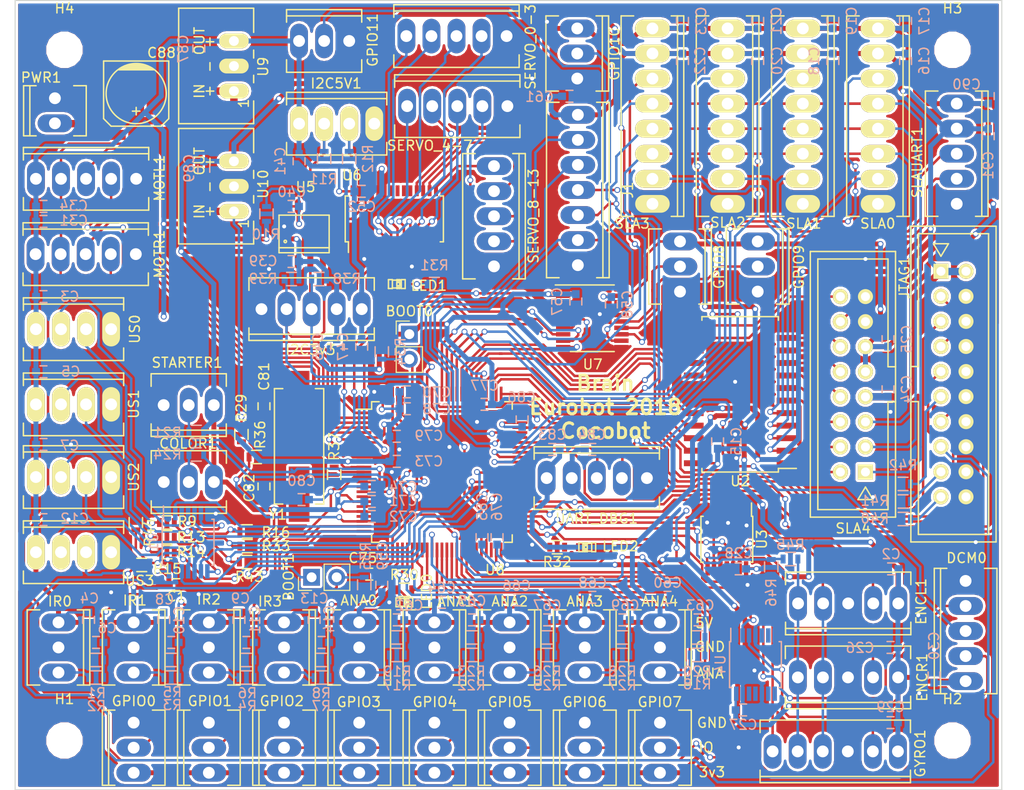
<source format=kicad_pcb>
(kicad_pcb (version 20170922) (host pcbnew "(2017-10-03 revision e6586fd59)-master")
  (layers (0 F.Cu signal) (31 B.Cu signal) (34 B.Paste user) (35 F.Paste user) (36 B.SilkS user) (37 F.SilkS user) (38 B.Mask user) (39 F.Mask user) (44 Edge.Cuts user))
  (layers (0 F.Cu signal) (31 B.Cu signal) (34 B.Paste user) (35 F.Paste user) (36 B.SilkS user) (37 F.SilkS user) (38 B.Mask user) (39 F.Mask user) (44 Edge.Cuts user))
  (net 0 "")
  (net 1 +5V)
  (net 2 GND)
  (net 3 "Net-(ANA0-Pad3)")
  (net 4 "Net-(ANA1-Pad3)")
  (net 5 "Net-(ANA2-Pad3)")
  (net 6 "Net-(ANA3-Pad3)")
  (net 7 "Net-(ANA4-Pad3)")
  (net 8 +3V3)
  (net 9 /uc/BOOT0_3v3)
  (net 10 /uc/BOOT1_3v3)
  (net 11 /USIR/IR_CH0_0_3v3)
  (net 12 /USIR/IR_CH1_0_3v3)
  (net 13 /USIR/IR_CH2_0_3v3)
  (net 14 /USIR/IR_CH3_0_3v3)
  (net 15 "Net-(C40-Pad1)")
  (net 16 /GPIO/ANA_CH0_0_3v3)
  (net 17 /GPIO/ANA_CH4_0_3v3)
  (net 18 /GPIO/ANA_CH1_0_3v3)
  (net 19 /GPIO/ANA_CH2_0_3v3)
  (net 20 /GPIO/ANA_CH3_0_3v3)
  (net 21 /uc/nSRST_3v3)
  (net 22 "Net-(C81-Pad1)")
  (net 23 "Net-(C82-Pad1)")
  (net 24 "Net-(C85-Pad1)")
  (net 25 "Net-(C86-Pad1)")
  (net 26 +BATT)
  (net 27 /GPIO/COLOR_3v3)
  (net 28 /Position/POS_SPI_CSL_5v)
  (net 29 /Position/POS_SPI_SCK_5v)
  (net 30 /Position/POS_SPI_MISO_5v)
  (net 31 /Position/POS_SPI_CSR_5v)
  (net 32 /GPIO/GPIO0_3v3)
  (net 33 /GPIO/GPIO1_3v3)
  (net 34 /GPIO/GPIO2_3v3)
  (net 35 /GPIO/GPIO3_3v3)
  (net 36 /GPIO/GPIO4_3v3)
  (net 37 /GPIO/GPIO5_3v3)
  (net 38 /GPIO/GPIO6_3v3)
  (net 39 /GPIO/GPIO7_3v3)
  (net 40 /GPIO/GPIO8_5v)
  (net 41 /GPIO/GPIO9_5v)
  (net 42 /GPIO/GPIO10_5v)
  (net 43 /GPIO/GPIO11_5v)
  (net 44 /Servo/I2C_SCL_3v3)
  (net 45 /Servo/I2C_SDA_3v3)
  (net 46 /Servo/I2C_SCL_5v)
  (net 47 /Servo/I2C_SDA_5v)
  (net 48 "Net-(IR0-Pad3)")
  (net 49 "Net-(IR1-Pad3)")
  (net 50 "Net-(IR2-Pad3)")
  (net 51 "Net-(IR3-Pad3)")
  (net 52 /uc/nTRST_3v3)
  (net 53 /uc/TDI_3v3)
  (net 54 /uc/TMS_3v3)
  (net 55 /uc/TCK_3v3)
  (net 56 /uc/RTCK_3v3)
  (net 57 /uc/TDO_3v3)
  (net 58 /uc/DBGRQ_3v3)
  (net 59 /uc/DBGACK_3v3)
  (net 60 "Net-(LED0-Pad1)")
  (net 61 "Net-(LED1-Pad1)")
  (net 62 "Net-(LED2-Pad1)")
  (net 63 /GPIO/STARTER_3v3)
  (net 64 /uc/BAT_MON_0_3v3)
  (net 65 /uc/LED0_3v3)
  (net 66 /uc/LED1_3v3)
  (net 67 /uc/LED2_3v3)
  (net 68 "Net-(R37-Pad1)")
  (net 69 /Slave/SLA_SPI_CS1_3v3)
  (net 70 /Slave/SLA_ALERT0_3v3)
  (net 71 /GPIO/SLA_SPI_MOSI_3v3)
  (net 72 /GPIO/SLA_SPI_SCK_3v3)
  (net 73 /Slave/SLA_SPI_CS2_3v3)
  (net 74 /Slave/SLA_ALERT1_3v3)
  (net 75 /Slave/SLA_SPI_CS3_3v3)
  (net 76 /Slave/SLA_ALERT2_3v3)
  (net 77 /Slave/SLA_SPI_CS4_3v3)
  (net 78 /Slave/SLA_ALERT3_3v3)
  (net 79 /Slave/SLA_SPI_CS5_3v3)
  (net 80 /Slave/SLA_SPI_CS6_3v3)
  (net 81 /Slave/SLA_SPI_CS7_3v3)
  (net 82 /Slave/SLA_SPI_CS8_3v3)
  (net 83 /Slave/SLA_SPI_CS9_3v3)
  (net 84 /Slave/SLA_SPI_CS10_3v3)
  (net 85 /Slave/SLA_SPI_CS11_3v3)
  (net 86 /Slave/SLA_SPI_CS12_3v3)
  (net 87 /Slave/SLA_TX_3v3)
  (net 88 /Slave/SLA_RX_3v3)
  (net 89 /USIR/US_CH0_T_3v3)
  (net 90 /USIR/US_CH0_E_3v3)
  (net 91 /USIR/US_CH1_T_3v3)
  (net 92 /USIR/US_CH1_E_3v3)
  (net 93 /USIR/US_CH2_T_3v3)
  (net 94 /USIR/US_CH2_E_3v3)
  (net 95 /USIR/US_CH3_T_3v3)
  (net 96 /USIR/US_CH3_E_3v3)
  (net 97 /USIR/US_CH3_E_5v)
  (net 98 /USIR/US_CH3_T_5v)
  (net 99 /USIR/US_CH2_E_5v)
  (net 100 /USIR/US_CH2_T_5v)
  (net 101 /USIR/US_CH1_E_5v)
  (net 102 /USIR/US_CH1_T_5v)
  (net 103 /USIR/US_CH0_E_5v)
  (net 104 /USIR/US_CH0_T_5v)
  (net 105 /Slave/SLA_SPI_SEL3_3v3)
  (net 106 /Slave/SLA_SPI_SEL2_3v3)
  (net 107 /Slave/SLA_SPI_SEL1_3v3)
  (net 108 /Slave/SLA_SPI_SEL0_3v3)
  (net 109 /Position/POS_SPI_CSL_3v3)
  (net 110 /Position/POS_SPI_CSR_3v3)
  (net 111 /Position/POS_SPI_SCK_3v3)
  (net 112 /Position/POS_SPI_MISO_3v3)
  (net 113 /Position/POS_SPI_MOSI_3v3)
  (net 114 /Position/MOTL_DIR_3v3)
  (net 115 /Position/MOTR_DIR_3v3)
  (net 116 /Position/MOTL_PWM_3v3)
  (net 117 /Position/MOTR_PWM_3v3)
  (net 118 /GPIO/GPIO8_3v3)
  (net 119 /GPIO/GPIO9_3v3)
  (net 120 /GPIO/GPIO10_3v3)
  (net 121 /GPIO/GPIO11_3v3)
  (net 122 "Net-(U8-Pad68)")
  (net 123 "Net-(U8-Pad69)")
  (net 124 /Position/POS_SPI_MOSI_5v)
  (net 125 /Position/POS_SPI_CSG_3v3)
  (net 126 /Position/POS_SPI_CSG_5v)
  (net 127 "Net-(SERVO_0-3-Pad1)")
  (net 128 "Net-(SERVO_0-3-Pad2)")
  (net 129 "Net-(SERVO_0-3-Pad3)")
  (net 130 "Net-(SERVO_0-3-Pad4)")
  (net 131 "Net-(SERVO_4-7-Pad1)")
  (net 132 "Net-(SERVO_4-7-Pad2)")
  (net 133 "Net-(SERVO_4-7-Pad3)")
  (net 134 "Net-(SERVO_4-7-Pad4)")
  (net 135 "Net-(SERVO_8-13-Pad1)")
  (net 136 "Net-(SERVO_8-13-Pad2)")
  (net 137 "Net-(SERVO_8-13-Pad3)")
  (net 138 "Net-(SERVO_8-13-Pad4)")
  (net 139 "/DC motor/MOT_ENA_3v3")
  (net 140 "/DC motor/DCM0_DIR_3v3")
  (net 141 "/DC motor/DCM0_PWM_3v3")
  (net 142 /GPIO/SLA_SPI_MISO_3v3)
  (net 143 /GPIO/GPIO_SHIFT_LOAD_3v3)
  (net 144 /GPIO/GPIO_SHIFT_SET_3v3)
  (net 145 "Net-(H1-Pad1)")
  (net 146 "Net-(H2-Pad1)")
  (net 147 "Net-(H3-Pad1)")
  (net 148 "Net-(H4-Pad1)")
  (net 149 "Net-(U2-Pad1)")
  (net 150 "Net-(U2-Pad15)")
  (net 151 "Net-(U2-Pad16)")
  (net 152 "Net-(U2-Pad17)")
  (net 153 "Net-(U4-Pad5)")
  (net 154 "Net-(U4-Pad6)")
  (net 155 "Net-(U4-Pad8)")
  (net 156 "Net-(U4-Pad9)")
  (net 157 "Net-(U4-Pad11)")
  (net 158 "Net-(U4-Pad12)")
  (net 159 "Net-(U6-Pad19)")
  (net 160 "Net-(U6-Pad20)")
  (net 161 "Net-(U6-Pad21)")
  (net 162 "Net-(U6-Pad22)")
  (net 163 "Net-(U7-Pad16)")
  (net 164 "Net-(U7-Pad17)")
  (net 165 "Net-(U7-Pad18)")
  (net 166 "Net-(U7-Pad20)")
  (net 167 "Net-(U8-Pad15)")
  (net 168 "Net-(U8-Pad18)")
  (net 169 "Net-(U8-Pad34)")
  (net 170 "/DC motor/DCM1_PWM_3v3")
  (net 171 "Net-(U8-Pad58)")
  (net 172 "Net-(U8-Pad62)")
  (net 173 "/DC motor/DCM1_DIR_3v3")
  (module espitall:Socket_MOLEX-KK-RM2-54mm_Lock_8pin_straight (layer F.Cu) (at 187.452 61.722 270)
    (fp_text reference SLA0 (at 10.884 0.02) (layer F.SilkS))
    (fp_text value CONN_8)
    (pad 6 thru_hole oval (at 3.81 0 270) (size 1.80086 3.50012) (drill 1.19888) (layers *.Cu *.Mask F.SilkS) (net 72 /GPIO/SLA_SPI_SCK_3v3))
    (pad 5 thru_hole oval (at 1.27 0 270) (size 1.80086 3.50012) (drill 1.19888) (layers *.Cu *.Mask F.SilkS) (net 142 /GPIO/SLA_SPI_MISO_3v3))
    (pad 4 thru_hole oval (at -1.27 0 270) (size 1.80086 3.50012) (drill 1.19888) (layers *.Cu *.Mask F.SilkS) (net 71 /GPIO/SLA_SPI_MOSI_3v3))
    (pad 3 thru_hole oval (at -3.81 0 270) (size 1.80086 3.50012) (drill 1.19888) (layers *.Cu *.Mask F.SilkS) (net 70 /Slave/SLA_ALERT0_3v3))
    (pad 2 thru_hole oval (at -6.35 0 270) (size 1.80086 3.50012) (drill 1.19888) (layers *.Cu *.Mask F.SilkS) (net 8 +3V3))
    (pad 1 thru_hole oval (at -8.89 0 270) (size 1.80086 3.50012) (drill 1.19888) (layers *.Cu *.Mask F.SilkS) (net 1 +5V))
    (pad 7 thru_hole oval (at 6.35 0 270) (size 1.80086 3.50012) (drill 1.19888) (layers *.Cu *.Mask F.SilkS) (net 69 /Slave/SLA_SPI_CS1_3v3))
    (pad 8 thru_hole oval (at 8.89 0 270) (size 1.80086 3.50012) (drill 1.19888) (layers *.Cu *.Mask F.SilkS) (net 2 GND))
  )
  (module espitall:Socket_MOLEX-KK-RM2-54mm_Lock_8pin_straight (layer F.Cu) (at 179.832 61.722 270)
    (fp_text reference SLA1 (at 10.884 -0.1) (layer F.SilkS))
    (fp_text value CONN_8)
    (pad 6 thru_hole oval (at 3.81 0 270) (size 1.80086 3.50012) (drill 1.19888) (layers *.Cu *.Mask F.SilkS) (net 72 /GPIO/SLA_SPI_SCK_3v3))
    (pad 5 thru_hole oval (at 1.27 0 270) (size 1.80086 3.50012) (drill 1.19888) (layers *.Cu *.Mask F.SilkS) (net 142 /GPIO/SLA_SPI_MISO_3v3))
    (pad 4 thru_hole oval (at -1.27 0 270) (size 1.80086 3.50012) (drill 1.19888) (layers *.Cu *.Mask F.SilkS) (net 71 /GPIO/SLA_SPI_MOSI_3v3))
    (pad 3 thru_hole oval (at -3.81 0 270) (size 1.80086 3.50012) (drill 1.19888) (layers *.Cu *.Mask F.SilkS) (net 74 /Slave/SLA_ALERT1_3v3))
    (pad 2 thru_hole oval (at -6.35 0 270) (size 1.80086 3.50012) (drill 1.19888) (layers *.Cu *.Mask F.SilkS) (net 8 +3V3))
    (pad 1 thru_hole oval (at -8.89 0 270) (size 1.80086 3.50012) (drill 1.19888) (layers *.Cu *.Mask F.SilkS) (net 1 +5V))
    (pad 7 thru_hole oval (at 6.35 0 270) (size 1.80086 3.50012) (drill 1.19888) (layers *.Cu *.Mask F.SilkS) (net 73 /Slave/SLA_SPI_CS2_3v3))
    (pad 8 thru_hole oval (at 8.89 0 270) (size 1.80086 3.50012) (drill 1.19888) (layers *.Cu *.Mask F.SilkS) (net 2 GND))
  )
  (module espitall:Socket_MOLEX-KK-RM2-54mm_Lock_8pin_straight (layer F.Cu) (at 172.212 61.722 270)
    (fp_text reference SLA2 (at 10.784 -0.02) (layer F.SilkS))
    (fp_text value CONN_8)
    (pad 6 thru_hole oval (at 3.81 0 270) (size 1.80086 3.50012) (drill 1.19888) (layers *.Cu *.Mask F.SilkS) (net 72 /GPIO/SLA_SPI_SCK_3v3))
    (pad 5 thru_hole oval (at 1.27 0 270) (size 1.80086 3.50012) (drill 1.19888) (layers *.Cu *.Mask F.SilkS) (net 142 /GPIO/SLA_SPI_MISO_3v3))
    (pad 4 thru_hole oval (at -1.27 0 270) (size 1.80086 3.50012) (drill 1.19888) (layers *.Cu *.Mask F.SilkS) (net 71 /GPIO/SLA_SPI_MOSI_3v3))
    (pad 3 thru_hole oval (at -3.81 0 270) (size 1.80086 3.50012) (drill 1.19888) (layers *.Cu *.Mask F.SilkS) (net 76 /Slave/SLA_ALERT2_3v3))
    (pad 2 thru_hole oval (at -6.35 0 270) (size 1.80086 3.50012) (drill 1.19888) (layers *.Cu *.Mask F.SilkS) (net 8 +3V3))
    (pad 1 thru_hole oval (at -8.89 0 270) (size 1.80086 3.50012) (drill 1.19888) (layers *.Cu *.Mask F.SilkS) (net 1 +5V))
    (pad 7 thru_hole oval (at 6.35 0 270) (size 1.80086 3.50012) (drill 1.19888) (layers *.Cu *.Mask F.SilkS) (net 75 /Slave/SLA_SPI_CS3_3v3))
    (pad 8 thru_hole oval (at 8.89 0 270) (size 1.80086 3.50012) (drill 1.19888) (layers *.Cu *.Mask F.SilkS) (net 2 GND))
  )
  (module espitall:Socket_MOLEX-KK-RM2-54mm_Lock_8pin_straight (layer F.Cu) (at 164.592 61.722 270)
    (fp_text reference SLA3 (at 10.884 2.06) (layer F.SilkS))
    (fp_text value CONN_8)
    (pad 6 thru_hole oval (at 3.81 0 270) (size 1.80086 3.50012) (drill 1.19888) (layers *.Cu *.Mask F.SilkS) (net 72 /GPIO/SLA_SPI_SCK_3v3))
    (pad 5 thru_hole oval (at 1.27 0 270) (size 1.80086 3.50012) (drill 1.19888) (layers *.Cu *.Mask F.SilkS) (net 142 /GPIO/SLA_SPI_MISO_3v3))
    (pad 4 thru_hole oval (at -1.27 0 270) (size 1.80086 3.50012) (drill 1.19888) (layers *.Cu *.Mask F.SilkS) (net 71 /GPIO/SLA_SPI_MOSI_3v3))
    (pad 3 thru_hole oval (at -3.81 0 270) (size 1.80086 3.50012) (drill 1.19888) (layers *.Cu *.Mask F.SilkS) (net 78 /Slave/SLA_ALERT3_3v3))
    (pad 2 thru_hole oval (at -6.35 0 270) (size 1.80086 3.50012) (drill 1.19888) (layers *.Cu *.Mask F.SilkS) (net 8 +3V3))
    (pad 1 thru_hole oval (at -8.89 0 270) (size 1.80086 3.50012) (drill 1.19888) (layers *.Cu *.Mask F.SilkS) (net 1 +5V))
    (pad 7 thru_hole oval (at 6.35 0 270) (size 1.80086 3.50012) (drill 1.19888) (layers *.Cu *.Mask F.SilkS) (net 77 /Slave/SLA_SPI_CS4_3v3))
    (pad 8 thru_hole oval (at 8.89 0 270) (size 1.80086 3.50012) (drill 1.19888) (layers *.Cu *.Mask F.SilkS) (net 2 GND))
  )
  (module espitall:HE10_16D (layer F.Cu) (at 184.912 88.9 90)
    (fp_text reference SLA4 (at -14.606 0.02 180) (layer F.SilkS))
    (fp_text value HE10-16)
    (pad 16 thru_hole circle (at 8.89 -1.27 90) (size 1.524 1.524) (drill 0.9144) (layers *.Cu *.Mask F.SilkS) (net 86 /Slave/SLA_SPI_CS12_3v3))
    (pad 15 thru_hole circle (at 8.89 1.27 90) (size 1.524 1.524) (drill 0.9144) (layers *.Cu *.Mask F.SilkS) (net 2 GND))
    (pad 14 thru_hole circle (at 6.35 -1.27 90) (size 1.524 1.524) (drill 0.9144) (layers *.Cu *.Mask F.SilkS) (net 85 /Slave/SLA_SPI_CS11_3v3))
    (pad 13 thru_hole circle (at 6.35 1.27 90) (size 1.524 1.524) (drill 0.9144) (layers *.Cu *.Mask F.SilkS) (net 2 GND))
    (pad 12 thru_hole circle (at 3.81 -1.27 90) (size 1.524 1.524) (drill 0.9144) (layers *.Cu *.Mask F.SilkS) (net 84 /Slave/SLA_SPI_CS10_3v3))
    (pad 11 thru_hole circle (at 3.81 1.27 90) (size 1.524 1.524) (drill 0.9144) (layers *.Cu *.Mask F.SilkS) (net 1 +5V))
    (pad 10 thru_hole circle (at 1.27 -1.27 90) (size 1.524 1.524) (drill 0.9144) (layers *.Cu *.Mask F.SilkS) (net 83 /Slave/SLA_SPI_CS9_3v3))
    (pad 9 thru_hole circle (at 1.27 1.27 90) (size 1.524 1.524) (drill 0.9144) (layers *.Cu *.Mask F.SilkS) (net 1 +5V))
    (pad 8 thru_hole circle (at -1.27 -1.27 90) (size 1.524 1.524) (drill 0.9144) (layers *.Cu *.Mask F.SilkS) (net 82 /Slave/SLA_SPI_CS8_3v3))
    (pad 7 thru_hole circle (at -1.27 1.27 90) (size 1.524 1.524) (drill 0.9144) (layers *.Cu *.Mask F.SilkS) (net 8 +3V3))
    (pad 6 thru_hole circle (at -3.81 -1.27 90) (size 1.524 1.524) (drill 0.9144) (layers *.Cu *.Mask F.SilkS) (net 81 /Slave/SLA_SPI_CS7_3v3))
    (pad 5 thru_hole circle (at -3.81 1.27 90) (size 1.524 1.524) (drill 0.9144) (layers *.Cu *.Mask F.SilkS) (net 72 /GPIO/SLA_SPI_SCK_3v3))
    (pad 4 thru_hole circle (at -6.35 -1.27 90) (size 1.524 1.524) (drill 0.9144) (layers *.Cu *.Mask F.SilkS) (net 80 /Slave/SLA_SPI_CS6_3v3))
    (pad 3 thru_hole circle (at -6.35 1.27 90) (size 1.524 1.524) (drill 0.9144) (layers *.Cu *.Mask F.SilkS) (net 142 /GPIO/SLA_SPI_MISO_3v3))
    (pad 2 thru_hole circle (at -8.89 -1.27 90) (size 1.524 1.524) (drill 0.9144) (layers *.Cu *.Mask F.SilkS) (net 79 /Slave/SLA_SPI_CS5_3v3))
    (pad 1 thru_hole rect (at -8.89 1.27 90) (size 1.524 1.524) (drill 0.9144) (layers *.Cu *.Mask F.SilkS) (net 71 /GPIO/SLA_SPI_MOSI_3v3))
  )
  (module espitall:TSR-1 (layer F.Cu) (at 122.174 59.182 90)
    (fp_text reference U9 (at 2.476 2.958 90) (layer F.SilkS))
    (fp_text value TSR1-2450)
    (fp_text user + (at -0.0005 -2.50038 90) (layer F.SilkS))
    (fp_text user + (at 5.00076 -2.50038 90) (layer F.SilkS))
    (fp_text user - (at 2.49886 -2.50038 270) (layer F.SilkS))
    (fp_text user IN (at 0 -3.4986 90) (layer F.SilkS))
    (fp_text user OUT (at 5.08 -3.4986 90) (layer F.SilkS))
    (fp_text user 1 (at -1.25 1 90) (layer F.SilkS))
    (pad 3 thru_hole oval (at 5.08 0 90) (size 1.50114 2.99974) (drill 1.00076) (layers *.Cu *.Mask F.SilkS) (net 1 +5V))
    (pad 2 thru_hole oval (at 2.54 0 90) (size 1.50114 2.99974) (drill 1.00076) (layers *.Cu *.Mask F.SilkS) (net 2 GND))
    (pad 1 thru_hole oval (at 0 0 90) (size 1.50114 2.99974) (drill 1.00076) (layers *.Cu *.Mask F.SilkS) (net 26 +BATT))
  )
  (module espitall:TSR-1 (layer F.Cu) (at 122.174 71.374 90)
    (fp_text reference U10 (at 2.768 2.958 90) (layer F.SilkS))
    (fp_text value TSR1-2433)
    (fp_text user + (at -0.0005 -2.50038 90) (layer F.SilkS))
    (fp_text user + (at 5.00076 -2.50038 90) (layer F.SilkS))
    (fp_text user - (at 2.49886 -2.50038 270) (layer F.SilkS))
    (fp_text user IN (at 0 -3.4986 90) (layer F.SilkS))
    (fp_text user OUT (at 5.08 -3.4986 90) (layer F.SilkS))
    (fp_text user 1 (at -1.25 1 90) (layer F.SilkS))
    (pad 3 thru_hole oval (at 5.08 0 90) (size 1.50114 2.99974) (drill 1.00076) (layers *.Cu *.Mask F.SilkS) (net 8 +3V3))
    (pad 2 thru_hole oval (at 2.54 0 90) (size 1.50114 2.99974) (drill 1.00076) (layers *.Cu *.Mask F.SilkS) (net 2 GND))
    (pad 1 thru_hole oval (at 0 0 90) (size 1.50114 2.99974) (drill 1.00076) (layers *.Cu *.Mask F.SilkS) (net 26 +BATT))
  )
  (module espitall:HE10_20D (layer F.Cu) (at 195.102 88.876 270)
    (fp_text reference JTAG1 (at -10.77 4.97 270) (layer F.SilkS))
    (fp_text value HE10-20)
    (pad 20 thru_hole circle (at 11.43 -1.27 270) (size 1.524 1.524) (drill 0.9144) (layers *.Cu *.Mask F.SilkS) (net 2 GND))
    (pad 19 thru_hole circle (at 11.43 1.27 270) (size 1.524 1.524) (drill 0.9144) (layers *.Cu *.Mask F.SilkS) (net 59 /uc/DBGACK_3v3))
    (pad 18 thru_hole circle (at 8.89 -1.27 270) (size 1.524 1.524) (drill 0.9144) (layers *.Cu *.Mask F.SilkS) (net 2 GND))
    (pad 17 thru_hole circle (at 8.89 1.27 270) (size 1.524 1.524) (drill 0.9144) (layers *.Cu *.Mask F.SilkS) (net 58 /uc/DBGRQ_3v3))
    (pad 16 thru_hole circle (at 6.35 -1.27 270) (size 1.524 1.524) (drill 0.9144) (layers *.Cu *.Mask F.SilkS) (net 2 GND))
    (pad 15 thru_hole circle (at 6.35 1.27 270) (size 1.524 1.524) (drill 0.9144) (layers *.Cu *.Mask F.SilkS) (net 21 /uc/nSRST_3v3))
    (pad 14 thru_hole circle (at 3.81 -1.27 270) (size 1.524 1.524) (drill 0.9144) (layers *.Cu *.Mask F.SilkS) (net 2 GND))
    (pad 13 thru_hole circle (at 3.81 1.27 270) (size 1.524 1.524) (drill 0.9144) (layers *.Cu *.Mask F.SilkS) (net 57 /uc/TDO_3v3))
    (pad 12 thru_hole circle (at 1.27 -1.27 270) (size 1.524 1.524) (drill 0.9144) (layers *.Cu *.Mask F.SilkS) (net 2 GND))
    (pad 11 thru_hole circle (at 1.27 1.27 270) (size 1.524 1.524) (drill 0.9144) (layers *.Cu *.Mask F.SilkS) (net 56 /uc/RTCK_3v3))
    (pad 10 thru_hole circle (at -1.27 -1.27 270) (size 1.524 1.524) (drill 0.9144) (layers *.Cu *.Mask F.SilkS) (net 2 GND))
    (pad 9 thru_hole circle (at -1.27 1.27 270) (size 1.524 1.524) (drill 0.9144) (layers *.Cu *.Mask F.SilkS) (net 55 /uc/TCK_3v3))
    (pad 8 thru_hole circle (at -3.81 -1.27 270) (size 1.524 1.524) (drill 0.9144) (layers *.Cu *.Mask F.SilkS) (net 2 GND))
    (pad 7 thru_hole circle (at -3.81 1.27 270) (size 1.524 1.524) (drill 0.9144) (layers *.Cu *.Mask F.SilkS) (net 54 /uc/TMS_3v3))
    (pad 6 thru_hole circle (at -6.35 -1.27 270) (size 1.524 1.524) (drill 0.9144) (layers *.Cu *.Mask F.SilkS) (net 2 GND))
    (pad 5 thru_hole circle (at -6.35 1.27 270) (size 1.524 1.524) (drill 0.9144) (layers *.Cu *.Mask F.SilkS) (net 53 /uc/TDI_3v3))
    (pad 4 thru_hole circle (at -8.89 -1.27 270) (size 1.524 1.524) (drill 0.9144) (layers *.Cu *.Mask F.SilkS) (net 2 GND))
    (pad 3 thru_hole circle (at -8.89 1.27 270) (size 1.524 1.524) (drill 0.9144) (layers *.Cu *.Mask F.SilkS) (net 52 /uc/nTRST_3v3))
    (pad 2 thru_hole circle (at -11.43 -1.27 270) (size 1.524 1.524) (drill 0.9144) (layers *.Cu *.Mask F.SilkS) (net 8 +3V3))
    (pad 1 thru_hole rect (at -11.43 1.27 270) (size 1.524 1.524) (drill 0.9144) (layers *.Cu *.Mask F.SilkS) (net 8 +3V3))
  )
  (module espitall:Socket_MOLEX-KK-RM2-54mm_Lock_7pin_straight (layer F.Cu) (at 157.032 69.206 270)
    (fp_text reference J1 (at 0 -5.08 270) (layer F.SilkS))
    (fp_text value CONN_01X07)
    (pad 2 thru_hole oval (at -5.08 0 270) (size 1.80086 3.50012) (drill 1.19888) (layers *.Cu *.Mask) (net 143 /GPIO/GPIO_SHIFT_LOAD_3v3))
    (pad 7 thru_hole oval (at 7.62 0 270) (size 1.80086 3.50012) (drill 1.19888) (layers *.Cu *.Mask) (net 2 GND))
    (pad 6 thru_hole oval (at 5.08 0 270) (size 1.80086 3.50012) (drill 1.19888) (layers *.Cu *.Mask) (net 71 /GPIO/SLA_SPI_MOSI_3v3))
    (pad 5 thru_hole oval (at 2.54 0 270) (size 1.80086 3.50012) (drill 1.19888) (layers *.Cu *.Mask) (net 142 /GPIO/SLA_SPI_MISO_3v3))
    (pad 4 thru_hole oval (at 0 0 270) (size 1.80086 3.50012) (drill 1.19888) (layers *.Cu *.Mask) (net 72 /GPIO/SLA_SPI_SCK_3v3))
    (pad 3 thru_hole oval (at -2.54 0 270) (size 1.80086 3.50012) (drill 1.19888) (layers *.Cu *.Mask) (net 144 /GPIO/GPIO_SHIFT_SET_3v3))
    (pad 1 thru_hole oval (at -7.62 0 270) (size 1.80086 3.50012) (drill 1.19888) (layers *.Cu *.Mask) (net 8 +3V3))
  )
  (module espitall:Socket_MOLEX-KK-RM2-54mm_Lock_3pin_straight (layer F.Cu) (at 134.874 115.57 270)
    (fp_text reference ANA0 (at -4.764 0.042) (layer F.SilkS))
    (fp_text value CONN_3)
    (pad 3 thru_hole oval (at 2.54 0 270) (size 1.80086 3.50012) (drill 1.19888) (layers *.Cu *.Mask) (net 3 "Net-(ANA0-Pad3)"))
    (pad 2 thru_hole oval (at 0 0 270) (size 1.80086 3.50012) (drill 1.19888) (layers *.Cu *.Mask) (net 2 GND))
    (pad 1 thru_hole oval (at -2.54 0 270) (size 1.80086 3.50012) (drill 1.19888) (layers *.Cu *.Mask) (net 1 +5V))
  )
  (module espitall:Socket_MOLEX-KK-RM2-54mm_Lock_3pin_straight (layer F.Cu) (at 142.494 115.57 270)
    (fp_text reference ANA1 (at -4.664 -2.138) (layer F.SilkS))
    (fp_text value CONN_3)
    (pad 3 thru_hole oval (at 2.54 0 270) (size 1.80086 3.50012) (drill 1.19888) (layers *.Cu *.Mask) (net 4 "Net-(ANA1-Pad3)"))
    (pad 2 thru_hole oval (at 0 0 270) (size 1.80086 3.50012) (drill 1.19888) (layers *.Cu *.Mask) (net 2 GND))
    (pad 1 thru_hole oval (at -2.54 0 270) (size 1.80086 3.50012) (drill 1.19888) (layers *.Cu *.Mask) (net 1 +5V))
  )
  (module espitall:Socket_MOLEX-KK-RM2-54mm_Lock_3pin_straight (layer F.Cu) (at 150.114 115.57 270)
    (fp_text reference ANA2 (at -4.664 -0.018) (layer F.SilkS))
    (fp_text value CONN_3)
    (pad 3 thru_hole oval (at 2.54 0 270) (size 1.80086 3.50012) (drill 1.19888) (layers *.Cu *.Mask) (net 5 "Net-(ANA2-Pad3)"))
    (pad 2 thru_hole oval (at 0 0 270) (size 1.80086 3.50012) (drill 1.19888) (layers *.Cu *.Mask) (net 2 GND))
    (pad 1 thru_hole oval (at -2.54 0 270) (size 1.80086 3.50012) (drill 1.19888) (layers *.Cu *.Mask) (net 1 +5V))
  )
  (module espitall:Socket_MOLEX-KK-RM2-54mm_Lock_3pin_straight (layer F.Cu) (at 157.734 115.57 270)
    (fp_text reference ANA3 (at -4.664 0.002) (layer F.SilkS))
    (fp_text value CONN_3)
    (pad 3 thru_hole oval (at 2.54 0 270) (size 1.80086 3.50012) (drill 1.19888) (layers *.Cu *.Mask) (net 6 "Net-(ANA3-Pad3)"))
    (pad 2 thru_hole oval (at 0 0 270) (size 1.80086 3.50012) (drill 1.19888) (layers *.Cu *.Mask) (net 2 GND))
    (pad 1 thru_hole oval (at -2.54 0 270) (size 1.80086 3.50012) (drill 1.19888) (layers *.Cu *.Mask) (net 1 +5V))
  )
  (module espitall:Socket_MOLEX-KK-RM2-54mm_Lock_3pin_straight (layer F.Cu) (at 165.354 115.57 270)
    (fp_text reference ANA4 (at -4.664 0.022) (layer F.SilkS))
    (fp_text value CONN_3)
    (pad 3 thru_hole oval (at 2.54 0 270) (size 1.80086 3.50012) (drill 1.19888) (layers *.Cu *.Mask) (net 7 "Net-(ANA4-Pad3)"))
    (pad 2 thru_hole oval (at 0 0 270) (size 1.80086 3.50012) (drill 1.19888) (layers *.Cu *.Mask) (net 2 GND))
    (pad 1 thru_hole oval (at -2.54 0 270) (size 1.80086 3.50012) (drill 1.19888) (layers *.Cu *.Mask) (net 1 +5V))
  )
  (module espitall:Pin_Header_Straight_1x02_Pitch2.54mm (layer F.Cu) (at 139.954 83.82)
    (fp_text reference BOOT0 (at 0 -2.33) (layer F.SilkS))
    (fp_text value JUMPER)
    (pad 2 thru_hole oval (at 0 2.54) (size 1.7 1.7) (drill 1) (layers *.Cu *.Mask) (net 9 /uc/BOOT0_3v3))
    (pad 1 thru_hole rect (at 0 0) (size 1.7 1.7) (drill 1) (layers *.Cu *.Mask) (net 8 +3V3))
  )
  (module espitall:Pin_Header_Straight_1x02_Pitch2.54mm (layer F.Cu) (at 130.048 108.458 90)
    (fp_text reference BOOT1 (at 0 -2.33 90) (layer F.SilkS))
    (fp_text value JUMPER)
    (pad 2 thru_hole oval (at 0 2.54 90) (size 1.7 1.7) (drill 1) (layers *.Cu *.Mask) (net 10 /uc/BOOT1_3v3))
    (pad 1 thru_hole rect (at 0 0 90) (size 1.7 1.7) (drill 1) (layers *.Cu *.Mask) (net 8 +3V3))
  )
  (module espitall:C_0603 (layer F.Cu) (at 116.332 109.206)
    (fp_text reference C1 (at 0 1.2) (layer F.SilkS))
    (fp_text value 100n)
    (pad 2 smd rect (at 0.75 0) (size 0.8 0.75) (layers F.Cu F.Paste F.Mask) (net 2 GND))
    (pad 1 smd rect (at -0.75 0) (size 0.8 0.75) (layers F.Cu F.Paste F.Mask) (net 1 +5V))
  )
  (module espitall:C_0603 (layer B.Cu) (at 188.782 107.606 180)
    (fp_text reference C2 (at 0 1.5 180) (layer B.SilkS) (effects (justify mirror)))
    (fp_text value 4u7)
    (pad 2 smd rect (at 0.75 0 180) (size 0.8 0.75) (layers B.Cu B.Paste B.Mask) (net 2 GND))
    (pad 1 smd rect (at -0.75 0 180) (size 0.8 0.75) (layers B.Cu B.Paste B.Mask) (net 1 +5V))
  )
  (module espitall:C_0603 (layer B.Cu) (at 102.87 80.01)
    (fp_text reference C3 (at 2.662 -0.004) (layer B.SilkS) (effects (justify mirror)))
    (fp_text value 100n)
    (pad 2 smd rect (at 0.75 0) (size 0.8 0.75) (layers B.Cu B.Paste B.Mask) (net 2 GND))
    (pad 1 smd rect (at -0.75 0) (size 0.8 0.75) (layers B.Cu B.Paste B.Mask) (net 1 +5V))
  )
  (module espitall:C_0603 (layer B.Cu) (at 107.442 112.776 270)
    (fp_text reference C4 (at -2.17 -0.09) (layer B.SilkS) (effects (justify mirror)))
    (fp_text value 100n)
    (pad 2 smd rect (at 0.75 0 270) (size 0.8 0.75) (layers B.Cu B.Paste B.Mask) (net 2 GND))
    (pad 1 smd rect (at -0.75 0 270) (size 0.8 0.75) (layers B.Cu B.Paste B.Mask) (net 1 +5V))
  )
  (module espitall:C_0603 (layer B.Cu) (at 102.87 87.63)
    (fp_text reference C5 (at 2.762 -0.024) (layer B.SilkS) (effects (justify mirror)))
    (fp_text value 100n)
    (pad 2 smd rect (at 0.75 0) (size 0.8 0.75) (layers B.Cu B.Paste B.Mask) (net 2 GND))
    (pad 1 smd rect (at -0.75 0) (size 0.8 0.75) (layers B.Cu B.Paste B.Mask) (net 1 +5V))
  )
  (module espitall:C_0603 (layer B.Cu) (at 108.204 115.062 180)
    (fp_text reference C6 (at -1.128 1.456 180) (layer B.SilkS) (effects (justify mirror)))
    (fp_text value 100n)
    (pad 2 smd rect (at 0.75 0 180) (size 0.8 0.75) (layers B.Cu B.Paste B.Mask) (net 2 GND))
    (pad 1 smd rect (at -0.75 0 180) (size 0.8 0.75) (layers B.Cu B.Paste B.Mask) (net 11 /USIR/IR_CH0_0_3v3))
  )
  (module espitall:C_0603 (layer B.Cu) (at 102.87 94.996)
    (fp_text reference C7 (at 2.662 0.11) (layer B.SilkS) (effects (justify mirror)))
    (fp_text value 100n)
    (pad 2 smd rect (at 0.75 0) (size 0.8 0.75) (layers B.Cu B.Paste B.Mask) (net 2 GND))
    (pad 1 smd rect (at -0.75 0) (size 0.8 0.75) (layers B.Cu B.Paste B.Mask) (net 1 +5V))
  )
  (module espitall:C_0603 (layer B.Cu) (at 115.062 112.776 270)
    (fp_text reference C8 (at -2.07 -0.07) (layer B.SilkS) (effects (justify mirror)))
    (fp_text value 100n)
    (pad 2 smd rect (at 0.75 0 270) (size 0.8 0.75) (layers B.Cu B.Paste B.Mask) (net 2 GND))
    (pad 1 smd rect (at -0.75 0 270) (size 0.8 0.75) (layers B.Cu B.Paste B.Mask) (net 1 +5V))
  )
  (module espitall:C_0603 (layer B.Cu) (at 122.682 112.776 270)
    (fp_text reference C9 (at -2.17 -0.15) (layer B.SilkS) (effects (justify mirror)))
    (fp_text value 100n)
    (pad 2 smd rect (at 0.75 0 270) (size 0.8 0.75) (layers B.Cu B.Paste B.Mask) (net 2 GND))
    (pad 1 smd rect (at -0.75 0 270) (size 0.8 0.75) (layers B.Cu B.Paste B.Mask) (net 1 +5V))
  )
  (module espitall:C_0603 (layer B.Cu) (at 115.824 115.062 180)
    (fp_text reference C10 (at -0.808 2.256 270) (layer B.SilkS) (effects (justify mirror)))
    (fp_text value 100n)
    (pad 2 smd rect (at 0.75 0 180) (size 0.8 0.75) (layers B.Cu B.Paste B.Mask) (net 2 GND))
    (pad 1 smd rect (at -0.75 0 180) (size 0.8 0.75) (layers B.Cu B.Paste B.Mask) (net 12 /USIR/IR_CH1_0_3v3))
  )
  (module espitall:C_0603 (layer B.Cu) (at 123.444 115.062 180)
    (fp_text reference C11 (at -0.888 2.256 270) (layer B.SilkS) (effects (justify mirror)))
    (fp_text value 100n)
    (pad 2 smd rect (at 0.75 0 180) (size 0.8 0.75) (layers B.Cu B.Paste B.Mask) (net 2 GND))
    (pad 1 smd rect (at -0.75 0 180) (size 0.8 0.75) (layers B.Cu B.Paste B.Mask) (net 13 /USIR/IR_CH2_0_3v3))
  )
  (module espitall:C_0603 (layer B.Cu) (at 102.87 102.616)
    (fp_text reference C12 (at 3.162 -0.11) (layer B.SilkS) (effects (justify mirror)))
    (fp_text value 100n)
    (pad 2 smd rect (at 0.75 0) (size 0.8 0.75) (layers B.Cu B.Paste B.Mask) (net 2 GND))
    (pad 1 smd rect (at -0.75 0) (size 0.8 0.75) (layers B.Cu B.Paste B.Mask) (net 1 +5V))
  )
  (module espitall:C_0603 (layer B.Cu) (at 130.302 112.776 270)
    (fp_text reference C13 (at -2.17 -0.03) (layer B.SilkS) (effects (justify mirror)))
    (fp_text value 100n)
    (pad 2 smd rect (at 0.75 0 270) (size 0.8 0.75) (layers B.Cu B.Paste B.Mask) (net 2 GND))
    (pad 1 smd rect (at -0.75 0 270) (size 0.8 0.75) (layers B.Cu B.Paste B.Mask) (net 1 +5V))
  )
  (module espitall:C_0603 (layer B.Cu) (at 131.064 115.062 180)
    (fp_text reference C14 (at -0.768 2.356 270) (layer B.SilkS) (effects (justify mirror)))
    (fp_text value 100n)
    (pad 2 smd rect (at 0.75 0 180) (size 0.8 0.75) (layers B.Cu B.Paste B.Mask) (net 2 GND))
    (pad 1 smd rect (at -0.75 0 180) (size 0.8 0.75) (layers B.Cu B.Paste B.Mask) (net 14 /USIR/IR_CH3_0_3v3))
  )
  (module espitall:C_0603 (layer B.Cu) (at 171.196 94.679199 90)
    (fp_text reference C15 (at 0 1.9 90) (layer B.SilkS) (effects (justify mirror)))
    (fp_text value 100n)
    (pad 2 smd rect (at 0.75 0 90) (size 0.8 0.75) (layers B.Cu B.Paste B.Mask) (net 2 GND))
    (pad 1 smd rect (at -0.75 0 90) (size 0.8 0.75) (layers B.Cu B.Paste B.Mask) (net 8 +3V3))
  )
  (module espitall:C_0603 (layer B.Cu) (at 190.246 56.134 270)
    (fp_text reference C16 (at -0.028 -1.886 270) (layer B.SilkS) (effects (justify mirror)))
    (fp_text value 100n)
    (pad 2 smd rect (at 0.75 0 270) (size 0.8 0.75) (layers B.Cu B.Paste B.Mask) (net 2 GND))
    (pad 1 smd rect (at -0.75 0 270) (size 0.8 0.75) (layers B.Cu B.Paste B.Mask) (net 8 +3V3))
  )
  (module espitall:C_0603 (layer B.Cu) (at 190.246 52.07 90)
    (fp_text reference C17 (at 0 1.9 90) (layer B.SilkS) (effects (justify mirror)))
    (fp_text value 100n)
    (pad 2 smd rect (at 0.75 0 90) (size 0.8 0.75) (layers B.Cu B.Paste B.Mask) (net 2 GND))
    (pad 1 smd rect (at -0.75 0 90) (size 0.8 0.75) (layers B.Cu B.Paste B.Mask) (net 1 +5V))
  )
  (module espitall:C_0603 (layer B.Cu) (at 182.88 56.134 270)
    (fp_text reference C18 (at 0 1.9 270) (layer B.SilkS) (effects (justify mirror)))
    (fp_text value 100n)
    (pad 2 smd rect (at 0.75 0 270) (size 0.8 0.75) (layers B.Cu B.Paste B.Mask) (net 2 GND))
    (pad 1 smd rect (at -0.75 0 270) (size 0.8 0.75) (layers B.Cu B.Paste B.Mask) (net 8 +3V3))
  )
  (module espitall:C_0603 (layer B.Cu) (at 182.88 52.07 90)
    (fp_text reference C19 (at 0 1.9 90) (layer B.SilkS) (effects (justify mirror)))
    (fp_text value 100n)
    (pad 2 smd rect (at 0.75 0 90) (size 0.8 0.75) (layers B.Cu B.Paste B.Mask) (net 2 GND))
    (pad 1 smd rect (at -0.75 0 90) (size 0.8 0.75) (layers B.Cu B.Paste B.Mask) (net 1 +5V))
  )
  (module espitall:C_0603 (layer B.Cu) (at 175.26 56.134 270)
    (fp_text reference C20 (at -0.028 -1.972 270) (layer B.SilkS) (effects (justify mirror)))
    (fp_text value 100n)
    (pad 2 smd rect (at 0.75 0 270) (size 0.8 0.75) (layers B.Cu B.Paste B.Mask) (net 2 GND))
    (pad 1 smd rect (at -0.75 0 270) (size 0.8 0.75) (layers B.Cu B.Paste B.Mask) (net 8 +3V3))
  )
  (module espitall:C_0603 (layer B.Cu) (at 175.26 52.07 90)
    (fp_text reference C21 (at 0 1.9 90) (layer B.SilkS) (effects (justify mirror)))
    (fp_text value 100n)
    (pad 2 smd rect (at 0.75 0 90) (size 0.8 0.75) (layers B.Cu B.Paste B.Mask) (net 2 GND))
    (pad 1 smd rect (at -0.75 0 90) (size 0.8 0.75) (layers B.Cu B.Paste B.Mask) (net 1 +5V))
  )
  (module espitall:C_0603 (layer B.Cu) (at 167.64 56.134 270)
    (fp_text reference C22 (at -0.028 -1.792 270) (layer B.SilkS) (effects (justify mirror)))
    (fp_text value 100n)
    (pad 2 smd rect (at 0.75 0 270) (size 0.8 0.75) (layers B.Cu B.Paste B.Mask) (net 2 GND))
    (pad 1 smd rect (at -0.75 0 270) (size 0.8 0.75) (layers B.Cu B.Paste B.Mask) (net 8 +3V3))
  )
  (module espitall:C_0603 (layer B.Cu) (at 167.64 52.07 90)
    (fp_text reference C23 (at 0 1.9 90) (layer B.SilkS) (effects (justify mirror)))
    (fp_text value 100n)
    (pad 2 smd rect (at 0.75 0 90) (size 0.8 0.75) (layers B.Cu B.Paste B.Mask) (net 2 GND))
    (pad 1 smd rect (at -0.75 0 90) (size 0.8 0.75) (layers B.Cu B.Paste B.Mask) (net 1 +5V))
  )
  (module espitall:C_0603 (layer B.Cu) (at 188.468 89.408 90)
    (fp_text reference C24 (at 0 1.9 90) (layer B.SilkS) (effects (justify mirror)))
    (fp_text value 4u7)
    (pad 2 smd rect (at 0.75 0 90) (size 0.8 0.75) (layers B.Cu B.Paste B.Mask) (net 2 GND))
    (pad 1 smd rect (at -0.75 0 90) (size 0.8 0.75) (layers B.Cu B.Paste B.Mask) (net 8 +3V3))
  )
  (module espitall:C_0603 (layer B.Cu) (at 188.468 84.328 90)
    (fp_text reference C25 (at 0 1.9 90) (layer B.SilkS) (effects (justify mirror)))
    (fp_text value 4u7)
    (pad 2 smd rect (at 0.75 0 90) (size 0.8 0.75) (layers B.Cu B.Paste B.Mask) (net 2 GND))
    (pad 1 smd rect (at -0.75 0 90) (size 0.8 0.75) (layers B.Cu B.Paste B.Mask) (net 1 +5V))
  )
  (module espitall:C_0603 (layer B.Cu) (at 188.722 115.57 180)
    (fp_text reference C26 (at 3.09 -0.036 180) (layer B.SilkS) (effects (justify mirror)))
    (fp_text value 4u7)
    (pad 2 smd rect (at 0.75 0 180) (size 0.8 0.75) (layers B.Cu B.Paste B.Mask) (net 2 GND))
    (pad 1 smd rect (at -0.75 0 180) (size 0.8 0.75) (layers B.Cu B.Paste B.Mask) (net 1 +5V))
  )
  (module espitall:C_0603 (layer B.Cu) (at 173.782 121.906)
    (fp_text reference C27 (at 0 1.5) (layer B.SilkS) (effects (justify mirror)))
    (fp_text value 100n)
    (pad 2 smd rect (at 0.75 0) (size 0.8 0.75) (layers B.Cu B.Paste B.Mask) (net 2 GND))
    (pad 1 smd rect (at -0.75 0) (size 0.8 0.75) (layers B.Cu B.Paste B.Mask) (net 1 +5V))
  )
  (module espitall:C_0603 (layer B.Cu) (at 173.332 107.606 180)
    (fp_text reference C28 (at -0.004 1.586 180) (layer B.SilkS) (effects (justify mirror)))
    (fp_text value 100n)
    (pad 2 smd rect (at 0.75 0 180) (size 0.8 0.75) (layers B.Cu B.Paste B.Mask) (net 2 GND))
    (pad 1 smd rect (at -0.75 0 180) (size 0.8 0.75) (layers B.Cu B.Paste B.Mask) (net 1 +5V))
  )
  (module espitall:C_0603 (layer B.Cu) (at 188.722 123.19 180)
    (fp_text reference C29 (at -0.01 1.584 180) (layer B.SilkS) (effects (justify mirror)))
    (fp_text value 4u7)
    (pad 2 smd rect (at 0.75 0 180) (size 0.8 0.75) (layers B.Cu B.Paste B.Mask) (net 2 GND))
    (pad 1 smd rect (at -0.75 0 180) (size 0.8 0.75) (layers B.Cu B.Paste B.Mask) (net 1 +5V))
  )
  (module espitall:C_0603 (layer B.Cu) (at 193.132 118.406 90)
    (fp_text reference C30 (at 3 0 90) (layer B.SilkS) (effects (justify mirror)))
    (fp_text value 4u7)
    (pad 2 smd rect (at 0.75 0 90) (size 0.8 0.75) (layers B.Cu B.Paste B.Mask) (net 2 GND))
    (pad 1 smd rect (at -0.75 0 90) (size 0.8 0.75) (layers B.Cu B.Paste B.Mask) (net 1 +5V))
  )
  (module espitall:C_0603 (layer B.Cu) (at 102.87 72.39)
    (fp_text reference C31 (at 3.062 -0.084) (layer B.SilkS) (effects (justify mirror)))
    (fp_text value 4u7)
    (pad 2 smd rect (at 0.75 0) (size 0.8 0.75) (layers B.Cu B.Paste B.Mask) (net 2 GND))
    (pad 1 smd rect (at -0.75 0) (size 0.8 0.75) (layers B.Cu B.Paste B.Mask) (net 1 +5V))
  )
  (module espitall:C_0603 (layer B.Cu) (at 102.87 70.866)
    (fp_text reference C34 (at 3.062 -0.06) (layer B.SilkS) (effects (justify mirror)))
    (fp_text value 4u7)
    (pad 2 smd rect (at 0.75 0) (size 0.8 0.75) (layers B.Cu B.Paste B.Mask) (net 2 GND))
    (pad 1 smd rect (at -0.75 0) (size 0.8 0.75) (layers B.Cu B.Paste B.Mask) (net 1 +5V))
  )
  (module espitall:C_0603 (layer B.Cu) (at 128.016 76.454 180)
    (fp_text reference C39 (at 2.884 0.048 180) (layer B.SilkS) (effects (justify mirror)))
    (fp_text value 100n)
    (pad 2 smd rect (at 0.75 0 180) (size 0.8 0.75) (layers B.Cu B.Paste B.Mask) (net 2 GND))
    (pad 1 smd rect (at -0.75 0 180) (size 0.8 0.75) (layers B.Cu B.Paste B.Mask) (net 8 +3V3))
  )
  (module espitall:C_0603 (layer B.Cu) (at 128.016 70.866 180)
    (fp_text reference C40 (at -0.016 1.46 180) (layer B.SilkS) (effects (justify mirror)))
    (fp_text value 100n)
    (pad 2 smd rect (at 0.75 0 180) (size 0.8 0.75) (layers B.Cu B.Paste B.Mask) (net 2 GND))
    (pad 1 smd rect (at -0.75 0 180) (size 0.8 0.75) (layers B.Cu B.Paste B.Mask) (net 15 "Net-(C40-Pad1)"))
  )
  (module espitall:C_0603 (layer B.Cu) (at 128.778 66.294 270)
    (fp_text reference C41 (at 0 1.9 270) (layer B.SilkS) (effects (justify mirror)))
    (fp_text value 4u7)
    (pad 2 smd rect (at 0.75 0 270) (size 0.8 0.75) (layers B.Cu B.Paste B.Mask) (net 2 GND))
    (pad 1 smd rect (at -0.75 0 270) (size 0.8 0.75) (layers B.Cu B.Paste B.Mask) (net 1 +5V))
  )
  (module espitall:C_0603 (layer B.Cu) (at 132.588 85.09 270)
    (fp_text reference C46 (at 0 1.9 270) (layer B.SilkS) (effects (justify mirror)))
    (fp_text value 4u7)
    (pad 2 smd rect (at 0.75 0 270) (size 0.8 0.75) (layers B.Cu B.Paste B.Mask) (net 2 GND))
    (pad 1 smd rect (at -0.75 0 270) (size 0.8 0.75) (layers B.Cu B.Paste B.Mask) (net 8 +3V3))
  )
  (module espitall:C_0603 (layer B.Cu) (at 135.128 85.09 270)
    (fp_text reference C47 (at 0 1.9 270) (layer B.SilkS) (effects (justify mirror)))
    (fp_text value 4u7)
    (pad 2 smd rect (at 0.75 0 270) (size 0.8 0.75) (layers B.Cu B.Paste B.Mask) (net 2 GND))
    (pad 1 smd rect (at -0.75 0 270) (size 0.8 0.75) (layers B.Cu B.Paste B.Mask) (net 1 +5V))
  )
  (module espitall:C_0603 (layer B.Cu) (at 135.128 69.342)
    (fp_text reference C52 (at 0.004 1.564) (layer B.SilkS) (effects (justify mirror)))
    (fp_text value 100n)
    (pad 2 smd rect (at 0.75 0) (size 0.8 0.75) (layers B.Cu B.Paste B.Mask) (net 2 GND))
    (pad 1 smd rect (at -0.75 0) (size 0.8 0.75) (layers B.Cu B.Paste B.Mask) (net 1 +5V))
  )
  (module espitall:C_0603 (layer B.Cu) (at 156.832 80.506 270)
    (fp_text reference C57 (at 0 1.9 270) (layer B.SilkS) (effects (justify mirror)))
    (fp_text value 100n)
    (pad 2 smd rect (at 0.75 0 270) (size 0.8 0.75) (layers B.Cu B.Paste B.Mask) (net 2 GND))
    (pad 1 smd rect (at -0.75 0 270) (size 0.8 0.75) (layers B.Cu B.Paste B.Mask) (net 8 +3V3))
  )
  (module espitall:C_0603 (layer B.Cu) (at 160.432 80.806 270)
    (fp_text reference C58 (at 0.004 -1.62 270) (layer B.SilkS) (effects (justify mirror)))
    (fp_text value 100n)
    (pad 2 smd rect (at 0.75 0 270) (size 0.8 0.75) (layers B.Cu B.Paste B.Mask) (net 2 GND))
    (pad 1 smd rect (at -0.75 0 270) (size 0.8 0.75) (layers B.Cu B.Paste B.Mask) (net 1 +5V))
  )
  (module espitall:C_0603 (layer B.Cu) (at 137.16 109.22 270)
    (fp_text reference C59 (at -2.914 -0.072 270) (layer B.SilkS) (effects (justify mirror)))
    (fp_text value 4u7)
    (pad 2 smd rect (at 0.75 0 270) (size 0.8 0.75) (layers B.Cu B.Paste B.Mask) (net 1 +5V))
    (pad 1 smd rect (at -0.75 0 270) (size 0.8 0.75) (layers B.Cu B.Paste B.Mask) (net 2 GND))
  )
  (module espitall:C_0603 (layer B.Cu) (at 166.116 110.49 180)
    (fp_text reference C60 (at -0.016 1.484 180) (layer B.SilkS) (effects (justify mirror)))
    (fp_text value 4u7)
    (pad 2 smd rect (at 0.75 0 180) (size 0.8 0.75) (layers B.Cu B.Paste B.Mask) (net 1 +5V))
    (pad 1 smd rect (at -0.75 0 180) (size 0.8 0.75) (layers B.Cu B.Paste B.Mask) (net 2 GND))
  )
  (module espitall:C_0603 (layer B.Cu) (at 156.182 59.706)
    (fp_text reference C61 (at -3.04 0.054) (layer B.SilkS) (effects (justify mirror)))
    (fp_text value 4u7)
    (pad 2 smd rect (at 0.75 0) (size 0.8 0.75) (layers B.Cu B.Paste B.Mask) (net 2 GND))
    (pad 1 smd rect (at -0.75 0) (size 0.8 0.75) (layers B.Cu B.Paste B.Mask) (net 8 +3V3))
  )
  (module espitall:C_0603 (layer B.Cu) (at 138.684 112.776 180)
    (fp_text reference C62 (at -1.248 1.47 180) (layer B.SilkS) (effects (justify mirror)))
    (fp_text value 100n)
    (pad 2 smd rect (at 0.75 0 180) (size 0.8 0.75) (layers B.Cu B.Paste B.Mask) (net 2 GND))
    (pad 1 smd rect (at -0.75 0 180) (size 0.8 0.75) (layers B.Cu B.Paste B.Mask) (net 16 /GPIO/ANA_CH0_0_3v3))
  )
  (module espitall:C_0603 (layer B.Cu) (at 169.164 112.776 180)
    (fp_text reference C63 (at -0.268 1.47 180) (layer B.SilkS) (effects (justify mirror)))
    (fp_text value 100n)
    (pad 2 smd rect (at 0.75 0 180) (size 0.8 0.75) (layers B.Cu B.Paste B.Mask) (net 2 GND))
    (pad 1 smd rect (at -0.75 0 180) (size 0.8 0.75) (layers B.Cu B.Paste B.Mask) (net 17 /GPIO/ANA_CH4_0_3v3))
  )
  (module espitall:C_0603 (layer B.Cu) (at 143.256 110.998 180)
    (fp_text reference C64 (at 0.024 1.492 180) (layer B.SilkS) (effects (justify mirror)))
    (fp_text value 4u7)
    (pad 2 smd rect (at 0.75 0 180) (size 0.8 0.75) (layers B.Cu B.Paste B.Mask) (net 1 +5V))
    (pad 1 smd rect (at -0.75 0 180) (size 0.8 0.75) (layers B.Cu B.Paste B.Mask) (net 2 GND))
  )
  (module espitall:C_0603 (layer B.Cu) (at 146.304 112.776 180)
    (fp_text reference C65 (at 0 1.9 180) (layer B.SilkS) (effects (justify mirror)))
    (fp_text value 100n)
    (pad 2 smd rect (at 0.75 0 180) (size 0.8 0.75) (layers B.Cu B.Paste B.Mask) (net 2 GND))
    (pad 1 smd rect (at -0.75 0 180) (size 0.8 0.75) (layers B.Cu B.Paste B.Mask) (net 18 /GPIO/ANA_CH1_0_3v3))
  )
  (module espitall:C_0603 (layer B.Cu) (at 150.876 110.744 180)
    (fp_text reference C66 (at 0.044 1.438 180) (layer B.SilkS) (effects (justify mirror)))
    (fp_text value 4u7)
    (pad 2 smd rect (at 0.75 0 180) (size 0.8 0.75) (layers B.Cu B.Paste B.Mask) (net 1 +5V))
    (pad 1 smd rect (at -0.75 0 180) (size 0.8 0.75) (layers B.Cu B.Paste B.Mask) (net 2 GND))
  )
  (module espitall:C_0603 (layer B.Cu) (at 153.924 112.776 180)
    (fp_text reference C67 (at -0.008 1.47 180) (layer B.SilkS) (effects (justify mirror)))
    (fp_text value 100n)
    (pad 2 smd rect (at 0.75 0 180) (size 0.8 0.75) (layers B.Cu B.Paste B.Mask) (net 2 GND))
    (pad 1 smd rect (at -0.75 0 180) (size 0.8 0.75) (layers B.Cu B.Paste B.Mask) (net 19 /GPIO/ANA_CH2_0_3v3))
  )
  (module espitall:C_0603 (layer B.Cu) (at 158.496 110.49 180)
    (fp_text reference C68 (at -0.036 1.484 180) (layer B.SilkS) (effects (justify mirror)))
    (fp_text value 4u7)
    (pad 2 smd rect (at 0.75 0 180) (size 0.8 0.75) (layers B.Cu B.Paste B.Mask) (net 1 +5V))
    (pad 1 smd rect (at -0.75 0 180) (size 0.8 0.75) (layers B.Cu B.Paste B.Mask) (net 2 GND))
  )
  (module espitall:C_0603 (layer B.Cu) (at 161.544 112.776 180)
    (fp_text reference C69 (at -0.288 1.47 180) (layer B.SilkS) (effects (justify mirror)))
    (fp_text value 100n)
    (pad 2 smd rect (at 0.75 0 180) (size 0.8 0.75) (layers B.Cu B.Paste B.Mask) (net 2 GND))
    (pad 1 smd rect (at -0.75 0 180) (size 0.8 0.75) (layers B.Cu B.Paste B.Mask) (net 20 /GPIO/ANA_CH3_0_3v3))
  )
  (module espitall:C_0603 (layer B.Cu) (at 139.7 89.662)
    (fp_text reference C70 (at 3.032 0.044) (layer B.SilkS) (effects (justify mirror)))
    (fp_text value 4u7)
    (pad 2 smd rect (at 0.75 0) (size 0.8 0.75) (layers B.Cu B.Paste B.Mask) (net 2 GND))
    (pad 1 smd rect (at -0.75 0) (size 0.8 0.75) (layers B.Cu B.Paste B.Mask) (net 8 +3V3))
  )
  (module espitall:C_0603 (layer B.Cu) (at 136.144 100.775199)
    (fp_text reference C71 (at 3.188 -0.069199) (layer B.SilkS) (effects (justify mirror)))
    (fp_text value 100n)
    (pad 2 smd rect (at 0.75 0) (size 0.8 0.75) (layers B.Cu B.Paste B.Mask) (net 2 GND))
    (pad 1 smd rect (at -0.75 0) (size 0.8 0.75) (layers B.Cu B.Paste B.Mask) (net 8 +3V3))
  )
  (module espitall:C_0603 (layer B.Cu) (at 136.144 102.299199)
    (fp_text reference C72 (at 3.188 0.006801) (layer B.SilkS) (effects (justify mirror)))
    (fp_text value 100n)
    (pad 2 smd rect (at 0.75 0) (size 0.8 0.75) (layers B.Cu B.Paste B.Mask) (net 2 GND))
    (pad 1 smd rect (at -0.75 0) (size 0.8 0.75) (layers B.Cu B.Paste B.Mask) (net 8 +3V3))
  )
  (module espitall:C_0603 (layer B.Cu) (at 138.684 96.711199)
    (fp_text reference C73 (at 3.248 -0.005199) (layer B.SilkS) (effects (justify mirror)))
    (fp_text value 100n)
    (pad 2 smd rect (at 0.75 0) (size 0.8 0.75) (layers B.Cu B.Paste B.Mask) (net 2 GND))
    (pad 1 smd rect (at -0.75 0) (size 0.8 0.75) (layers B.Cu B.Paste B.Mask) (net 8 +3V3))
  )
  (module espitall:C_0603 (layer B.Cu) (at 136.144 99.251199)
    (fp_text reference C74 (at 3.188 0.054801) (layer B.SilkS) (effects (justify mirror)))
    (fp_text value 100n)
    (pad 2 smd rect (at 0.75 0) (size 0.8 0.75) (layers B.Cu B.Paste B.Mask) (net 2 GND))
    (pad 1 smd rect (at -0.75 0) (size 0.8 0.75) (layers B.Cu B.Paste B.Mask) (net 8 +3V3))
  )
  (module espitall:C_0603 (layer F.Cu) (at 135.89 108.141199 180)
    (fp_text reference C75 (at 0.658 1.635199 180) (layer F.SilkS))
    (fp_text value 100n)
    (pad 2 smd rect (at 0.75 0 180) (size 0.8 0.75) (layers F.Cu F.Paste F.Mask) (net 2 GND))
    (pad 1 smd rect (at -0.75 0 180) (size 0.8 0.75) (layers F.Cu F.Paste F.Mask) (net 8 +3V3))
  )
  (module espitall:C_0603 (layer B.Cu) (at 148.844 104.394 90)
    (fp_text reference C76 (at 3.088 -0.012 90) (layer B.SilkS) (effects (justify mirror)))
    (fp_text value 100n)
    (pad 2 smd rect (at 0.75 0 90) (size 0.8 0.75) (layers B.Cu B.Paste B.Mask) (net 2 GND))
    (pad 1 smd rect (at -0.75 0 90) (size 0.8 0.75) (layers B.Cu B.Paste B.Mask) (net 8 +3V3))
  )
  (module espitall:C_0603 (layer B.Cu) (at 147.574 90.932 180)
    (fp_text reference C77 (at 0 1.9 180) (layer B.SilkS) (effects (justify mirror)))
    (fp_text value 100n)
    (pad 2 smd rect (at 0.75 0 180) (size 0.8 0.75) (layers B.Cu B.Paste B.Mask) (net 2 GND))
    (pad 1 smd rect (at -0.75 0 180) (size 0.8 0.75) (layers B.Cu B.Paste B.Mask) (net 8 +3V3))
  )
  (module espitall:C_0603 (layer B.Cu) (at 139.7 91.377199)
    (fp_text reference C78 (at 3.032 0.028801) (layer B.SilkS) (effects (justify mirror)))
    (fp_text value 100n)
    (pad 2 smd rect (at 0.75 0) (size 0.8 0.75) (layers B.Cu B.Paste B.Mask) (net 2 GND))
    (pad 1 smd rect (at -0.75 0) (size 0.8 0.75) (layers B.Cu B.Paste B.Mask) (net 8 +3V3))
  )
  (module espitall:C_0603 (layer B.Cu) (at 138.684 94.171199)
    (fp_text reference C79 (at 3.248 -0.065199) (layer B.SilkS) (effects (justify mirror)))
    (fp_text value 100n)
    (pad 2 smd rect (at 0.75 0) (size 0.8 0.75) (layers B.Cu B.Paste B.Mask) (net 2 GND))
    (pad 1 smd rect (at -0.75 0) (size 0.8 0.75) (layers B.Cu B.Paste B.Mask) (net 8 +3V3))
  )
  (module espitall:C_0603 (layer B.Cu) (at 129.032 100.584 180)
    (fp_text reference C80 (at 0 1.9 180) (layer B.SilkS) (effects (justify mirror)))
    (fp_text value 100n)
    (pad 2 smd rect (at 0.75 0 180) (size 0.8 0.75) (layers B.Cu B.Paste B.Mask) (net 2 GND))
    (pad 1 smd rect (at -0.75 0 180) (size 0.8 0.75) (layers B.Cu B.Paste B.Mask) (net 21 /uc/nSRST_3v3))
  )
  (module espitall:C_0603 (layer F.Cu) (at 125.222 91.123199 270)
    (fp_text reference C81 (at -3.017199 -0.01 270) (layer F.SilkS))
    (fp_text value 20p)
    (pad 2 smd rect (at 0.75 0 270) (size 0.8 0.75) (layers F.Cu F.Paste F.Mask) (net 2 GND))
    (pad 1 smd rect (at -0.75 0 270) (size 0.8 0.75) (layers F.Cu F.Paste F.Mask) (net 22 "Net-(C81-Pad1)"))
  )
  (module espitall:C_0603 (layer F.Cu) (at 125.222 99.251199 90)
    (fp_text reference C82 (at -0.154801 -1.49 90) (layer F.SilkS))
    (fp_text value 20p)
    (pad 2 smd rect (at 0.75 0 90) (size 0.8 0.75) (layers F.Cu F.Paste F.Mask) (net 2 GND))
    (pad 1 smd rect (at -0.75 0 90) (size 0.8 0.75) (layers F.Cu F.Paste F.Mask) (net 23 "Net-(C82-Pad1)"))
  )
  (module espitall:C_0603 (layer B.Cu) (at 154.432 95.504 180)
    (fp_text reference C83 (at 0 1.498 180) (layer B.SilkS) (effects (justify mirror)))
    (fp_text value 4u7)
    (pad 2 smd rect (at 0.75 0 180) (size 0.8 0.75) (layers B.Cu B.Paste B.Mask) (net 2 GND))
    (pad 1 smd rect (at -0.75 0 180) (size 0.8 0.75) (layers B.Cu B.Paste B.Mask) (net 1 +5V))
  )
  (module espitall:C_0603 (layer B.Cu) (at 158.496 95.504)
    (fp_text reference C84 (at -0.064 -1.498) (layer B.SilkS) (effects (justify mirror)))
    (fp_text value 4u7)
    (pad 2 smd rect (at 0.75 0) (size 0.8 0.75) (layers B.Cu B.Paste B.Mask) (net 2 GND))
    (pad 1 smd rect (at -0.75 0) (size 0.8 0.75) (layers B.Cu B.Paste B.Mask) (net 8 +3V3))
  )
  (module espitall:C_0603 (layer B.Cu) (at 147.32 104.394 90)
    (fp_text reference C85 (at 3.088 0.012 90) (layer B.SilkS) (effects (justify mirror)))
    (fp_text value 2u2)
    (pad 2 smd rect (at 0.75 0 90) (size 0.8 0.75) (layers B.Cu B.Paste B.Mask) (net 2 GND))
    (pad 1 smd rect (at -0.75 0 90) (size 0.8 0.75) (layers B.Cu B.Paste B.Mask) (net 24 "Net-(C85-Pad1)"))
  )
  (module espitall:C_0603 (layer B.Cu) (at 151.384 92.456 90)
    (fp_text reference C86 (at 2.25 -0.052 180) (layer B.SilkS) (effects (justify mirror)))
    (fp_text value 2u2)
    (pad 2 smd rect (at 0.75 0 90) (size 0.8 0.75) (layers B.Cu B.Paste B.Mask) (net 2 GND))
    (pad 1 smd rect (at -0.75 0 90) (size 0.8 0.75) (layers B.Cu B.Paste B.Mask) (net 25 "Net-(C86-Pad1)"))
  )
  (module espitall:C_0603 (layer B.Cu) (at 118.618 54.864 270)
    (fp_text reference C87 (at 0.042 1.586 270) (layer B.SilkS) (effects (justify mirror)))
    (fp_text value 4u7)
    (pad 2 smd rect (at 0.75 0 270) (size 0.8 0.75) (layers B.Cu B.Paste B.Mask) (net 2 GND))
    (pad 1 smd rect (at -0.75 0 270) (size 0.8 0.75) (layers B.Cu B.Paste B.Mask) (net 1 +5V))
  )
  (module espitall:c_elec_6.3x7.7 (layer F.Cu) (at 112.268 59.436 270)
    (fp_text reference C88 (at -4.13 -2.564 180) (layer F.SilkS))
    (fp_text value 100u)
    (pad 2 smd rect (at -2.75082 0 270) (size 3.59918 1.6002) (layers F.Cu F.Paste F.Mask) (net 2 GND))
    (pad 1 smd rect (at 2.75082 0 270) (size 3.59918 1.6002) (layers F.Cu F.Paste F.Mask) (net 26 +BATT))
  )
  (module espitall:C_0603 (layer B.Cu) (at 119.126 67.056 270)
    (fp_text reference C89 (at -0.05 1.494 270) (layer B.SilkS) (effects (justify mirror)))
    (fp_text value 4u7)
    (pad 2 smd rect (at 0.75 0 270) (size 0.8 0.75) (layers B.Cu B.Paste B.Mask) (net 2 GND))
    (pad 1 smd rect (at -0.75 0 270) (size 0.8 0.75) (layers B.Cu B.Paste B.Mask) (net 8 +3V3))
  )
  (module espitall:C_0603 (layer B.Cu) (at 198.628 59.69 90)
    (fp_text reference C90 (at 1.184 -2.196 180) (layer B.SilkS) (effects (justify mirror)))
    (fp_text value 4u7)
    (pad 2 smd rect (at 0.75 0 90) (size 0.8 0.75) (layers B.Cu B.Paste B.Mask) (net 2 GND))
    (pad 1 smd rect (at -0.75 0 90) (size 0.8 0.75) (layers B.Cu B.Paste B.Mask) (net 1 +5V))
  )
  (module espitall:C_0603 (layer B.Cu) (at 198.628 63.754 270)
    (fp_text reference C91 (at 2.952 -0.004 270) (layer B.SilkS) (effects (justify mirror)))
    (fp_text value 4u7)
    (pad 2 smd rect (at 0.75 0 270) (size 0.8 0.75) (layers B.Cu B.Paste B.Mask) (net 2 GND))
    (pad 1 smd rect (at -0.75 0 270) (size 0.8 0.75) (layers B.Cu B.Paste B.Mask) (net 8 +3V3))
  )
  (module espitall:Socket_MOLEX-KK-RM2-54mm_Lock_3pin_straight (layer F.Cu) (at 117.602 98.806 180)
    (fp_text reference COLOR1 (at 0.07 3.9 180) (layer F.SilkS))
    (fp_text value CONN_3)
    (pad 3 thru_hole oval (at 2.54 0 180) (size 1.80086 3.50012) (drill 1.19888) (layers *.Cu *.Mask) (net 2 GND))
    (pad 2 thru_hole oval (at 0 0 180) (size 1.80086 3.50012) (drill 1.19888) (layers *.Cu *.Mask) (net 27 /GPIO/COLOR_3v3))
    (pad 1 thru_hole oval (at -2.54 0 180) (size 1.80086 3.50012) (drill 1.19888) (layers *.Cu *.Mask) (net 8 +3V3))
  )
  (module espitall:Socket_MOLEX-KK-RM2-54mm_Lock_5pin_straight (layer F.Cu) (at 196.332 113.906 90)
    (fp_text reference DCM0 (at 7.4 0.1 180) (layer F.SilkS))
    (fp_text value CONN_5)
    (pad 5 thru_hole oval (at 5.08 0 90) (size 1.80086 3.50012) (drill 1.19888) (layers *.Cu *.Mask) (net 2 GND))
    (pad 4 thru_hole oval (at 2.54 0 90) (size 1.80086 3.50012) (drill 1.19888) (layers *.Cu *.Mask) (net 141 "/DC motor/DCM0_PWM_3v3"))
    (pad 3 thru_hole oval (at 0 0 90) (size 1.80086 3.50012) (drill 1.19888) (layers *.Cu *.Mask) (net 140 "/DC motor/DCM0_DIR_3v3"))
    (pad 2 thru_hole oval (at -2.54 0 90) (size 1.80086 3.50012) (drill 1.19888) (layers *.Cu *.Mask) (net 139 "/DC motor/MOT_ENA_3v3"))
    (pad 1 thru_hole oval (at -5.08 0 90) (size 1.80086 3.50012) (drill 1.19888) (layers *.Cu *.Mask) (net 1 +5V))
  )
  (module espitall:Socket_MOLEX-KK-RM2-54mm_Lock_5pin_straight (layer F.Cu) (at 184.432 111.106 180)
    (fp_text reference ENCL1 (at -7.4 0.2 270) (layer F.SilkS))
    (fp_text value CONN_5)
    (pad 5 thru_hole oval (at 5.08 0 180) (size 1.80086 3.50012) (drill 1.19888) (layers *.Cu *.Mask) (net 30 /Position/POS_SPI_MISO_5v))
    (pad 4 thru_hole oval (at 2.54 0 180) (size 1.80086 3.50012) (drill 1.19888) (layers *.Cu *.Mask) (net 29 /Position/POS_SPI_SCK_5v))
    (pad 3 thru_hole oval (at 0 0 180) (size 1.80086 3.50012) (drill 1.19888) (layers *.Cu *.Mask) (net 2 GND))
    (pad 2 thru_hole oval (at -2.54 0 180) (size 1.80086 3.50012) (drill 1.19888) (layers *.Cu *.Mask) (net 28 /Position/POS_SPI_CSL_5v))
    (pad 1 thru_hole oval (at -5.08 0 180) (size 1.80086 3.50012) (drill 1.19888) (layers *.Cu *.Mask) (net 1 +5V))
  )
  (module espitall:Socket_MOLEX-KK-RM2-54mm_Lock_5pin_straight (layer F.Cu) (at 184.412 118.606 180)
    (fp_text reference ENCR1 (at -7.52 0 270) (layer F.SilkS))
    (fp_text value CONN_5)
    (pad 5 thru_hole oval (at 5.08 0 180) (size 1.80086 3.50012) (drill 1.19888) (layers *.Cu *.Mask) (net 30 /Position/POS_SPI_MISO_5v))
    (pad 4 thru_hole oval (at 2.54 0 180) (size 1.80086 3.50012) (drill 1.19888) (layers *.Cu *.Mask) (net 29 /Position/POS_SPI_SCK_5v))
    (pad 3 thru_hole oval (at 0 0 180) (size 1.80086 3.50012) (drill 1.19888) (layers *.Cu *.Mask) (net 2 GND))
    (pad 2 thru_hole oval (at -2.54 0 180) (size 1.80086 3.50012) (drill 1.19888) (layers *.Cu *.Mask) (net 31 /Position/POS_SPI_CSR_5v))
    (pad 1 thru_hole oval (at -5.08 0 180) (size 1.80086 3.50012) (drill 1.19888) (layers *.Cu *.Mask) (net 1 +5V))
  )
  (module espitall:Socket_MOLEX-KK-RM2-54mm_Lock_3pin_straight (layer F.Cu) (at 112.014 125.73 90)
    (fp_text reference GPIO0 (at 4.724 0.018 180) (layer F.SilkS))
    (fp_text value CONN_3)
    (pad 3 thru_hole oval (at 2.54 0 90) (size 1.80086 3.50012) (drill 1.19888) (layers *.Cu *.Mask) (net 2 GND))
    (pad 2 thru_hole oval (at 0 0 90) (size 1.80086 3.50012) (drill 1.19888) (layers *.Cu *.Mask) (net 32 /GPIO/GPIO0_3v3))
    (pad 1 thru_hole oval (at -2.54 0 90) (size 1.80086 3.50012) (drill 1.19888) (layers *.Cu *.Mask) (net 8 +3V3))
  )
  (module espitall:Socket_MOLEX-KK-RM2-54mm_Lock_3pin_straight (layer F.Cu) (at 119.634 125.73 90)
    (fp_text reference GPIO1 (at 4.724 0.098 180) (layer F.SilkS))
    (fp_text value CONN_3)
    (pad 3 thru_hole oval (at 2.54 0 90) (size 1.80086 3.50012) (drill 1.19888) (layers *.Cu *.Mask) (net 2 GND))
    (pad 2 thru_hole oval (at 0 0 90) (size 1.80086 3.50012) (drill 1.19888) (layers *.Cu *.Mask) (net 33 /GPIO/GPIO1_3v3))
    (pad 1 thru_hole oval (at -2.54 0 90) (size 1.80086 3.50012) (drill 1.19888) (layers *.Cu *.Mask) (net 8 +3V3))
  )
  (module espitall:Socket_MOLEX-KK-RM2-54mm_Lock_3pin_straight (layer F.Cu) (at 127.254 125.73 90)
    (fp_text reference GPIO2 (at 4.724 -0.222 180) (layer F.SilkS))
    (fp_text value CONN_3)
    (pad 3 thru_hole oval (at 2.54 0 90) (size 1.80086 3.50012) (drill 1.19888) (layers *.Cu *.Mask) (net 2 GND))
    (pad 2 thru_hole oval (at 0 0 90) (size 1.80086 3.50012) (drill 1.19888) (layers *.Cu *.Mask) (net 34 /GPIO/GPIO2_3v3))
    (pad 1 thru_hole oval (at -2.54 0 90) (size 1.80086 3.50012) (drill 1.19888) (layers *.Cu *.Mask) (net 8 +3V3))
  )
  (module espitall:Socket_MOLEX-KK-RM2-54mm_Lock_3pin_straight (layer F.Cu) (at 134.874 125.73 90)
    (fp_text reference GPIO3 (at 4.624 -0.042 180) (layer F.SilkS))
    (fp_text value CONN_3)
    (pad 3 thru_hole oval (at 2.54 0 90) (size 1.80086 3.50012) (drill 1.19888) (layers *.Cu *.Mask) (net 2 GND))
    (pad 2 thru_hole oval (at 0 0 90) (size 1.80086 3.50012) (drill 1.19888) (layers *.Cu *.Mask) (net 35 /GPIO/GPIO3_3v3))
    (pad 1 thru_hole oval (at -2.54 0 90) (size 1.80086 3.50012) (drill 1.19888) (layers *.Cu *.Mask) (net 8 +3V3))
  )
  (module espitall:Socket_MOLEX-KK-RM2-54mm_Lock_3pin_straight (layer F.Cu) (at 142.494 125.73 90)
    (fp_text reference GPIO4 (at 4.624 0.038 180) (layer F.SilkS))
    (fp_text value CONN_3)
    (pad 3 thru_hole oval (at 2.54 0 90) (size 1.80086 3.50012) (drill 1.19888) (layers *.Cu *.Mask) (net 2 GND))
    (pad 2 thru_hole oval (at 0 0 90) (size 1.80086 3.50012) (drill 1.19888) (layers *.Cu *.Mask) (net 36 /GPIO/GPIO4_3v3))
    (pad 1 thru_hole oval (at -2.54 0 90) (size 1.80086 3.50012) (drill 1.19888) (layers *.Cu *.Mask) (net 8 +3V3))
  )
  (module espitall:Socket_MOLEX-KK-RM2-54mm_Lock_3pin_straight (layer F.Cu) (at 150.114 125.73 90)
    (fp_text reference GPIO5 (at 4.624 0.018 180) (layer F.SilkS))
    (fp_text value CONN_3)
    (pad 3 thru_hole oval (at 2.54 0 90) (size 1.80086 3.50012) (drill 1.19888) (layers *.Cu *.Mask) (net 2 GND))
    (pad 2 thru_hole oval (at 0 0 90) (size 1.80086 3.50012) (drill 1.19888) (layers *.Cu *.Mask) (net 37 /GPIO/GPIO5_3v3))
    (pad 1 thru_hole oval (at -2.54 0 90) (size 1.80086 3.50012) (drill 1.19888) (layers *.Cu *.Mask) (net 8 +3V3))
  )
  (module espitall:Socket_MOLEX-KK-RM2-54mm_Lock_3pin_straight (layer F.Cu) (at 157.734 125.73 90)
    (fp_text reference GPIO6 (at 4.624 -0.002 180) (layer F.SilkS))
    (fp_text value CONN_3)
    (pad 3 thru_hole oval (at 2.54 0 90) (size 1.80086 3.50012) (drill 1.19888) (layers *.Cu *.Mask) (net 2 GND))
    (pad 2 thru_hole oval (at 0 0 90) (size 1.80086 3.50012) (drill 1.19888) (layers *.Cu *.Mask) (net 38 /GPIO/GPIO6_3v3))
    (pad 1 thru_hole oval (at -2.54 0 90) (size 1.80086 3.50012) (drill 1.19888) (layers *.Cu *.Mask) (net 8 +3V3))
  )
  (module espitall:Socket_MOLEX-KK-RM2-54mm_Lock_3pin_straight (layer F.Cu) (at 165.354 125.73 90)
    (fp_text reference GPIO7 (at 4.624 -0.022 180) (layer F.SilkS))
    (fp_text value CONN_3)
    (pad 3 thru_hole oval (at 2.54 0 90) (size 1.80086 3.50012) (drill 1.19888) (layers *.Cu *.Mask) (net 2 GND))
    (pad 2 thru_hole oval (at 0 0 90) (size 1.80086 3.50012) (drill 1.19888) (layers *.Cu *.Mask) (net 39 /GPIO/GPIO7_3v3))
    (pad 1 thru_hole oval (at -2.54 0 90) (size 1.80086 3.50012) (drill 1.19888) (layers *.Cu *.Mask) (net 8 +3V3))
  )
  (module espitall:Socket_MOLEX-KK-RM2-54mm_Lock_3pin_straight (layer F.Cu) (at 167.386 76.962 270)
    (fp_text reference GPIO8 (at 0.044 -3.946 270) (layer F.SilkS))
    (fp_text value CONN_3)
    (pad 3 thru_hole oval (at 2.54 0 270) (size 1.80086 3.50012) (drill 1.19888) (layers *.Cu *.Mask) (net 2 GND))
    (pad 2 thru_hole oval (at 0 0 270) (size 1.80086 3.50012) (drill 1.19888) (layers *.Cu *.Mask) (net 40 /GPIO/GPIO8_5v))
    (pad 1 thru_hole oval (at -2.54 0 270) (size 1.80086 3.50012) (drill 1.19888) (layers *.Cu *.Mask) (net 1 +5V))
  )
  (module espitall:Socket_MOLEX-KK-RM2-54mm_Lock_3pin_straight (layer F.Cu) (at 175.26 76.962 270)
    (fp_text reference GPIO9 (at 0.044 -4.172 270) (layer F.SilkS))
    (fp_text value CONN_3)
    (pad 3 thru_hole oval (at 2.54 0 270) (size 1.80086 3.50012) (drill 1.19888) (layers *.Cu *.Mask) (net 2 GND))
    (pad 2 thru_hole oval (at 0 0 270) (size 1.80086 3.50012) (drill 1.19888) (layers *.Cu *.Mask) (net 41 /GPIO/GPIO9_5v))
    (pad 1 thru_hole oval (at -2.54 0 270) (size 1.80086 3.50012) (drill 1.19888) (layers *.Cu *.Mask) (net 1 +5V))
  )
  (module espitall:Socket_MOLEX-KK-RM2-54mm_Lock_3pin_straight (layer F.Cu) (at 156.972 55.372 270)
    (fp_text reference GPIO10 (at 0.034 -3.76 270) (layer F.SilkS))
    (fp_text value CONN_3)
    (pad 3 thru_hole oval (at 2.54 0 270) (size 1.80086 3.50012) (drill 1.19888) (layers *.Cu *.Mask) (net 2 GND))
    (pad 2 thru_hole oval (at 0 0 270) (size 1.80086 3.50012) (drill 1.19888) (layers *.Cu *.Mask) (net 42 /GPIO/GPIO10_5v))
    (pad 1 thru_hole oval (at -2.54 0 270) (size 1.80086 3.50012) (drill 1.19888) (layers *.Cu *.Mask) (net 1 +5V))
  )
  (module espitall:Socket_MOLEX-KK-RM2-54mm_Lock_3pin_straight (layer F.Cu) (at 131.318 54.102)
    (fp_text reference GPIO11 (at 4.914 -0.096 90) (layer F.SilkS))
    (fp_text value CONN_3)
    (pad 3 thru_hole oval (at 2.54 0) (size 1.80086 3.50012) (drill 1.19888) (layers *.Cu *.Mask) (net 2 GND))
    (pad 2 thru_hole oval (at 0 0) (size 1.80086 3.50012) (drill 1.19888) (layers *.Cu *.Mask) (net 43 /GPIO/GPIO11_5v))
    (pad 1 thru_hole oval (at -2.54 0) (size 1.80086 3.50012) (drill 1.19888) (layers *.Cu *.Mask) (net 1 +5V))
  )
  (module espitall:Socket_MOLEX-KK-RM2-54mm_Lock_6pin_straight (layer F.Cu) (at 183.122 126.106 180)
    (fp_text reference GYRO1 (at -8.61 -0.2 270) (layer F.SilkS))
    (fp_text value CONN_6)
    (pad 6 thru_hole oval (at 6.35 0 180) (size 1.80086 3.50012) (drill 1.19888) (layers *.Cu *.Mask) (net 124 /Position/POS_SPI_MOSI_5v))
    (pad 5 thru_hole oval (at 3.81 0 180) (size 1.80086 3.50012) (drill 1.19888) (layers *.Cu *.Mask) (net 30 /Position/POS_SPI_MISO_5v))
    (pad 4 thru_hole oval (at 1.27 0 180) (size 1.80086 3.50012) (drill 1.19888) (layers *.Cu *.Mask) (net 29 /Position/POS_SPI_SCK_5v))
    (pad 3 thru_hole oval (at -1.27 0 180) (size 1.80086 3.50012) (drill 1.19888) (layers *.Cu *.Mask) (net 2 GND))
    (pad 2 thru_hole oval (at -3.81 0 180) (size 1.80086 3.50012) (drill 1.19888) (layers *.Cu *.Mask) (net 126 /Position/POS_SPI_CSG_5v))
    (pad 1 thru_hole oval (at -6.35 0 180) (size 1.80086 3.50012) (drill 1.19888) (layers *.Cu *.Mask) (net 1 +5V))
  )
  (module espitall:Socket_MOLEX-KK-RM2-54mm_Lock_5pin_straight (layer F.Cu) (at 130.048 81.28 180)
    (fp_text reference I2C3v3 (at 0.116 -4.126 180) (layer F.SilkS))
    (fp_text value CONN_5)
    (pad 5 thru_hole oval (at 5.08 0 180) (size 1.80086 3.50012) (drill 1.19888) (layers *.Cu *.Mask) (net 2 GND))
    (pad 4 thru_hole oval (at 2.54 0 180) (size 1.80086 3.50012) (drill 1.19888) (layers *.Cu *.Mask) (net 45 /Servo/I2C_SDA_3v3))
    (pad 3 thru_hole oval (at 0 0 180) (size 1.80086 3.50012) (drill 1.19888) (layers *.Cu *.Mask) (net 44 /Servo/I2C_SCL_3v3))
    (pad 2 thru_hole oval (at -2.54 0 180) (size 1.80086 3.50012) (drill 1.19888) (layers *.Cu *.Mask) (net 8 +3V3))
    (pad 1 thru_hole oval (at -5.08 0 180) (size 1.80086 3.50012) (drill 1.19888) (layers *.Cu *.Mask) (net 1 +5V))
  )
  (module espitall:Socket_MOLEX-KK-RM2-54mm_Lock_4pin_straight (layer F.Cu) (at 132.588 62.484)
    (fp_text reference I2C5V1 (at -0.056 -4.078) (layer F.SilkS))
    (fp_text value CONN_4)
    (pad 4 thru_hole oval (at 3.81 0) (size 1.80086 3.50012) (drill 1.19888) (layers *.Cu *.Mask F.SilkS) (net 2 GND))
    (pad 3 thru_hole oval (at 1.27 0) (size 1.80086 3.50012) (drill 1.19888) (layers *.Cu *.Mask F.SilkS) (net 47 /Servo/I2C_SDA_5v))
    (pad 2 thru_hole oval (at -1.27 0) (size 1.80086 3.50012) (drill 1.19888) (layers *.Cu *.Mask F.SilkS) (net 46 /Servo/I2C_SCL_5v))
    (pad 1 thru_hole oval (at -3.81 0) (size 1.80086 3.50012) (drill 1.19888) (layers *.Cu *.Mask F.SilkS) (net 1 +5V))
  )
  (module espitall:Socket_MOLEX-KK-RM2-54mm_Lock_3pin_straight (layer F.Cu) (at 104.394 115.57 270)
    (fp_text reference IR0 (at -4.664 -0.138) (layer F.SilkS))
    (fp_text value CONN_3)
    (pad 3 thru_hole oval (at 2.54 0 270) (size 1.80086 3.50012) (drill 1.19888) (layers *.Cu *.Mask) (net 48 "Net-(IR0-Pad3)"))
    (pad 2 thru_hole oval (at 0 0 270) (size 1.80086 3.50012) (drill 1.19888) (layers *.Cu *.Mask) (net 2 GND))
    (pad 1 thru_hole oval (at -2.54 0 270) (size 1.80086 3.50012) (drill 1.19888) (layers *.Cu *.Mask) (net 1 +5V))
  )
  (module espitall:Socket_MOLEX-KK-RM2-54mm_Lock_3pin_straight (layer F.Cu) (at 112.014 115.57 270)
    (fp_text reference IR1 (at -4.764 -0.118 180) (layer F.SilkS))
    (fp_text value CONN_3)
    (pad 3 thru_hole oval (at 2.54 0 270) (size 1.80086 3.50012) (drill 1.19888) (layers *.Cu *.Mask) (net 49 "Net-(IR1-Pad3)"))
    (pad 2 thru_hole oval (at 0 0 270) (size 1.80086 3.50012) (drill 1.19888) (layers *.Cu *.Mask) (net 2 GND))
    (pad 1 thru_hole oval (at -2.54 0 270) (size 1.80086 3.50012) (drill 1.19888) (layers *.Cu *.Mask) (net 1 +5V))
  )
  (module espitall:Socket_MOLEX-KK-RM2-54mm_Lock_3pin_straight (layer F.Cu) (at 119.634 115.57 270)
    (fp_text reference IR2 (at -4.864 0.002) (layer F.SilkS))
    (fp_text value CONN_3)
    (pad 3 thru_hole oval (at 2.54 0 270) (size 1.80086 3.50012) (drill 1.19888) (layers *.Cu *.Mask) (net 50 "Net-(IR2-Pad3)"))
    (pad 2 thru_hole oval (at 0 0 270) (size 1.80086 3.50012) (drill 1.19888) (layers *.Cu *.Mask) (net 2 GND))
    (pad 1 thru_hole oval (at -2.54 0 270) (size 1.80086 3.50012) (drill 1.19888) (layers *.Cu *.Mask) (net 1 +5V))
  )
  (module espitall:Socket_MOLEX-KK-RM2-54mm_Lock_3pin_straight (layer F.Cu) (at 127.254 115.57 270)
    (fp_text reference IR3 (at -4.664 1.422) (layer F.SilkS))
    (fp_text value CONN_3)
    (pad 3 thru_hole oval (at 2.54 0 270) (size 1.80086 3.50012) (drill 1.19888) (layers *.Cu *.Mask) (net 51 "Net-(IR3-Pad3)"))
    (pad 2 thru_hole oval (at 0 0 270) (size 1.80086 3.50012) (drill 1.19888) (layers *.Cu *.Mask) (net 2 GND))
    (pad 1 thru_hole oval (at -2.54 0 270) (size 1.80086 3.50012) (drill 1.19888) (layers *.Cu *.Mask) (net 1 +5V))
  )
  (module espitall:LED-0603 (layer F.Cu) (at 139.446 110.998 180)
    (fp_text reference LED0 (at -2.286 1.092 270) (layer F.SilkS))
    (fp_text value LED)
    (pad 1 smd rect (at -0.7493 0) (size 0.79756 0.79756) (layers F.Cu F.Paste F.Mask) (net 60 "Net-(LED0-Pad1)"))
    (pad 2 smd rect (at 0.7493 0) (size 0.79756 0.79756) (layers F.Cu F.Paste F.Mask) (net 2 GND))
  )
  (module espitall:LED-0603 (layer F.Cu) (at 138.684 78.74 180)
    (fp_text reference LED1 (at -3.248 -0.166 180) (layer F.SilkS))
    (fp_text value LED)
    (pad 1 smd rect (at -0.7493 0) (size 0.79756 0.79756) (layers F.Cu F.Paste F.Mask) (net 61 "Net-(LED1-Pad1)"))
    (pad 2 smd rect (at 0.7493 0) (size 0.79756 0.79756) (layers F.Cu F.Paste F.Mask) (net 2 GND))
  )
  (module espitall:LED-0603 (layer F.Cu) (at 157.988 105.41)
    (fp_text reference LED2 (at 3.344 -0.104) (layer F.SilkS))
    (fp_text value LED)
    (pad 1 smd rect (at -0.7493 0 180) (size 0.79756 0.79756) (layers F.Cu F.Paste F.Mask) (net 62 "Net-(LED2-Pad1)"))
    (pad 2 smd rect (at 0.7493 0 180) (size 0.79756 0.79756) (layers F.Cu F.Paste F.Mask) (net 2 GND))
  )
  (module espitall:Socket_MOLEX-KK-RM2-54mm_Lock_5pin_straight (layer F.Cu) (at 107.188 68.072)
    (fp_text reference MOTL1 (at 7.444 -0.066 90) (layer F.SilkS))
    (fp_text value CONN_5)
    (pad 5 thru_hole oval (at 5.08 0) (size 1.80086 3.50012) (drill 1.19888) (layers *.Cu *.Mask) (net 2 GND))
    (pad 4 thru_hole oval (at 2.54 0) (size 1.80086 3.50012) (drill 1.19888) (layers *.Cu *.Mask) (net 116 /Position/MOTL_PWM_3v3))
    (pad 3 thru_hole oval (at 0 0) (size 1.80086 3.50012) (drill 1.19888) (layers *.Cu *.Mask) (net 114 /Position/MOTL_DIR_3v3))
    (pad 2 thru_hole oval (at -2.54 0) (size 1.80086 3.50012) (drill 1.19888) (layers *.Cu *.Mask) (net 139 "/DC motor/MOT_ENA_3v3"))
    (pad 1 thru_hole oval (at -5.08 0) (size 1.80086 3.50012) (drill 1.19888) (layers *.Cu *.Mask) (net 1 +5V))
  )
  (module espitall:Socket_MOLEX-KK-RM2-54mm_Lock_5pin_straight (layer F.Cu) (at 107.152 75.706)
    (fp_text reference MOTR1 (at 7.48 0 90) (layer F.SilkS))
    (fp_text value CONN_5)
    (pad 5 thru_hole oval (at 5.08 0) (size 1.80086 3.50012) (drill 1.19888) (layers *.Cu *.Mask) (net 2 GND))
    (pad 4 thru_hole oval (at 2.54 0) (size 1.80086 3.50012) (drill 1.19888) (layers *.Cu *.Mask) (net 117 /Position/MOTR_PWM_3v3))
    (pad 3 thru_hole oval (at 0 0) (size 1.80086 3.50012) (drill 1.19888) (layers *.Cu *.Mask) (net 115 /Position/MOTR_DIR_3v3))
    (pad 2 thru_hole oval (at -2.54 0) (size 1.80086 3.50012) (drill 1.19888) (layers *.Cu *.Mask) (net 139 "/DC motor/MOT_ENA_3v3"))
    (pad 1 thru_hole oval (at -5.08 0) (size 1.80086 3.50012) (drill 1.19888) (layers *.Cu *.Mask) (net 1 +5V))
  )
  (module espitall:Socket_MOLEX-KK-RM2-54mm_Lock_2pin_straight (layer F.Cu) (at 104.032 61.176 90)
    (fp_text reference PWR1 (at 3.37 -1.4 180) (layer F.SilkS))
    (fp_text value CONN_2)
    (pad 2 thru_hole oval (at 1.27 0 90) (size 1.80086 3.50012) (drill 1.19888) (layers *.Cu *.Mask) (net 2 GND))
    (pad 1 thru_hole oval (at -1.27 0 90) (size 1.80086 3.50012) (drill 1.19888) (layers *.Cu *.Mask) (net 26 +BATT))
  )
  (module espitall:R_0603 (layer B.Cu) (at 108.204 118.618 180)
    (fp_text reference R1 (at -0.028 -1.588) (layer B.SilkS) (effects (justify mirror)))
    (fp_text value 1k)
    (pad 2 smd rect (at 0.75 0 180) (size 0.5 0.9) (layers B.Cu B.Paste B.Mask) (net 48 "Net-(IR0-Pad3)"))
    (pad 1 smd rect (at -0.75 0 180) (size 0.5 0.9) (layers B.Cu B.Paste B.Mask) (net 11 /USIR/IR_CH0_0_3v3))
  )
  (module espitall:R_0603 (layer B.Cu) (at 108.204 116.84)
    (fp_text reference R2 (at 0.028 4.666) (layer B.SilkS) (effects (justify mirror)))
    (fp_text value 1k)
    (pad 2 smd rect (at 0.75 0) (size 0.5 0.9) (layers B.Cu B.Paste B.Mask) (net 11 /USIR/IR_CH0_0_3v3))
    (pad 1 smd rect (at -0.75 0) (size 0.5 0.9) (layers B.Cu B.Paste B.Mask) (net 2 GND))
  )
  (module espitall:R_0603 (layer B.Cu) (at 115.824 118.618 180)
    (fp_text reference R3 (at -0.108 -2.788 180) (layer B.SilkS) (effects (justify mirror)))
    (fp_text value 1k)
    (pad 2 smd rect (at 0.75 0 180) (size 0.5 0.9) (layers B.Cu B.Paste B.Mask) (net 49 "Net-(IR1-Pad3)"))
    (pad 1 smd rect (at -0.75 0 180) (size 0.5 0.9) (layers B.Cu B.Paste B.Mask) (net 12 /USIR/IR_CH1_0_3v3))
  )
  (module espitall:R_0603 (layer B.Cu) (at 123.444 118.618 180)
    (fp_text reference R4 (at -0.088 -2.888 180) (layer B.SilkS) (effects (justify mirror)))
    (fp_text value 1k)
    (pad 2 smd rect (at 0.75 0 180) (size 0.5 0.9) (layers B.Cu B.Paste B.Mask) (net 50 "Net-(IR2-Pad3)"))
    (pad 1 smd rect (at -0.75 0 180) (size 0.5 0.9) (layers B.Cu B.Paste B.Mask) (net 13 /USIR/IR_CH2_0_3v3))
  )
  (module espitall:R_0603 (layer B.Cu) (at 115.824 116.84)
    (fp_text reference R5 (at 0.108 3.266) (layer B.SilkS) (effects (justify mirror)))
    (fp_text value 1k)
    (pad 2 smd rect (at 0.75 0) (size 0.5 0.9) (layers B.Cu B.Paste B.Mask) (net 12 /USIR/IR_CH1_0_3v3))
    (pad 1 smd rect (at -0.75 0) (size 0.5 0.9) (layers B.Cu B.Paste B.Mask) (net 2 GND))
  )
  (module espitall:R_0603 (layer B.Cu) (at 123.444 116.84)
    (fp_text reference R6 (at 0.088 3.366) (layer B.SilkS) (effects (justify mirror)))
    (fp_text value 1k)
    (pad 2 smd rect (at 0.75 0) (size 0.5 0.9) (layers B.Cu B.Paste B.Mask) (net 13 /USIR/IR_CH2_0_3v3))
    (pad 1 smd rect (at -0.75 0) (size 0.5 0.9) (layers B.Cu B.Paste B.Mask) (net 2 GND))
  )
  (module espitall:R_0603 (layer B.Cu) (at 131.064 118.618 180)
    (fp_text reference R7 (at 0.032 -2.888 180) (layer B.SilkS) (effects (justify mirror)))
    (fp_text value 1k)
    (pad 2 smd rect (at 0.75 0 180) (size 0.5 0.9) (layers B.Cu B.Paste B.Mask) (net 51 "Net-(IR3-Pad3)"))
    (pad 1 smd rect (at -0.75 0 180) (size 0.5 0.9) (layers B.Cu B.Paste B.Mask) (net 14 /USIR/IR_CH3_0_3v3))
  )
  (module espitall:R_0603 (layer B.Cu) (at 131.064 116.84)
    (fp_text reference R8 (at -0.032 3.366) (layer B.SilkS) (effects (justify mirror)))
    (fp_text value 1k)
    (pad 2 smd rect (at 0.75 0) (size 0.5 0.9) (layers B.Cu B.Paste B.Mask) (net 14 /USIR/IR_CH3_0_3v3))
    (pad 1 smd rect (at -0.75 0) (size 0.5 0.9) (layers B.Cu B.Paste B.Mask) (net 2 GND))
  )
  (module espitall:R_0603 (layer F.Cu) (at 115.382 102.906 180)
    (fp_text reference R9 (at -2.05 0.1 180) (layer F.SilkS))
    (fp_text value 1k)
    (pad 2 smd rect (at 0.75 0 180) (size 0.5 0.9) (layers F.Cu F.Paste F.Mask) (net 103 /USIR/US_CH0_E_5v))
    (pad 1 smd rect (at -0.75 0 180) (size 0.5 0.9) (layers F.Cu F.Paste F.Mask) (net 90 /USIR/US_CH0_E_3v3))
  )
  (module espitall:R_0603 (layer B.Cu) (at 125.476 71.628 90)
    (fp_text reference R10 (at -2.078 -0.044 180) (layer B.SilkS) (effects (justify mirror)))
    (fp_text value 200k)
    (pad 2 smd rect (at 0.75 0 90) (size 0.5 0.9) (layers B.Cu B.Paste B.Mask) (net 15 "Net-(C40-Pad1)"))
    (pad 1 smd rect (at -0.75 0 90) (size 0.5 0.9) (layers B.Cu B.Paste B.Mask) (net 1 +5V))
  )
  (module espitall:R_0603 (layer B.Cu) (at 131.318 66.04 90)
    (fp_text reference R11 (at -2.066 -0.086 180) (layer B.SilkS) (effects (justify mirror)))
    (fp_text value 2k2)
    (pad 2 smd rect (at 0.75 0 90) (size 0.5 0.9) (layers B.Cu B.Paste B.Mask) (net 46 /Servo/I2C_SCL_5v))
    (pad 1 smd rect (at -0.75 0 90) (size 0.5 0.9) (layers B.Cu B.Paste B.Mask) (net 1 +5V))
  )
  (module espitall:R_0603 (layer B.Cu) (at 133.858 66.04 90)
    (fp_text reference R12 (at 0 1.9 90) (layer B.SilkS) (effects (justify mirror)))
    (fp_text value 2k2)
    (pad 2 smd rect (at 0.75 0 90) (size 0.5 0.9) (layers B.Cu B.Paste B.Mask) (net 47 /Servo/I2C_SDA_5v))
    (pad 1 smd rect (at -0.75 0 90) (size 0.5 0.9) (layers B.Cu B.Paste B.Mask) (net 1 +5V))
  )
  (module espitall:R_0603 (layer F.Cu) (at 115.382 104.406 180)
    (fp_text reference R13 (at -2.45 0 180) (layer F.SilkS))
    (fp_text value 1k)
    (pad 2 smd rect (at 0.75 0 180) (size 0.5 0.9) (layers F.Cu F.Paste F.Mask) (net 101 /USIR/US_CH1_E_5v))
    (pad 1 smd rect (at -0.75 0 180) (size 0.5 0.9) (layers F.Cu F.Paste F.Mask) (net 92 /USIR/US_CH1_E_3v3))
  )
  (module espitall:R_0603 (layer F.Cu) (at 115.382 105.906 180)
    (fp_text reference R14 (at -2.45 0 180) (layer F.SilkS))
    (fp_text value 1k)
    (pad 2 smd rect (at 0.75 0 180) (size 0.5 0.9) (layers F.Cu F.Paste F.Mask) (net 99 /USIR/US_CH2_E_5v))
    (pad 1 smd rect (at -0.75 0 180) (size 0.5 0.9) (layers F.Cu F.Paste F.Mask) (net 94 /USIR/US_CH2_E_3v3))
  )
  (module espitall:R_0603 (layer F.Cu) (at 112.832 107.206 180)
    (fp_text reference R15 (at -2.6 -0.4 180) (layer F.SilkS))
    (fp_text value 1k)
    (pad 2 smd rect (at 0.75 0 180) (size 0.5 0.9) (layers F.Cu F.Paste F.Mask) (net 97 /USIR/US_CH3_E_5v))
    (pad 1 smd rect (at -0.75 0 180) (size 0.5 0.9) (layers F.Cu F.Paste F.Mask) (net 96 /USIR/US_CH3_E_3v3))
  )
  (module espitall:R_0603 (layer F.Cu) (at 123.532 103.806 180)
    (fp_text reference R16 (at -2.9 -0.1 180) (layer F.SilkS))
    (fp_text value 1k)
    (pad 2 smd rect (at 0.75 0 180) (size 0.5 0.9) (layers F.Cu F.Paste F.Mask) (net 90 /USIR/US_CH0_E_3v3))
    (pad 1 smd rect (at -0.75 0 180) (size 0.5 0.9) (layers F.Cu F.Paste F.Mask) (net 2 GND))
  )
  (module espitall:R_0603 (layer B.Cu) (at 138.684 116.332)
    (fp_text reference R17 (at 0.048 3.074) (layer B.SilkS) (effects (justify mirror)))
    (fp_text value 1k)
    (pad 2 smd rect (at 0.75 0) (size 0.5 0.9) (layers B.Cu B.Paste B.Mask) (net 16 /GPIO/ANA_CH0_0_3v3))
    (pad 1 smd rect (at -0.75 0) (size 0.5 0.9) (layers B.Cu B.Paste B.Mask) (net 3 "Net-(ANA0-Pad3)"))
  )
  (module espitall:R_0603 (layer B.Cu) (at 169.164 116.332)
    (fp_text reference R18 (at -0.032 2.974) (layer B.SilkS) (effects (justify mirror)))
    (fp_text value 1k)
    (pad 2 smd rect (at 0.75 0) (size 0.5 0.9) (layers B.Cu B.Paste B.Mask) (net 17 /GPIO/ANA_CH4_0_3v3))
    (pad 1 smd rect (at -0.75 0) (size 0.5 0.9) (layers B.Cu B.Paste B.Mask) (net 7 "Net-(ANA4-Pad3)"))
  )
  (module espitall:R_0603 (layer B.Cu) (at 138.684 114.554 180)
    (fp_text reference R19 (at -0.048 -3.452 180) (layer B.SilkS) (effects (justify mirror)))
    (fp_text value 1k)
    (pad 2 smd rect (at 0.75 0 180) (size 0.5 0.9) (layers B.Cu B.Paste B.Mask) (net 2 GND))
    (pad 1 smd rect (at -0.75 0 180) (size 0.5 0.9) (layers B.Cu B.Paste B.Mask) (net 16 /GPIO/ANA_CH0_0_3v3))
  )
  (module espitall:R_0603 (layer B.Cu) (at 169.164 114.554 180)
    (fp_text reference R20 (at 0.032 -3.452 180) (layer B.SilkS) (effects (justify mirror)))
    (fp_text value 1k)
    (pad 2 smd rect (at 0.75 0 180) (size 0.5 0.9) (layers B.Cu B.Paste B.Mask) (net 2 GND))
    (pad 1 smd rect (at -0.75 0 180) (size 0.5 0.9) (layers B.Cu B.Paste B.Mask) (net 17 /GPIO/ANA_CH4_0_3v3))
  )
  (module espitall:R_0603 (layer B.Cu) (at 118.364 93.726 180)
    (fp_text reference R21 (at 2.932 -0.08 180) (layer B.SilkS) (effects (justify mirror)))
    (fp_text value 10k)
    (pad 2 smd rect (at 0.75 0 180) (size 0.5 0.9) (layers B.Cu B.Paste B.Mask) (net 63 /GPIO/STARTER_3v3))
    (pad 1 smd rect (at -0.75 0 180) (size 0.5 0.9) (layers B.Cu B.Paste B.Mask) (net 8 +3V3))
  )
  (module espitall:R_0603 (layer B.Cu) (at 146.304 116.332)
    (fp_text reference R22 (at -0.072 3.074) (layer B.SilkS) (effects (justify mirror)))
    (fp_text value 1k)
    (pad 2 smd rect (at 0.75 0) (size 0.5 0.9) (layers B.Cu B.Paste B.Mask) (net 18 /GPIO/ANA_CH1_0_3v3))
    (pad 1 smd rect (at -0.75 0) (size 0.5 0.9) (layers B.Cu B.Paste B.Mask) (net 4 "Net-(ANA1-Pad3)"))
  )
  (module espitall:R_0603 (layer B.Cu) (at 146.304 114.554 180)
    (fp_text reference R23 (at 0.072 -3.452 180) (layer B.SilkS) (effects (justify mirror)))
    (fp_text value 1k)
    (pad 2 smd rect (at 0.75 0 180) (size 0.5 0.9) (layers B.Cu B.Paste B.Mask) (net 2 GND))
    (pad 1 smd rect (at -0.75 0 180) (size 0.5 0.9) (layers B.Cu B.Paste B.Mask) (net 18 /GPIO/ANA_CH1_0_3v3))
  )
  (module espitall:R_0603 (layer B.Cu) (at 118.364 96.012 180)
    (fp_text reference R24 (at 2.932 0.006 180) (layer B.SilkS) (effects (justify mirror)))
    (fp_text value 10k)
    (pad 2 smd rect (at 0.75 0 180) (size 0.5 0.9) (layers B.Cu B.Paste B.Mask) (net 27 /GPIO/COLOR_3v3))
    (pad 1 smd rect (at -0.75 0 180) (size 0.5 0.9) (layers B.Cu B.Paste B.Mask) (net 8 +3V3))
  )
  (module espitall:R_0603 (layer B.Cu) (at 153.924 116.332)
    (fp_text reference R25 (at 0.008 3.074) (layer B.SilkS) (effects (justify mirror)))
    (fp_text value 1k)
    (pad 2 smd rect (at 0.75 0) (size 0.5 0.9) (layers B.Cu B.Paste B.Mask) (net 19 /GPIO/ANA_CH2_0_3v3))
    (pad 1 smd rect (at -0.75 0) (size 0.5 0.9) (layers B.Cu B.Paste B.Mask) (net 5 "Net-(ANA2-Pad3)"))
  )
  (module espitall:R_0603 (layer B.Cu) (at 153.924 114.554 180)
    (fp_text reference R26 (at -0.008 -3.452 180) (layer B.SilkS) (effects (justify mirror)))
    (fp_text value 1k)
    (pad 2 smd rect (at 0.75 0 180) (size 0.5 0.9) (layers B.Cu B.Paste B.Mask) (net 2 GND))
    (pad 1 smd rect (at -0.75 0 180) (size 0.5 0.9) (layers B.Cu B.Paste B.Mask) (net 19 /GPIO/ANA_CH2_0_3v3))
  )
  (module espitall:R_0603 (layer B.Cu) (at 161.544 116.332)
    (fp_text reference R27 (at -0.012 3.074) (layer B.SilkS) (effects (justify mirror)))
    (fp_text value 1k)
    (pad 2 smd rect (at 0.75 0) (size 0.5 0.9) (layers B.Cu B.Paste B.Mask) (net 20 /GPIO/ANA_CH3_0_3v3))
    (pad 1 smd rect (at -0.75 0) (size 0.5 0.9) (layers B.Cu B.Paste B.Mask) (net 6 "Net-(ANA3-Pad3)"))
  )
  (module espitall:R_0603 (layer B.Cu) (at 161.544 114.554 180)
    (fp_text reference R28 (at 0.012 -3.452 180) (layer B.SilkS) (effects (justify mirror)))
    (fp_text value 1k)
    (pad 2 smd rect (at 0.75 0 180) (size 0.5 0.9) (layers B.Cu B.Paste B.Mask) (net 2 GND))
    (pad 1 smd rect (at -0.75 0 180) (size 0.5 0.9) (layers B.Cu B.Paste B.Mask) (net 20 /GPIO/ANA_CH3_0_3v3))
  )
  (module espitall:R_0603 (layer F.Cu) (at 122.936 93.98 270)
    (fp_text reference R29 (at -2.674 0.004 90) (layer F.SilkS))
    (fp_text value 10k)
    (pad 2 smd rect (at 0.75 0 270) (size 0.5 0.9) (layers F.Cu F.Paste F.Mask) (net 64 /uc/BAT_MON_0_3v3))
    (pad 1 smd rect (at -0.75 0 270) (size 0.5 0.9) (layers F.Cu F.Paste F.Mask) (net 26 +BATT))
  )
  (module espitall:R_0603 (layer F.Cu) (at 139.446 109.728 180)
    (fp_text reference R30 (at 0.014 1.522 180) (layer F.SilkS))
    (fp_text value 220)
    (pad 2 smd rect (at 0.75 0 180) (size 0.5 0.9) (layers F.Cu F.Paste F.Mask) (net 60 "Net-(LED0-Pad1)"))
    (pad 1 smd rect (at -0.75 0 180) (size 0.5 0.9) (layers F.Cu F.Paste F.Mask) (net 65 /uc/LED0_3v3))
  )
  (module espitall:R_0603 (layer B.Cu) (at 142.494 78.74 180)
    (fp_text reference R31 (at 0 1.9 180) (layer B.SilkS) (effects (justify mirror)))
    (fp_text value 220)
    (pad 2 smd rect (at 0.75 0 180) (size 0.5 0.9) (layers B.Cu B.Paste B.Mask) (net 61 "Net-(LED1-Pad1)"))
    (pad 1 smd rect (at -0.75 0 180) (size 0.5 0.9) (layers B.Cu B.Paste B.Mask) (net 66 /uc/LED1_3v3))
  )
  (module espitall:R_0603 (layer F.Cu) (at 154.94 105.41)
    (fp_text reference R32 (at -0.008 1.496) (layer F.SilkS))
    (fp_text value 220)
    (pad 2 smd rect (at 0.75 0) (size 0.5 0.9) (layers F.Cu F.Paste F.Mask) (net 62 "Net-(LED2-Pad1)"))
    (pad 1 smd rect (at -0.75 0) (size 0.5 0.9) (layers F.Cu F.Paste F.Mask) (net 67 /uc/LED2_3v3))
  )
  (module espitall:R_0603 (layer F.Cu) (at 123.532 105.306 180)
    (fp_text reference R33 (at -2.9 0 180) (layer F.SilkS))
    (fp_text value 1k)
    (pad 2 smd rect (at 0.75 0 180) (size 0.5 0.9) (layers F.Cu F.Paste F.Mask) (net 92 /USIR/US_CH1_E_3v3))
    (pad 1 smd rect (at -0.75 0 180) (size 0.5 0.9) (layers F.Cu F.Paste F.Mask) (net 2 GND))
  )
  (module espitall:R_0603 (layer B.Cu) (at 137.16 85.598 90)
    (fp_text reference R34 (at 0 1.9 90) (layer B.SilkS) (effects (justify mirror)))
    (fp_text value 10k)
    (pad 2 smd rect (at 0.75 0 90) (size 0.5 0.9) (layers B.Cu B.Paste B.Mask) (net 2 GND))
    (pad 1 smd rect (at -0.75 0 90) (size 0.5 0.9) (layers B.Cu B.Paste B.Mask) (net 9 /uc/BOOT0_3v3))
  )
  (module espitall:R_0603 (layer B.Cu) (at 135.382 109.22 270)
    (fp_text reference R35 (at -2.914 -0.15 270) (layer B.SilkS) (effects (justify mirror)))
    (fp_text value 10k)
    (pad 2 smd rect (at 0.75 0 270) (size 0.5 0.9) (layers B.Cu B.Paste B.Mask) (net 2 GND))
    (pad 1 smd rect (at -0.75 0 270) (size 0.5 0.9) (layers B.Cu B.Paste B.Mask) (net 10 /uc/BOOT1_3v3))
  )
  (module espitall:R_0603 (layer F.Cu) (at 124.46 96.266)
    (fp_text reference R36 (at 0.372 -2.26 90) (layer F.SilkS))
    (fp_text value 1k)
    (pad 2 smd rect (at 0.75 0) (size 0.5 0.9) (layers F.Cu F.Paste F.Mask) (net 2 GND))
    (pad 1 smd rect (at -0.75 0) (size 0.5 0.9) (layers F.Cu F.Paste F.Mask) (net 64 /uc/BAT_MON_0_3v3))
  )
  (module espitall:R_0603 (layer F.Cu) (at 132.334 98.044 270)
    (fp_text reference R37 (at -2.838 0.002 270) (layer F.SilkS))
    (fp_text value 0)
    (pad 2 smd rect (at 0.75 0 270) (size 0.5 0.9) (layers F.Cu F.Paste F.Mask) (net 23 "Net-(C82-Pad1)"))
    (pad 1 smd rect (at -0.75 0 270) (size 0.5 0.9) (layers F.Cu F.Paste F.Mask) (net 68 "Net-(R37-Pad1)"))
  )
  (module espitall:R_0603 (layer B.Cu) (at 130.81 78.232 180)
    (fp_text reference R38 (at -2.822 0.026 180) (layer B.SilkS) (effects (justify mirror)))
    (fp_text value 2k2)
    (pad 2 smd rect (at 0.75 0 180) (size 0.5 0.9) (layers B.Cu B.Paste B.Mask) (net 44 /Servo/I2C_SCL_3v3))
    (pad 1 smd rect (at -0.75 0 180) (size 0.5 0.9) (layers B.Cu B.Paste B.Mask) (net 8 +3V3))
  )
  (module espitall:R_0603 (layer B.Cu) (at 128.016 78.232 180)
    (fp_text reference R39 (at 2.884 0.026 180) (layer B.SilkS) (effects (justify mirror)))
    (fp_text value 2k2)
    (pad 2 smd rect (at 0.75 0 180) (size 0.5 0.9) (layers B.Cu B.Paste B.Mask) (net 45 /Servo/I2C_SDA_3v3))
    (pad 1 smd rect (at -0.75 0 180) (size 0.5 0.9) (layers B.Cu B.Paste B.Mask) (net 8 +3V3))
  )
  (module espitall:R_0603 (layer B.Cu) (at 189.992 102.553199 180)
    (fp_text reference R40 (at 2.86 0.047199 180) (layer B.SilkS) (effects (justify mirror)))
    (fp_text value 10k)
    (pad 2 smd rect (at 0.75 0 180) (size 0.5 0.9) (layers B.Cu B.Paste B.Mask) (net 2 GND))
    (pad 1 smd rect (at -0.75 0 180) (size 0.5 0.9) (layers B.Cu B.Paste B.Mask) (net 59 /uc/DBGACK_3v3))
  )
  (module espitall:R_0603 (layer B.Cu) (at 189.992 100.775199 180)
    (fp_text reference R41 (at 2.86 0.069199 180) (layer B.SilkS) (effects (justify mirror)))
    (fp_text value 10k)
    (pad 2 smd rect (at 0.75 0 180) (size 0.5 0.9) (layers B.Cu B.Paste B.Mask) (net 2 GND))
    (pad 1 smd rect (at -0.75 0 180) (size 0.5 0.9) (layers B.Cu B.Paste B.Mask) (net 58 /uc/DBGRQ_3v3))
  )
  (module espitall:R_0603 (layer B.Cu) (at 189.992 98.997199 180)
    (fp_text reference R42 (at 0 1.9 180) (layer B.SilkS) (effects (justify mirror)))
    (fp_text value 10k)
    (pad 2 smd rect (at 0.75 0 180) (size 0.5 0.9) (layers B.Cu B.Paste B.Mask) (net 2 GND))
    (pad 1 smd rect (at -0.75 0 180) (size 0.5 0.9) (layers B.Cu B.Paste B.Mask) (net 56 /uc/RTCK_3v3))
  )
  (module espitall:R_0603 (layer F.Cu) (at 123.482 106.906 180)
    (fp_text reference R43 (at -0.25 -1.5 180) (layer F.SilkS))
    (fp_text value 1k)
    (pad 2 smd rect (at 0.75 0 180) (size 0.5 0.9) (layers F.Cu F.Paste F.Mask) (net 94 /USIR/US_CH2_E_3v3))
    (pad 1 smd rect (at -0.75 0 180) (size 0.5 0.9) (layers F.Cu F.Paste F.Mask) (net 2 GND))
  )
  (module espitall:R_0603 (layer F.Cu) (at 112.232 102.906 270)
    (fp_text reference R44 (at 1 -1.4 270) (layer F.SilkS))
    (fp_text value 1k)
    (pad 2 smd rect (at 0.75 0 270) (size 0.5 0.9) (layers F.Cu F.Paste F.Mask) (net 96 /USIR/US_CH3_E_3v3))
    (pad 1 smd rect (at -0.75 0 270) (size 0.5 0.9) (layers F.Cu F.Paste F.Mask) (net 2 GND))
  )
  (module espitall:R_0603 (layer B.Cu) (at 178.582 106.606 180)
    (fp_text reference R45 (at 0 1.45 180) (layer B.SilkS) (effects (justify mirror)))
    (fp_text value 1k)
    (pad 2 smd rect (at 0.75 0 180) (size 0.5 0.9) (layers B.Cu B.Paste B.Mask) (net 112 /Position/POS_SPI_MISO_3v3))
    (pad 1 smd rect (at -0.75 0 180) (size 0.5 0.9) (layers B.Cu B.Paste B.Mask) (net 30 /Position/POS_SPI_MISO_5v))
  )
  (module espitall:R_0603 (layer B.Cu) (at 176.632 107.406 90)
    (fp_text reference R46 (at -2.6 0 90) (layer B.SilkS) (effects (justify mirror)))
    (fp_text value 1k)
    (pad 2 smd rect (at 0.75 0 90) (size 0.5 0.9) (layers B.Cu B.Paste B.Mask) (net 112 /Position/POS_SPI_MISO_3v3))
    (pad 1 smd rect (at -0.75 0 90) (size 0.5 0.9) (layers B.Cu B.Paste B.Mask) (net 2 GND))
  )
  (module espitall:Socket_MOLEX-KK-RM2-54mm_Lock_5pin_straight (layer F.Cu) (at 144.732 53.606)
    (fp_text reference SERVO_0-3 (at 7.5 1.1 90) (layer F.SilkS))
    (fp_text value CONN_5)
    (pad 5 thru_hole oval (at 5.08 0) (size 1.80086 3.50012) (drill 1.19888) (layers *.Cu *.Mask) (net 2 GND))
    (pad 4 thru_hole oval (at 2.54 0) (size 1.80086 3.50012) (drill 1.19888) (layers *.Cu *.Mask) (net 130 "Net-(SERVO_0-3-Pad4)"))
    (pad 3 thru_hole oval (at 0 0) (size 1.80086 3.50012) (drill 1.19888) (layers *.Cu *.Mask) (net 129 "Net-(SERVO_0-3-Pad3)"))
    (pad 2 thru_hole oval (at -2.54 0) (size 1.80086 3.50012) (drill 1.19888) (layers *.Cu *.Mask) (net 128 "Net-(SERVO_0-3-Pad2)"))
    (pad 1 thru_hole oval (at -5.08 0) (size 1.80086 3.50012) (drill 1.19888) (layers *.Cu *.Mask) (net 127 "Net-(SERVO_0-3-Pad1)"))
  )
  (module espitall:Socket_MOLEX-KK-RM2-54mm_Lock_5pin_straight (layer F.Cu) (at 144.812 60.706)
    (fp_text reference SERVO_4-7 (at -2.78 4) (layer F.SilkS))
    (fp_text value CONN_5)
    (pad 5 thru_hole oval (at 5.08 0) (size 1.80086 3.50012) (drill 1.19888) (layers *.Cu *.Mask) (net 2 GND))
    (pad 4 thru_hole oval (at 2.54 0) (size 1.80086 3.50012) (drill 1.19888) (layers *.Cu *.Mask) (net 134 "Net-(SERVO_4-7-Pad4)"))
    (pad 3 thru_hole oval (at 0 0) (size 1.80086 3.50012) (drill 1.19888) (layers *.Cu *.Mask) (net 133 "Net-(SERVO_4-7-Pad3)"))
    (pad 2 thru_hole oval (at -2.54 0) (size 1.80086 3.50012) (drill 1.19888) (layers *.Cu *.Mask) (net 132 "Net-(SERVO_4-7-Pad2)"))
    (pad 1 thru_hole oval (at -5.08 0) (size 1.80086 3.50012) (drill 1.19888) (layers *.Cu *.Mask) (net 131 "Net-(SERVO_4-7-Pad1)"))
  )
  (module espitall:Socket_MOLEX-KK-RM2-54mm_Lock_5pin_straight (layer F.Cu) (at 148.532 71.866 270)
    (fp_text reference SERVO_8-13 (at -0.02 -4 270) (layer F.SilkS))
    (fp_text value CONN_5)
    (pad 5 thru_hole oval (at 5.08 0 270) (size 1.80086 3.50012) (drill 1.19888) (layers *.Cu *.Mask) (net 2 GND))
    (pad 4 thru_hole oval (at 2.54 0 270) (size 1.80086 3.50012) (drill 1.19888) (layers *.Cu *.Mask) (net 138 "Net-(SERVO_8-13-Pad4)"))
    (pad 3 thru_hole oval (at 0 0 270) (size 1.80086 3.50012) (drill 1.19888) (layers *.Cu *.Mask) (net 137 "Net-(SERVO_8-13-Pad3)"))
    (pad 2 thru_hole oval (at -2.54 0 270) (size 1.80086 3.50012) (drill 1.19888) (layers *.Cu *.Mask) (net 136 "Net-(SERVO_8-13-Pad2)"))
    (pad 1 thru_hole oval (at -5.08 0 270) (size 1.80086 3.50012) (drill 1.19888) (layers *.Cu *.Mask) (net 135 "Net-(SERVO_8-13-Pad1)"))
  )
  (module espitall:Socket_MOLEX-KK-RM2-54mm_Lock_5pin_straight (layer F.Cu) (at 195.432 65.526 270)
    (fp_text reference SLAUART1 (at 0.88 4 270) (layer F.SilkS))
    (fp_text value CONN_01X05)
    (pad 5 thru_hole oval (at 5.08 0 270) (size 1.80086 3.50012) (drill 1.19888) (layers *.Cu *.Mask) (net 2 GND))
    (pad 4 thru_hole oval (at 2.54 0 270) (size 1.80086 3.50012) (drill 1.19888) (layers *.Cu *.Mask) (net 88 /Slave/SLA_RX_3v3))
    (pad 3 thru_hole oval (at 0 0 270) (size 1.80086 3.50012) (drill 1.19888) (layers *.Cu *.Mask) (net 87 /Slave/SLA_TX_3v3))
    (pad 2 thru_hole oval (at -2.54 0 270) (size 1.80086 3.50012) (drill 1.19888) (layers *.Cu *.Mask) (net 8 +3V3))
    (pad 1 thru_hole oval (at -5.08 0 270) (size 1.80086 3.50012) (drill 1.19888) (layers *.Cu *.Mask) (net 1 +5V))
  )
  (module espitall:Socket_MOLEX-KK-RM2-54mm_Lock_3pin_straight (layer F.Cu) (at 117.592 91.006 180)
    (fp_text reference STARTER1 (at 0.16 4.3 180) (layer F.SilkS))
    (fp_text value CONN_3)
    (pad 3 thru_hole oval (at 2.54 0 180) (size 1.80086 3.50012) (drill 1.19888) (layers *.Cu *.Mask) (net 2 GND))
    (pad 2 thru_hole oval (at 0 0 180) (size 1.80086 3.50012) (drill 1.19888) (layers *.Cu *.Mask) (net 63 /GPIO/STARTER_3v3))
    (pad 1 thru_hole oval (at -2.54 0 180) (size 1.80086 3.50012) (drill 1.19888) (layers *.Cu *.Mask) (net 8 +3V3))
  )
  (module espitall:TSSOP-14_4.4x5mm_Pitch0.65mm (layer B.Cu) (at 117.532 104.906 270)
    (fp_text reference U1 (at 0 3.55 270) (layer B.SilkS) (effects (justify mirror)))
    (fp_text value SN74AHCT125PW)
    (pad 14 smd rect (at 2.95 1.95 270) (size 1.45 0.45) (layers B.Cu B.Paste B.Mask) (net 1 +5V))
    (pad 13 smd rect (at 2.95 1.3 270) (size 1.45 0.45) (layers B.Cu B.Paste B.Mask) (net 2 GND))
    (pad 12 smd rect (at 2.95 0.65 270) (size 1.45 0.45) (layers B.Cu B.Paste B.Mask) (net 95 /USIR/US_CH3_T_3v3))
    (pad 11 smd rect (at 2.95 0 270) (size 1.45 0.45) (layers B.Cu B.Paste B.Mask) (net 98 /USIR/US_CH3_T_5v))
    (pad 10 smd rect (at 2.95 -0.65 270) (size 1.45 0.45) (layers B.Cu B.Paste B.Mask) (net 2 GND))
    (pad 9 smd rect (at 2.95 -1.3 270) (size 1.45 0.45) (layers B.Cu B.Paste B.Mask) (net 93 /USIR/US_CH2_T_3v3))
    (pad 8 smd rect (at 2.95 -1.95 270) (size 1.45 0.45) (layers B.Cu B.Paste B.Mask) (net 100 /USIR/US_CH2_T_5v))
    (pad 7 smd rect (at -2.95 -1.95 270) (size 1.45 0.45) (layers B.Cu B.Paste B.Mask) (net 2 GND))
    (pad 6 smd rect (at -2.95 -1.3 270) (size 1.45 0.45) (layers B.Cu B.Paste B.Mask) (net 102 /USIR/US_CH1_T_5v))
    (pad 5 smd rect (at -2.95 -0.65 270) (size 1.45 0.45) (layers B.Cu B.Paste B.Mask) (net 91 /USIR/US_CH1_T_3v3))
    (pad 4 smd rect (at -2.95 0 270) (size 1.45 0.45) (layers B.Cu B.Paste B.Mask) (net 2 GND))
    (pad 3 smd rect (at -2.95 0.65 270) (size 1.45 0.45) (layers B.Cu B.Paste B.Mask) (net 104 /USIR/US_CH0_T_5v))
    (pad 2 smd rect (at -2.95 1.3 270) (size 1.45 0.45) (layers B.Cu B.Paste B.Mask) (net 89 /USIR/US_CH0_T_3v3))
    (pad 1 smd rect (at -2.95 1.95 270) (size 1.45 0.45) (layers B.Cu B.Paste B.Mask) (net 2 GND))
  )
  (module espitall:SOIC-24_7.5x15.4mm_Pitch1.27mm (layer F.Cu) (at 173.482 89.916 180)
    (fp_text reference U2 (at 0 -8.8 180) (layer F.SilkS))
    (fp_text value 74HC154)
    (pad 24 smd rect (at 4.7 -6.985 180) (size 2 0.6) (layers F.Cu F.Paste F.Mask) (net 8 +3V3))
    (pad 23 smd rect (at 4.7 -5.715 180) (size 2 0.6) (layers F.Cu F.Paste F.Mask) (net 108 /Slave/SLA_SPI_SEL0_3v3))
    (pad 22 smd rect (at 4.7 -4.445 180) (size 2 0.6) (layers F.Cu F.Paste F.Mask) (net 107 /Slave/SLA_SPI_SEL1_3v3))
    (pad 21 smd rect (at 4.7 -3.175 180) (size 2 0.6) (layers F.Cu F.Paste F.Mask) (net 106 /Slave/SLA_SPI_SEL2_3v3))
    (pad 20 smd rect (at 4.7 -1.905 180) (size 2 0.6) (layers F.Cu F.Paste F.Mask) (net 105 /Slave/SLA_SPI_SEL3_3v3))
    (pad 19 smd rect (at 4.7 -0.635 180) (size 2 0.6) (layers F.Cu F.Paste F.Mask) (net 2 GND))
    (pad 18 smd rect (at 4.7 0.635 180) (size 2 0.6) (layers F.Cu F.Paste F.Mask) (net 2 GND))
    (pad 17 smd rect (at 4.7 1.905 180) (size 2 0.6) (layers F.Cu F.Paste F.Mask) (net 152 "Net-(U2-Pad17)"))
    (pad 16 smd rect (at 4.7 3.175 180) (size 2 0.6) (layers F.Cu F.Paste F.Mask) (net 151 "Net-(U2-Pad16)"))
    (pad 15 smd rect (at 4.7 4.445 180) (size 2 0.6) (layers F.Cu F.Paste F.Mask) (net 150 "Net-(U2-Pad15)"))
    (pad 14 smd rect (at 4.7 5.715 180) (size 2 0.6) (layers F.Cu F.Paste F.Mask) (net 86 /Slave/SLA_SPI_CS12_3v3))
    (pad 13 smd rect (at 4.7 6.985 180) (size 2 0.6) (layers F.Cu F.Paste F.Mask) (net 85 /Slave/SLA_SPI_CS11_3v3))
    (pad 12 smd rect (at -4.7 6.985 180) (size 2 0.6) (layers F.Cu F.Paste F.Mask) (net 2 GND))
    (pad 11 smd rect (at -4.7 5.715 180) (size 2 0.6) (layers F.Cu F.Paste F.Mask) (net 84 /Slave/SLA_SPI_CS10_3v3))
    (pad 10 smd rect (at -4.7 4.445 180) (size 2 0.6) (layers F.Cu F.Paste F.Mask) (net 83 /Slave/SLA_SPI_CS9_3v3))
    (pad 9 smd rect (at -4.7 3.175 180) (size 2 0.6) (layers F.Cu F.Paste F.Mask) (net 82 /Slave/SLA_SPI_CS8_3v3))
    (pad 8 smd rect (at -4.7 1.905 180) (size 2 0.6) (layers F.Cu F.Paste F.Mask) (net 81 /Slave/SLA_SPI_CS7_3v3))
    (pad 7 smd rect (at -4.7 0.635 180) (size 2 0.6) (layers F.Cu F.Paste F.Mask) (net 80 /Slave/SLA_SPI_CS6_3v3))
    (pad 6 smd rect (at -4.7 -0.635 180) (size 2 0.6) (layers F.Cu F.Paste F.Mask) (net 79 /Slave/SLA_SPI_CS5_3v3))
    (pad 5 smd rect (at -4.7 -1.905 180) (size 2 0.6) (layers F.Cu F.Paste F.Mask) (net 77 /Slave/SLA_SPI_CS4_3v3))
    (pad 4 smd rect (at -4.7 -3.175 180) (size 2 0.6) (layers F.Cu F.Paste F.Mask) (net 75 /Slave/SLA_SPI_CS3_3v3))
    (pad 3 smd rect (at -4.7 -4.445 180) (size 2 0.6) (layers F.Cu F.Paste F.Mask) (net 73 /Slave/SLA_SPI_CS2_3v3))
    (pad 2 smd rect (at -4.7 -5.715 180) (size 2 0.6) (layers F.Cu F.Paste F.Mask) (net 69 /Slave/SLA_SPI_CS1_3v3))
    (pad 1 smd rect (at -4.7 -6.985 180) (size 2 0.6) (layers F.Cu F.Paste F.Mask) (net 149 "Net-(U2-Pad1)"))
  )
  (module espitall:TSSOP-14_4.4x5mm_Pitch0.65mm (layer F.Cu) (at 172.132 104.606 270)
    (fp_text reference U3 (at 0 -3.55 270) (layer F.SilkS))
    (fp_text value SN74AHCT125PW)
    (pad 14 smd rect (at 2.95 -1.95 270) (size 1.45 0.45) (layers F.Cu F.Paste F.Mask) (net 1 +5V))
    (pad 13 smd rect (at 2.95 -1.3 270) (size 1.45 0.45) (layers F.Cu F.Paste F.Mask) (net 2 GND))
    (pad 12 smd rect (at 2.95 -0.65 270) (size 1.45 0.45) (layers F.Cu F.Paste F.Mask) (net 113 /Position/POS_SPI_MOSI_3v3))
    (pad 11 smd rect (at 2.95 0 270) (size 1.45 0.45) (layers F.Cu F.Paste F.Mask) (net 124 /Position/POS_SPI_MOSI_5v))
    (pad 10 smd rect (at 2.95 0.65 270) (size 1.45 0.45) (layers F.Cu F.Paste F.Mask) (net 2 GND))
    (pad 9 smd rect (at 2.95 1.3 270) (size 1.45 0.45) (layers F.Cu F.Paste F.Mask) (net 111 /Position/POS_SPI_SCK_3v3))
    (pad 8 smd rect (at 2.95 1.95 270) (size 1.45 0.45) (layers F.Cu F.Paste F.Mask) (net 29 /Position/POS_SPI_SCK_5v))
    (pad 7 smd rect (at -2.95 1.95 270) (size 1.45 0.45) (layers F.Cu F.Paste F.Mask) (net 2 GND))
    (pad 6 smd rect (at -2.95 1.3 270) (size 1.45 0.45) (layers F.Cu F.Paste F.Mask) (net 31 /Position/POS_SPI_CSR_5v))
    (pad 5 smd rect (at -2.95 0.65 270) (size 1.45 0.45) (layers F.Cu F.Paste F.Mask) (net 110 /Position/POS_SPI_CSR_3v3))
    (pad 4 smd rect (at -2.95 0 270) (size 1.45 0.45) (layers F.Cu F.Paste F.Mask) (net 2 GND))
    (pad 3 smd rect (at -2.95 -0.65 270) (size 1.45 0.45) (layers F.Cu F.Paste F.Mask) (net 28 /Position/POS_SPI_CSL_5v))
    (pad 2 smd rect (at -2.95 -1.3 270) (size 1.45 0.45) (layers F.Cu F.Paste F.Mask) (net 109 /Position/POS_SPI_CSL_3v3))
    (pad 1 smd rect (at -2.95 -1.95 270) (size 1.45 0.45) (layers F.Cu F.Paste F.Mask) (net 2 GND))
  )
  (module espitall:TSSOP-14_4.4x5mm_Pitch0.65mm (layer B.Cu) (at 175.032 117.306 270)
    (fp_text reference U4 (at 0 3.55 270) (layer B.SilkS) (effects (justify mirror)))
    (fp_text value SN74AHCT125PW)
    (pad 14 smd rect (at 2.95 1.95 270) (size 1.45 0.45) (layers B.Cu B.Paste B.Mask) (net 1 +5V))
    (pad 13 smd rect (at 2.95 1.3 270) (size 1.45 0.45) (layers B.Cu B.Paste B.Mask) (net 2 GND))
    (pad 12 smd rect (at 2.95 0.65 270) (size 1.45 0.45) (layers B.Cu B.Paste B.Mask) (net 158 "Net-(U4-Pad12)"))
    (pad 11 smd rect (at 2.95 0 270) (size 1.45 0.45) (layers B.Cu B.Paste B.Mask) (net 157 "Net-(U4-Pad11)"))
    (pad 10 smd rect (at 2.95 -0.65 270) (size 1.45 0.45) (layers B.Cu B.Paste B.Mask) (net 2 GND))
    (pad 9 smd rect (at 2.95 -1.3 270) (size 1.45 0.45) (layers B.Cu B.Paste B.Mask) (net 156 "Net-(U4-Pad9)"))
    (pad 8 smd rect (at 2.95 -1.95 270) (size 1.45 0.45) (layers B.Cu B.Paste B.Mask) (net 155 "Net-(U4-Pad8)"))
    (pad 7 smd rect (at -2.95 -1.95 270) (size 1.45 0.45) (layers B.Cu B.Paste B.Mask) (net 2 GND))
    (pad 6 smd rect (at -2.95 -1.3 270) (size 1.45 0.45) (layers B.Cu B.Paste B.Mask) (net 154 "Net-(U4-Pad6)"))
    (pad 5 smd rect (at -2.95 -0.65 270) (size 1.45 0.45) (layers B.Cu B.Paste B.Mask) (net 153 "Net-(U4-Pad5)"))
    (pad 4 smd rect (at -2.95 0 270) (size 1.45 0.45) (layers B.Cu B.Paste B.Mask) (net 2 GND))
    (pad 3 smd rect (at -2.95 0.65 270) (size 1.45 0.45) (layers B.Cu B.Paste B.Mask) (net 126 /Position/POS_SPI_CSG_5v))
    (pad 2 smd rect (at -2.95 1.3 270) (size 1.45 0.45) (layers B.Cu B.Paste B.Mask) (net 125 /Position/POS_SPI_CSG_3v3))
    (pad 1 smd rect (at -2.95 1.95 270) (size 1.45 0.45) (layers B.Cu B.Paste B.Mask) (net 2 GND))
  )
  (module espitall:SO-8 (layer F.Cu) (at 129.286 73.66)
    (fp_text reference U5 (at 0.146 -4.754) (layer F.SilkS))
    (fp_text value PCA9306)
    (pad 8 smd oval (at -1.905 -2.794) (size 0.6096 1.4732) (layers F.Cu F.Paste F.Mask) (net 15 "Net-(C40-Pad1)"))
    (pad 7 smd oval (at -0.635 -2.794) (size 0.6096 1.4732) (layers F.Cu F.Paste F.Mask) (net 15 "Net-(C40-Pad1)"))
    (pad 6 smd oval (at 0.635 -2.794) (size 0.6096 1.4732) (layers F.Cu F.Paste F.Mask) (net 46 /Servo/I2C_SCL_5v))
    (pad 5 smd oval (at 1.905 -2.794) (size 0.6096 1.4732) (layers F.Cu F.Paste F.Mask) (net 47 /Servo/I2C_SDA_5v))
    (pad 4 smd oval (at 1.905 2.794) (size 0.6096 1.4732) (layers F.Cu F.Paste F.Mask) (net 45 /Servo/I2C_SDA_3v3))
    (pad 3 smd oval (at 0.635 2.794) (size 0.6096 1.4732) (layers F.Cu F.Paste F.Mask) (net 44 /Servo/I2C_SCL_3v3))
    (pad 2 smd oval (at -0.635 2.794) (size 0.6096 1.4732) (layers F.Cu F.Paste F.Mask) (net 8 +3V3))
    (pad 1 smd oval (at -1.905 2.794) (size 0.6096 1.4732) (layers F.Cu F.Paste F.Mask) (net 2 GND))
  )
  (module espitall:TSSOP-28_4.4x9.7mm_Pitch0.65mm (layer F.Cu) (at 138.43 72.136 90)
    (fp_text reference U6 (at 4.43 -4.298) (layer F.SilkS))
    (fp_text value PCA9685)
    (pad 28 smd rect (at 2.85 -4.225 90) (size 1.1 0.4) (layers F.Cu F.Paste F.Mask) (net 1 +5V))
    (pad 27 smd rect (at 2.85 -3.575 90) (size 1.1 0.4) (layers F.Cu F.Paste F.Mask) (net 47 /Servo/I2C_SDA_5v))
    (pad 26 smd rect (at 2.85 -2.925 90) (size 1.1 0.4) (layers F.Cu F.Paste F.Mask) (net 46 /Servo/I2C_SCL_5v))
    (pad 25 smd rect (at 2.85 -2.275 90) (size 1.1 0.4) (layers F.Cu F.Paste F.Mask) (net 2 GND))
    (pad 24 smd rect (at 2.85 -1.625 90) (size 1.1 0.4) (layers F.Cu F.Paste F.Mask) (net 1 +5V))
    (pad 23 smd rect (at 2.85 -0.975 90) (size 1.1 0.4) (layers F.Cu F.Paste F.Mask) (net 2 GND))
    (pad 22 smd rect (at 2.85 -0.325 90) (size 1.1 0.4) (layers F.Cu F.Paste F.Mask) (net 162 "Net-(U6-Pad22)"))
    (pad 21 smd rect (at 2.85 0.325 90) (size 1.1 0.4) (layers F.Cu F.Paste F.Mask) (net 161 "Net-(U6-Pad21)"))
    (pad 20 smd rect (at 2.85 0.975 90) (size 1.1 0.4) (layers F.Cu F.Paste F.Mask) (net 160 "Net-(U6-Pad20)"))
    (pad 19 smd rect (at 2.85 1.625 90) (size 1.1 0.4) (layers F.Cu F.Paste F.Mask) (net 159 "Net-(U6-Pad19)"))
    (pad 18 smd rect (at 2.85 2.275 90) (size 1.1 0.4) (layers F.Cu F.Paste F.Mask) (net 138 "Net-(SERVO_8-13-Pad4)"))
    (pad 17 smd rect (at 2.85 2.925 90) (size 1.1 0.4) (layers F.Cu F.Paste F.Mask) (net 137 "Net-(SERVO_8-13-Pad3)"))
    (pad 16 smd rect (at 2.85 3.575 90) (size 1.1 0.4) (layers F.Cu F.Paste F.Mask) (net 136 "Net-(SERVO_8-13-Pad2)"))
    (pad 15 smd rect (at 2.85 4.225 90) (size 1.1 0.4) (layers F.Cu F.Paste F.Mask) (net 135 "Net-(SERVO_8-13-Pad1)"))
    (pad 14 smd rect (at -2.85 4.225 90) (size 1.1 0.4) (layers F.Cu F.Paste F.Mask) (net 2 GND))
    (pad 13 smd rect (at -2.85 3.575 90) (size 1.1 0.4) (layers F.Cu F.Paste F.Mask) (net 134 "Net-(SERVO_4-7-Pad4)"))
    (pad 12 smd rect (at -2.85 2.925 90) (size 1.1 0.4) (layers F.Cu F.Paste F.Mask) (net 133 "Net-(SERVO_4-7-Pad3)"))
    (pad 11 smd rect (at -2.85 2.275 90) (size 1.1 0.4) (layers F.Cu F.Paste F.Mask) (net 132 "Net-(SERVO_4-7-Pad2)"))
    (pad 10 smd rect (at -2.85 1.625 90) (size 1.1 0.4) (layers F.Cu F.Paste F.Mask) (net 131 "Net-(SERVO_4-7-Pad1)"))
    (pad 9 smd rect (at -2.85 0.975 90) (size 1.1 0.4) (layers F.Cu F.Paste F.Mask) (net 130 "Net-(SERVO_0-3-Pad4)"))
    (pad 8 smd rect (at -2.85 0.325 90) (size 1.1 0.4) (layers F.Cu F.Paste F.Mask) (net 129 "Net-(SERVO_0-3-Pad3)"))
    (pad 7 smd rect (at -2.85 -0.325 90) (size 1.1 0.4) (layers F.Cu F.Paste F.Mask) (net 128 "Net-(SERVO_0-3-Pad2)"))
    (pad 6 smd rect (at -2.85 -0.975 90) (size 1.1 0.4) (layers F.Cu F.Paste F.Mask) (net 127 "Net-(SERVO_0-3-Pad1)"))
    (pad 5 smd rect (at -2.85 -1.625 90) (size 1.1 0.4) (layers F.Cu F.Paste F.Mask) (net 1 +5V))
    (pad 4 smd rect (at -2.85 -2.275 90) (size 1.1 0.4) (layers F.Cu F.Paste F.Mask) (net 1 +5V))
    (pad 3 smd rect (at -2.85 -2.925 90) (size 1.1 0.4) (layers F.Cu F.Paste F.Mask) (net 2 GND))
    (pad 2 smd rect (at -2.85 -3.575 90) (size 1.1 0.4) (layers F.Cu F.Paste F.Mask) (net 2 GND))
    (pad 1 smd rect (at -2.85 -4.225 90) (size 1.1 0.4) (layers F.Cu F.Paste F.Mask) (net 2 GND))
  )
  (module espitall:TSSOP-20_4.4x6.5mm_Pitch0.65mm (layer F.Cu) (at 158.496 82.206)
    (fp_text reference U7 (at 0.036 4.68) (layer F.SilkS))
    (fp_text value TXB0108)
    (pad 20 smd rect (at 2.95 -2.925) (size 1.45 0.45) (layers F.Cu F.Paste F.Mask) (net 166 "Net-(U7-Pad20)"))
    (pad 19 smd rect (at 2.95 -2.275) (size 1.45 0.45) (layers F.Cu F.Paste F.Mask) (net 1 +5V))
    (pad 18 smd rect (at 2.95 -1.625) (size 1.45 0.45) (layers F.Cu F.Paste F.Mask) (net 165 "Net-(U7-Pad18)"))
    (pad 17 smd rect (at 2.95 -0.975) (size 1.45 0.45) (layers F.Cu F.Paste F.Mask) (net 164 "Net-(U7-Pad17)"))
    (pad 16 smd rect (at 2.95 -0.325) (size 1.45 0.45) (layers F.Cu F.Paste F.Mask) (net 163 "Net-(U7-Pad16)"))
    (pad 15 smd rect (at 2.95 0.325) (size 1.45 0.45) (layers F.Cu F.Paste F.Mask) (net 40 /GPIO/GPIO8_5v))
    (pad 14 smd rect (at 2.95 0.975) (size 1.45 0.45) (layers F.Cu F.Paste F.Mask) (net 41 /GPIO/GPIO9_5v))
    (pad 13 smd rect (at 2.95 1.625) (size 1.45 0.45) (layers F.Cu F.Paste F.Mask) (net 42 /GPIO/GPIO10_5v))
    (pad 12 smd rect (at 2.95 2.275) (size 1.45 0.45) (layers F.Cu F.Paste F.Mask) (net 43 /GPIO/GPIO11_5v))
    (pad 11 smd rect (at 2.95 2.925) (size 1.45 0.45) (layers F.Cu F.Paste F.Mask) (net 2 GND))
    (pad 10 smd rect (at -2.95 2.925) (size 1.45 0.45) (layers F.Cu F.Paste F.Mask) (net 8 +3V3))
    (pad 9 smd rect (at -2.95 2.275) (size 1.45 0.45) (layers F.Cu F.Paste F.Mask) (net 121 /GPIO/GPIO11_3v3))
    (pad 8 smd rect (at -2.95 1.625) (size 1.45 0.45) (layers F.Cu F.Paste F.Mask) (net 120 /GPIO/GPIO10_3v3))
    (pad 7 smd rect (at -2.95 0.975) (size 1.45 0.45) (layers F.Cu F.Paste F.Mask) (net 119 /GPIO/GPIO9_3v3))
    (pad 6 smd rect (at -2.95 0.325) (size 1.45 0.45) (layers F.Cu F.Paste F.Mask) (net 118 /GPIO/GPIO8_3v3))
    (pad 5 smd rect (at -2.95 -0.325) (size 1.45 0.45) (layers F.Cu F.Paste F.Mask) (net 2 GND))
    (pad 4 smd rect (at -2.95 -0.975) (size 1.45 0.45) (layers F.Cu F.Paste F.Mask) (net 2 GND))
    (pad 3 smd rect (at -2.95 -1.625) (size 1.45 0.45) (layers F.Cu F.Paste F.Mask) (net 2 GND))
    (pad 2 smd rect (at -2.95 -2.275) (size 1.45 0.45) (layers F.Cu F.Paste F.Mask) (net 8 +3V3))
    (pad 1 smd rect (at -2.95 -2.925) (size 1.45 0.45) (layers F.Cu F.Paste F.Mask) (net 2 GND))
  )
  (module espitall:LQFP-100_14x14mm_Pitch0.5mm (layer F.Cu) (at 143.256 97.79)
    (fp_text reference U8 (at 5.376 9.916) (layer F.SilkS))
    (fp_text value STM32F407VG)
    (pad 100 smd rect (at -6 -7.9 90) (size 1.5 0.28) (layers F.Cu F.Paste F.Mask) (net 8 +3V3))
    (pad 99 smd rect (at -5.5 -7.9 90) (size 1.5 0.28) (layers F.Cu F.Paste F.Mask) (net 2 GND))
    (pad 98 smd rect (at -5 -7.9 90) (size 1.5 0.28) (layers F.Cu F.Paste F.Mask) (net 91 /USIR/US_CH1_T_3v3))
    (pad 97 smd rect (at -4.5 -7.9 90) (size 1.5 0.28) (layers F.Cu F.Paste F.Mask) (net 89 /USIR/US_CH0_T_3v3))
    (pad 96 smd rect (at -4 -7.9 90) (size 1.5 0.28) (layers F.Cu F.Paste F.Mask) (net 92 /USIR/US_CH1_E_3v3))
    (pad 95 smd rect (at -3.5 -7.9 90) (size 1.5 0.28) (layers F.Cu F.Paste F.Mask) (net 90 /USIR/US_CH0_E_3v3))
    (pad 94 smd rect (at -3 -7.9 90) (size 1.5 0.28) (layers F.Cu F.Paste F.Mask) (net 9 /uc/BOOT0_3v3))
    (pad 93 smd rect (at -2.5 -7.9 90) (size 1.5 0.28) (layers F.Cu F.Paste F.Mask) (net 45 /Servo/I2C_SDA_3v3))
    (pad 92 smd rect (at -2 -7.9 90) (size 1.5 0.28) (layers F.Cu F.Paste F.Mask) (net 44 /Servo/I2C_SCL_3v3))
    (pad 91 smd rect (at -1.5 -7.9 90) (size 1.5 0.28) (layers F.Cu F.Paste F.Mask) (net 66 /uc/LED1_3v3))
    (pad 90 smd rect (at -1 -7.9 90) (size 1.5 0.28) (layers F.Cu F.Paste F.Mask) (net 52 /uc/nTRST_3v3))
    (pad 89 smd rect (at -0.5 -7.9 90) (size 1.5 0.28) (layers F.Cu F.Paste F.Mask) (net 57 /uc/TDO_3v3))
    (pad 88 smd rect (at 0 -7.9 90) (size 1.5 0.28) (layers F.Cu F.Paste F.Mask) (net 78 /Slave/SLA_ALERT3_3v3))
    (pad 87 smd rect (at 0.5 -7.9 90) (size 1.5 0.28) (layers F.Cu F.Paste F.Mask) (net 88 /Slave/SLA_RX_3v3))
    (pad 86 smd rect (at 1 -7.9 90) (size 1.5 0.28) (layers F.Cu F.Paste F.Mask) (net 87 /Slave/SLA_TX_3v3))
    (pad 85 smd rect (at 1.5 -7.9 90) (size 1.5 0.28) (layers F.Cu F.Paste F.Mask) (net 70 /Slave/SLA_ALERT0_3v3))
    (pad 84 smd rect (at 2 -7.9 90) (size 1.5 0.28) (layers F.Cu F.Paste F.Mask) (net 105 /Slave/SLA_SPI_SEL3_3v3))
    (pad 83 smd rect (at 2.5 -7.9 90) (size 1.5 0.28) (layers F.Cu F.Paste F.Mask) (net 106 /Slave/SLA_SPI_SEL2_3v3))
    (pad 82 smd rect (at 3 -7.9 90) (size 1.5 0.28) (layers F.Cu F.Paste F.Mask) (net 107 /Slave/SLA_SPI_SEL1_3v3))
    (pad 81 smd rect (at 3.5 -7.9 90) (size 1.5 0.28) (layers F.Cu F.Paste F.Mask) (net 108 /Slave/SLA_SPI_SEL0_3v3))
    (pad 80 smd rect (at 4 -7.9 90) (size 1.5 0.28) (layers F.Cu F.Paste F.Mask) (net 71 /GPIO/SLA_SPI_MOSI_3v3))
    (pad 79 smd rect (at 4.5 -7.9 90) (size 1.5 0.28) (layers F.Cu F.Paste F.Mask) (net 142 /GPIO/SLA_SPI_MISO_3v3))
    (pad 78 smd rect (at 5 -7.9 90) (size 1.5 0.28) (layers F.Cu F.Paste F.Mask) (net 72 /GPIO/SLA_SPI_SCK_3v3))
    (pad 77 smd rect (at 5.5 -7.9 90) (size 1.5 0.28) (layers F.Cu F.Paste F.Mask) (net 53 /uc/TDI_3v3))
    (pad 76 smd rect (at 6 -7.9 90) (size 1.5 0.28) (layers F.Cu F.Paste F.Mask) (net 55 /uc/TCK_3v3))
    (pad 75 smd rect (at 7.9 -6) (size 1.5 0.28) (layers F.Cu F.Paste F.Mask) (net 8 +3V3))
    (pad 74 smd rect (at 7.9 -5.5) (size 1.5 0.28) (layers F.Cu F.Paste F.Mask) (net 2 GND))
    (pad 73 smd rect (at 7.9 -5) (size 1.5 0.28) (layers F.Cu F.Paste F.Mask) (net 25 "Net-(C86-Pad1)"))
    (pad 72 smd rect (at 7.9 -4.5) (size 1.5 0.28) (layers F.Cu F.Paste F.Mask) (net 54 /uc/TMS_3v3))
    (pad 71 smd rect (at 7.9 -4) (size 1.5 0.28) (layers F.Cu F.Paste F.Mask) (net 144 /GPIO/GPIO_SHIFT_SET_3v3))
    (pad 70 smd rect (at 7.9 -3.5) (size 1.5 0.28) (layers F.Cu F.Paste F.Mask) (net 143 /GPIO/GPIO_SHIFT_LOAD_3v3))
    (pad 69 smd rect (at 7.9 -3) (size 1.5 0.28) (layers F.Cu F.Paste F.Mask) (net 123 "Net-(U8-Pad69)"))
    (pad 68 smd rect (at 7.9 -2.5) (size 1.5 0.28) (layers F.Cu F.Paste F.Mask) (net 122 "Net-(U8-Pad68)"))
    (pad 67 smd rect (at 7.9 -2) (size 1.5 0.28) (layers F.Cu F.Paste F.Mask) (net 140 "/DC motor/DCM0_DIR_3v3"))
    (pad 66 smd rect (at 7.9 -1.5) (size 1.5 0.28) (layers F.Cu F.Paste F.Mask) (net 76 /Slave/SLA_ALERT2_3v3))
    (pad 65 smd rect (at 7.9 -1) (size 1.5 0.28) (layers F.Cu F.Paste F.Mask) (net 74 /Slave/SLA_ALERT1_3v3))
    (pad 64 smd rect (at 7.9 -0.5) (size 1.5 0.28) (layers F.Cu F.Paste F.Mask) (net 173 "/DC motor/DCM1_DIR_3v3"))
    (pad 63 smd rect (at 7.9 0) (size 1.5 0.28) (layers F.Cu F.Paste F.Mask) (net 94 /USIR/US_CH2_E_3v3))
    (pad 62 smd rect (at 7.9 0.5) (size 1.5 0.28) (layers F.Cu F.Paste F.Mask) (net 172 "Net-(U8-Pad62)"))
    (pad 61 smd rect (at 7.9 1) (size 1.5 0.28) (layers F.Cu F.Paste F.Mask) (net 93 /USIR/US_CH2_T_3v3))
    (pad 60 smd rect (at 7.9 1.5) (size 1.5 0.28) (layers F.Cu F.Paste F.Mask) (net 95 /USIR/US_CH3_T_3v3))
    (pad 59 smd rect (at 7.9 2) (size 1.5 0.28) (layers F.Cu F.Paste F.Mask) (net 96 /USIR/US_CH3_E_3v3))
    (pad 58 smd rect (at 7.9 2.5) (size 1.5 0.28) (layers F.Cu F.Paste F.Mask) (net 171 "Net-(U8-Pad58)"))
    (pad 57 smd rect (at 7.9 3) (size 1.5 0.28) (layers F.Cu F.Paste F.Mask) (net 125 /Position/POS_SPI_CSG_3v3))
    (pad 56 smd rect (at 7.9 3.5) (size 1.5 0.28) (layers F.Cu F.Paste F.Mask) (net 110 /Position/POS_SPI_CSR_3v3))
    (pad 55 smd rect (at 7.9 4) (size 1.5 0.28) (layers F.Cu F.Paste F.Mask) (net 109 /Position/POS_SPI_CSL_3v3))
    (pad 54 smd rect (at 7.9 4.5) (size 1.5 0.28) (layers F.Cu F.Paste F.Mask) (net 113 /Position/POS_SPI_MOSI_3v3))
    (pad 53 smd rect (at 7.9 5) (size 1.5 0.28) (layers F.Cu F.Paste F.Mask) (net 112 /Position/POS_SPI_MISO_3v3))
    (pad 52 smd rect (at 7.9 5.5) (size 1.5 0.28) (layers F.Cu F.Paste F.Mask) (net 111 /Position/POS_SPI_SCK_3v3))
    (pad 51 smd rect (at 7.9 6) (size 1.5 0.28) (layers F.Cu F.Paste F.Mask) (net 67 /uc/LED2_3v3))
    (pad 50 smd rect (at 6 7.9 90) (size 1.5 0.28) (layers F.Cu F.Paste F.Mask) (net 8 +3V3))
    (pad 49 smd rect (at 5.5 7.9 90) (size 1.5 0.28) (layers F.Cu F.Paste F.Mask) (net 24 "Net-(C85-Pad1)"))
    (pad 48 smd rect (at 5 7.9 90) (size 1.5 0.28) (layers F.Cu F.Paste F.Mask) (net 170 "/DC motor/DCM1_PWM_3v3"))
    (pad 47 smd rect (at 4.5 7.9 90) (size 1.5 0.28) (layers F.Cu F.Paste F.Mask) (net 141 "/DC motor/DCM0_PWM_3v3"))
    (pad 46 smd rect (at 4 7.9 90) (size 1.5 0.28) (layers F.Cu F.Paste F.Mask) (net 118 /GPIO/GPIO8_3v3))
    (pad 45 smd rect (at 3.5 7.9 90) (size 1.5 0.28) (layers F.Cu F.Paste F.Mask) (net 39 /GPIO/GPIO7_3v3))
    (pad 44 smd rect (at 3 7.9 90) (size 1.5 0.28) (layers F.Cu F.Paste F.Mask) (net 38 /GPIO/GPIO6_3v3))
    (pad 43 smd rect (at 2.5 7.9 90) (size 1.5 0.28) (layers F.Cu F.Paste F.Mask) (net 37 /GPIO/GPIO5_3v3))
    (pad 42 smd rect (at 2 7.9 90) (size 1.5 0.28) (layers F.Cu F.Paste F.Mask) (net 36 /GPIO/GPIO4_3v3))
    (pad 41 smd rect (at 1.5 7.9 90) (size 1.5 0.28) (layers F.Cu F.Paste F.Mask) (net 35 /GPIO/GPIO3_3v3))
    (pad 40 smd rect (at 1 7.9 90) (size 1.5 0.28) (layers F.Cu F.Paste F.Mask) (net 34 /GPIO/GPIO2_3v3))
    (pad 39 smd rect (at 0.5 7.9 90) (size 1.5 0.28) (layers F.Cu F.Paste F.Mask) (net 33 /GPIO/GPIO1_3v3))
    (pad 38 smd rect (at 0 7.9 90) (size 1.5 0.28) (layers F.Cu F.Paste F.Mask) (net 32 /GPIO/GPIO0_3v3))
    (pad 37 smd rect (at -0.5 7.9 90) (size 1.5 0.28) (layers F.Cu F.Paste F.Mask) (net 10 /uc/BOOT1_3v3))
    (pad 36 smd rect (at -1 7.9 90) (size 1.5 0.28) (layers F.Cu F.Paste F.Mask) (net 17 /GPIO/ANA_CH4_0_3v3))
    (pad 35 smd rect (at -1.5 7.9 90) (size 1.5 0.28) (layers F.Cu F.Paste F.Mask) (net 20 /GPIO/ANA_CH3_0_3v3))
    (pad 34 smd rect (at -2 7.9 90) (size 1.5 0.28) (layers F.Cu F.Paste F.Mask) (net 169 "Net-(U8-Pad34)"))
    (pad 33 smd rect (at -2.5 7.9 90) (size 1.5 0.28) (layers F.Cu F.Paste F.Mask) (net 65 /uc/LED0_3v3))
    (pad 32 smd rect (at -3 7.9 90) (size 1.5 0.28) (layers F.Cu F.Paste F.Mask) (net 19 /GPIO/ANA_CH2_0_3v3))
    (pad 31 smd rect (at -3.5 7.9 90) (size 1.5 0.28) (layers F.Cu F.Paste F.Mask) (net 18 /GPIO/ANA_CH1_0_3v3))
    (pad 30 smd rect (at -4 7.9 90) (size 1.5 0.28) (layers F.Cu F.Paste F.Mask) (net 16 /GPIO/ANA_CH0_0_3v3))
    (pad 29 smd rect (at -4.5 7.9 90) (size 1.5 0.28) (layers F.Cu F.Paste F.Mask) (net 14 /USIR/IR_CH3_0_3v3))
    (pad 28 smd rect (at -5 7.9 90) (size 1.5 0.28) (layers F.Cu F.Paste F.Mask) (net 8 +3V3))
    (pad 27 smd rect (at -5.5 7.9 90) (size 1.5 0.28) (layers F.Cu F.Paste F.Mask) (net 2 GND))
    (pad 26 smd rect (at -6 7.9 90) (size 1.5 0.28) (layers F.Cu F.Paste F.Mask) (net 13 /USIR/IR_CH2_0_3v3))
    (pad 25 smd rect (at -7.9 6) (size 1.5 0.28) (layers F.Cu F.Paste F.Mask) (net 12 /USIR/IR_CH1_0_3v3))
    (pad 24 smd rect (at -7.9 5.5) (size 1.5 0.28) (layers F.Cu F.Paste F.Mask) (net 11 /USIR/IR_CH0_0_3v3))
    (pad 23 smd rect (at -7.9 5) (size 1.5 0.28) (layers F.Cu F.Paste F.Mask) (net 64 /uc/BAT_MON_0_3v3))
    (pad 22 smd rect (at -7.9 4.5) (size 1.5 0.28) (layers F.Cu F.Paste F.Mask) (net 8 +3V3))
    (pad 21 smd rect (at -7.9 4) (size 1.5 0.28) (layers F.Cu F.Paste F.Mask) (net 8 +3V3))
    (pad 20 smd rect (at -7.9 3.5) (size 1.5 0.28) (layers F.Cu F.Paste F.Mask) (net 2 GND))
    (pad 19 smd rect (at -7.9 3) (size 1.5 0.28) (layers F.Cu F.Paste F.Mask) (net 8 +3V3))
    (pad 18 smd rect (at -7.9 2.5) (size 1.5 0.28) (layers F.Cu F.Paste F.Mask) (net 168 "Net-(U8-Pad18)"))
    (pad 17 smd rect (at -7.9 2) (size 1.5 0.28) (layers F.Cu F.Paste F.Mask) (net 27 /GPIO/COLOR_3v3))
    (pad 16 smd rect (at -7.9 1.5) (size 1.5 0.28) (layers F.Cu F.Paste F.Mask) (net 63 /GPIO/STARTER_3v3))
    (pad 15 smd rect (at -7.9 1) (size 1.5 0.28) (layers F.Cu F.Paste F.Mask) (net 167 "Net-(U8-Pad15)"))
    (pad 14 smd rect (at -7.9 0.5) (size 1.5 0.28) (layers F.Cu F.Paste F.Mask) (net 21 /uc/nSRST_3v3))
    (pad 13 smd rect (at -7.9 0) (size 1.5 0.28) (layers F.Cu F.Paste F.Mask) (net 68 "Net-(R37-Pad1)"))
    (pad 12 smd rect (at -7.9 -0.5) (size 1.5 0.28) (layers F.Cu F.Paste F.Mask) (net 22 "Net-(C81-Pad1)"))
    (pad 11 smd rect (at -7.9 -1) (size 1.5 0.28) (layers F.Cu F.Paste F.Mask) (net 8 +3V3))
    (pad 10 smd rect (at -7.9 -1.5) (size 1.5 0.28) (layers F.Cu F.Paste F.Mask) (net 2 GND))
    (pad 9 smd rect (at -7.9 -2) (size 1.5 0.28) (layers F.Cu F.Paste F.Mask) (net 121 /GPIO/GPIO11_3v3))
    (pad 8 smd rect (at -7.9 -2.5) (size 1.5 0.28) (layers F.Cu F.Paste F.Mask) (net 120 /GPIO/GPIO10_3v3))
    (pad 7 smd rect (at -7.9 -3) (size 1.5 0.28) (layers F.Cu F.Paste F.Mask) (net 119 /GPIO/GPIO9_3v3))
    (pad 6 smd rect (at -7.9 -3.5) (size 1.5 0.28) (layers F.Cu F.Paste F.Mask) (net 8 +3V3))
    (pad 5 smd rect (at -7.9 -4) (size 1.5 0.28) (layers F.Cu F.Paste F.Mask) (net 117 /Position/MOTR_PWM_3v3))
    (pad 4 smd rect (at -7.9 -4.5) (size 1.5 0.28) (layers F.Cu F.Paste F.Mask) (net 116 /Position/MOTL_PWM_3v3))
    (pad 3 smd rect (at -7.9 -5) (size 1.5 0.28) (layers F.Cu F.Paste F.Mask) (net 115 /Position/MOTR_DIR_3v3))
    (pad 2 smd rect (at -7.9 -5.5) (size 1.5 0.28) (layers F.Cu F.Paste F.Mask) (net 114 /Position/MOTL_DIR_3v3))
    (pad 1 smd rect (at -7.9 -6) (size 1.5 0.28) (layers F.Cu F.Paste F.Mask) (net 139 "/DC motor/MOT_ENA_3v3"))
  )
  (module espitall:Socket_MOLEX-KK-RM2-54mm_Lock_5pin_straight (layer F.Cu) (at 158.952 98.406)
    (fp_text reference UART_DBG1 (at -0.02 4.1) (layer F.SilkS))
    (fp_text value CONN_01X05)
    (pad 5 thru_hole oval (at 5.08 0) (size 1.80086 3.50012) (drill 1.19888) (layers *.Cu *.Mask) (net 2 GND))
    (pad 4 thru_hole oval (at 2.54 0) (size 1.80086 3.50012) (drill 1.19888) (layers *.Cu *.Mask) (net 123 "Net-(U8-Pad69)"))
    (pad 3 thru_hole oval (at 0 0) (size 1.80086 3.50012) (drill 1.19888) (layers *.Cu *.Mask) (net 122 "Net-(U8-Pad68)"))
    (pad 2 thru_hole oval (at -2.54 0) (size 1.80086 3.50012) (drill 1.19888) (layers *.Cu *.Mask) (net 8 +3V3))
    (pad 1 thru_hole oval (at -5.08 0) (size 1.80086 3.50012) (drill 1.19888) (layers *.Cu *.Mask) (net 1 +5V))
  )
  (module espitall:Socket_MOLEX-KK-RM2-54mm_Lock_4pin_straight (layer F.Cu) (at 105.918 83.312)
    (fp_text reference US0 (at 6.214 -0.006 90) (layer F.SilkS))
    (fp_text value CONN_4)
    (pad 4 thru_hole oval (at 3.81 0) (size 1.80086 3.50012) (drill 1.19888) (layers *.Cu *.Mask F.SilkS) (net 2 GND))
    (pad 3 thru_hole oval (at 1.27 0) (size 1.80086 3.50012) (drill 1.19888) (layers *.Cu *.Mask F.SilkS) (net 103 /USIR/US_CH0_E_5v))
    (pad 2 thru_hole oval (at -1.27 0) (size 1.80086 3.50012) (drill 1.19888) (layers *.Cu *.Mask F.SilkS) (net 104 /USIR/US_CH0_T_5v))
    (pad 1 thru_hole oval (at -3.81 0) (size 1.80086 3.50012) (drill 1.19888) (layers *.Cu *.Mask F.SilkS) (net 1 +5V))
  )
  (module espitall:Socket_MOLEX-KK-RM2-54mm_Lock_4pin_straight (layer F.Cu) (at 105.918 90.932)
    (fp_text reference US1 (at 6.114 -0.026 90) (layer F.SilkS))
    (fp_text value CONN_4)
    (pad 4 thru_hole oval (at 3.81 0) (size 1.80086 3.50012) (drill 1.19888) (layers *.Cu *.Mask F.SilkS) (net 2 GND))
    (pad 3 thru_hole oval (at 1.27 0) (size 1.80086 3.50012) (drill 1.19888) (layers *.Cu *.Mask F.SilkS) (net 101 /USIR/US_CH1_E_5v))
    (pad 2 thru_hole oval (at -1.27 0) (size 1.80086 3.50012) (drill 1.19888) (layers *.Cu *.Mask F.SilkS) (net 102 /USIR/US_CH1_T_5v))
    (pad 1 thru_hole oval (at -3.81 0) (size 1.80086 3.50012) (drill 1.19888) (layers *.Cu *.Mask F.SilkS) (net 1 +5V))
  )
  (module espitall:Socket_MOLEX-KK-RM2-54mm_Lock_4pin_straight (layer F.Cu) (at 105.918 98.298)
    (fp_text reference US2 (at 6.114 0.008 90) (layer F.SilkS))
    (fp_text value CONN_4)
    (pad 4 thru_hole oval (at 3.81 0) (size 1.80086 3.50012) (drill 1.19888) (layers *.Cu *.Mask F.SilkS) (net 2 GND))
    (pad 3 thru_hole oval (at 1.27 0) (size 1.80086 3.50012) (drill 1.19888) (layers *.Cu *.Mask F.SilkS) (net 99 /USIR/US_CH2_E_5v))
    (pad 2 thru_hole oval (at -1.27 0) (size 1.80086 3.50012) (drill 1.19888) (layers *.Cu *.Mask F.SilkS) (net 100 /USIR/US_CH2_T_5v))
    (pad 1 thru_hole oval (at -3.81 0) (size 1.80086 3.50012) (drill 1.19888) (layers *.Cu *.Mask F.SilkS) (net 1 +5V))
  )
  (module espitall:Socket_MOLEX-KK-RM2-54mm_Lock_4pin_straight (layer F.Cu) (at 105.918 105.918)
    (fp_text reference US3 (at 6.714 2.888 180) (layer F.SilkS))
    (fp_text value CONN_4)
    (pad 4 thru_hole oval (at 3.81 0) (size 1.80086 3.50012) (drill 1.19888) (layers *.Cu *.Mask F.SilkS) (net 2 GND))
    (pad 3 thru_hole oval (at 1.27 0) (size 1.80086 3.50012) (drill 1.19888) (layers *.Cu *.Mask F.SilkS) (net 97 /USIR/US_CH3_E_5v))
    (pad 2 thru_hole oval (at -1.27 0) (size 1.80086 3.50012) (drill 1.19888) (layers *.Cu *.Mask F.SilkS) (net 98 /USIR/US_CH3_T_5v))
    (pad 1 thru_hole oval (at -3.81 0) (size 1.80086 3.50012) (drill 1.19888) (layers *.Cu *.Mask F.SilkS) (net 1 +5V))
  )
  (module espitall:Crystal_HC49-SD_SMD (layer F.Cu) (at 128.778 95.187199 270)
    (fp_text reference Y1 (at 6.918801 2.146) (layer F.SilkS))
    (fp_text value 8M)
    (pad 2 smd rect (at 4.84886 0 270) (size 5.6007 2.10058) (layers F.Cu F.Paste F.Mask) (net 23 "Net-(C82-Pad1)"))
    (pad 1 smd rect (at -4.84886 0 270) (size 5.6007 2.10058) (layers F.Cu F.Paste F.Mask) (net 22 "Net-(C81-Pad1)"))
  )
  (module Mounting_Holes:MountingHole_3.2mm_M3 (layer F.Cu) (at 105 125)
    (fp_text reference H1 (at 0 -4.2) (layer F.SilkS))
    (fp_text value CONN_1)
    (pad 1 np_thru_hole circle (at 0 0) (size 3.2 3.2) (drill 3.2) (layers *.Cu *.Mask) (net 145 "Net-(H1-Pad1)"))
  )
  (module Mounting_Holes:MountingHole_3.2mm_M3 (layer F.Cu) (at 195 125)
    (fp_text reference H2 (at 0 -4.2) (layer F.SilkS))
    (fp_text value CONN_1)
    (pad 1 np_thru_hole circle (at 0 0) (size 3.2 3.2) (drill 3.2) (layers *.Cu *.Mask) (net 146 "Net-(H2-Pad1)"))
  )
  (module Mounting_Holes:MountingHole_3.2mm_M3 (layer F.Cu) (at 195 55)
    (fp_text reference H3 (at 0 -4.2) (layer F.SilkS))
    (fp_text value CONN_1)
    (pad 1 np_thru_hole circle (at 0 0) (size 3.2 3.2) (drill 3.2) (layers *.Cu *.Mask) (net 147 "Net-(H3-Pad1)"))
  )
  (module Mounting_Holes:MountingHole_3.2mm_M3 (layer F.Cu) (at 105 55)
    (fp_text reference H4 (at 0 -4.2) (layer F.SilkS))
    (fp_text value CONN_1)
    (pad 1 np_thru_hole circle (at 0 0) (size 3.2 3.2) (drill 3.2) (layers *.Cu *.Mask) (net 148 "Net-(H4-Pad1)"))
  )
  (gr_text "Brain\nEurobot 2018\nCocobot" (at 159.832 91.206) (layer F.SilkS) (effects (font (size 1.5 1.5) (thickness 0.3))))
  (gr_text 3v3 (at 170.632 128.206) (layer F.SilkS) (effects (font (size 1 1))))
  (gr_text "IO\n" (at 170.032 125.706) (layer F.SilkS) (effects (font (size 1 1))))
  (gr_text "GND\n" (at 170.632 123.206) (layer F.SilkS) (effects (font (size 1 1))))
  (gr_text ANA (at 170.432 118.206) (layer F.SilkS) (effects (font (size 1 1))))
  (gr_text "GND\n" (at 170.432 115.506) (layer F.SilkS) (effects (font (size 1 1))))
  (gr_text 5V (at 169.832 113.106) (layer F.SilkS) (effects (font (size 1 1))))
  (gr_line (start 200 50) (end 200 130) (angle 90) (layer Edge.Cuts) (width 0.1))
  (gr_line (start 100 130) (end 200 130) (angle 90) (layer Edge.Cuts) (width 0.1))
  (gr_line (start 100 50) (end 100 130) (angle 90) (layer Edge.Cuts) (width 0.1))
  (gr_line (start 100 50) (end 200 50) (angle 90) (layer Edge.Cuts) (width 0.1))
  (segment (start 159.632 80.006) (end 161.371 80.006) (width 0.25) (layer F.Cu) (net 1))
  (segment (start 161.371 80.006) (end 161.446 79.931) (width 0.25) (layer F.Cu) (net 1))
  (segment (start 159.682 80.056) (end 159.632 80.006) (width 0.25) (layer B.Cu) (net 1))
  (segment (start 160.432 80.056) (end 159.682 80.056) (width 0.25) (layer B.Cu) (net 1))
  (via (at 159.632 80.006) (size 0.6) (drill 0.4) (layers F.Cu B.Cu) (net 1))
  (segment (start 164.084 75.906) (end 164.084 75.692) (width 0.25) (layer F.Cu) (net 1))
  (segment (start 164.084 76.962) (end 164.084 75.906) (width 0.25) (layer F.Cu) (net 1))
  (segment (start 164.084 75.906) (end 164.046 75.906) (width 0.25) (layer F.Cu) (net 1))
  (segment (start 161.446 79.931) (end 162.421 79.931) (width 0.25) (layer F.Cu) (net 1))
  (segment (start 162.421 79.931) (end 164.084 78.268) (width 0.25) (layer F.Cu) (net 1))
  (segment (start 164.084 78.268) (end 164.084 76.962) (width 0.25) (layer F.Cu) (net 1))
  (segment (start 162.56 105.41) (end 168.656 99.314) (width 0.5) (layer B.Cu) (net 1))
  (segment (start 168.656 99.314) (end 168.656 94.682) (width 0.5) (layer B.Cu) (net 1))
  (segment (start 170.471932 92.866068) (end 170.471932 92.239932) (width 0.5) (layer B.Cu) (net 1))
  (segment (start 168.656 94.682) (end 170.471932 92.866068) (width 0.5) (layer B.Cu) (net 1))
  (segment (start 193.132 119.156) (end 196.162 119.156) (width 0.5) (layer B.Cu) (net 1))
  (segment (start 196.162 119.156) (end 196.332 118.986) (width 0.5) (layer B.Cu) (net 1))
  (segment (start 170.896196 92.239932) (end 170.471932 92.239932) (width 0.5) (layer F.Cu) (net 1))
  (segment (start 171.055116 92.081012) (end 170.896196 92.239932) (width 0.5) (layer F.Cu) (net 1))
  (segment (start 172.853012 92.081012) (end 171.055116 92.081012) (width 0.5) (layer F.Cu) (net 1))
  (segment (start 173.99 93.218) (end 172.853012 92.081012) (width 0.5) (layer F.Cu) (net 1))
  (via (at 170.471932 92.239932) (size 0.6) (drill 0.4) (layers F.Cu B.Cu) (net 1))
  (via (at 173.895179 96.58099) (size 0.6) (drill 0.4) (layers F.Cu B.Cu) (net 1))
  (segment (start 175.768 101.092) (end 173.895179 99.219179) (width 0.5) (layer B.Cu) (net 1))
  (segment (start 173.895179 99.219179) (end 173.895179 97.005254) (width 0.5) (layer B.Cu) (net 1))
  (segment (start 173.895179 96.156726) (end 173.895179 96.58099) (width 0.5) (layer F.Cu) (net 1))
  (segment (start 173.895179 97.005254) (end 173.895179 96.58099) (width 0.5) (layer B.Cu) (net 1))
  (segment (start 173.99 93.218) (end 173.895179 93.312821) (width 0.5) (layer F.Cu) (net 1))
  (segment (start 173.895179 93.312821) (end 173.895179 96.156726) (width 0.5) (layer F.Cu) (net 1))
  (segment (start 191.812 118.986) (end 191.432 118.606) (width 0.5) (layer F.Cu) (net 1))
  (segment (start 191.432 118.606) (end 189.492 118.606) (width 0.5) (layer F.Cu) (net 1))
  (segment (start 196.332 118.986) (end 191.812 118.986) (width 0.5) (layer F.Cu) (net 1))
  (segment (start 177.8 104.902) (end 179.932 104.902) (width 0.5) (layer B.Cu) (net 1))
  (segment (start 179.932 104.902) (end 180.432 104.902) (width 0.5) (layer B.Cu) (net 1))
  (segment (start 180.432 105.406) (end 180.432 105.402) (width 0.5) (layer B.Cu) (net 1))
  (segment (start 180.432 105.402) (end 179.932 104.902) (width 0.5) (layer B.Cu) (net 1))
  (segment (start 180.432 105.406) (end 180.432 104.902) (width 0.5) (layer B.Cu) (net 1))
  (segment (start 180.432 108.406) (end 180.432 105.406) (width 0.5) (layer B.Cu) (net 1))
  (segment (start 180.432 104.902) (end 180.932 104.902) (width 0.5) (layer B.Cu) (net 1))
  (segment (start 180.432 105.402) (end 180.932 104.902) (width 0.5) (layer B.Cu) (net 1))
  (segment (start 180.932 104.902) (end 186.69 104.902) (width 0.5) (layer B.Cu) (net 1))
  (segment (start 178.532 108.406) (end 180.432 108.406) (width 0.5) (layer F.Cu) (net 1))
  (via (at 180.432 108.406) (size 0.6) (drill 0.4) (layers F.Cu B.Cu) (net 1))
  (segment (start 177.281999 107.455999) (end 178.232 108.406) (width 0.5) (layer B.Cu) (net 1))
  (segment (start 178.232 108.406) (end 178.532 108.406) (width 0.5) (layer B.Cu) (net 1))
  (via (at 178.532 108.406) (size 0.6) (drill 0.4) (layers F.Cu B.Cu) (net 1))
  (segment (start 175.882 107.455999) (end 177.281999 107.455999) (width 0.5) (layer B.Cu) (net 1))
  (segment (start 175.132 107.606) (end 175.731999 107.606) (width 0.5) (layer B.Cu) (net 1))
  (segment (start 175.731999 107.606) (end 175.882 107.455999) (width 0.5) (layer B.Cu) (net 1))
  (segment (start 189.472 123.19) (end 189.472 118.626) (width 0.5) (layer B.Cu) (net 1))
  (segment (start 189.472 118.626) (end 189.492 118.606) (width 0.5) (layer B.Cu) (net 1))
  (segment (start 189.472 126.106) (end 189.472 123.19) (width 0.5) (layer B.Cu) (net 1))
  (segment (start 178.432 121.506) (end 188.84206 121.506) (width 0.5) (layer F.Cu) (net 1))
  (segment (start 188.84206 121.506) (end 189.492 120.85606) (width 0.5) (layer F.Cu) (net 1))
  (segment (start 189.492 120.85606) (end 189.492 118.606) (width 0.5) (layer F.Cu) (net 1))
  (segment (start 176.532 123.406) (end 178.432 121.506) (width 0.5) (layer B.Cu) (net 1))
  (via (at 178.432 121.506) (size 0.6) (drill 0.4) (layers F.Cu B.Cu) (net 1))
  (segment (start 173.657 123.406) (end 176.532 123.406) (width 0.5) (layer B.Cu) (net 1))
  (segment (start 173.032 121.906) (end 173.032 122.781) (width 0.5) (layer B.Cu) (net 1))
  (segment (start 173.032 122.781) (end 173.657 123.406) (width 0.5) (layer B.Cu) (net 1))
  (segment (start 173.032 121.906) (end 173.032 120.306) (width 0.25) (layer B.Cu) (net 1))
  (segment (start 173.032 120.306) (end 173.082 120.256) (width 0.25) (layer B.Cu) (net 1))
  (segment (start 189.472 115.57) (end 189.472 111.146) (width 0.5) (layer B.Cu) (net 1))
  (segment (start 189.472 111.146) (end 189.512 111.106) (width 0.5) (layer B.Cu) (net 1))
  (segment (start 189.532 107.606) (end 189.532 111.086) (width 0.5) (layer B.Cu) (net 1))
  (segment (start 189.532 111.086) (end 189.512 111.106) (width 0.5) (layer B.Cu) (net 1))
  (segment (start 175.132 107.606) (end 174.082 107.606) (width 0.25) (layer B.Cu) (net 1))
  (segment (start 174.082 107.556) (end 175.082 107.556) (width 0.25) (layer F.Cu) (net 1))
  (segment (start 175.082 107.556) (end 175.132 107.606) (width 0.25) (layer F.Cu) (net 1))
  (via (at 175.132 107.606) (size 0.6) (drill 0.4) (layers F.Cu B.Cu) (net 1))
  (segment (start 115.582 109.206) (end 115.582 108.331) (width 0.5) (layer F.Cu) (net 1))
  (segment (start 115.582 108.331) (end 115.057 107.806) (width 0.5) (layer F.Cu) (net 1))
  (segment (start 115.057 107.806) (end 114.432 107.806) (width 0.5) (layer F.Cu) (net 1))
  (segment (start 114.364 109.474) (end 114.632 109.206) (width 0.5) (layer F.Cu) (net 1))
  (segment (start 114.632 109.206) (end 115.582 109.206) (width 0.5) (layer F.Cu) (net 1))
  (segment (start 112.014 109.474) (end 114.364 109.474) (width 0.5) (layer F.Cu) (net 1))
  (segment (start 115.582 107.856) (end 114.482 107.856) (width 0.25) (layer B.Cu) (net 1))
  (segment (start 114.482 107.856) (end 114.432 107.806) (width 0.25) (layer B.Cu) (net 1))
  (via (at 114.432 107.806) (size 0.6) (drill 0.4) (layers F.Cu B.Cu) (net 1))
  (segment (start 115.074 80.264) (end 115.062 80.276) (width 0.5) (layer B.Cu) (net 1))
  (segment (start 115.062 80.276) (end 115.062 82.042) (width 0.5) (layer B.Cu) (net 1))
  (segment (start 164.592 52.832) (end 163.576 52.832) (width 0.5) (layer F.Cu) (net 1))
  (segment (start 163.576 52.832) (end 162.052 54.356) (width 0.5) (layer F.Cu) (net 1))
  (segment (start 159.512 54.356) (end 157.988 52.832) (width 0.5) (layer F.Cu) (net 1))
  (segment (start 162.052 54.356) (end 159.512 54.356) (width 0.5) (layer F.Cu) (net 1))
  (segment (start 157.988 52.832) (end 156.972 52.832) (width 0.5) (layer F.Cu) (net 1))
  (segment (start 173.99 93.218) (end 173.99 92.964) (width 0.5) (layer F.Cu) (net 1))
  (segment (start 169.926 75.692) (end 168.656 74.422) (width 0.5) (layer B.Cu) (net 1))
  (segment (start 169.926 81.026) (end 169.926 75.692) (width 0.5) (layer B.Cu) (net 1))
  (via (at 169.926 81.026) (size 0.6) (layers F.Cu B.Cu) (net 1))
  (segment (start 174.752 81.026) (end 169.926 81.026) (width 0.5) (layer F.Cu) (net 1))
  (segment (start 175.006 81.28) (end 174.752 81.026) (width 0.5) (layer F.Cu) (net 1))
  (via (at 175.006 81.28) (size 0.6) (layers F.Cu B.Cu) (net 1))
  (segment (start 175.006 91.948) (end 175.006 81.28) (width 0.5) (layer B.Cu) (net 1))
  (segment (start 173.99 92.964) (end 175.006 91.948) (width 0.5) (layer B.Cu) (net 1))
  (via (at 173.99 92.964) (size 0.6) (layers F.Cu B.Cu) (net 1))
  (segment (start 168.656 74.422) (end 167.386 74.422) (width 0.5) (layer B.Cu) (net 1))
  (segment (start 134.378 70.866) (end 135.89 70.866) (width 0.5) (layer B.Cu) (net 1))
  (segment (start 137.16 69.596) (end 137.16 67.056) (width 0.5) (layer B.Cu) (net 1))
  (segment (start 135.89 70.866) (end 137.16 69.596) (width 0.5) (layer B.Cu) (net 1))
  (segment (start 135.128 81.28) (end 135.128 77.216) (width 0.5) (layer B.Cu) (net 1))
  (segment (start 134.378 76.466) (end 134.378 70.866) (width 0.5) (layer B.Cu) (net 1))
  (segment (start 134.378 70.866) (end 134.378 69.342) (width 0.5) (layer B.Cu) (net 1))
  (segment (start 135.128 77.216) (end 134.378 76.466) (width 0.5) (layer B.Cu) (net 1))
  (segment (start 135.128 84.34) (end 135.128 81.28) (width 0.5) (layer B.Cu) (net 1))
  (segment (start 134.205 69.286) (end 134.149 69.342) (width 0.25) (layer F.Cu) (net 1))
  (segment (start 134.149 69.342) (end 132.842 69.342) (width 0.25) (layer F.Cu) (net 1))
  (via (at 132.842 69.342) (size 0.6) (layers F.Cu B.Cu) (net 1))
  (segment (start 132.842 69.342) (end 132.842 66.79) (width 0.25) (layer B.Cu) (net 1))
  (segment (start 132.842 66.79) (end 132.842 66.802) (width 0.25) (layer B.Cu) (net 1))
  (segment (start 132.842 66.802) (end 132.842 66.79) (width 0.25) (layer B.Cu) (net 1))
  (segment (start 125.476 72.378) (end 125.476 74.168) (width 0.5) (layer B.Cu) (net 1))
  (via (at 115.062 72.644) (size 0.6) (layers F.Cu B.Cu) (net 1))
  (segment (start 116.586 72.644) (end 115.062 72.644) (width 0.5) (layer F.Cu) (net 1))
  (segment (start 118.11 74.168) (end 116.586 72.644) (width 0.5) (layer F.Cu) (net 1))
  (segment (start 125.476 74.168) (end 118.11 74.168) (width 0.5) (layer F.Cu) (net 1))
  (via (at 125.476 74.168) (size 0.6) (layers F.Cu B.Cu) (net 1))
  (segment (start 115.062 72.644) (end 115.074 72.644) (width 0.5) (layer B.Cu) (net 1))
  (segment (start 115.074 72.644) (end 115.062 72.644) (width 0.5) (layer B.Cu) (net 1))
  (segment (start 115.062 72.644) (end 115.074 72.644) (width 0.5) (layer B.Cu) (net 1))
  (segment (start 135.128 81.28) (end 135.128 77.978) (width 0.25) (layer F.Cu) (net 1))
  (segment (start 136.805 76.301) (end 136.805 74.986) (width 0.25) (layer F.Cu) (net 1))
  (segment (start 135.128 77.978) (end 136.805 76.301) (width 0.25) (layer F.Cu) (net 1))
  (segment (start 136.805 74.986) (end 136.155 74.986) (width 0.25) (layer F.Cu) (net 1))
  (segment (start 136.805 69.286) (end 136.805 67.411) (width 0.25) (layer F.Cu) (net 1))
  (via (at 137.16 67.056) (size 0.6) (layers F.Cu B.Cu) (net 1))
  (segment (start 136.805 67.411) (end 137.16 67.056) (width 0.25) (layer F.Cu) (net 1))
  (segment (start 137.16 67.056) (end 137.16 69.088) (width 0.25) (layer B.Cu) (net 1))
  (segment (start 134.378 70.624) (end 134.378 69.342) (width 0.25) (layer B.Cu) (net 1))
  (segment (start 134.62 70.866) (end 134.378 70.624) (width 0.25) (layer B.Cu) (net 1))
  (segment (start 136.144 70.866) (end 134.62 70.866) (width 0.25) (layer B.Cu) (net 1))
  (segment (start 137.16 69.85) (end 136.144 70.866) (width 0.25) (layer B.Cu) (net 1))
  (segment (start 137.16 69.088) (end 137.16 69.85) (width 0.25) (layer B.Cu) (net 1))
  (segment (start 133.858 66.79) (end 134.378 67.31) (width 0.5) (layer B.Cu) (net 1))
  (segment (start 134.378 67.31) (end 134.378 69.342) (width 0.5) (layer B.Cu) (net 1))
  (segment (start 131.318 66.79) (end 132.842 66.79) (width 0.5) (layer B.Cu) (net 1))
  (segment (start 132.842 66.79) (end 133.858 66.79) (width 0.5) (layer B.Cu) (net 1))
  (segment (start 128.778 65.544) (end 130.024 66.79) (width 0.5) (layer B.Cu) (net 1))
  (segment (start 130.024 66.79) (end 131.318 66.79) (width 0.5) (layer B.Cu) (net 1))
  (segment (start 128.778 62.484) (end 128.778 65.544) (width 0.5) (layer B.Cu) (net 1))
  (segment (start 150.114 113.03) (end 150.114 110.756) (width 0.5) (layer B.Cu) (net 1))
  (segment (start 150.114 110.756) (end 150.126 110.744) (width 0.5) (layer B.Cu) (net 1))
  (segment (start 137.16 109.97) (end 137.16 110.49) (width 0.5) (layer B.Cu) (net 1))
  (segment (start 134.874 111.76) (end 134.874 113.03) (width 0.5) (layer B.Cu) (net 1))
  (segment (start 135.382 111.252) (end 134.874 111.76) (width 0.5) (layer B.Cu) (net 1))
  (segment (start 136.398 111.252) (end 135.382 111.252) (width 0.5) (layer B.Cu) (net 1))
  (segment (start 137.16 110.49) (end 136.398 111.252) (width 0.5) (layer B.Cu) (net 1))
  (segment (start 153.924 98.298) (end 153.924 100.584) (width 0.5) (layer B.Cu) (net 1))
  (segment (start 153.924 105.41) (end 162.56 105.41) (width 0.5) (layer B.Cu) (net 1))
  (segment (start 152.4 103.886) (end 153.924 105.41) (width 0.5) (layer B.Cu) (net 1))
  (segment (start 152.4 102.108) (end 152.4 103.886) (width 0.5) (layer B.Cu) (net 1))
  (segment (start 153.924 100.584) (end 152.4 102.108) (width 0.5) (layer B.Cu) (net 1))
  (segment (start 165.366 110.49) (end 163.83 110.49) (width 0.5) (layer B.Cu) (net 1))
  (segment (start 163.83 110.49) (end 162.56 109.22) (width 0.5) (layer B.Cu) (net 1))
  (segment (start 162.56 109.22) (end 162.56 107.188) (width 0.5) (layer B.Cu) (net 1))
  (segment (start 162.56 105.41) (end 162.56 107.188) (width 0.5) (layer B.Cu) (net 1))
  (segment (start 154.432 52.832) (end 156.972 52.832) (width 0.5) (layer F.Cu) (net 1))
  (segment (start 153.67 53.594) (end 154.432 52.832) (width 0.5) (layer F.Cu) (net 1))
  (segment (start 153.67 61.976) (end 153.67 53.594) (width 0.5) (layer F.Cu) (net 1))
  (segment (start 191.77 77.216) (end 191.77 76.454) (width 0.5) (layer F.Cu) (net 1))
  (segment (start 189.992 78.994) (end 191.77 77.216) (width 0.5) (layer F.Cu) (net 1))
  (segment (start 189.992 83.566) (end 189.992 78.994) (width 0.5) (layer F.Cu) (net 1))
  (segment (start 188.468 85.09) (end 189.992 83.566) (width 0.5) (layer F.Cu) (net 1))
  (segment (start 186.182 85.09) (end 188.468 85.09) (width 0.5) (layer F.Cu) (net 1))
  (segment (start 197.866 60.452) (end 195.326 60.452) (width 0.5) (layer F.Cu) (net 1))
  (segment (start 198.628 61.214) (end 197.866 60.452) (width 0.5) (layer F.Cu) (net 1))
  (segment (start 198.628 70.104) (end 198.628 61.214) (width 0.5) (layer F.Cu) (net 1))
  (segment (start 199.136 70.612) (end 198.628 70.104) (width 0.5) (layer F.Cu) (net 1))
  (via (at 199.136 70.612) (size 0.6) (layers F.Cu B.Cu) (net 1))
  (segment (start 199.136 71.882) (end 199.136 70.612) (width 0.5) (layer B.Cu) (net 1))
  (segment (start 197.358 73.66) (end 199.136 71.882) (width 0.5) (layer B.Cu) (net 1))
  (via (at 197.358 73.66) (size 0.6) (layers F.Cu B.Cu) (net 1))
  (segment (start 196.342 74.676) (end 197.358 73.66) (width 0.5) (layer F.Cu) (net 1))
  (segment (start 193.548 74.676) (end 196.342 74.676) (width 0.5) (layer F.Cu) (net 1))
  (segment (start 191.77 76.454) (end 193.548 74.676) (width 0.5) (layer F.Cu) (net 1))
  (segment (start 164.084 77.216) (end 164.084 76.962) (width 0.25) (layer F.Cu) (net 1))
  (segment (start 164.084 75.692) (end 164.592 75.184) (width 0.25) (layer F.Cu) (net 1))
  (segment (start 172.212 52.832) (end 179.832 52.832) (width 0.5) (layer F.Cu) (net 1))
  (segment (start 175.26 52.82) (end 172.224 52.82) (width 0.5) (layer B.Cu) (net 1))
  (segment (start 172.224 52.82) (end 172.212 52.832) (width 0.5) (layer B.Cu) (net 1))
  (segment (start 165.354 74.422) (end 167.386 74.422) (width 0.25) (layer F.Cu) (net 1))
  (segment (start 164.592 75.184) (end 165.354 74.422) (width 0.25) (layer F.Cu) (net 1))
  (segment (start 128.778 62.484) (end 128.778 54.102) (width 0.5) (layer B.Cu) (net 1))
  (segment (start 155.182 95.504) (end 155.182 96.278) (width 0.5) (layer B.Cu) (net 1))
  (segment (start 155.182 96.278) (end 153.924 97.536) (width 0.5) (layer B.Cu) (net 1))
  (segment (start 153.924 97.536) (end 153.924 98.298) (width 0.5) (layer B.Cu) (net 1))
  (segment (start 112.014 109.474) (end 112.014 113.03) (width 0.5) (layer B.Cu) (net 1))
  (via (at 112.014 109.474) (size 0.6) (layers F.Cu B.Cu) (net 1))
  (segment (start 115.074 80.264) (end 115.074 72.644) (width 0.5) (layer B.Cu) (net 1))
  (segment (start 115.074 72.644) (end 115.074 63.258) (width 0.5) (layer B.Cu) (net 1))
  (segment (start 115.074 63.258) (end 113.157 61.341) (width 0.5) (layer B.Cu) (net 1))
  (segment (start 104.394 113.03) (end 104.394 110.998) (width 0.5) (layer F.Cu) (net 1))
  (segment (start 104.394 110.998) (end 102.108 108.712) (width 0.5) (layer F.Cu) (net 1))
  (segment (start 102.108 108.712) (end 102.108 105.918) (width 0.5) (layer F.Cu) (net 1))
  (segment (start 128.778 54.102) (end 122.174 54.102) (width 0.5) (layer B.Cu) (net 1))
  (segment (start 118.618 54.114) (end 122.162 54.114) (width 0.5) (layer B.Cu) (net 1))
  (segment (start 122.162 54.114) (end 122.174 54.102) (width 0.5) (layer B.Cu) (net 1))
  (segment (start 102.108 68.072) (end 102.108 65.786) (width 0.5) (layer B.Cu) (net 1))
  (segment (start 102.108 65.786) (end 103.124 64.77) (width 0.5) (layer B.Cu) (net 1))
  (segment (start 103.124 64.77) (end 109.728 64.77) (width 0.5) (layer B.Cu) (net 1))
  (segment (start 109.728 64.77) (end 113.157 61.341) (width 0.5) (layer B.Cu) (net 1))
  (segment (start 115.812 54.114) (end 118.618 54.114) (width 0.5) (layer B.Cu) (net 1))
  (segment (start 113.157 61.341) (end 114.808 59.69) (width 0.5) (layer B.Cu) (net 1))
  (segment (start 114.808 59.69) (end 114.808 55.118) (width 0.5) (layer B.Cu) (net 1))
  (segment (start 114.808 55.118) (end 115.812 54.114) (width 0.5) (layer B.Cu) (net 1))
  (segment (start 102.12 102.616) (end 102.12 105.906) (width 0.5) (layer B.Cu) (net 1))
  (segment (start 102.12 105.906) (end 102.108 105.918) (width 0.5) (layer B.Cu) (net 1))
  (segment (start 102.108 98.298) (end 102.108 102.604) (width 0.5) (layer B.Cu) (net 1))
  (segment (start 102.108 102.604) (end 102.12 102.616) (width 0.5) (layer B.Cu) (net 1))
  (segment (start 102.12 94.996) (end 102.12 98.286) (width 0.5) (layer B.Cu) (net 1))
  (segment (start 102.12 98.286) (end 102.108 98.298) (width 0.5) (layer B.Cu) (net 1))
  (segment (start 102.108 90.932) (end 102.108 94.984) (width 0.5) (layer B.Cu) (net 1))
  (segment (start 102.108 94.984) (end 102.12 94.996) (width 0.5) (layer B.Cu) (net 1))
  (segment (start 102.12 87.63) (end 102.12 90.92) (width 0.5) (layer B.Cu) (net 1))
  (segment (start 102.12 90.92) (end 102.108 90.932) (width 0.5) (layer B.Cu) (net 1))
  (segment (start 102.108 83.312) (end 102.108 87.618) (width 0.5) (layer B.Cu) (net 1))
  (segment (start 102.108 87.618) (end 102.12 87.63) (width 0.5) (layer B.Cu) (net 1))
  (segment (start 102.12 80.01) (end 102.12 83.3) (width 0.5) (layer B.Cu) (net 1))
  (segment (start 102.12 83.3) (end 102.108 83.312) (width 0.5) (layer B.Cu) (net 1))
  (segment (start 102.108 75.692) (end 102.108 79.998) (width 0.5) (layer B.Cu) (net 1))
  (segment (start 102.108 79.998) (end 102.12 80.01) (width 0.5) (layer B.Cu) (net 1))
  (segment (start 102.12 72.39) (end 102.12 75.68) (width 0.5) (layer B.Cu) (net 1))
  (segment (start 102.108 68.072) (end 102.108 70.854) (width 0.5) (layer B.Cu) (net 1))
  (segment (start 102.108 70.854) (end 102.12 70.866) (width 0.5) (layer B.Cu) (net 1))
  (segment (start 102.12 70.866) (end 102.12 72.39) (width 0.5) (layer B.Cu) (net 1))
  (segment (start 142.494 113.03) (end 142.494 111.01) (width 0.5) (layer B.Cu) (net 1))
  (segment (start 142.494 111.01) (end 142.506 110.998) (width 0.5) (layer B.Cu) (net 1))
  (segment (start 157.734 113.03) (end 157.734 110.502) (width 0.5) (layer B.Cu) (net 1))
  (segment (start 157.734 110.502) (end 157.746 110.49) (width 0.5) (layer B.Cu) (net 1))
  (segment (start 165.354 113.03) (end 165.366 113.018) (width 0.5) (layer B.Cu) (net 1))
  (segment (start 165.366 113.018) (end 165.366 110.49) (width 0.5) (layer B.Cu) (net 1))
  (segment (start 167.386 74.676) (end 175.006 74.676) (width 0.5) (layer F.Cu) (net 1))
  (segment (start 175.006 74.676) (end 175.26 74.676) (width 0.5) (layer F.Cu) (net 1))
  (segment (start 175.26 74.676) (end 187.706 74.676) (width 0.5) (layer F.Cu) (net 1))
  (via (at 187.706 74.676) (size 0.6) (layers F.Cu B.Cu) (net 1))
  (segment (start 187.706 74.676) (end 187.706 81.28) (width 0.5) (layer B.Cu) (net 1))
  (via (at 187.706 81.28) (size 0.6) (layers F.Cu B.Cu) (net 1))
  (segment (start 187.706 81.28) (end 187.706 83.566) (width 0.5) (layer F.Cu) (net 1))
  (segment (start 187.706 83.566) (end 186.182 85.09) (width 0.5) (layer F.Cu) (net 1))
  (segment (start 186.182 85.09) (end 186.436 85.09) (width 0.5) (layer F.Cu) (net 1))
  (segment (start 186.436 85.09) (end 186.69 84.836) (width 0.5) (layer F.Cu) (net 1))
  (segment (start 186.69 84.836) (end 186.182 85.09) (width 0.5) (layer F.Cu) (net 1))
  (segment (start 189.484 110.998) (end 189.484 111.252) (width 0.5) (layer F.Cu) (net 1))
  (segment (start 175.768 101.092) (end 175.768 102.87) (width 0.5) (layer B.Cu) (net 1))
  (segment (start 189.484 107.696) (end 189.484 110.998) (width 0.5) (layer F.Cu) (net 1))
  (segment (start 186.69 104.902) (end 189.484 107.696) (width 0.5) (layer F.Cu) (net 1))
  (via (at 186.69 104.902) (size 0.6) (layers F.Cu B.Cu) (net 1))
  (segment (start 175.768 102.87) (end 177.8 104.902) (width 0.5) (layer B.Cu) (net 1))
  (segment (start 189.484 110.998) (end 189.484 111.252) (width 0.5) (layer F.Cu) (net 1))
  (segment (start 189.484 111.252) (end 189.484 110.998) (width 0.5) (layer F.Cu) (net 1))
  (segment (start 175.768 101.092) (end 175.768 101.346) (width 0.5) (layer B.Cu) (net 1))
  (segment (start 175.768 101.346) (end 175.768 101.092) (width 0.5) (layer B.Cu) (net 1))
  (segment (start 189.484 118.618) (end 189.484 115.582) (width 0.5) (layer B.Cu) (net 1))
  (segment (start 189.484 115.582) (end 189.472 115.57) (width 0.5) (layer B.Cu) (net 1))
  (segment (start 189.484 118.618) (end 189.472 118.606) (width 0.5) (layer B.Cu) (net 1))
  (segment (start 188.468 85.078) (end 186.194 85.078) (width 0.5) (layer B.Cu) (net 1))
  (segment (start 186.194 85.078) (end 186.182 85.09) (width 0.5) (layer B.Cu) (net 1))
  (segment (start 186.182 87.63) (end 186.182 85.09) (width 0.5) (layer B.Cu) (net 1))
  (segment (start 188.456 85.09) (end 188.468 85.078) (width 0.5) (layer B.Cu) (net 1))
  (segment (start 186.194 85.078) (end 186.182 85.09) (width 0.75) (layer B.Cu) (net 1))
  (segment (start 198.628 60.44) (end 195.338 60.44) (width 0.5) (layer B.Cu) (net 1))
  (segment (start 195.338 60.44) (end 195.326 60.452) (width 0.5) (layer B.Cu) (net 1))
  (segment (start 187.452 52.832) (end 189.23 52.832) (width 0.5) (layer F.Cu) (net 1))
  (segment (start 189.23 52.832) (end 190.5 54.102) (width 0.5) (layer F.Cu) (net 1))
  (segment (start 190.5 54.102) (end 190.5 56.388) (width 0.5) (layer F.Cu) (net 1))
  (segment (start 190.5 56.388) (end 191.262 57.15) (width 0.5) (layer F.Cu) (net 1))
  (segment (start 191.262 57.15) (end 191.262 59.182) (width 0.5) (layer F.Cu) (net 1))
  (segment (start 191.262 59.182) (end 192.532 60.452) (width 0.5) (layer F.Cu) (net 1))
  (segment (start 192.532 60.452) (end 195.326 60.452) (width 0.5) (layer F.Cu) (net 1))
  (segment (start 190.246 52.82) (end 187.464 52.82) (width 0.5) (layer B.Cu) (net 1))
  (segment (start 187.464 52.82) (end 187.452 52.832) (width 0.5) (layer B.Cu) (net 1))
  (segment (start 187.452 52.832) (end 187.706 52.832) (width 0.5) (layer B.Cu) (net 1))
  (segment (start 187.706 52.832) (end 187.96 52.578) (width 0.5) (layer B.Cu) (net 1))
  (segment (start 187.96 52.578) (end 187.452 52.832) (width 0.5) (layer B.Cu) (net 1))
  (segment (start 182.88 52.82) (end 179.844 52.82) (width 0.5) (layer B.Cu) (net 1))
  (segment (start 179.844 52.82) (end 179.832 52.832) (width 0.5) (layer B.Cu) (net 1))
  (segment (start 179.832 52.832) (end 180.086 53.086) (width 0.5) (layer B.Cu) (net 1))
  (segment (start 180.086 53.086) (end 179.832 52.832) (width 0.5) (layer B.Cu) (net 1))
  (segment (start 179.82 52.82) (end 179.808 52.832) (width 0.5) (layer B.Cu) (net 1))
  (segment (start 167.64 52.82) (end 164.604 52.82) (width 0.5) (layer B.Cu) (net 1))
  (segment (start 164.604 52.82) (end 164.592 52.832) (width 0.5) (layer B.Cu) (net 1))
  (segment (start 164.592 52.832) (end 165.1 52.832) (width 0.5) (layer B.Cu) (net 1))
  (segment (start 165.1 52.832) (end 164.592 52.832) (width 0.5) (layer B.Cu) (net 1))
  (segment (start 164.592 52.832) (end 172.212 52.832) (width 0.5) (layer F.Cu) (net 1))
  (segment (start 179.832 52.832) (end 187.452 52.832) (width 0.5) (layer F.Cu) (net 1))
  (segment (start 187.452 52.832) (end 187.198 52.832) (width 0.5) (layer F.Cu) (net 1))
  (segment (start 187.198 52.832) (end 187.452 52.832) (width 0.5) (layer F.Cu) (net 1))
  (segment (start 115.074 82.03) (end 115.062 82.042) (width 0.25) (layer B.Cu) (net 1))
  (via (at 115.062 82.042) (size 0.6) (layers F.Cu B.Cu) (net 1))
  (segment (start 115.062 82.042) (end 115.073 82.031) (width 0.25) (layer F.Cu) (net 1))
  (segment (start 102.108 75.692) (end 102.108 105.918) (width 0.25) (layer B.Cu) (net 1))
  (segment (start 102.108 72.402) (end 102.12 72.39) (width 0.25) (layer B.Cu) (net 1))
  (segment (start 102.12 68.084) (end 102.108 68.072) (width 0.25) (layer B.Cu) (net 1))
  (segment (start 188.456 85.09) (end 188.468 85.078) (width 0.25) (layer B.Cu) (net 1))
  (segment (start 112.014 113.03) (end 104.394 113.03) (width 0.5) (layer F.Cu) (net 1))
  (segment (start 119.634 113.03) (end 112.014 113.03) (width 0.5) (layer F.Cu) (net 1))
  (segment (start 127.254 113.03) (end 119.634 113.03) (width 0.5) (layer F.Cu) (net 1))
  (segment (start 134.874 113.03) (end 127.254 113.03) (width 0.5) (layer F.Cu) (net 1))
  (segment (start 142.494 113.03) (end 134.874 113.03) (width 0.5) (layer F.Cu) (net 1))
  (segment (start 150.114 113.03) (end 142.494 113.03) (width 0.5) (layer F.Cu) (net 1))
  (segment (start 157.734 113.03) (end 150.114 113.03) (width 0.5) (layer F.Cu) (net 1))
  (segment (start 165.354 113.03) (end 157.734 113.03) (width 0.5) (layer F.Cu) (net 1))
  (segment (start 175.757 101.103) (end 175.768 101.092) (width 0.25) (layer F.Cu) (net 1))
  (via (at 175.768 101.092) (size 0.6) (layers F.Cu B.Cu) (net 1))
  (segment (start 130.302 112.026) (end 128.258 112.026) (width 0.25) (layer B.Cu) (net 1))
  (segment (start 128.258 112.026) (end 127.254 113.03) (width 0.25) (layer B.Cu) (net 1))
  (segment (start 122.682 112.026) (end 120.638 112.026) (width 0.25) (layer B.Cu) (net 1))
  (segment (start 120.638 112.026) (end 119.634 113.03) (width 0.25) (layer B.Cu) (net 1))
  (segment (start 115.062 112.026) (end 113.018 112.026) (width 0.25) (layer B.Cu) (net 1))
  (segment (start 113.018 112.026) (end 112.014 113.03) (width 0.25) (layer B.Cu) (net 1))
  (segment (start 107.442 112.026) (end 105.398 112.026) (width 0.25) (layer B.Cu) (net 1))
  (segment (start 105.398 112.026) (end 104.394 113.03) (width 0.25) (layer B.Cu) (net 1))
  (segment (start 102.108 102.628) (end 102.12 102.616) (width 0.25) (layer B.Cu) (net 1))
  (segment (start 102.108 105.918) (end 102.108 102.628) (width 0.25) (layer B.Cu) (net 1))
  (segment (start 102.12 98.31) (end 102.108 98.298) (width 0.25) (layer B.Cu) (net 1))
  (segment (start 102.12 102.616) (end 102.12 98.31) (width 0.25) (layer B.Cu) (net 1))
  (segment (start 102.108 95.008) (end 102.12 94.996) (width 0.25) (layer B.Cu) (net 1))
  (segment (start 102.108 98.298) (end 102.108 95.008) (width 0.25) (layer B.Cu) (net 1))
  (segment (start 102.12 90.944) (end 102.108 90.932) (width 0.25) (layer B.Cu) (net 1))
  (segment (start 102.12 94.996) (end 102.12 90.944) (width 0.25) (layer B.Cu) (net 1))
  (segment (start 102.108 87.642) (end 102.12 87.63) (width 0.25) (layer B.Cu) (net 1))
  (segment (start 102.108 90.932) (end 102.108 87.642) (width 0.25) (layer B.Cu) (net 1))
  (segment (start 102.12 83.324) (end 102.108 83.312) (width 0.25) (layer B.Cu) (net 1))
  (segment (start 102.12 87.63) (end 102.12 83.324) (width 0.25) (layer B.Cu) (net 1))
  (segment (start 102.108 80.022) (end 102.12 80.01) (width 0.25) (layer B.Cu) (net 1))
  (segment (start 102.12 80.01) (end 102.12 75.704) (width 0.25) (layer B.Cu) (net 1))
  (segment (start 102.108 72.402) (end 102.12 72.39) (width 0.25) (layer B.Cu) (net 1))
  (segment (start 102.108 80.022) (end 102.12 80.01) (width 0.25) (layer B.Cu) (net 1))
  (segment (start 102.108 83.312) (end 102.108 80.022) (width 0.25) (layer B.Cu) (net 1))
  (segment (start 102.108 72.402) (end 102.12 72.39) (width 0.25) (layer B.Cu) (net 1))
  (segment (start 102.108 75.692) (end 102.108 72.402) (width 0.25) (layer B.Cu) (net 1))
  (segment (start 102.12 72.39) (end 102.12 70.866) (width 0.25) (layer B.Cu) (net 1))
  (segment (start 102.12 68.084) (end 102.108 68.072) (width 0.25) (layer B.Cu) (net 1))
  (segment (start 102.12 70.866) (end 102.12 68.084) (width 0.25) (layer B.Cu) (net 1))
  (segment (start 104.394 110.998) (end 102.108 108.712) (width 0.25) (layer F.Cu) (net 1))
  (segment (start 102.108 108.712) (end 102.108 105.918) (width 0.25) (layer F.Cu) (net 1))
  (segment (start 189.484 123.202) (end 189.472 123.19) (width 0.25) (layer B.Cu) (net 1))
  (segment (start 154.78194 76.826) (end 153.46194 75.506) (width 0.5) (layer F.Cu) (net 2))
  (segment (start 153.46194 75.506) (end 152.4 74.44406) (width 0.5) (layer F.Cu) (net 2))
  (segment (start 148.532 76.946) (end 152.02194 76.946) (width 0.5) (layer F.Cu) (net 2))
  (segment (start 152.02194 76.946) (end 153.46194 75.506) (width 0.5) (layer F.Cu) (net 2))
  (segment (start 152.4 72.644) (end 152.4 72.406) (width 0.5) (layer F.Cu) (net 2))
  (segment (start 152.4 72.406) (end 152.4 57.912) (width 0.5) (layer F.Cu) (net 2))
  (segment (start 157.032 76.826) (end 154.78194 76.826) (width 0.5) (layer F.Cu) (net 2))
  (segment (start 152.4 74.44406) (end 152.4 72.406) (width 0.5) (layer F.Cu) (net 2))
  (segment (start 156.932 59.706) (end 156.932 57.952) (width 0.5) (layer B.Cu) (net 2))
  (segment (start 156.932 57.952) (end 156.972 57.912) (width 0.5) (layer B.Cu) (net 2))
  (segment (start 157.032 78.22643) (end 157.032 76.826) (width 0.5) (layer B.Cu) (net 2))
  (segment (start 157.032 78.516004) (end 157.032 78.22643) (width 0.5) (layer B.Cu) (net 2))
  (segment (start 159.258 80.742004) (end 157.032 78.516004) (width 0.5) (layer B.Cu) (net 2))
  (segment (start 159.258 81.788) (end 159.258 80.742004) (width 0.5) (layer B.Cu) (net 2))
  (segment (start 155.546 80.581) (end 156.521 80.581) (width 0.25) (layer F.Cu) (net 2))
  (segment (start 156.521 79.281) (end 155.546 79.281) (width 0.25) (layer F.Cu) (net 2))
  (segment (start 156.521 80.581) (end 156.632 80.47) (width 0.25) (layer F.Cu) (net 2))
  (segment (start 156.632 80.47) (end 156.632 79.392) (width 0.25) (layer F.Cu) (net 2))
  (segment (start 156.632 79.392) (end 156.521 79.281) (width 0.25) (layer F.Cu) (net 2))
  (segment (start 155.546 81.231) (end 158.701 81.231) (width 0.25) (layer F.Cu) (net 2))
  (segment (start 158.701 81.231) (end 159.258 81.788) (width 0.25) (layer F.Cu) (net 2))
  (segment (start 155.546 81.231) (end 155.546 80.581) (width 0.25) (layer F.Cu) (net 2))
  (segment (start 155.546 81.881) (end 155.546 81.231) (width 0.25) (layer F.Cu) (net 2))
  (segment (start 159.258 81.788) (end 157.364 81.788) (width 0.5) (layer B.Cu) (net 2))
  (segment (start 157.364 81.788) (end 156.832 81.256) (width 0.5) (layer B.Cu) (net 2))
  (segment (start 160.432 81.556) (end 159.49 81.556) (width 0.5) (layer B.Cu) (net 2))
  (segment (start 159.49 81.556) (end 159.258 81.788) (width 0.5) (layer B.Cu) (net 2))
  (segment (start 159.258 83.82) (end 159.258 83.706) (width 0.25) (layer F.Cu) (net 2))
  (segment (start 159.258 83.706) (end 159.258 82.804) (width 0.25) (layer F.Cu) (net 2))
  (segment (start 161.446 85.131) (end 160.471 85.131) (width 0.25) (layer F.Cu) (net 2))
  (segment (start 160.471 85.131) (end 159.258 83.918) (width 0.25) (layer F.Cu) (net 2))
  (segment (start 159.258 83.918) (end 159.258 83.706) (width 0.25) (layer F.Cu) (net 2))
  (segment (start 167.346643 92.264981) (end 162.240701 92.264981) (width 0.5) (layer B.Cu) (net 2))
  (segment (start 170.965624 88.646) (end 167.346643 92.264981) (width 0.5) (layer B.Cu) (net 2))
  (segment (start 163.327996 96.012) (end 163.83 96.012) (width 0.5) (layer B.Cu) (net 2))
  (segment (start 161.64026 92.865422) (end 161.64026 94.324264) (width 0.5) (layer B.Cu) (net 2))
  (segment (start 162.240701 92.264981) (end 161.64026 92.865422) (width 0.5) (layer B.Cu) (net 2))
  (segment (start 172.974 88.646) (end 170.965624 88.646) (width 0.5) (layer B.Cu) (net 2))
  (segment (start 161.64026 94.324264) (end 163.327996 96.012) (width 0.5) (layer B.Cu) (net 2))
  (segment (start 159.246 95.504) (end 160.146 95.504) (width 0.5) (layer B.Cu) (net 2))
  (segment (start 160.146 95.504) (end 160.654 96.012) (width 0.5) (layer B.Cu) (net 2))
  (segment (start 160.654 96.012) (end 163.83 96.012) (width 0.5) (layer B.Cu) (net 2))
  (segment (start 173.732 119.006) (end 173.732 120.256) (width 0.25) (layer B.Cu) (net 2))
  (segment (start 173.732 117.706) (end 173.732 119.006) (width 0.25) (layer B.Cu) (net 2))
  (segment (start 173.732 119.006) (end 173.832 119.006) (width 0.25) (layer B.Cu) (net 2))
  (segment (start 173.832 119.006) (end 174.932 117.906) (width 0.25) (layer B.Cu) (net 2))
  (via (at 174.932 117.906) (size 0.6) (drill 0.4) (layers F.Cu B.Cu) (net 2))
  (segment (start 173.332 125.706) (end 176.15 128.524) (width 0.5) (layer B.Cu) (net 2))
  (segment (start 171.732 124.106) (end 173.332 125.706) (width 0.5) (layer B.Cu) (net 2))
  (via (at 173.332 125.706) (size 0.6) (drill 0.4) (layers F.Cu B.Cu) (net 2))
  (segment (start 191.008 121.006) (end 191.008 118.63) (width 0.5) (layer B.Cu) (net 2))
  (segment (start 191.008 121.412) (end 191.008 121.006) (width 0.5) (layer B.Cu) (net 2))
  (segment (start 191.008 120.83) (end 191.632 120.206) (width 0.5) (layer B.Cu) (net 2))
  (segment (start 191.008 121.006) (end 191.008 120.83) (width 0.5) (layer B.Cu) (net 2))
  (via (at 191.632 120.206) (size 0.6) (drill 0.4) (layers F.Cu B.Cu) (net 2))
  (segment (start 193.132 115.806) (end 193.132 114.006) (width 0.5) (layer B.Cu) (net 2))
  (segment (start 193.132 117.656) (end 193.132 115.806) (width 0.5) (layer B.Cu) (net 2))
  (via (at 193.132 115.806) (size 0.6) (drill 0.4) (layers F.Cu B.Cu) (net 2))
  (segment (start 192.232 113.106) (end 191.532 112.406) (width 0.5) (layer B.Cu) (net 2))
  (segment (start 193.132 114.006) (end 192.232 113.106) (width 0.5) (layer B.Cu) (net 2))
  (segment (start 191.008 118.63) (end 191.982 117.656) (width 0.5) (layer B.Cu) (net 2))
  (segment (start 191.982 117.656) (end 193.132 117.656) (width 0.5) (layer B.Cu) (net 2))
  (segment (start 196.332 108.826) (end 196.332 105.928) (width 0.5) (layer F.Cu) (net 2))
  (segment (start 196.332 105.928) (end 197.358 104.902) (width 0.5) (layer F.Cu) (net 2))
  (segment (start 191.532 111.506) (end 192.80237 111.506) (width 0.5) (layer F.Cu) (net 2))
  (segment (start 192.80237 111.506) (end 195.48237 108.826) (width 0.5) (layer F.Cu) (net 2))
  (segment (start 195.48237 108.826) (end 196.332 108.826) (width 0.5) (layer F.Cu) (net 2))
  (segment (start 191.532 112.306) (end 191.532 111.506) (width 0.5) (layer F.Cu) (net 2))
  (segment (start 191.532 112.406) (end 191.532 112.306) (width 0.5) (layer B.Cu) (net 2))
  (via (at 191.532 112.306) (size 0.6) (drill 0.4) (layers F.Cu B.Cu) (net 2))
  (segment (start 172.974 96.264102) (end 173.08793 96.378032) (width 0.5) (layer F.Cu) (net 2))
  (segment (start 172.974 93.98) (end 172.974 96.264102) (width 0.5) (layer F.Cu) (net 2))
  (segment (start 172.478 96.987962) (end 172.787931 96.678031) (width 0.5) (layer B.Cu) (net 2))
  (segment (start 172.787931 96.678031) (end 173.08793 96.378032) (width 0.5) (layer B.Cu) (net 2))
  (segment (start 172.478 101.092) (end 172.478 96.987962) (width 0.5) (layer B.Cu) (net 2))
  (via (at 173.08793 96.378032) (size 0.6) (drill 0.4) (layers F.Cu B.Cu) (net 2))
  (segment (start 143.976 76.962) (end 143.992 76.946) (width 0.5) (layer B.Cu) (net 2))
  (segment (start 143.992 76.946) (end 148.532 76.946) (width 0.5) (layer B.Cu) (net 2))
  (segment (start 153.605352 52.455939) (end 153.905351 52.15594) (width 0.5) (layer F.Cu) (net 2))
  (segment (start 152.4 57.912) (end 152.4 53.661291) (width 0.5) (layer F.Cu) (net 2))
  (segment (start 154.20535 51.855941) (end 153.905351 52.15594) (width 0.5) (layer B.Cu) (net 2))
  (segment (start 167.64 51.32) (end 154.741291 51.32) (width 0.5) (layer B.Cu) (net 2))
  (segment (start 154.741291 51.32) (end 154.20535 51.855941) (width 0.5) (layer B.Cu) (net 2))
  (via (at 153.905351 52.15594) (size 0.6) (drill 0.4) (layers F.Cu B.Cu) (net 2))
  (segment (start 152.4 53.661291) (end 153.605352 52.455939) (width 0.5) (layer F.Cu) (net 2))
  (segment (start 142.655 74.986) (end 142.655 75.786) (width 0.25) (layer F.Cu) (net 2))
  (segment (start 140.632264 76.962) (end 140.208 76.962) (width 0.25) (layer F.Cu) (net 2))
  (segment (start 142.655 75.786) (end 141.479 76.962) (width 0.25) (layer F.Cu) (net 2))
  (segment (start 141.479 76.962) (end 140.632264 76.962) (width 0.25) (layer F.Cu) (net 2))
  (segment (start 140.208 76.962) (end 143.976 76.962) (width 0.5) (layer B.Cu) (net 2))
  (segment (start 149.812 53.606) (end 149.812 60.626) (width 0.5) (layer B.Cu) (net 2))
  (segment (start 149.812 60.626) (end 149.892 60.706) (width 0.5) (layer B.Cu) (net 2))
  (segment (start 152.4 57.912) (end 152.4 59.59843) (width 0.5) (layer B.Cu) (net 2))
  (segment (start 152.4 59.59843) (end 151.29243 60.706) (width 0.5) (layer B.Cu) (net 2))
  (segment (start 151.29243 60.706) (end 149.892 60.706) (width 0.5) (layer B.Cu) (net 2))
  (segment (start 171.482 105.636742) (end 171.429718 105.58446) (width 0.25) (layer F.Cu) (net 2))
  (segment (start 173.232 103.206) (end 173.232 104.206442) (width 0.25) (layer B.Cu) (net 2))
  (segment (start 173.232 104.206442) (end 171.853982 105.58446) (width 0.25) (layer B.Cu) (net 2))
  (segment (start 171.853982 105.58446) (end 171.429718 105.58446) (width 0.25) (layer B.Cu) (net 2))
  (segment (start 171.482 107.556) (end 171.482 105.636742) (width 0.25) (layer F.Cu) (net 2))
  (via (at 171.429718 105.58446) (size 0.6) (drill 0.4) (layers F.Cu B.Cu) (net 2))
  (segment (start 117.348 111.858898) (end 118.601613 110.605285) (width 0.5) (layer B.Cu) (net 2))
  (segment (start 118.601613 110.605285) (end 118.601613 110.181021) (width 0.5) (layer B.Cu) (net 2))
  (segment (start 119.025877 110.181021) (end 118.601613 110.181021) (width 0.5) (layer B.Cu) (net 2))
  (segment (start 127.453021 110.181021) (end 119.025877 110.181021) (width 0.5) (layer B.Cu) (net 2))
  (segment (start 118.78437 115.57) (end 117.348 114.13363) (width 0.5) (layer B.Cu) (net 2))
  (segment (start 119.634 115.57) (end 118.78437 115.57) (width 0.5) (layer B.Cu) (net 2))
  (segment (start 117.348 114.13363) (end 117.348 111.858898) (width 0.5) (layer B.Cu) (net 2))
  (via (at 118.601613 110.181021) (size 0.6) (drill 0.4) (layers F.Cu B.Cu) (net 2))
  (segment (start 127.762 110.49) (end 127.453021 110.181021) (width 0.5) (layer B.Cu) (net 2))
  (segment (start 119.532 104.980311) (end 119.532 105.906) (width 0.25) (layer B.Cu) (net 2))
  (segment (start 117.532019 102.98033) (end 119.532 104.980311) (width 0.25) (layer B.Cu) (net 2))
  (segment (start 119.2456 106.1924) (end 118.884189 106.1924) (width 0.25) (layer B.Cu) (net 2))
  (segment (start 118.884189 106.1924) (end 118.182 106.894589) (width 0.25) (layer B.Cu) (net 2))
  (segment (start 119.532 105.906) (end 119.2456 106.1924) (width 0.25) (layer B.Cu) (net 2))
  (segment (start 118.182 106.894589) (end 118.182 107.856) (width 0.25) (layer B.Cu) (net 2))
  (segment (start 163.83 96.012) (end 163.88806 96.012) (width 0.5) (layer B.Cu) (net 2))
  (segment (start 163.88806 96.012) (end 164.032 96.15594) (width 0.5) (layer B.Cu) (net 2))
  (segment (start 164.032 96.15594) (end 164.032 98.406) (width 0.5) (layer B.Cu) (net 2))
  (segment (start 115.464415 106.630998) (end 117.082 108.248583) (width 0.25) (layer F.Cu) (net 2))
  (segment (start 117.082 108.248583) (end 117.082 109.206) (width 0.25) (layer F.Cu) (net 2))
  (via (at 115.464415 106.630998) (size 0.6) (drill 0.4) (layers F.Cu B.Cu) (net 2))
  (segment (start 115.981998 106.630998) (end 115.464415 106.630998) (width 0.25) (layer B.Cu) (net 2))
  (segment (start 116.232 106.881) (end 115.981998 106.630998) (width 0.25) (layer B.Cu) (net 2))
  (segment (start 117.956283 102.98033) (end 117.532019 102.98033) (width 0.25) (layer F.Cu) (net 2))
  (segment (start 117.23202 102.680331) (end 117.532019 102.98033) (width 0.25) (layer F.Cu) (net 2))
  (segment (start 120.332 102.006) (end 119.35767 102.98033) (width 0.25) (layer F.Cu) (net 2))
  (segment (start 119.35767 102.98033) (end 117.956283 102.98033) (width 0.25) (layer F.Cu) (net 2))
  (segment (start 115.062 99.38101) (end 115.062 100.510311) (width 0.25) (layer F.Cu) (net 2))
  (segment (start 115.062 100.510311) (end 117.23202 102.680331) (width 0.25) (layer F.Cu) (net 2))
  (via (at 117.532019 102.98033) (size 0.6) (drill 0.4) (layers F.Cu B.Cu) (net 2))
  (segment (start 117.532 102.980311) (end 117.532019 102.98033) (width 0.25) (layer B.Cu) (net 2))
  (segment (start 117.532 101.956) (end 117.532 102.980311) (width 0.25) (layer B.Cu) (net 2))
  (segment (start 124.632 91.873199) (end 124.521999 91.763198) (width 0.25) (layer F.Cu) (net 2))
  (segment (start 130.332 94.006) (end 132.232 95.906) (width 0.25) (layer F.Cu) (net 2))
  (segment (start 124.521999 91.763198) (end 124.521999 88.916001) (width 0.25) (layer F.Cu) (net 2))
  (segment (start 124.521999 88.916001) (end 126.332 87.106) (width 0.25) (layer F.Cu) (net 2))
  (segment (start 126.332 87.106) (end 129.981303 87.106) (width 0.25) (layer F.Cu) (net 2))
  (segment (start 132.232 95.906) (end 133.848735 95.906) (width 0.25) (layer F.Cu) (net 2))
  (segment (start 129.981303 87.106) (end 130.332 87.456697) (width 0.25) (layer F.Cu) (net 2))
  (segment (start 130.332 87.456697) (end 130.332 94.006) (width 0.25) (layer F.Cu) (net 2))
  (segment (start 133.848735 95.906) (end 134.232735 96.29) (width 0.25) (layer F.Cu) (net 2))
  (segment (start 134.232735 96.29) (end 135.356 96.29) (width 0.25) (layer F.Cu) (net 2))
  (segment (start 125.222 91.873199) (end 124.632 91.873199) (width 0.5) (layer F.Cu) (net 2))
  (segment (start 124.632 91.873199) (end 124.131199 91.873199) (width 0.5) (layer F.Cu) (net 2))
  (segment (start 136.532 98.506) (end 136.894 98.868) (width 0.25) (layer B.Cu) (net 2))
  (segment (start 136.894 98.868) (end 136.894 99.251199) (width 0.25) (layer B.Cu) (net 2))
  (segment (start 129.735 98.506) (end 136.532 98.506) (width 0.25) (layer B.Cu) (net 2))
  (segment (start 128.282 99.959) (end 129.735 98.506) (width 0.25) (layer B.Cu) (net 2))
  (segment (start 128.282 100.584) (end 128.282 99.959) (width 0.25) (layer B.Cu) (net 2))
  (segment (start 172.607 107.606) (end 174.232 109.231) (width 0.5) (layer B.Cu) (net 2))
  (segment (start 174.232 109.231) (end 174.732 109.731) (width 0.5) (layer B.Cu) (net 2))
  (segment (start 173.432 107.556) (end 173.432 108.431) (width 0.25) (layer F.Cu) (net 2))
  (segment (start 173.432 108.431) (end 174.232 109.231) (width 0.25) (layer F.Cu) (net 2))
  (via (at 174.232 109.231) (size 0.6) (drill 0.4) (layers F.Cu B.Cu) (net 2))
  (segment (start 171.932 104.006) (end 171.232 104.006) (width 0.25) (layer F.Cu) (net 2))
  (segment (start 171.232 104.006) (end 170.132 102.906) (width 0.25) (layer F.Cu) (net 2))
  (segment (start 172.132 101.656) (end 172.132 102.821922) (width 0.25) (layer F.Cu) (net 2))
  (segment (start 173.432 105.506) (end 171.932 104.006) (width 0.25) (layer F.Cu) (net 2))
  (segment (start 172.216078 102.906) (end 172.256506 102.946428) (width 0.25) (layer B.Cu) (net 2))
  (segment (start 170.132 102.906) (end 172.216078 102.906) (width 0.25) (layer B.Cu) (net 2))
  (segment (start 172.256506 102.522164) (end 172.256506 102.946428) (width 0.25) (layer B.Cu) (net 2))
  (segment (start 172.256506 101.313494) (end 172.256506 102.522164) (width 0.25) (layer B.Cu) (net 2))
  (segment (start 172.68077 102.946428) (end 172.256506 102.946428) (width 0.25) (layer B.Cu) (net 2))
  (segment (start 173.232 103.206) (end 172.972428 102.946428) (width 0.25) (layer B.Cu) (net 2))
  (segment (start 172.972428 102.946428) (end 172.68077 102.946428) (width 0.25) (layer B.Cu) (net 2))
  (segment (start 172.478 101.092) (end 172.256506 101.313494) (width 0.25) (layer B.Cu) (net 2))
  (via (at 172.256506 102.946428) (size 0.6) (drill 0.4) (layers F.Cu B.Cu) (net 2))
  (segment (start 172.132 102.821922) (end 172.256506 102.946428) (width 0.25) (layer F.Cu) (net 2))
  (segment (start 173.432 107.556) (end 173.432 105.506) (width 0.25) (layer F.Cu) (net 2))
  (segment (start 173.232 103.206) (end 174.132 103.206) (width 0.25) (layer B.Cu) (net 2))
  (via (at 170.132 102.906) (size 0.6) (drill 0.4) (layers F.Cu B.Cu) (net 2))
  (segment (start 170.182 101.656) (end 170.182 102.856) (width 0.25) (layer F.Cu) (net 2))
  (segment (start 170.182 102.856) (end 170.132 102.906) (width 0.25) (layer F.Cu) (net 2))
  (segment (start 174.082 101.656) (end 174.082 103.156) (width 0.25) (layer F.Cu) (net 2))
  (segment (start 174.082 103.156) (end 174.132 103.206) (width 0.25) (layer F.Cu) (net 2))
  (via (at 174.132 103.206) (size 0.6) (drill 0.4) (layers F.Cu B.Cu) (net 2))
  (segment (start 171.732 123.19) (end 171.732 124.106) (width 0.5) (layer B.Cu) (net 2))
  (segment (start 176.15 128.524) (end 184.404 128.524) (width 0.5) (layer B.Cu) (net 2))
  (segment (start 173.082 117.056) (end 173.732 117.706) (width 0.25) (layer B.Cu) (net 2))
  (segment (start 173.082 114.356) (end 173.082 117.056) (width 0.25) (layer B.Cu) (net 2))
  (segment (start 176.982 114.356) (end 176.982 115.331) (width 0.25) (layer B.Cu) (net 2))
  (segment (start 176.982 115.331) (end 176.707 115.606) (width 0.25) (layer B.Cu) (net 2))
  (segment (start 176.707 115.606) (end 175.307 115.606) (width 0.25) (layer B.Cu) (net 2))
  (segment (start 175.307 115.606) (end 175.032 115.331) (width 0.25) (layer B.Cu) (net 2))
  (segment (start 175.032 115.331) (end 175.032 114.356) (width 0.25) (layer B.Cu) (net 2))
  (segment (start 174.732 111.706) (end 174.732 110.606) (width 0.5) (layer B.Cu) (net 2))
  (segment (start 174.732 110.606) (end 174.732 109.731) (width 0.5) (layer B.Cu) (net 2))
  (segment (start 176.632 109.806) (end 175.832 110.606) (width 0.5) (layer B.Cu) (net 2))
  (segment (start 175.832 110.606) (end 174.732 110.606) (width 0.5) (layer B.Cu) (net 2))
  (segment (start 176.632 108.156) (end 176.632 109.806) (width 0.5) (layer B.Cu) (net 2))
  (segment (start 184.432 108.806) (end 185.632 107.606) (width 0.5) (layer B.Cu) (net 2))
  (segment (start 184.432 108.806) (end 184.432 111.106) (width 0.5) (layer B.Cu) (net 2))
  (segment (start 185.632 107.606) (end 188.032 107.606) (width 0.5) (layer B.Cu) (net 2))
  (segment (start 175.682 120.256) (end 175.682 121.406) (width 0.25) (layer B.Cu) (net 2))
  (segment (start 175.682 121.406) (end 175.182 121.906) (width 0.25) (layer B.Cu) (net 2))
  (segment (start 175.182 121.906) (end 174.532 121.906) (width 0.25) (layer B.Cu) (net 2))
  (segment (start 173.732 120.256) (end 173.732 121.106) (width 0.25) (layer B.Cu) (net 2))
  (segment (start 173.732 121.106) (end 174.532 121.906) (width 0.25) (layer B.Cu) (net 2))
  (segment (start 174.232 112.206) (end 174.732 111.706) (width 0.5) (layer B.Cu) (net 2))
  (segment (start 172.732 112.206) (end 174.232 112.206) (width 0.5) (layer B.Cu) (net 2))
  (segment (start 171.732 113.206) (end 172.732 112.206) (width 0.5) (layer B.Cu) (net 2))
  (segment (start 165.354 123.19) (end 171.732 123.19) (width 0.5) (layer B.Cu) (net 2))
  (segment (start 171.732 123.19) (end 171.732 113.206) (width 0.5) (layer B.Cu) (net 2))
  (segment (start 184.88194 113.806) (end 187.572 113.806) (width 0.5) (layer B.Cu) (net 2))
  (segment (start 187.572 113.806) (end 187.972 114.206) (width 0.5) (layer B.Cu) (net 2))
  (segment (start 184.88194 113.806) (end 184.432 113.35606) (width 0.5) (layer B.Cu) (net 2))
  (segment (start 184.432 113.35606) (end 184.432 111.106) (width 0.5) (layer B.Cu) (net 2))
  (segment (start 187.972 115.57) (end 187.972 114.206) (width 0.5) (layer B.Cu) (net 2))
  (segment (start 172.582 107.606) (end 172.607 107.606) (width 0.5) (layer B.Cu) (net 2))
  (segment (start 124.282 103.806) (end 124.282 103.606) (width 0.25) (layer F.Cu) (net 2))
  (segment (start 124.282 103.606) (end 122.682 102.006) (width 0.25) (layer F.Cu) (net 2))
  (segment (start 122.682 102.006) (end 120.756264 102.006) (width 0.25) (layer F.Cu) (net 2))
  (segment (start 120.756264 102.006) (end 120.332 102.006) (width 0.25) (layer F.Cu) (net 2))
  (segment (start 124.282 105.306) (end 124.282 103.806) (width 0.25) (layer F.Cu) (net 2))
  (segment (start 124.232 106.906) (end 124.232 105.356) (width 0.25) (layer F.Cu) (net 2))
  (segment (start 124.232 105.356) (end 124.282 105.306) (width 0.25) (layer F.Cu) (net 2))
  (segment (start 109.728 102.616) (end 109.728 102.206) (width 0.25) (layer F.Cu) (net 2))
  (segment (start 109.728 102.206) (end 109.728 98.298) (width 0.25) (layer F.Cu) (net 2))
  (segment (start 112.232 102.156) (end 109.778 102.156) (width 0.25) (layer F.Cu) (net 2))
  (segment (start 109.778 102.156) (end 109.728 102.206) (width 0.25) (layer F.Cu) (net 2))
  (segment (start 117.057 109.206) (end 117.082 109.206) (width 0.25) (layer F.Cu) (net 2))
  (segment (start 116.232 107.856) (end 116.232 106.806) (width 0.25) (layer B.Cu) (net 2))
  (segment (start 115.582 101.956) (end 115.312 101.956) (width 0.25) (layer B.Cu) (net 2))
  (segment (start 115.312 101.956) (end 115.062 101.706) (width 0.25) (layer B.Cu) (net 2))
  (segment (start 115.062 101.706) (end 115.062 100.80606) (width 0.25) (layer B.Cu) (net 2))
  (segment (start 115.062 100.80606) (end 115.062 98.806) (width 0.25) (layer B.Cu) (net 2))
  (segment (start 119.482 101.956) (end 120.282 101.956) (width 0.25) (layer B.Cu) (net 2))
  (segment (start 120.282 101.956) (end 120.332 102.006) (width 0.25) (layer B.Cu) (net 2))
  (via (at 120.332 102.006) (size 0.6) (drill 0.4) (layers F.Cu B.Cu) (net 2))
  (segment (start 196.342 92.71) (end 196.342 90.17) (width 0.75) (layer B.Cu) (net 2))
  (segment (start 196.342 90.17) (end 196.342 87.63) (width 0.75) (layer B.Cu) (net 2))
  (segment (start 196.342 87.63) (end 196.342 85.09) (width 0.75) (layer B.Cu) (net 2))
  (segment (start 196.342 85.09) (end 196.342 82.55) (width 0.75) (layer B.Cu) (net 2))
  (segment (start 196.342 82.55) (end 196.342 80.01) (width 0.75) (layer B.Cu) (net 2))
  (segment (start 196.342 95.25) (end 196.342 92.71) (width 0.75) (layer B.Cu) (net 2))
  (segment (start 196.342 95.25) (end 196.342 97.79) (width 0.75) (layer F.Cu) (net 2))
  (segment (start 196.342 80.01) (end 198.12 80.01) (width 0.5) (layer F.Cu) (net 2))
  (segment (start 197.866 70.612) (end 195.326 70.612) (width 0.5) (layer F.Cu) (net 2))
  (segment (start 198.628 71.374) (end 197.866 70.612) (width 0.5) (layer F.Cu) (net 2))
  (segment (start 198.628 79.502) (end 198.628 71.374) (width 0.5) (layer F.Cu) (net 2))
  (segment (start 198.12 80.01) (end 198.628 79.502) (width 0.5) (layer F.Cu) (net 2))
  (segment (start 196.342 90.17) (end 196.342 87.63) (width 0.25) (layer B.Cu) (net 2))
  (segment (start 196.342 87.63) (end 196.342 85.09) (width 0.25) (layer B.Cu) (net 2))
  (segment (start 196.342 85.09) (end 196.342 82.55) (width 0.25) (layer B.Cu) (net 2))
  (segment (start 196.342 82.55) (end 196.342 80.01) (width 0.25) (layer B.Cu) (net 2))
  (segment (start 198.628 64.504) (end 198.894 64.504) (width 0.25) (layer B.Cu) (net 2))
  (segment (start 198.894 64.504) (end 199.39 64.008) (width 0.25) (layer B.Cu) (net 2))
  (segment (start 199.39 59.702) (end 198.628 58.94) (width 0.25) (layer B.Cu) (net 2))
  (segment (start 199.39 64.008) (end 199.39 59.702) (width 0.25) (layer B.Cu) (net 2))
  (segment (start 134.205 74.986) (end 134.855 74.986) (width 0.25) (layer F.Cu) (net 2))
  (segment (start 140.208 76.962) (end 136.144 76.962) (width 0.25) (layer B.Cu) (net 2))
  (segment (start 135.505 76.077) (end 135.505 74.986) (width 0.25) (layer F.Cu) (net 2))
  (segment (start 135.382 76.2) (end 135.505 76.077) (width 0.25) (layer F.Cu) (net 2))
  (via (at 135.382 76.2) (size 0.6) (layers F.Cu B.Cu) (net 2))
  (segment (start 136.144 76.962) (end 135.382 76.2) (width 0.25) (layer B.Cu) (net 2))
  (segment (start 151.156 92.29) (end 148.756 92.29) (width 0.25) (layer F.Cu) (net 2))
  (segment (start 148.336 92.71) (end 146.812 92.71) (width 0.25) (layer F.Cu) (net 2))
  (segment (start 148.756 92.29) (end 148.336 92.71) (width 0.25) (layer F.Cu) (net 2))
  (segment (start 138.6967 110.998) (end 137.922 110.998) (width 0.25) (layer F.Cu) (net 2))
  (segment (start 137.922 109.232) (end 137.16 108.47) (width 0.25) (layer B.Cu) (net 2))
  (segment (start 137.922 109.474) (end 137.922 109.232) (width 0.25) (layer B.Cu) (net 2))
  (segment (start 137.922 110.998) (end 137.922 109.474) (width 0.25) (layer B.Cu) (net 2))
  (via (at 137.922 110.998) (size 0.6) (layers F.Cu B.Cu) (net 2))
  (segment (start 137.9347 78.74) (end 137.9347 77.7113) (width 0.25) (layer F.Cu) (net 2))
  (via (at 140.208 76.962) (size 0.6) (layers F.Cu B.Cu) (net 2))
  (segment (start 138.684 76.962) (end 140.208 76.962) (width 0.25) (layer F.Cu) (net 2))
  (segment (start 137.9347 77.7113) (end 138.684 76.962) (width 0.25) (layer F.Cu) (net 2))
  (segment (start 146.812 92.71) (end 148.082 92.71) (width 0.5) (layer B.Cu) (net 2))
  (segment (start 149.086 91.706) (end 151.384 91.706) (width 0.5) (layer B.Cu) (net 2))
  (segment (start 148.082 92.71) (end 149.086 91.706) (width 0.5) (layer B.Cu) (net 2))
  (segment (start 146.812 92.71) (end 146.812 90.944) (width 0.5) (layer B.Cu) (net 2))
  (segment (start 146.812 90.944) (end 146.824 90.932) (width 0.5) (layer B.Cu) (net 2))
  (segment (start 137.16 84.848) (end 137.16 80.01) (width 0.5) (layer B.Cu) (net 2))
  (segment (start 137.16 80.01) (end 140.208 76.962) (width 0.5) (layer B.Cu) (net 2))
  (segment (start 150.622 100.076) (end 147.066 96.52) (width 0.5) (layer B.Cu) (net 2))
  (segment (start 145.288 96.52) (end 144.018 95.25) (width 0.5) (layer B.Cu) (net 2))
  (segment (start 147.066 96.52) (end 145.288 96.52) (width 0.5) (layer B.Cu) (net 2))
  (segment (start 139.434 96.711199) (end 142.556801 96.711199) (width 0.5) (layer B.Cu) (net 2))
  (segment (start 142.556801 96.711199) (end 144.018 95.25) (width 0.5) (layer B.Cu) (net 2))
  (segment (start 146.824 92.698) (end 146.824 91.377199) (width 0.5) (layer B.Cu) (net 2))
  (via (at 144.018 95.25) (size 0.6) (layers F.Cu B.Cu) (net 2))
  (segment (start 144.018 95.25) (end 146.558 92.71) (width 0.5) (layer F.Cu) (net 2))
  (segment (start 146.558 92.71) (end 146.812 92.71) (width 0.5) (layer F.Cu) (net 2))
  (via (at 146.812 92.71) (size 0.6) (layers F.Cu B.Cu) (net 2))
  (segment (start 146.812 92.71) (end 146.824 92.698) (width 0.5) (layer B.Cu) (net 2))
  (segment (start 148.844 103.644) (end 148.844 101.854) (width 0.5) (layer B.Cu) (net 2))
  (segment (start 152.654 95.504) (end 153.682 95.504) (width 0.5) (layer B.Cu) (net 2))
  (segment (start 151.892 96.266) (end 152.654 95.504) (width 0.5) (layer B.Cu) (net 2))
  (segment (start 151.892 98.806) (end 151.892 96.266) (width 0.5) (layer B.Cu) (net 2))
  (segment (start 148.844 101.854) (end 150.622 100.076) (width 0.5) (layer B.Cu) (net 2))
  (segment (start 150.622 100.076) (end 151.892 98.806) (width 0.5) (layer B.Cu) (net 2))
  (segment (start 137.756 105.69) (end 137.756 103.29) (width 0.25) (layer F.Cu) (net 2))
  (segment (start 137.922 103.124) (end 137.922 100.775199) (width 0.25) (layer F.Cu) (net 2))
  (segment (start 137.756 103.29) (end 137.922 103.124) (width 0.25) (layer F.Cu) (net 2))
  (segment (start 138.176 97.79) (end 138.355199 97.79) (width 0.5) (layer B.Cu) (net 2))
  (segment (start 138.355199 97.79) (end 139.434 96.711199) (width 0.5) (layer B.Cu) (net 2))
  (segment (start 137.922 100.775199) (end 138.238801 100.775199) (width 0.5) (layer F.Cu) (net 2))
  (via (at 138.176 97.79) (size 0.6) (layers F.Cu B.Cu) (net 2))
  (segment (start 138.176 98.806) (end 138.176 97.79) (width 0.5) (layer F.Cu) (net 2))
  (segment (start 138.938 99.568) (end 138.176 98.806) (width 0.5) (layer F.Cu) (net 2))
  (segment (start 138.938 100.076) (end 138.938 99.568) (width 0.5) (layer F.Cu) (net 2))
  (segment (start 138.238801 100.775199) (end 138.938 100.076) (width 0.5) (layer F.Cu) (net 2))
  (segment (start 136.894 100.775199) (end 136.894 102.299199) (width 0.5) (layer B.Cu) (net 2))
  (segment (start 136.894 100.775199) (end 136.894 99.251199) (width 0.5) (layer B.Cu) (net 2))
  (segment (start 137.922 100.775199) (end 136.894 100.775199) (width 0.5) (layer B.Cu) (net 2))
  (via (at 137.922 100.775199) (size 0.6) (layers F.Cu B.Cu) (net 2))
  (segment (start 172.974 88.646) (end 173.99 88.646) (width 0.25) (layer F.Cu) (net 2))
  (segment (start 175.768 86.043199) (end 175.768 83.82) (width 0.25) (layer F.Cu) (net 2))
  (segment (start 175.768 83.82) (end 176.657 82.931) (width 0.25) (layer F.Cu) (net 2))
  (segment (start 176.657 82.931) (end 178.182 82.931) (width 0.25) (layer F.Cu) (net 2))
  (segment (start 175.768 86.868) (end 175.768 86.043199) (width 0.25) (layer F.Cu) (net 2))
  (segment (start 173.99 88.646) (end 175.768 86.868) (width 0.25) (layer F.Cu) (net 2))
  (segment (start 168.782 90.551) (end 171.069 90.551) (width 0.25) (layer F.Cu) (net 2))
  (via (at 172.974 88.646) (size 0.6) (layers F.Cu B.Cu) (net 2))
  (segment (start 172.974 88.646) (end 172.974 93.98) (width 0.5) (layer B.Cu) (net 2))
  (segment (start 171.069 90.551) (end 172.974 88.646) (width 0.25) (layer F.Cu) (net 2))
  (segment (start 124.131199 91.873199) (end 123.444 91.186) (width 0.5) (layer F.Cu) (net 2))
  (segment (start 125.222 98.501199) (end 125.222 91.873199) (width 0.5) (layer F.Cu) (net 2))
  (segment (start 128.282 100.584) (end 124.968 100.584) (width 0.5) (layer B.Cu) (net 2))
  (segment (start 124.510801 98.501199) (end 125.222 98.501199) (width 0.5) (layer F.Cu) (net 2))
  (segment (start 123.698 99.314) (end 124.510801 98.501199) (width 0.5) (layer F.Cu) (net 2))
  (via (at 123.698 99.314) (size 0.6) (layers F.Cu B.Cu) (net 2))
  (segment (start 124.968 100.584) (end 123.698 99.314) (width 0.5) (layer B.Cu) (net 2))
  (segment (start 158.7373 105.41) (end 158.7373 106.1847) (width 0.25) (layer F.Cu) (net 2))
  (segment (start 150.888 103.644) (end 148.844 103.644) (width 0.5) (layer B.Cu) (net 2))
  (segment (start 152.4 105.156) (end 150.888 103.644) (width 0.5) (layer B.Cu) (net 2))
  (via (at 152.4 105.156) (size 0.6) (layers F.Cu B.Cu) (net 2))
  (segment (start 153.67 106.426) (end 152.4 105.156) (width 0.25) (layer F.Cu) (net 2))
  (segment (start 158.496 106.426) (end 153.67 106.426) (width 0.25) (layer F.Cu) (net 2))
  (segment (start 158.7373 106.1847) (end 158.496 106.426) (width 0.25) (layer F.Cu) (net 2))
  (segment (start 148.844 103.644) (end 147.32 103.644) (width 0.5) (layer B.Cu) (net 2))
  (segment (start 139.434 94.171199) (end 139.434 93.484) (width 0.5) (layer B.Cu) (net 2))
  (segment (start 140.462 92.456) (end 140.462 91.389199) (width 0.5) (layer B.Cu) (net 2))
  (segment (start 139.434 93.484) (end 140.462 92.456) (width 0.5) (layer B.Cu) (net 2))
  (segment (start 140.462 91.389199) (end 140.45 91.377199) (width 0.5) (layer B.Cu) (net 2))
  (segment (start 139.434 95.504) (end 138.938 95.504) (width 0.5) (layer B.Cu) (net 2))
  (segment (start 136.676 96.29) (end 136.906 96.52) (width 0.25) (layer F.Cu) (net 2))
  (segment (start 136.906 96.52) (end 137.922 96.52) (width 0.25) (layer F.Cu) (net 2))
  (segment (start 137.922 96.52) (end 138.938 95.504) (width 0.25) (layer F.Cu) (net 2))
  (via (at 138.938 95.504) (size 0.6) (layers F.Cu B.Cu) (net 2))
  (segment (start 136.676 96.29) (end 135.356 96.29) (width 0.25) (layer F.Cu) (net 2))
  (segment (start 139.434 96.711199) (end 139.434 95.504) (width 0.5) (layer B.Cu) (net 2))
  (segment (start 139.434 95.504) (end 139.434 94.171199) (width 0.5) (layer B.Cu) (net 2))
  (segment (start 140.45 89.662) (end 140.45 91.377199) (width 0.5) (layer B.Cu) (net 2))
  (segment (start 140.45 89.662) (end 140.45 89.142) (width 0.25) (layer B.Cu) (net 2))
  (segment (start 137.756 88.48) (end 137.414 88.138) (width 0.25) (layer F.Cu) (net 2))
  (segment (start 137.414 88.138) (end 136.652 88.138) (width 0.25) (layer F.Cu) (net 2))
  (segment (start 136.652 88.138) (end 136.398 88.392) (width 0.25) (layer F.Cu) (net 2))
  (segment (start 136.398 88.392) (end 136.398 89.662) (width 0.25) (layer F.Cu) (net 2))
  (via (at 136.398 89.662) (size 0.6) (layers F.Cu B.Cu) (net 2))
  (segment (start 137.756 88.48) (end 137.756 89.89) (width 0.25) (layer F.Cu) (net 2))
  (segment (start 137.16 89.662) (end 136.398 89.662) (width 0.25) (layer B.Cu) (net 2))
  (segment (start 137.922 88.9) (end 137.16 89.662) (width 0.25) (layer B.Cu) (net 2))
  (segment (start 140.208 88.9) (end 137.922 88.9) (width 0.25) (layer B.Cu) (net 2))
  (segment (start 140.45 89.142) (end 140.208 88.9) (width 0.25) (layer B.Cu) (net 2))
  (segment (start 135.128 85.84) (end 132.588 85.84) (width 0.5) (layer B.Cu) (net 2))
  (segment (start 135.128 85.84) (end 136.168 85.84) (width 0.5) (layer B.Cu) (net 2))
  (segment (start 136.168 85.84) (end 137.16 84.848) (width 0.5) (layer B.Cu) (net 2))
  (segment (start 122.174 56.642) (end 119.634 56.642) (width 0.5) (layer B.Cu) (net 2))
  (segment (start 119.634 56.63) (end 118.618 55.614) (width 0.5) (layer B.Cu) (net 2))
  (segment (start 119.634 56.642) (end 119.634 56.63) (width 0.5) (layer B.Cu) (net 2))
  (via (at 127.266 72.898) (size 0.6) (layers F.Cu B.Cu) (net 2))
  (segment (start 124.714 68.834) (end 125.222 69.342) (width 0.5) (layer F.Cu) (net 2))
  (segment (start 125.222 71.882) (end 125.222 69.342) (width 0.5) (layer F.Cu) (net 2))
  (segment (start 126.238 72.898) (end 125.222 71.882) (width 0.5) (layer F.Cu) (net 2))
  (segment (start 126.238 72.898) (end 127.266 72.898) (width 0.5) (layer F.Cu) (net 2))
  (segment (start 128.778 67.044) (end 126.25 67.044) (width 0.5) (layer B.Cu) (net 2))
  (segment (start 124.46 68.834) (end 122.174 68.834) (width 0.5) (layer B.Cu) (net 2))
  (segment (start 126.25 67.044) (end 124.46 68.834) (width 0.5) (layer B.Cu) (net 2))
  (segment (start 127.266 76.454) (end 127.266 72.898) (width 0.5) (layer B.Cu) (net 2))
  (segment (start 127.266 72.898) (end 127.266 70.866) (width 0.5) (layer B.Cu) (net 2))
  (segment (start 127.381 76.454) (end 126.492 76.454) (width 0.25) (layer F.Cu) (net 2))
  (via (at 125.73 77.216) (size 0.6) (layers F.Cu B.Cu) (net 2))
  (segment (start 126.492 76.454) (end 125.73 77.216) (width 0.25) (layer F.Cu) (net 2))
  (segment (start 127.266 76.454) (end 126.492 76.454) (width 0.5) (layer B.Cu) (net 2))
  (segment (start 124.968 77.978) (end 124.968 81.28) (width 0.5) (layer B.Cu) (net 2))
  (segment (start 126.492 76.454) (end 125.73 77.216) (width 0.5) (layer B.Cu) (net 2))
  (segment (start 125.73 77.216) (end 124.968 77.978) (width 0.5) (layer B.Cu) (net 2))
  (segment (start 134.205 74.986) (end 134.205 73.059) (width 0.25) (layer F.Cu) (net 2))
  (segment (start 134.205 73.059) (end 136.398 70.866) (width 0.25) (layer F.Cu) (net 2))
  (segment (start 135.505 74.986) (end 134.205 74.986) (width 0.25) (layer F.Cu) (net 2))
  (segment (start 136.155 69.286) (end 136.155 62.727) (width 0.25) (layer F.Cu) (net 2))
  (segment (start 136.155 62.727) (end 136.398 62.484) (width 0.25) (layer F.Cu) (net 2))
  (segment (start 137.455 69.286) (end 137.455 70.317) (width 0.25) (layer F.Cu) (net 2))
  (segment (start 137.455 70.317) (end 136.906 70.866) (width 0.25) (layer F.Cu) (net 2))
  (segment (start 136.906 70.866) (end 136.398 70.866) (width 0.25) (layer F.Cu) (net 2))
  (segment (start 136.155 70.623) (end 136.155 69.286) (width 0.25) (layer F.Cu) (net 2))
  (segment (start 136.398 70.866) (end 136.155 70.623) (width 0.25) (layer F.Cu) (net 2))
  (segment (start 136.398 62.484) (end 136.398 55.88) (width 0.5) (layer B.Cu) (net 2))
  (segment (start 135.89 54.102) (end 133.858 54.102) (width 0.5) (layer B.Cu) (net 2))
  (segment (start 136.398 54.61) (end 135.89 54.102) (width 0.5) (layer B.Cu) (net 2))
  (segment (start 136.398 54.864) (end 136.398 54.61) (width 0.5) (layer B.Cu) (net 2))
  (segment (start 136.398 55.88) (end 136.398 54.864) (width 0.5) (layer B.Cu) (net 2))
  (segment (start 135.878 69.342) (end 136.144 69.076) (width 0.5) (layer B.Cu) (net 2))
  (segment (start 136.144 69.076) (end 136.144 65.278) (width 0.5) (layer B.Cu) (net 2))
  (segment (start 136.144 65.278) (end 136.144 65.024) (width 0.5) (layer B.Cu) (net 2))
  (segment (start 136.144 65.024) (end 136.398 64.77) (width 0.5) (layer B.Cu) (net 2))
  (segment (start 136.398 64.77) (end 136.398 62.484) (width 0.5) (layer B.Cu) (net 2))
  (segment (start 153.174 112.776) (end 153.174 111.264) (width 0.5) (layer B.Cu) (net 2))
  (segment (start 152.654 110.744) (end 151.626 110.744) (width 0.5) (layer B.Cu) (net 2))
  (segment (start 153.174 111.264) (end 152.654 110.744) (width 0.5) (layer B.Cu) (net 2))
  (segment (start 131.064 106.934) (end 128.524 106.934) (width 0.25) (layer F.Cu) (net 2))
  (segment (start 134.557199 108.141199) (end 133.35 106.934) (width 0.25) (layer F.Cu) (net 2))
  (segment (start 133.35 106.934) (end 131.064 106.934) (width 0.25) (layer F.Cu) (net 2))
  (segment (start 135.14 108.141199) (end 134.557199 108.141199) (width 0.25) (layer F.Cu) (net 2))
  (via (at 127.762 110.49) (size 0.6) (layers F.Cu B.Cu) (net 2))
  (segment (start 127.762 107.696) (end 127.762 110.49) (width 0.25) (layer F.Cu) (net 2))
  (segment (start 128.524 106.934) (end 127.762 107.696) (width 0.25) (layer F.Cu) (net 2))
  (segment (start 137.756 105.69) (end 137.756 106.592) (width 0.25) (layer F.Cu) (net 2))
  (segment (start 135.14 107.43) (end 135.14 108.141199) (width 0.25) (layer F.Cu) (net 2))
  (segment (start 135.382 107.188) (end 135.14 107.43) (width 0.25) (layer F.Cu) (net 2))
  (segment (start 137.16 107.188) (end 135.382 107.188) (width 0.25) (layer F.Cu) (net 2))
  (segment (start 137.756 106.592) (end 137.16 107.188) (width 0.25) (layer F.Cu) (net 2))
  (segment (start 135.382 109.97) (end 132.092 109.97) (width 0.5) (layer B.Cu) (net 2))
  (segment (start 132.092 109.97) (end 131.572 110.49) (width 0.5) (layer B.Cu) (net 2))
  (segment (start 131.572 110.49) (end 127.762 110.49) (width 0.5) (layer B.Cu) (net 2))
  (segment (start 137.16 108.47) (end 136.882 108.47) (width 0.5) (layer B.Cu) (net 2))
  (segment (start 136.882 108.47) (end 135.382 109.97) (width 0.5) (layer B.Cu) (net 2))
  (segment (start 152.4 57.912) (end 156.972 57.912) (width 0.5) (layer B.Cu) (net 2))
  (via (at 152.4 57.912) (size 0.6) (layers F.Cu B.Cu) (net 2))
  (segment (start 175.26 79.502) (end 167.386 79.502) (width 0.5) (layer F.Cu) (net 2))
  (via (at 186.182 76.2) (size 0.6) (layers F.Cu B.Cu) (net 2))
  (segment (start 175.26 79.502) (end 177.292 79.502) (width 0.5) (layer F.Cu) (net 2))
  (segment (start 178.308 78.486) (end 177.292 79.502) (width 0.5) (layer F.Cu) (net 2))
  (segment (start 178.308 77.978) (end 178.308 78.486) (width 0.5) (layer F.Cu) (net 2))
  (segment (start 178.308 77.216) (end 178.308 77.978) (width 0.5) (layer F.Cu) (net 2))
  (segment (start 178.816 76.708) (end 178.308 77.216) (width 0.5) (layer F.Cu) (net 2))
  (segment (start 179.324 76.2) (end 178.816 76.708) (width 0.5) (layer F.Cu) (net 2))
  (segment (start 179.832 76.2) (end 179.324 76.2) (width 0.5) (layer F.Cu) (net 2))
  (segment (start 183.642 76.2) (end 179.832 76.2) (width 0.5) (layer F.Cu) (net 2))
  (segment (start 183.642 76.2) (end 186.182 76.2) (width 0.5) (layer F.Cu) (net 2))
  (segment (start 175.26 56.884) (end 176.796 56.884) (width 0.5) (layer B.Cu) (net 2))
  (segment (start 177.292 56.388) (end 177.292 51.32) (width 0.5) (layer B.Cu) (net 2))
  (segment (start 176.796 56.884) (end 177.292 56.388) (width 0.5) (layer B.Cu) (net 2))
  (segment (start 159.258 82.804) (end 159.258 81.788) (width 0.25) (layer F.Cu) (net 2))
  (via (at 159.258 81.788) (size 0.6) (layers F.Cu B.Cu) (net 2))
  (segment (start 125.21 96.266) (end 125.21 91.885199) (width 0.25) (layer F.Cu) (net 2))
  (segment (start 125.21 91.885199) (end 125.222 91.873199) (width 0.25) (layer F.Cu) (net 2))
  (segment (start 153.682 95.504) (end 153.682 94.73) (width 0.5) (layer B.Cu) (net 2))
  (segment (start 153.682 94.73) (end 154.178 94.234) (width 0.5) (layer B.Cu) (net 2))
  (segment (start 154.178 94.234) (end 158.75 94.234) (width 0.5) (layer B.Cu) (net 2))
  (segment (start 158.75 94.234) (end 159.246 94.73) (width 0.5) (layer B.Cu) (net 2))
  (segment (start 159.246 94.73) (end 159.246 95.504) (width 0.5) (layer B.Cu) (net 2))
  (segment (start 122.174 68.834) (end 120.154 68.834) (width 0.5) (layer B.Cu) (net 2))
  (segment (start 120.154 68.834) (end 119.126 67.806) (width 0.5) (layer B.Cu) (net 2))
  (segment (start 116.574 84.328) (end 112.268 84.328) (width 0.5) (layer B.Cu) (net 2))
  (segment (start 112.268 84.328) (end 111.252 83.312) (width 0.5) (layer B.Cu) (net 2))
  (segment (start 116.574 82.03) (end 116.574 84.328) (width 0.5) (layer B.Cu) (net 2))
  (segment (start 109.728 105.918) (end 109.728 109.982) (width 0.5) (layer F.Cu) (net 2))
  (segment (start 102.362 115.57) (end 104.394 115.57) (width 0.5) (layer B.Cu) (net 2))
  (segment (start 102.108 115.316) (end 102.362 115.57) (width 0.5) (layer B.Cu) (net 2))
  (segment (start 102.108 112.268) (end 102.108 115.316) (width 0.5) (layer B.Cu) (net 2))
  (segment (start 104.394 109.982) (end 102.108 112.268) (width 0.5) (layer B.Cu) (net 2))
  (segment (start 105.41 109.982) (end 104.394 109.982) (width 0.5) (layer B.Cu) (net 2))
  (segment (start 109.728 109.982) (end 105.41 109.982) (width 0.5) (layer B.Cu) (net 2))
  (via (at 109.728 109.982) (size 0.6) (layers F.Cu B.Cu) (net 2))
  (segment (start 115.062 90.932) (end 109.728 90.932) (width 0.5) (layer F.Cu) (net 2))
  (segment (start 109.728 98.298) (end 109.728 105.918) (width 0.5) (layer F.Cu) (net 2))
  (segment (start 109.728 90.932) (end 109.728 98.298) (width 0.5) (layer F.Cu) (net 2))
  (segment (start 109.728 83.312) (end 109.728 90.932) (width 0.5) (layer F.Cu) (net 2))
  (segment (start 112.268 75.692) (end 112.268 82.296) (width 0.5) (layer B.Cu) (net 2))
  (segment (start 112.268 82.296) (end 111.252 83.312) (width 0.5) (layer B.Cu) (net 2))
  (segment (start 111.252 83.312) (end 109.728 83.312) (width 0.5) (layer B.Cu) (net 2))
  (segment (start 112.268 68.072) (end 112.268 75.692) (width 0.5) (layer B.Cu) (net 2))
  (segment (start 145.554 112.776) (end 145.554 111.772) (width 0.5) (layer B.Cu) (net 2))
  (segment (start 144.78 110.998) (end 144.006 110.998) (width 0.5) (layer B.Cu) (net 2))
  (segment (start 145.554 111.772) (end 144.78 110.998) (width 0.5) (layer B.Cu) (net 2))
  (segment (start 160.794 112.776) (end 160.794 110.756) (width 0.5) (layer B.Cu) (net 2))
  (segment (start 160.528 110.49) (end 159.246 110.49) (width 0.5) (layer B.Cu) (net 2))
  (segment (start 160.794 110.756) (end 160.528 110.49) (width 0.5) (layer B.Cu) (net 2))
  (segment (start 168.414 112.776) (end 168.402 112.764) (width 0.5) (layer B.Cu) (net 2))
  (segment (start 168.402 112.764) (end 168.402 110.998) (width 0.5) (layer B.Cu) (net 2))
  (segment (start 167.894 110.49) (end 166.866 110.49) (width 0.5) (layer B.Cu) (net 2))
  (segment (start 168.402 110.998) (end 167.894 110.49) (width 0.5) (layer B.Cu) (net 2))
  (segment (start 171.196 93.929199) (end 171.196 93.98) (width 0.5) (layer B.Cu) (net 2))
  (segment (start 171.196 93.98) (end 171.196 93.929199) (width 0.5) (layer B.Cu) (net 2))
  (via (at 172.974 93.98) (size 0.6) (layers F.Cu B.Cu) (net 2))
  (segment (start 172.923199 93.929199) (end 171.196 93.929199) (width 0.5) (layer B.Cu) (net 2))
  (segment (start 172.974 93.98) (end 172.923199 93.929199) (width 0.5) (layer B.Cu) (net 2))
  (segment (start 171.196 93.929199) (end 171.196 93.98) (width 0.5) (layer B.Cu) (net 2))
  (segment (start 171.196 93.98) (end 171.196 93.929199) (width 0.5) (layer B.Cu) (net 2))
  (segment (start 184.404 126.238) (end 184.404 128.524) (width 0.5) (layer B.Cu) (net 2))
  (segment (start 185.674 128.524) (end 184.404 128.524) (width 0.5) (layer B.Cu) (net 2))
  (segment (start 184.404 118.618) (end 184.404 116.332) (width 0.5) (layer B.Cu) (net 2))
  (segment (start 184.404 116.332) (end 185.166 115.57) (width 0.5) (layer B.Cu) (net 2))
  (segment (start 185.166 115.57) (end 187.972 115.57) (width 0.5) (layer B.Cu) (net 2))
  (segment (start 187.972 115.57) (end 187.96 115.57) (width 0.5) (layer B.Cu) (net 2))
  (segment (start 187.96 115.57) (end 187.972 115.57) (width 0.5) (layer B.Cu) (net 2))
  (segment (start 184.404 126.238) (end 184.404 118.618) (width 0.5) (layer B.Cu) (net 2))
  (segment (start 188.976 128.524) (end 185.674 128.524) (width 0.5) (layer B.Cu) (net 2))
  (segment (start 184.404 127.254) (end 184.404 126.238) (width 0.5) (layer B.Cu) (net 2))
  (segment (start 191.008 121.412) (end 191.008 128.016) (width 0.5) (layer B.Cu) (net 2))
  (segment (start 191.008 128.016) (end 190.5 128.524) (width 0.5) (layer B.Cu) (net 2))
  (segment (start 190.5 128.524) (end 188.976 128.524) (width 0.5) (layer B.Cu) (net 2))
  (segment (start 196.088 103.632) (end 196.088 103.569199) (width 0.5) (layer B.Cu) (net 2))
  (segment (start 196.0566 103.6006) (end 196.088 103.632) (width 0.5) (layer B.Cu) (net 2))
  (segment (start 197.358 104.902) (end 196.0566 103.6006) (width 0.5) (layer B.Cu) (net 2))
  (via (at 197.358 104.902) (size 0.6) (layers F.Cu B.Cu) (net 2))
  (segment (start 190.246 51.32) (end 192.266 51.32) (width 0.5) (layer B.Cu) (net 2))
  (segment (start 199.39 58.178) (end 198.628 58.94) (width 0.5) (layer B.Cu) (net 2))
  (segment (start 199.39 52.324) (end 199.39 58.178) (width 0.5) (layer B.Cu) (net 2))
  (segment (start 197.866 50.8) (end 199.39 52.324) (width 0.5) (layer B.Cu) (net 2))
  (segment (start 192.786 50.8) (end 197.866 50.8) (width 0.5) (layer B.Cu) (net 2))
  (segment (start 192.266 51.32) (end 192.786 50.8) (width 0.5) (layer B.Cu) (net 2))
  (segment (start 182.88 56.884) (end 183.908 56.884) (width 0.5) (layer B.Cu) (net 2))
  (segment (start 184.912 55.88) (end 184.912 51.32) (width 0.5) (layer B.Cu) (net 2))
  (segment (start 183.908 56.884) (end 184.912 55.88) (width 0.5) (layer B.Cu) (net 2))
  (segment (start 184.912 51.32) (end 184.912 51.308) (width 0.5) (layer B.Cu) (net 2))
  (segment (start 184.912 51.308) (end 184.912 51.32) (width 0.5) (layer B.Cu) (net 2))
  (segment (start 167.64 56.884) (end 168.922 56.884) (width 0.5) (layer B.Cu) (net 2))
  (segment (start 169.418 56.388) (end 169.418 51.32) (width 0.5) (layer B.Cu) (net 2))
  (segment (start 168.922 56.884) (end 169.418 56.388) (width 0.5) (layer B.Cu) (net 2))
  (segment (start 175.26 51.32) (end 169.418 51.32) (width 0.5) (layer B.Cu) (net 2))
  (segment (start 169.418 51.32) (end 167.64 51.32) (width 0.5) (layer B.Cu) (net 2))
  (segment (start 182.88 51.32) (end 177.292 51.32) (width 0.5) (layer B.Cu) (net 2))
  (segment (start 177.292 51.32) (end 175.26 51.32) (width 0.5) (layer B.Cu) (net 2))
  (segment (start 190.246 51.32) (end 184.912 51.32) (width 0.5) (layer B.Cu) (net 2))
  (segment (start 184.912 51.32) (end 182.88 51.32) (width 0.5) (layer B.Cu) (net 2))
  (segment (start 189.242 100.775199) (end 187.389199 100.775199) (width 0.5) (layer B.Cu) (net 2))
  (segment (start 189.496 88.658) (end 188.468 88.658) (width 0.5) (layer B.Cu) (net 2))
  (segment (start 190.178998 89.340998) (end 189.496 88.658) (width 0.5) (layer B.Cu) (net 2))
  (segment (start 190.178998 91.253002) (end 190.178998 89.340998) (width 0.5) (layer B.Cu) (net 2))
  (segment (start 189.738 91.694) (end 190.178998 91.253002) (width 0.5) (layer B.Cu) (net 2))
  (segment (start 188.722 91.694) (end 189.738 91.694) (width 0.5) (layer B.Cu) (net 2))
  (via (at 188.722 91.694) (size 0.6) (layers F.Cu B.Cu) (net 2))
  (segment (start 188.722 98.552) (end 188.722 91.694) (width 0.5) (layer F.Cu) (net 2))
  (segment (start 186.944 100.33) (end 188.722 98.552) (width 0.5) (layer F.Cu) (net 2))
  (via (at 186.944 100.33) (size 0.6) (layers F.Cu B.Cu) (net 2))
  (segment (start 187.389199 100.775199) (end 186.944 100.33) (width 0.5) (layer B.Cu) (net 2))
  (segment (start 186.182 80.01) (end 186.182 76.2) (width 0.5) (layer B.Cu) (net 2))
  (segment (start 186.182 76.2) (end 186.182 74.168) (width 0.5) (layer B.Cu) (net 2))
  (segment (start 187.452 72.898) (end 187.452 70.612) (width 0.5) (layer B.Cu) (net 2))
  (segment (start 186.182 74.168) (end 187.452 72.898) (width 0.5) (layer B.Cu) (net 2))
  (segment (start 188.468 83.578) (end 187.21 83.578) (width 0.75) (layer B.Cu) (net 2))
  (segment (start 187.21 83.578) (end 186.182 82.55) (width 0.75) (layer B.Cu) (net 2))
  (segment (start 186.182 82.55) (end 186.182 80.01) (width 0.75) (layer B.Cu) (net 2))
  (segment (start 188.468 83.578) (end 189.242 83.578) (width 0.75) (layer B.Cu) (net 2))
  (segment (start 189.242 83.578) (end 189.738 84.074) (width 0.75) (layer B.Cu) (net 2))
  (segment (start 189.738 84.074) (end 189.738 86.36) (width 0.75) (layer B.Cu) (net 2))
  (segment (start 189.738 86.36) (end 188.468 87.63) (width 0.75) (layer B.Cu) (net 2))
  (segment (start 188.468 87.63) (end 188.468 88.658) (width 0.75) (layer B.Cu) (net 2))
  (segment (start 196.342 100.33) (end 196.342 103.315199) (width 0.75) (layer B.Cu) (net 2))
  (segment (start 196.342 103.315199) (end 196.088 103.569199) (width 0.75) (layer B.Cu) (net 2))
  (segment (start 196.088 103.569199) (end 195.326 104.331199) (width 0.75) (layer B.Cu) (net 2))
  (segment (start 195.326 104.331199) (end 189.992 104.331199) (width 0.75) (layer B.Cu) (net 2))
  (segment (start 189.992 104.331199) (end 189.242 103.581199) (width 0.75) (layer B.Cu) (net 2))
  (segment (start 189.242 103.581199) (end 189.242 100.775199) (width 0.75) (layer B.Cu) (net 2))
  (segment (start 189.242 100.775199) (end 189.242 98.997199) (width 0.75) (layer B.Cu) (net 2))
  (segment (start 196.342 97.79) (end 196.342 100.33) (width 0.75) (layer B.Cu) (net 2))
  (segment (start 187.452 70.612) (end 179.832 70.612) (width 0.75) (layer F.Cu) (net 2))
  (segment (start 179.832 70.612) (end 172.212 70.612) (width 0.75) (layer F.Cu) (net 2))
  (segment (start 172.212 70.612) (end 164.592 70.612) (width 0.75) (layer F.Cu) (net 2))
  (segment (start 195.326 70.612) (end 197.866 70.612) (width 0.5) (layer B.Cu) (net 2))
  (segment (start 198.628 69.85) (end 198.628 64.504) (width 0.5) (layer B.Cu) (net 2))
  (segment (start 197.866 70.612) (end 198.628 69.85) (width 0.5) (layer B.Cu) (net 2))
  (segment (start 190.246 56.884) (end 190.488 56.884) (width 0.5) (layer B.Cu) (net 2))
  (segment (start 190.488 56.884) (end 192.532 58.928) (width 0.5) (layer B.Cu) (net 2))
  (segment (start 192.532 58.928) (end 198.616 58.928) (width 0.5) (layer B.Cu) (net 2))
  (segment (start 198.616 58.928) (end 198.628 58.94) (width 0.5) (layer B.Cu) (net 2))
  (segment (start 122.174 56.642) (end 124.46 56.642) (width 0.75) (layer F.Cu) (net 2))
  (segment (start 124.46 56.642) (end 125.476 57.658) (width 0.75) (layer F.Cu) (net 2))
  (segment (start 125.476 57.658) (end 125.476 68.072) (width 0.75) (layer F.Cu) (net 2))
  (segment (start 125.476 68.072) (end 124.714 68.834) (width 0.75) (layer F.Cu) (net 2))
  (segment (start 124.714 68.834) (end 122.174 68.834) (width 0.75) (layer F.Cu) (net 2))
  (segment (start 112.268 56.68518) (end 122.13082 56.68518) (width 0.75) (layer F.Cu) (net 2))
  (segment (start 122.13082 56.68518) (end 122.174 56.642) (width 0.75) (layer F.Cu) (net 2))
  (segment (start 103.886 59.944) (end 110.236 59.944) (width 0.75) (layer F.Cu) (net 2))
  (segment (start 110.236 59.944) (end 112.268 57.912) (width 0.75) (layer F.Cu) (net 2))
  (segment (start 112.268 57.912) (end 112.268 56.68518) (width 0.75) (layer F.Cu) (net 2))
  (segment (start 135.356 101.29) (end 137.407199 101.29) (width 0.25) (layer F.Cu) (net 2))
  (segment (start 137.407199 101.29) (end 137.922 100.775199) (width 0.25) (layer F.Cu) (net 2))
  (segment (start 136.894 102.299199) (end 136.894 99.251199) (width 0.25) (layer B.Cu) (net 2))
  (segment (start 168.782 89.281) (end 168.782 90.551) (width 0.25) (layer F.Cu) (net 2))
  (segment (start 168.782 90.551) (end 168.846199 90.615199) (width 0.25) (layer F.Cu) (net 2))
  (segment (start 189.242 98.997199) (end 189.242 102.553199) (width 0.25) (layer B.Cu) (net 2))
  (segment (start 189.242 102.553199) (end 189.242 103.581199) (width 0.25) (layer B.Cu) (net 2))
  (segment (start 196.342 103.315199) (end 196.342 97.79) (width 0.25) (layer B.Cu) (net 2))
  (segment (start 195.326 104.331199) (end 196.342 103.315199) (width 0.25) (layer B.Cu) (net 2))
  (segment (start 189.992 104.331199) (end 195.326 104.331199) (width 0.25) (layer B.Cu) (net 2))
  (segment (start 189.242 103.581199) (end 189.992 104.331199) (width 0.25) (layer B.Cu) (net 2))
  (segment (start 186.182 82.55) (end 186.182 80.01) (width 0.25) (layer B.Cu) (net 2))
  (segment (start 187.21 83.578) (end 186.182 82.55) (width 0.25) (layer B.Cu) (net 2))
  (segment (start 165.354 115.57) (end 164.592 115.57) (width 0.5) (layer B.Cu) (net 2))
  (segment (start 164.592 115.57) (end 162.306 117.856) (width 0.5) (layer B.Cu) (net 2))
  (segment (start 162.306 117.856) (end 162.306 123.19) (width 0.5) (layer B.Cu) (net 2))
  (segment (start 119.634 123.19) (end 112.014 123.19) (width 0.5) (layer B.Cu) (net 2))
  (segment (start 134.874 123.19) (end 119.634 123.19) (width 0.5) (layer B.Cu) (net 2))
  (segment (start 142.494 123.19) (end 134.874 123.19) (width 0.5) (layer B.Cu) (net 2))
  (segment (start 150.114 123.19) (end 142.494 123.19) (width 0.5) (layer B.Cu) (net 2))
  (segment (start 157.734 123.19) (end 150.114 123.19) (width 0.5) (layer B.Cu) (net 2))
  (segment (start 165.354 123.19) (end 162.306 123.19) (width 0.5) (layer B.Cu) (net 2))
  (segment (start 162.306 123.19) (end 157.734 123.19) (width 0.5) (layer B.Cu) (net 2))
  (segment (start 108.204 115.57) (end 104.394 115.57) (width 0.5) (layer F.Cu) (net 2))
  (segment (start 112.014 115.57) (end 108.204 115.57) (width 0.5) (layer F.Cu) (net 2))
  (segment (start 119.634 115.57) (end 112.014 115.57) (width 0.5) (layer F.Cu) (net 2))
  (segment (start 127.254 115.57) (end 119.634 115.57) (width 0.5) (layer F.Cu) (net 2))
  (segment (start 134.874 115.57) (end 127.254 115.57) (width 0.5) (layer F.Cu) (net 2))
  (segment (start 142.494 115.57) (end 134.874 115.57) (width 0.5) (layer F.Cu) (net 2))
  (segment (start 150.114 115.57) (end 142.494 115.57) (width 0.5) (layer F.Cu) (net 2))
  (segment (start 157.734 115.57) (end 150.114 115.57) (width 0.5) (layer F.Cu) (net 2))
  (segment (start 165.354 115.57) (end 157.734 115.57) (width 0.5) (layer F.Cu) (net 2))
  (segment (start 187.972 123.19) (end 184.912 123.19) (width 0.25) (layer B.Cu) (net 2))
  (segment (start 184.912 123.19) (end 184.404 123.19) (width 0.25) (layer B.Cu) (net 2))
  (segment (start 187.972 115.57) (end 185.166 115.57) (width 0.25) (layer B.Cu) (net 2))
  (segment (start 185.166 115.57) (end 184.404 116.332) (width 0.25) (layer B.Cu) (net 2))
  (segment (start 184.404 126.238) (end 184.404 123.19) (width 0.25) (layer B.Cu) (net 2))
  (segment (start 184.404 123.19) (end 184.404 118.618) (width 0.25) (layer B.Cu) (net 2))
  (segment (start 153.174 114.554) (end 153.174 112.776) (width 0.25) (layer B.Cu) (net 2))
  (segment (start 160.794 114.554) (end 160.794 112.776) (width 0.25) (layer B.Cu) (net 2))
  (segment (start 168.414 114.554) (end 168.414 112.776) (width 0.25) (layer B.Cu) (net 2))
  (segment (start 165.354 115.57) (end 167.398 115.57) (width 0.25) (layer B.Cu) (net 2))
  (segment (start 167.398 115.57) (end 168.414 114.554) (width 0.25) (layer B.Cu) (net 2))
  (segment (start 157.734 115.57) (end 159.778 115.57) (width 0.25) (layer B.Cu) (net 2))
  (segment (start 159.778 115.57) (end 160.794 114.554) (width 0.25) (layer B.Cu) (net 2))
  (segment (start 150.114 115.57) (end 152.158 115.57) (width 0.25) (layer B.Cu) (net 2))
  (segment (start 152.158 115.57) (end 153.174 114.554) (width 0.25) (layer B.Cu) (net 2))
  (segment (start 137.934 114.554) (end 137.934 112.776) (width 0.25) (layer B.Cu) (net 2))
  (segment (start 134.874 115.57) (end 136.918 115.57) (width 0.25) (layer B.Cu) (net 2))
  (segment (start 136.918 115.57) (end 137.934 114.554) (width 0.25) (layer B.Cu) (net 2))
  (segment (start 145.554 114.554) (end 145.554 112.776) (width 0.25) (layer B.Cu) (net 2))
  (segment (start 142.494 115.57) (end 144.538 115.57) (width 0.25) (layer B.Cu) (net 2))
  (segment (start 144.538 115.57) (end 145.554 114.554) (width 0.25) (layer B.Cu) (net 2))
  (segment (start 104.394 115.57) (end 107.454 115.57) (width 0.25) (layer B.Cu) (net 2))
  (segment (start 107.454 115.57) (end 107.442 115.57) (width 0.25) (layer B.Cu) (net 2))
  (segment (start 107.442 115.57) (end 107.454 115.57) (width 0.25) (layer B.Cu) (net 2))
  (segment (start 115.074 115.062) (end 115.074 113.538) (width 0.25) (layer B.Cu) (net 2))
  (segment (start 115.074 113.538) (end 115.062 113.526) (width 0.25) (layer B.Cu) (net 2))
  (segment (start 112.014 115.57) (end 115.074 115.57) (width 0.25) (layer B.Cu) (net 2))
  (segment (start 115.074 115.57) (end 115.062 115.57) (width 0.25) (layer B.Cu) (net 2))
  (segment (start 115.062 115.57) (end 115.074 115.57) (width 0.25) (layer B.Cu) (net 2))
  (segment (start 115.074 116.84) (end 115.074 115.57) (width 0.25) (layer B.Cu) (net 2))
  (segment (start 115.074 115.57) (end 115.074 115.062) (width 0.25) (layer B.Cu) (net 2))
  (segment (start 107.442 113.526) (end 107.442 115.05) (width 0.25) (layer B.Cu) (net 2))
  (segment (start 107.442 115.05) (end 107.454 115.062) (width 0.25) (layer B.Cu) (net 2))
  (segment (start 107.454 116.84) (end 107.454 115.57) (width 0.25) (layer B.Cu) (net 2))
  (segment (start 107.454 115.57) (end 107.454 115.062) (width 0.25) (layer B.Cu) (net 2))
  (segment (start 103.62 71.628) (end 103.62 72.39) (width 0.25) (layer B.Cu) (net 2))
  (segment (start 103.62 70.866) (end 103.62 71.628) (width 0.25) (layer B.Cu) (net 2))
  (segment (start 112.268 71.628) (end 112.268 68.072) (width 0.25) (layer B.Cu) (net 2))
  (segment (start 112.268 75.692) (end 112.268 71.628) (width 0.25) (layer B.Cu) (net 2))
  (segment (start 103.62 71.628) (end 112.268 71.628) (width 0.25) (layer B.Cu) (net 2))
  (segment (start 109.728 105.918) (end 109.728 102.616) (width 0.25) (layer F.Cu) (net 2))
  (segment (start 109.728 94.996) (end 109.728 90.932) (width 0.25) (layer F.Cu) (net 2))
  (segment (start 109.728 98.298) (end 109.728 94.996) (width 0.25) (layer F.Cu) (net 2))
  (segment (start 109.728 89.408) (end 109.728 90.932) (width 0.25) (layer B.Cu) (net 2))
  (segment (start 107.95 87.63) (end 109.728 89.408) (width 0.25) (layer B.Cu) (net 2))
  (segment (start 103.62 87.63) (end 107.95 87.63) (width 0.25) (layer B.Cu) (net 2))
  (segment (start 112.014 121.92) (end 108.204 118.11) (width 0.25) (layer F.Cu) (net 2))
  (segment (start 108.204 118.11) (end 108.204 115.57) (width 0.25) (layer F.Cu) (net 2))
  (segment (start 112.014 123.19) (end 112.014 121.92) (width 0.25) (layer F.Cu) (net 2))
  (via (at 105.41 102.616) (size 0.6) (layers F.Cu B.Cu) (net 2))
  (segment (start 105.41 102.616) (end 109.728 102.616) (width 0.25) (layer F.Cu) (net 2))
  (segment (start 103.62 102.616) (end 105.41 102.616) (width 0.25) (layer B.Cu) (net 2))
  (via (at 105.664 94.996) (size 0.6) (layers F.Cu B.Cu) (net 2))
  (segment (start 105.664 94.996) (end 109.728 94.996) (width 0.25) (layer F.Cu) (net 2))
  (segment (start 103.62 94.996) (end 105.664 94.996) (width 0.25) (layer B.Cu) (net 2))
  (segment (start 109.728 80.518) (end 109.728 83.312) (width 0.25) (layer B.Cu) (net 2))
  (segment (start 109.22 80.01) (end 109.728 80.518) (width 0.25) (layer B.Cu) (net 2))
  (segment (start 103.62 80.01) (end 109.22 80.01) (width 0.25) (layer B.Cu) (net 2))
  (segment (start 112.268 82.296) (end 111.252 83.312) (width 0.25) (layer B.Cu) (net 2))
  (segment (start 111.252 83.312) (end 109.728 83.312) (width 0.25) (layer B.Cu) (net 2))
  (segment (start 116.574 82.042) (end 116.574 86.106) (width 0.25) (layer B.Cu) (net 2))
  (segment (start 116.586 82.042) (end 116.574 82.042) (width 0.25) (layer B.Cu) (net 2))
  (segment (start 116.574 82.042) (end 116.586 82.042) (width 0.25) (layer B.Cu) (net 2))
  (segment (start 116.586 82.042) (end 116.574 82.042) (width 0.25) (layer B.Cu) (net 2))
  (segment (start 130.302 115.062) (end 130.314 115.062) (width 0.25) (layer B.Cu) (net 2))
  (segment (start 130.314 115.062) (end 130.302 115.062) (width 0.25) (layer B.Cu) (net 2))
  (segment (start 130.314 115.582) (end 130.314 115.062) (width 0.25) (layer B.Cu) (net 2))
  (segment (start 130.314 115.57) (end 130.314 115.582) (width 0.25) (layer B.Cu) (net 2))
  (segment (start 130.314 116.84) (end 130.314 115.57) (width 0.25) (layer B.Cu) (net 2))
  (segment (start 130.302 115.57) (end 130.314 115.57) (width 0.25) (layer B.Cu) (net 2))
  (segment (start 130.314 115.582) (end 130.302 115.57) (width 0.25) (layer B.Cu) (net 2))
  (segment (start 129.794 115.57) (end 130.81 115.57) (width 0.25) (layer B.Cu) (net 2))
  (segment (start 130.81 115.57) (end 130.798 115.582) (width 0.25) (layer B.Cu) (net 2))
  (segment (start 130.798 115.582) (end 130.314 115.582) (width 0.25) (layer B.Cu) (net 2))
  (segment (start 127.254 115.57) (end 129.794 115.57) (width 0.25) (layer B.Cu) (net 2))
  (segment (start 122.682 115.062) (end 122.694 115.062) (width 0.25) (layer B.Cu) (net 2))
  (segment (start 122.682 115.05) (end 122.682 115.062) (width 0.25) (layer B.Cu) (net 2))
  (segment (start 122.682 113.526) (end 122.682 115.05) (width 0.25) (layer B.Cu) (net 2))
  (segment (start 122.694 115.57) (end 122.694 115.062) (width 0.25) (layer B.Cu) (net 2))
  (segment (start 122.694 116.84) (end 122.694 115.57) (width 0.25) (layer B.Cu) (net 2))
  (segment (start 122.694 115.57) (end 119.634 115.57) (width 0.25) (layer B.Cu) (net 2))
  (segment (start 130.314 113.538) (end 130.302 113.526) (width 0.25) (layer B.Cu) (net 2))
  (segment (start 130.314 115.062) (end 130.314 113.538) (width 0.25) (layer B.Cu) (net 2))
  (segment (start 127.254 123.19) (end 119.634 123.19) (width 0.25) (layer B.Cu) (net 2))
  (segment (start 127.254 123.19) (end 134.874 123.19) (width 0.25) (layer B.Cu) (net 2))
  (segment (start 184.404 127.254) (end 184.404 126.238) (width 0.25) (layer B.Cu) (net 2))
  (segment (start 191.008 126.238) (end 191.008 127.762) (width 0.25) (layer B.Cu) (net 2))
  (segment (start 191.008 121.412) (end 191.008 126.238) (width 0.25) (layer B.Cu) (net 2))
  (segment (start 190.246 128.524) (end 188.976 128.524) (width 0.25) (layer B.Cu) (net 2))
  (segment (start 191.008 127.762) (end 190.246 128.524) (width 0.25) (layer B.Cu) (net 2))
  (segment (start 123.444 91.186) (end 123.444 90.424) (width 0.5) (layer F.Cu) (net 2))
  (segment (start 123.444 90.424) (end 121.666 88.646) (width 0.5) (layer F.Cu) (net 2))
  (segment (start 121.666 88.646) (end 116.332 88.646) (width 0.5) (layer F.Cu) (net 2))
  (segment (start 116.332 88.646) (end 115.062 89.916) (width 0.5) (layer F.Cu) (net 2))
  (segment (start 115.062 89.916) (end 115.062 90.932) (width 0.5) (layer F.Cu) (net 2))
  (segment (start 115.062 90.932) (end 115.062 98.806) (width 0.5) (layer F.Cu) (net 2))
  (segment (start 134.874 118.11) (end 137.16 118.11) (width 0.25) (layer B.Cu) (net 3))
  (segment (start 137.934 117.59) (end 137.934 116.332) (width 0.25) (layer B.Cu) (net 3))
  (segment (start 137.414 118.11) (end 137.934 117.59) (width 0.25) (layer B.Cu) (net 3))
  (segment (start 137.16 118.11) (end 137.414 118.11) (width 0.25) (layer B.Cu) (net 3))
  (segment (start 142.494 118.11) (end 145.034 118.11) (width 0.25) (layer B.Cu) (net 4))
  (segment (start 145.554 117.59) (end 145.554 116.332) (width 0.25) (layer B.Cu) (net 4))
  (segment (start 145.034 118.11) (end 145.554 117.59) (width 0.25) (layer B.Cu) (net 4))
  (segment (start 150.114 118.11) (end 152.654 118.11) (width 0.25) (layer B.Cu) (net 5))
  (segment (start 153.174 117.59) (end 153.174 116.332) (width 0.25) (layer B.Cu) (net 5))
  (segment (start 152.654 118.11) (end 153.174 117.59) (width 0.25) (layer B.Cu) (net 5))
  (segment (start 157.734 118.11) (end 160.274 118.11) (width 0.25) (layer B.Cu) (net 6))
  (segment (start 160.794 117.59) (end 160.794 116.332) (width 0.25) (layer B.Cu) (net 6))
  (segment (start 160.274 118.11) (end 160.794 117.59) (width 0.25) (layer B.Cu) (net 6))
  (segment (start 165.354 118.11) (end 167.894 118.11) (width 0.25) (layer B.Cu) (net 7))
  (segment (start 168.414 117.59) (end 168.414 116.332) (width 0.25) (layer B.Cu) (net 7))
  (segment (start 167.894 118.11) (end 168.414 117.59) (width 0.25) (layer B.Cu) (net 7))
  (segment (start 157.032 61.586) (end 159.28206 61.586) (width 0.5) (layer F.Cu) (net 8))
  (segment (start 160.832 60.03606) (end 160.832 56.406) (width 0.5) (layer F.Cu) (net 8))
  (segment (start 159.28206 61.586) (end 160.832 60.03606) (width 0.5) (layer F.Cu) (net 8))
  (segment (start 160.832 56.406) (end 161.866 55.372) (width 0.5) (layer F.Cu) (net 8))
  (segment (start 161.866 55.372) (end 164.592 55.372) (width 0.5) (layer F.Cu) (net 8))
  (segment (start 157.032 61.586) (end 154.78194 61.586) (width 0.5) (layer B.Cu) (net 8))
  (segment (start 154.78194 61.586) (end 154.332 61.13606) (width 0.5) (layer B.Cu) (net 8))
  (segment (start 154.332 61.13606) (end 154.332 59.906) (width 0.5) (layer B.Cu) (net 8))
  (segment (start 154.332 59.906) (end 154.532 59.706) (width 0.5) (layer B.Cu) (net 8))
  (segment (start 154.532 59.706) (end 155.432 59.706) (width 0.5) (layer B.Cu) (net 8))
  (segment (start 148.324 86.898) (end 147.786 86.36) (width 0.5) (layer B.Cu) (net 8))
  (segment (start 148.324 90.932) (end 148.324 86.898) (width 0.5) (layer B.Cu) (net 8))
  (segment (start 147.786 86.36) (end 145.835599 86.36) (width 0.5) (layer B.Cu) (net 8))
  (segment (start 145.835599 86.36) (end 143.764 84.288401) (width 0.5) (layer B.Cu) (net 8))
  (segment (start 143.764 83.228264) (end 143.764 82.804) (width 0.5) (layer B.Cu) (net 8))
  (segment (start 143.764 84.288401) (end 143.764 83.228264) (width 0.5) (layer B.Cu) (net 8))
  (segment (start 156.832 79.756) (end 154.032 79.756) (width 0.5) (layer B.Cu) (net 8))
  (segment (start 154.032 79.756) (end 150.482 79.756) (width 0.5) (layer B.Cu) (net 8))
  (segment (start 155.546 79.931) (end 154.207 79.931) (width 0.25) (layer F.Cu) (net 8))
  (segment (start 154.207 79.931) (end 154.032 79.756) (width 0.25) (layer F.Cu) (net 8))
  (via (at 154.032 79.756) (size 0.6) (drill 0.4) (layers F.Cu B.Cu) (net 8))
  (segment (start 150.368 82.109002) (end 150.032 82.109002) (width 0.5) (layer B.Cu) (net 8))
  (segment (start 149.432 81.509002) (end 150.032 82.109002) (width 0.5) (layer B.Cu) (net 8))
  (segment (start 150.032 82.109002) (end 149.432 82.109002) (width 0.5) (layer B.Cu) (net 8))
  (segment (start 149.432 81.506) (end 149.432 81.509002) (width 0.5) (layer B.Cu) (net 8))
  (segment (start 149.432 81.506) (end 149.432 82.109002) (width 0.5) (layer B.Cu) (net 8))
  (segment (start 149.432 81.609002) (end 148.932 82.109002) (width 0.5) (layer B.Cu) (net 8))
  (segment (start 149.432 80.806) (end 149.432 81.506) (width 0.5) (layer B.Cu) (net 8))
  (segment (start 149.432 82.109002) (end 148.932 82.109002) (width 0.5) (layer B.Cu) (net 8))
  (segment (start 148.932 82.109002) (end 144.458998 82.109002) (width 0.5) (layer B.Cu) (net 8))
  (segment (start 149.432 81.506) (end 149.432 81.609002) (width 0.5) (layer B.Cu) (net 8))
  (segment (start 150.482 79.756) (end 149.432 80.806) (width 0.5) (layer B.Cu) (net 8))
  (segment (start 155.546 85.131) (end 156.907 85.131) (width 0.25) (layer F.Cu) (net 8))
  (segment (start 156.907 85.131) (end 156.932 85.106) (width 0.25) (layer F.Cu) (net 8))
  (segment (start 156.694 85.344) (end 156.932 85.106) (width 0.5) (layer B.Cu) (net 8))
  (via (at 156.932 85.106) (size 0.6) (drill 0.4) (layers F.Cu B.Cu) (net 8))
  (segment (start 156.21 85.344) (end 156.694 85.344) (width 0.5) (layer B.Cu) (net 8))
  (segment (start 166.681977 99.256023) (end 166.681977 95.506) (width 0.5) (layer B.Cu) (net 8))
  (segment (start 166.681977 95.506) (end 166.681977 94.969211) (width 0.5) (layer B.Cu) (net 8))
  (segment (start 169.90699 91.33101) (end 169.906988 91.33101) (width 0.5) (layer B.Cu) (net 8))
  (segment (start 169.906988 91.33101) (end 168.90701 92.330988) (width 0.5) (layer B.Cu) (net 8))
  (segment (start 168.90701 92.330988) (end 168.90701 92.544176) (width 0.5) (layer B.Cu) (net 8))
  (segment (start 166.681977 94.769209) (end 166.681977 95.506) (width 0.5) (layer B.Cu) (net 8))
  (segment (start 168.90701 92.544176) (end 166.681977 94.769209) (width 0.5) (layer B.Cu) (net 8))
  (segment (start 171.704 91.33101) (end 169.90699 91.33101) (width 0.5) (layer B.Cu) (net 8))
  (segment (start 169.90699 91.33101) (end 169.332 91.906) (width 0.5) (layer B.Cu) (net 8))
  (segment (start 173.182967 111.648689) (end 172.882968 111.34869) (width 0.5) (layer F.Cu) (net 8))
  (segment (start 167.60406 128.27) (end 173.228 122.64606) (width 0.5) (layer F.Cu) (net 8))
  (segment (start 173.228 111.693722) (end 173.182967 111.648689) (width 0.5) (layer F.Cu) (net 8))
  (segment (start 173.228 122.64606) (end 173.228 111.693722) (width 0.5) (layer F.Cu) (net 8))
  (segment (start 165.354 128.27) (end 167.60406 128.27) (width 0.5) (layer F.Cu) (net 8))
  (segment (start 170.320178 91.33101) (end 171.279736 91.33101) (width 0.5) (layer B.Cu) (net 8))
  (segment (start 171.279736 91.33101) (end 171.704 91.33101) (width 0.5) (layer B.Cu) (net 8))
  (segment (start 165.732 100.206) (end 166.681977 99.256023) (width 0.5) (layer B.Cu) (net 8))
  (via (at 171.704 91.33101) (size 0.6) (drill 0.4) (layers F.Cu B.Cu) (net 8))
  (segment (start 172.128264 91.33101) (end 171.704 91.33101) (width 0.5) (layer F.Cu) (net 8))
  (segment (start 175.26 91.948) (end 174.64301 91.33101) (width 0.5) (layer F.Cu) (net 8))
  (segment (start 175.26 96.52) (end 175.26 91.948) (width 0.5) (layer F.Cu) (net 8))
  (segment (start 174.64301 91.33101) (end 172.128264 91.33101) (width 0.5) (layer F.Cu) (net 8))
  (segment (start 168.16 106.172) (end 168.16 106.625722) (width 0.5) (layer B.Cu) (net 8))
  (segment (start 172.582969 111.048691) (end 172.882968 111.34869) (width 0.5) (layer B.Cu) (net 8))
  (via (at 172.882968 111.34869) (size 0.6) (drill 0.4) (layers F.Cu B.Cu) (net 8))
  (segment (start 168.16 106.625722) (end 172.582969 111.048691) (width 0.5) (layer B.Cu) (net 8))
  (segment (start 168.16 106.172) (end 167.652 106.68) (width 0.5) (layer B.Cu) (net 8))
  (segment (start 166.032264 106.68) (end 165.608 106.68) (width 0.5) (layer B.Cu) (net 8))
  (segment (start 167.652 106.68) (end 166.032264 106.68) (width 0.5) (layer B.Cu) (net 8))
  (segment (start 128.27 58.42) (end 134.112 58.42) (width 0.5) (layer F.Cu) (net 8))
  (segment (start 134.112 58.42) (end 135.20844 57.32356) (width 0.5) (layer F.Cu) (net 8))
  (segment (start 135.20844 57.32356) (end 135.20844 55.29012) (width 0.5) (layer F.Cu) (net 8))
  (segment (start 159.632 51.682) (end 160.782 52.832) (width 0.5) (layer F.Cu) (net 8))
  (segment (start 126.746 59.944) (end 128.27 58.42) (width 0.5) (layer F.Cu) (net 8))
  (segment (start 135.20844 55.29012) (end 139.09263 51.40593) (width 0.5) (layer F.Cu) (net 8))
  (segment (start 139.09263 51.40593) (end 159.35593 51.40593) (width 0.5) (layer F.Cu) (net 8))
  (segment (start 159.35593 51.40593) (end 159.632 51.682) (width 0.5) (layer F.Cu) (net 8))
  (segment (start 124.932 104.806) (end 126.238 103.5) (width 0.25) (layer F.Cu) (net 8))
  (segment (start 126.238 103.5) (end 126.238 101.6) (width 0.25) (layer F.Cu) (net 8))
  (segment (start 124.932 107.406) (end 124.932 104.806) (width 0.25) (layer F.Cu) (net 8))
  (segment (start 124.232 108.106) (end 124.932 107.406) (width 0.25) (layer F.Cu) (net 8))
  (segment (start 123.632 108.106) (end 124.232 108.106) (width 0.25) (layer F.Cu) (net 8))
  (segment (start 127.796 107.306) (end 124.432 107.306) (width 0.25) (layer B.Cu) (net 8))
  (segment (start 124.432 107.306) (end 123.632 108.106) (width 0.25) (layer B.Cu) (net 8))
  (via (at 123.632 108.106) (size 0.6) (drill 0.4) (layers F.Cu B.Cu) (net 8))
  (segment (start 130.048 108.458) (end 128.948 108.458) (width 0.25) (layer B.Cu) (net 8))
  (segment (start 128.948 108.458) (end 127.796 107.306) (width 0.25) (layer B.Cu) (net 8))
  (segment (start 165.354 100.584) (end 165.732 100.206) (width 0.5) (layer B.Cu) (net 8))
  (segment (start 158.26237 101.106) (end 164.832 101.106) (width 0.5) (layer B.Cu) (net 8))
  (segment (start 164.832 101.106) (end 165.732 100.206) (width 0.5) (layer B.Cu) (net 8))
  (segment (start 156.412 98.406) (end 156.412 99.25563) (width 0.5) (layer B.Cu) (net 8))
  (segment (start 156.412 99.25563) (end 158.26237 101.106) (width 0.5) (layer B.Cu) (net 8))
  (segment (start 133.305605 96.712138) (end 133.729869 96.712138) (width 0.5) (layer B.Cu) (net 8))
  (segment (start 124.906138 96.712138) (end 133.305605 96.712138) (width 0.5) (layer B.Cu) (net 8))
  (segment (start 121.92 93.726) (end 124.906138 96.712138) (width 0.5) (layer B.Cu) (net 8))
  (segment (start 137.934 96.711199) (end 133.730808 96.711199) (width 0.5) (layer B.Cu) (net 8))
  (segment (start 133.730808 96.711199) (end 133.729869 96.712138) (width 0.5) (layer B.Cu) (net 8))
  (segment (start 135.356 96.79) (end 133.807731 96.79) (width 0.25) (layer F.Cu) (net 8))
  (segment (start 133.807731 96.79) (end 133.729869 96.712138) (width 0.25) (layer F.Cu) (net 8))
  (via (at 133.729869 96.712138) (size 0.6) (drill 0.4) (layers F.Cu B.Cu) (net 8))
  (segment (start 119.114 93.726) (end 121.92 93.726) (width 0.5) (layer B.Cu) (net 8))
  (segment (start 132.709005 100.145877) (end 132.709005 101.166904) (width 0.5) (layer B.Cu) (net 8))
  (segment (start 133.133649 101.591548) (end 132.83365 101.291549) (width 0.25) (layer F.Cu) (net 8))
  (via (at 132.83365 101.291549) (size 0.6) (drill 0.4) (layers F.Cu B.Cu) (net 8))
  (segment (start 135.356 101.79) (end 133.332101 101.79) (width 0.25) (layer F.Cu) (net 8))
  (segment (start 132.709005 101.166904) (end 132.83365 101.291549) (width 0.5) (layer B.Cu) (net 8))
  (segment (start 133.133649 100.99155) (end 132.83365 101.291549) (width 0.25) (layer B.Cu) (net 8))
  (segment (start 133.35 100.775199) (end 133.133649 100.99155) (width 0.25) (layer B.Cu) (net 8))
  (via (at 132.709005 100.145877) (size 0.6) (drill 0.4) (layers F.Cu B.Cu) (net 8))
  (segment (start 132.533651 101.591548) (end 132.83365 101.291549) (width 0.5) (layer B.Cu) (net 8))
  (segment (start 126.238 101.6) (end 132.525199 101.6) (width 0.5) (layer B.Cu) (net 8))
  (segment (start 135.394 100.775199) (end 133.35 100.775199) (width 0.25) (layer B.Cu) (net 8))
  (segment (start 132.525199 101.6) (end 132.533651 101.591548) (width 0.5) (layer B.Cu) (net 8))
  (segment (start 135.394 99.251199) (end 133.603683 99.251199) (width 0.25) (layer B.Cu) (net 8))
  (segment (start 133.603683 99.251199) (end 133.009004 99.845878) (width 0.25) (layer B.Cu) (net 8))
  (segment (start 133.332101 101.79) (end 133.133649 101.591548) (width 0.25) (layer F.Cu) (net 8))
  (segment (start 133.009004 99.845878) (end 132.709005 100.145877) (width 0.25) (layer B.Cu) (net 8))
  (segment (start 135.356 100.79) (end 134.25241 100.79) (width 0.25) (layer F.Cu) (net 8))
  (segment (start 134.25241 100.79) (end 133.608287 100.145877) (width 0.25) (layer F.Cu) (net 8))
  (segment (start 133.608287 100.145877) (end 133.133269 100.145877) (width 0.25) (layer F.Cu) (net 8))
  (segment (start 133.133269 100.145877) (end 132.709005 100.145877) (width 0.25) (layer F.Cu) (net 8))
  (segment (start 120.132 91.006) (end 120.132 78.73) (width 0.5) (layer B.Cu) (net 8))
  (segment (start 120.132 78.73) (end 118.132 76.73) (width 0.5) (layer B.Cu) (net 8))
  (segment (start 118.132 76.73) (end 116.84 75.438) (width 0.5) (layer B.Cu) (net 8))
  (segment (start 120.142 98.806) (end 120.142 90.932) (width 0.5) (layer F.Cu) (net 8))
  (segment (start 120.142 90.932) (end 120.142 92.456) (width 0.5) (layer B.Cu) (net 8))
  (segment (start 120.142 88.392) (end 120.142 90.932) (width 0.5) (layer B.Cu) (net 8))
  (segment (start 120.142 90.932) (end 120.142 88.392) (width 0.25) (layer B.Cu) (net 8))
  (via (at 116.84 75.438) (size 0.6) (layers F.Cu B.Cu) (net 8))
  (segment (start 125.984 75.438) (end 116.84 75.438) (width 0.5) (layer F.Cu) (net 8))
  (segment (start 116.84 67.056) (end 116.84 75.438) (width 0.5) (layer B.Cu) (net 8))
  (segment (start 127.254 74.168) (end 125.984 75.438) (width 0.5) (layer F.Cu) (net 8))
  (segment (start 117.59 66.306) (end 116.84 67.056) (width 0.5) (layer B.Cu) (net 8))
  (segment (start 156.21 85.344) (end 153.602998 85.344) (width 0.5) (layer B.Cu) (net 8))
  (segment (start 144.458998 82.109002) (end 143.764 82.804) (width 0.5) (layer B.Cu) (net 8))
  (segment (start 153.602998 85.344) (end 150.368 82.109002) (width 0.5) (layer B.Cu) (net 8))
  (segment (start 164.592 55.372) (end 161.798 55.372) (width 0.5) (layer B.Cu) (net 8))
  (segment (start 122.174 64.516) (end 122.174 66.294) (width 0.5) (layer B.Cu) (net 8))
  (segment (start 126.746 59.944) (end 122.174 64.516) (width 0.5) (layer B.Cu) (net 8))
  (via (at 126.746 59.944) (size 0.6) (layers F.Cu B.Cu) (net 8))
  (via (at 160.782 52.832) (size 0.6) (layers F.Cu B.Cu) (net 8))
  (segment (start 160.782 54.356) (end 160.782 52.832) (width 0.5) (layer B.Cu) (net 8))
  (segment (start 161.798 55.372) (end 160.782 54.356) (width 0.5) (layer B.Cu) (net 8))
  (segment (start 143.764 82.804) (end 141.224 82.804) (width 0.5) (layer F.Cu) (net 8))
  (via (at 143.764 82.804) (size 0.6) (layers F.Cu B.Cu) (net 8))
  (segment (start 141.224 82.804) (end 140.208 83.82) (width 0.5) (layer F.Cu) (net 8))
  (segment (start 151.156 91.79) (end 152.242 91.79) (width 0.25) (layer F.Cu) (net 8))
  (segment (start 149.098 90.932) (end 148.324 90.932) (width 0.5) (layer B.Cu) (net 8))
  (segment (start 149.606 90.424) (end 149.098 90.932) (width 0.5) (layer B.Cu) (net 8))
  (segment (start 152.146 90.424) (end 149.606 90.424) (width 0.5) (layer B.Cu) (net 8))
  (segment (start 152.908 91.186) (end 152.146 90.424) (width 0.5) (layer B.Cu) (net 8))
  (segment (start 152.908 92.456) (end 152.908 91.186) (width 0.5) (layer B.Cu) (net 8))
  (via (at 152.908 92.456) (size 0.6) (layers F.Cu B.Cu) (net 8))
  (segment (start 152.242 91.79) (end 152.908 92.456) (width 0.25) (layer F.Cu) (net 8))
  (segment (start 128.524 74.168) (end 127.254 74.168) (width 0.5) (layer F.Cu) (net 8))
  (segment (start 138.95 89.662) (end 138.95 91.377199) (width 0.5) (layer B.Cu) (net 8))
  (segment (start 165.608 106.68) (end 165.1 107.188) (width 0.5) (layer F.Cu) (net 8))
  (segment (start 160.782 107.188) (end 149.86 107.188) (width 0.5) (layer B.Cu) (net 8))
  (via (at 160.782 107.188) (size 0.6) (layers F.Cu B.Cu) (net 8))
  (segment (start 165.1 107.188) (end 160.782 107.188) (width 0.5) (layer F.Cu) (net 8))
  (segment (start 138.256 105.69) (end 138.256 104.314) (width 0.25) (layer F.Cu) (net 8))
  (segment (start 138.256 104.314) (end 140.462 102.108) (width 0.25) (layer F.Cu) (net 8))
  (segment (start 140.462 102.108) (end 142.494 102.108) (width 0.25) (layer F.Cu) (net 8))
  (segment (start 142.494 102.108) (end 144.526 104.14) (width 0.25) (layer F.Cu) (net 8))
  (via (at 144.526 104.14) (size 0.6) (layers F.Cu B.Cu) (net 8))
  (segment (start 144.526 104.14) (end 144.78 104.394) (width 0.25) (layer B.Cu) (net 8))
  (segment (start 144.78 104.394) (end 144.78 106.426) (width 0.25) (layer B.Cu) (net 8))
  (segment (start 144.78 106.426) (end 146.558 108.204) (width 0.25) (layer B.Cu) (net 8))
  (segment (start 146.558 108.204) (end 148.844 108.204) (width 0.25) (layer B.Cu) (net 8))
  (segment (start 148.844 108.204) (end 149.86 107.188) (width 0.25) (layer B.Cu) (net 8))
  (segment (start 156.464 98.298) (end 156.464 98.806) (width 0.5) (layer B.Cu) (net 8))
  (via (at 175.26 96.52) (size 0.6) (layers F.Cu B.Cu) (net 8))
  (segment (start 149.256 105.69) (end 149.256 106.584) (width 0.25) (layer F.Cu) (net 8))
  (via (at 149.86 107.188) (size 0.6) (layers F.Cu B.Cu) (net 8))
  (segment (start 149.256 106.584) (end 149.86 107.188) (width 0.25) (layer F.Cu) (net 8))
  (segment (start 148.844 106.172) (end 148.844 105.144) (width 0.25) (layer B.Cu) (net 8))
  (segment (start 149.86 107.188) (end 148.844 106.172) (width 0.25) (layer B.Cu) (net 8))
  (segment (start 121.412 98.806) (end 120.142 98.806) (width 0.5) (layer F.Cu) (net 8))
  (segment (start 124.206 101.6) (end 121.412 98.806) (width 0.5) (layer F.Cu) (net 8))
  (segment (start 126.238 101.6) (end 124.206 101.6) (width 0.5) (layer F.Cu) (net 8))
  (via (at 126.238 101.6) (size 0.6) (layers F.Cu B.Cu) (net 8))
  (segment (start 137.934 94.171199) (end 137.934 94.754) (width 0.5) (layer B.Cu) (net 8))
  (segment (start 138.176 94.996) (end 138.176 96.469199) (width 0.5) (layer B.Cu) (net 8))
  (segment (start 137.934 94.754) (end 138.176 94.996) (width 0.5) (layer B.Cu) (net 8))
  (segment (start 138.176 96.469199) (end 137.934 96.711199) (width 0.5) (layer B.Cu) (net 8))
  (segment (start 137.934 94.171199) (end 137.934 92.964) (width 0.5) (layer B.Cu) (net 8))
  (segment (start 137.934 92.964) (end 137.922 92.964) (width 0.5) (layer B.Cu) (net 8))
  (segment (start 138.95 91.377199) (end 138.95 92.19) (width 0.5) (layer B.Cu) (net 8))
  (segment (start 137.104 94.29) (end 137.414 93.98) (width 0.25) (layer F.Cu) (net 8))
  (segment (start 137.414 93.98) (end 137.414 92.964) (width 0.25) (layer F.Cu) (net 8))
  (via (at 137.414 92.964) (size 0.6) (layers F.Cu B.Cu) (net 8))
  (segment (start 137.104 94.29) (end 135.356 94.29) (width 0.25) (layer F.Cu) (net 8))
  (segment (start 138.176 92.964) (end 137.922 92.964) (width 0.5) (layer B.Cu) (net 8))
  (segment (start 137.922 92.964) (end 137.414 92.964) (width 0.5) (layer B.Cu) (net 8))
  (segment (start 138.95 92.19) (end 138.176 92.964) (width 0.5) (layer B.Cu) (net 8))
  (segment (start 137.256 89.89) (end 137.256 91.344) (width 0.25) (layer F.Cu) (net 8))
  (segment (start 137.222801 91.377199) (end 138.95 91.377199) (width 0.25) (layer B.Cu) (net 8))
  (segment (start 137.16 91.44) (end 137.222801 91.377199) (width 0.25) (layer B.Cu) (net 8))
  (via (at 137.16 91.44) (size 0.6) (layers F.Cu B.Cu) (net 8))
  (segment (start 137.256 91.344) (end 137.16 91.44) (width 0.25) (layer F.Cu) (net 8))
  (segment (start 140.208 83.82) (end 138.43 83.82) (width 0.5) (layer F.Cu) (net 8))
  (segment (start 131.56 84.34) (end 132.588 84.34) (width 0.5) (layer B.Cu) (net 8))
  (segment (start 131.064 84.836) (end 131.56 84.34) (width 0.5) (layer B.Cu) (net 8))
  (segment (start 131.064 86.614) (end 131.064 84.836) (width 0.5) (layer B.Cu) (net 8))
  (segment (start 131.826 87.376) (end 131.064 86.614) (width 0.5) (layer B.Cu) (net 8))
  (segment (start 132.842 87.376) (end 131.826 87.376) (width 0.5) (layer B.Cu) (net 8))
  (segment (start 136.906 87.376) (end 132.842 87.376) (width 0.5) (layer B.Cu) (net 8))
  (via (at 136.906 87.376) (size 0.6) (layers F.Cu B.Cu) (net 8))
  (segment (start 136.906 85.344) (end 136.906 87.376) (width 0.5) (layer F.Cu) (net 8))
  (segment (start 138.43 83.82) (end 136.906 85.344) (width 0.5) (layer F.Cu) (net 8))
  (segment (start 132.588 81.28) (end 132.588 84.34) (width 0.5) (layer B.Cu) (net 8))
  (segment (start 128.651 76.454) (end 128.651 74.295) (width 0.25) (layer F.Cu) (net 8))
  (segment (start 128.766 74.41) (end 128.766 76.454) (width 0.5) (layer B.Cu) (net 8))
  (segment (start 128.524 74.168) (end 128.766 74.41) (width 0.5) (layer B.Cu) (net 8))
  (via (at 128.524 74.168) (size 0.6) (layers F.Cu B.Cu) (net 8))
  (segment (start 128.651 74.295) (end 128.524 74.168) (width 0.25) (layer F.Cu) (net 8))
  (segment (start 131.56 78.232) (end 132.08 78.232) (width 0.5) (layer B.Cu) (net 8))
  (segment (start 132.588 78.74) (end 132.588 81.28) (width 0.5) (layer B.Cu) (net 8))
  (segment (start 132.08 78.232) (end 132.588 78.74) (width 0.5) (layer B.Cu) (net 8))
  (segment (start 128.766 76.454) (end 130.556 76.454) (width 0.5) (layer B.Cu) (net 8))
  (segment (start 131.56 77.458) (end 131.56 78.232) (width 0.5) (layer B.Cu) (net 8))
  (segment (start 130.556 76.454) (end 131.56 77.458) (width 0.5) (layer B.Cu) (net 8))
  (segment (start 128.766 78.232) (end 128.766 76.454) (width 0.5) (layer B.Cu) (net 8))
  (segment (start 138.256 105.69) (end 138.256 106.854) (width 0.25) (layer F.Cu) (net 8))
  (segment (start 138.256 106.854) (end 136.968801 108.141199) (width 0.25) (layer F.Cu) (net 8))
  (segment (start 136.968801 108.141199) (end 136.64 108.141199) (width 0.25) (layer F.Cu) (net 8))
  (segment (start 192.786 73.152) (end 189.992 75.946) (width 0.5) (layer F.Cu) (net 8))
  (segment (start 188.468 77.47) (end 189.992 75.946) (width 0.5) (layer F.Cu) (net 8))
  (segment (start 179.832 77.47) (end 188.468 77.47) (width 0.5) (layer F.Cu) (net 8))
  (via (at 179.832 77.47) (size 0.6) (layers F.Cu B.Cu) (net 8))
  (segment (start 179.391002 77.910998) (end 179.832 77.47) (width 0.5) (layer B.Cu) (net 8))
  (segment (start 179.391002 94.420998) (end 179.391002 77.910998) (width 0.5) (layer B.Cu) (net 8))
  (segment (start 177.292 96.52) (end 179.391002 94.420998) (width 0.5) (layer B.Cu) (net 8))
  (segment (start 175.26 96.52) (end 177.292 96.52) (width 0.5) (layer B.Cu) (net 8))
  (segment (start 174.169199 95.429199) (end 175.26 96.52) (width 0.5) (layer B.Cu) (net 8))
  (segment (start 174.169199 95.429199) (end 171.196 95.429199) (width 0.5) (layer B.Cu) (net 8))
  (via (at 192.786 73.152) (size 0.6) (layers F.Cu B.Cu) (net 8))
  (segment (start 135.394 102.299199) (end 135.394 100.775199) (width 0.25) (layer B.Cu) (net 8))
  (segment (start 135.356 102.29) (end 135.356 101.79) (width 0.25) (layer F.Cu) (net 8))
  (segment (start 156.464 98.298) (end 156.464 96.012) (width 0.5) (layer B.Cu) (net 8))
  (segment (start 156.972 95.504) (end 157.746 95.504) (width 0.5) (layer B.Cu) (net 8))
  (segment (start 156.464 96.012) (end 156.972 95.504) (width 0.5) (layer B.Cu) (net 8))
  (segment (start 120.142 92.456) (end 119.114 93.484) (width 0.5) (layer B.Cu) (net 8))
  (segment (start 119.114 93.484) (end 119.114 93.726) (width 0.5) (layer B.Cu) (net 8))
  (segment (start 119.126 66.306) (end 117.59 66.306) (width 0.5) (layer B.Cu) (net 8))
  (segment (start 122.174 66.294) (end 119.138 66.294) (width 0.5) (layer B.Cu) (net 8))
  (segment (start 119.138 66.294) (end 119.126 66.306) (width 0.5) (layer B.Cu) (net 8))
  (segment (start 165.354 128.27) (end 165.1 128.524) (width 0.5) (layer F.Cu) (net 8))
  (segment (start 165.1 128.524) (end 165.354 128.27) (width 0.5) (layer F.Cu) (net 8))
  (segment (start 168.16 106.172) (end 168.148 106.172) (width 0.5) (layer B.Cu) (net 8))
  (segment (start 168.148 106.172) (end 168.16 106.172) (width 0.5) (layer B.Cu) (net 8))
  (segment (start 171.196 96.965199) (end 171.196 95.429199) (width 0.5) (layer B.Cu) (net 8))
  (segment (start 171.196 95.429199) (end 171.196 95.504) (width 0.5) (layer B.Cu) (net 8))
  (segment (start 171.196 95.504) (end 171.196 95.429199) (width 0.5) (layer B.Cu) (net 8))
  (segment (start 169.926 101.092) (end 169.926 98.235199) (width 0.5) (layer B.Cu) (net 8))
  (segment (start 169.926 98.235199) (end 171.196 96.965199) (width 0.5) (layer B.Cu) (net 8))
  (segment (start 171.196 96.965199) (end 171.196 97.028) (width 0.5) (layer B.Cu) (net 8))
  (segment (start 171.196 97.028) (end 171.196 96.965199) (width 0.5) (layer B.Cu) (net 8))
  (segment (start 168.16 106.172) (end 168.16 102.858) (width 0.5) (layer B.Cu) (net 8))
  (segment (start 168.16 102.858) (end 169.926 101.092) (width 0.5) (layer B.Cu) (net 8))
  (segment (start 195.326 62.992) (end 194.564 62.992) (width 0.5) (layer B.Cu) (net 8))
  (segment (start 194.564 62.992) (end 192.786 64.77) (width 0.5) (layer B.Cu) (net 8))
  (segment (start 192.786 76.454) (end 193.802 77.47) (width 0.5) (layer B.Cu) (net 8))
  (segment (start 192.786 64.77) (end 192.786 73.152) (width 0.5) (layer B.Cu) (net 8))
  (segment (start 192.786 73.152) (end 192.786 76.454) (width 0.5) (layer B.Cu) (net 8))
  (segment (start 195.326 62.992) (end 194.31 62.992) (width 0.5) (layer B.Cu) (net 8))
  (segment (start 194.31 62.992) (end 190.5 59.182) (width 0.5) (layer B.Cu) (net 8))
  (segment (start 190.5 59.182) (end 189.992 59.182) (width 0.5) (layer B.Cu) (net 8))
  (via (at 189.992 59.182) (size 0.6) (layers F.Cu B.Cu) (net 8))
  (segment (start 189.738 56.642) (end 188.468 55.372) (width 0.5) (layer F.Cu) (net 8))
  (segment (start 189.992 59.182) (end 189.738 58.928) (width 0.5) (layer F.Cu) (net 8))
  (segment (start 189.738 58.928) (end 189.738 56.642) (width 0.5) (layer F.Cu) (net 8))
  (segment (start 188.468 55.372) (end 187.452 55.372) (width 0.5) (layer F.Cu) (net 8))
  (segment (start 186.182 90.17) (end 190.246 90.17) (width 0.75) (layer F.Cu) (net 8))
  (segment (start 191.008 80.264) (end 193.802 77.47) (width 0.75) (layer F.Cu) (net 8))
  (segment (start 191.008 89.408) (end 191.008 80.264) (width 0.75) (layer F.Cu) (net 8))
  (segment (start 190.246 90.17) (end 191.008 89.408) (width 0.75) (layer F.Cu) (net 8))
  (segment (start 188.468 90.158) (end 186.194 90.158) (width 0.75) (layer B.Cu) (net 8))
  (segment (start 186.194 90.158) (end 186.182 90.17) (width 0.75) (layer B.Cu) (net 8))
  (segment (start 196.342 77.47) (end 193.802 77.47) (width 0.75) (layer B.Cu) (net 8))
  (segment (start 193.802 77.47) (end 193.548 77.216) (width 0.75) (layer B.Cu) (net 8))
  (segment (start 198.628 63.004) (end 195.338 63.004) (width 0.5) (layer B.Cu) (net 8))
  (segment (start 195.338 63.004) (end 195.326 62.992) (width 0.5) (layer B.Cu) (net 8))
  (segment (start 187.452 55.372) (end 188.214 55.372) (width 0.5) (layer F.Cu) (net 8))
  (segment (start 172.212 55.372) (end 179.832 55.372) (width 0.5) (layer F.Cu) (net 8))
  (segment (start 179.832 55.372) (end 187.452 55.372) (width 0.5) (layer F.Cu) (net 8))
  (segment (start 164.592 55.372) (end 172.212 55.372) (width 0.5) (layer F.Cu) (net 8))
  (segment (start 167.64 55.384) (end 164.604 55.384) (width 0.5) (layer B.Cu) (net 8))
  (segment (start 164.604 55.384) (end 164.592 55.372) (width 0.5) (layer B.Cu) (net 8))
  (segment (start 175.26 55.384) (end 172.224 55.384) (width 0.5) (layer B.Cu) (net 8))
  (segment (start 172.224 55.384) (end 172.212 55.372) (width 0.5) (layer B.Cu) (net 8))
  (segment (start 182.88 55.384) (end 179.844 55.384) (width 0.5) (layer B.Cu) (net 8))
  (segment (start 179.844 55.384) (end 179.832 55.372) (width 0.5) (layer B.Cu) (net 8))
  (segment (start 190.246 55.384) (end 187.464 55.384) (width 0.5) (layer B.Cu) (net 8))
  (segment (start 187.464 55.384) (end 187.452 55.372) (width 0.5) (layer B.Cu) (net 8))
  (segment (start 187.452 55.372) (end 187.706 55.372) (width 0.5) (layer B.Cu) (net 8))
  (segment (start 187.706 55.372) (end 187.96 55.118) (width 0.5) (layer B.Cu) (net 8))
  (segment (start 187.96 55.118) (end 187.452 55.372) (width 0.5) (layer B.Cu) (net 8))
  (segment (start 120.142 92.456) (end 119.114 93.484) (width 0.25) (layer B.Cu) (net 8))
  (segment (start 119.114 93.484) (end 119.114 93.726) (width 0.25) (layer B.Cu) (net 8))
  (segment (start 120.142 98.806) (end 120.142 97.282) (width 0.25) (layer B.Cu) (net 8))
  (segment (start 120.142 97.282) (end 119.114 96.254) (width 0.25) (layer B.Cu) (net 8))
  (segment (start 119.114 96.254) (end 119.114 96.012) (width 0.25) (layer B.Cu) (net 8))
  (segment (start 168.782 96.901) (end 171.131801 96.901) (width 0.25) (layer F.Cu) (net 8))
  (via (at 171.196 96.965199) (size 0.6) (layers F.Cu B.Cu) (net 8))
  (segment (start 171.131801 96.901) (end 171.196 96.965199) (width 0.25) (layer F.Cu) (net 8))
  (segment (start 186.182 90.17) (end 188.456 90.17) (width 0.25) (layer B.Cu) (net 8))
  (segment (start 188.456 90.17) (end 188.468 90.158) (width 0.25) (layer B.Cu) (net 8))
  (segment (start 157.734 95.516) (end 157.746 95.504) (width 0.25) (layer B.Cu) (net 8))
  (segment (start 169.926 101.092) (end 168.16 102.858) (width 0.25) (layer B.Cu) (net 8))
  (segment (start 119.634 128.27) (end 112.014 128.27) (width 0.5) (layer F.Cu) (net 8))
  (segment (start 127.254 128.27) (end 119.634 128.27) (width 0.5) (layer F.Cu) (net 8))
  (segment (start 134.874 128.27) (end 127.254 128.27) (width 0.5) (layer F.Cu) (net 8))
  (segment (start 142.494 128.27) (end 134.874 128.27) (width 0.5) (layer F.Cu) (net 8))
  (segment (start 150.114 128.27) (end 142.494 128.27) (width 0.5) (layer F.Cu) (net 8))
  (segment (start 157.734 128.27) (end 150.114 128.27) (width 0.5) (layer F.Cu) (net 8))
  (segment (start 165.354 128.27) (end 157.734 128.27) (width 0.5) (layer F.Cu) (net 8))
  (segment (start 166.116 106.172) (end 165.608 106.68) (width 0.25) (layer B.Cu) (net 8))
  (via (at 165.608 106.68) (size 0.6) (layers F.Cu B.Cu) (net 8))
  (segment (start 165.354 128.27) (end 166.624 128.27) (width 0.25) (layer F.Cu) (net 8))
  (segment (start 140.208 86.36) (end 137.172 86.36) (width 0.25) (layer B.Cu) (net 9))
  (segment (start 137.172 86.36) (end 137.16 86.348) (width 0.25) (layer B.Cu) (net 9))
  (segment (start 140.256 89.89) (end 140.256 86.408) (width 0.25) (layer F.Cu) (net 9))
  (segment (start 140.256 86.408) (end 140.208 86.36) (width 0.25) (layer F.Cu) (net 9))
  (segment (start 140.462 111.76) (end 141.986 111.76) (width 0.25) (layer F.Cu) (net 10))
  (segment (start 142.748 109.474) (end 142.756 109.466) (width 0.25) (layer F.Cu) (net 10))
  (segment (start 142.748 110.998) (end 142.748 109.474) (width 0.25) (layer F.Cu) (net 10))
  (segment (start 142.494 111.252) (end 142.748 110.998) (width 0.25) (layer F.Cu) (net 10))
  (segment (start 141.986 111.76) (end 142.494 111.252) (width 0.25) (layer F.Cu) (net 10))
  (segment (start 132.334 112.268) (end 132.842 112.268) (width 0.25) (layer F.Cu) (net 10))
  (segment (start 133.35 111.76) (end 134.112 111.76) (width 0.25) (layer F.Cu) (net 10))
  (segment (start 132.842 112.268) (end 133.35 111.76) (width 0.25) (layer F.Cu) (net 10))
  (segment (start 135.382 108.47) (end 132.6 108.47) (width 0.25) (layer B.Cu) (net 10))
  (segment (start 132.6 108.47) (end 132.588 108.458) (width 0.25) (layer B.Cu) (net 10))
  (segment (start 142.756 105.69) (end 142.756 109.466) (width 0.25) (layer F.Cu) (net 10))
  (segment (start 140.462 111.76) (end 134.112 111.76) (width 0.25) (layer F.Cu) (net 10))
  (segment (start 132.334 112.268) (end 131.572 112.268) (width 0.25) (layer F.Cu) (net 10))
  (segment (start 131.572 112.268) (end 131.064 111.76) (width 0.25) (layer F.Cu) (net 10))
  (segment (start 131.064 111.76) (end 131.064 110.998) (width 0.25) (layer F.Cu) (net 10))
  (segment (start 131.064 110.998) (end 132.588 109.474) (width 0.25) (layer F.Cu) (net 10))
  (segment (start 132.588 109.474) (end 132.588 108.458) (width 0.25) (layer F.Cu) (net 10))
  (segment (start 110.998 110.173199) (end 109.519999 111.6512) (width 0.25) (layer F.Cu) (net 11))
  (segment (start 117.726823 110.806022) (end 117.094 110.173199) (width 0.25) (layer F.Cu) (net 11))
  (segment (start 117.094 110.173199) (end 110.998 110.173199) (width 0.25) (layer F.Cu) (net 11))
  (segment (start 109.519999 111.6512) (end 109.22 111.951199) (width 0.25) (layer F.Cu) (net 11))
  (segment (start 119.888 110.427199) (end 119.509177 110.806022) (width 0.25) (layer F.Cu) (net 11))
  (segment (start 119.509177 110.806022) (end 117.726823 110.806022) (width 0.25) (layer F.Cu) (net 11))
  (segment (start 108.954 118.618) (end 108.954 116.84) (width 0.25) (layer B.Cu) (net 11))
  (segment (start 125.984 108.204) (end 126.353996 107.834004) (width 0.25) (layer F.Cu) (net 11))
  (segment (start 129.54 104.648) (end 130.105998 104.082002) (width 0.25) (layer F.Cu) (net 11))
  (segment (start 128.778 104.648) (end 129.54 104.648) (width 0.25) (layer F.Cu) (net 11))
  (segment (start 127.508 104.648) (end 128.778 104.648) (width 0.25) (layer F.Cu) (net 11))
  (segment (start 126.353996 105.802004) (end 127.508 104.648) (width 0.25) (layer F.Cu) (net 11))
  (segment (start 126.353996 105.927606) (end 126.353996 105.802004) (width 0.25) (layer F.Cu) (net 11))
  (segment (start 126.353996 106.68) (end 126.353996 105.927606) (width 0.25) (layer F.Cu) (net 11))
  (segment (start 126.353996 107.834004) (end 126.353996 106.68) (width 0.25) (layer F.Cu) (net 11))
  (segment (start 130.105998 104.082002) (end 130.429 103.759) (width 0.25) (layer F.Cu) (net 11))
  (segment (start 130.429 103.759) (end 130.898 103.29) (width 0.25) (layer F.Cu) (net 11))
  (segment (start 130.898 103.29) (end 135.356 103.29) (width 0.25) (layer F.Cu) (net 11))
  (segment (start 119.888 110.427199) (end 123.760801 110.427199) (width 0.25) (layer F.Cu) (net 11))
  (segment (start 123.760801 110.427199) (end 125.984 108.204) (width 0.25) (layer F.Cu) (net 11))
  (via (at 109.22 111.951199) (size 0.6) (layers F.Cu B.Cu) (net 11))
  (segment (start 109.22 111.951199) (end 108.954 112.217199) (width 0.25) (layer B.Cu) (net 11))
  (segment (start 108.954 112.217199) (end 108.954 115.062) (width 0.25) (layer B.Cu) (net 11))
  (segment (start 121.412 110.427199) (end 119.888 110.427199) (width 0.25) (layer F.Cu) (net 11))
  (segment (start 135.356 103.29) (end 131.340403 103.29) (width 0.25) (layer F.Cu) (net 11))
  (segment (start 108.954 118.618) (end 108.954 115.062) (width 0.25) (layer B.Cu) (net 11))
  (segment (start 123.568365 111.256033) (end 117.160834 111.256033) (width 0.25) (layer F.Cu) (net 12))
  (segment (start 117.139999 111.235198) (end 116.84 110.935199) (width 0.25) (layer F.Cu) (net 12))
  (segment (start 117.160834 111.256033) (end 117.139999 111.235198) (width 0.25) (layer F.Cu) (net 12))
  (segment (start 129.668398 105.156) (end 127.762 105.156) (width 0.25) (layer F.Cu) (net 12))
  (segment (start 131.034398 103.79) (end 129.668398 105.156) (width 0.25) (layer F.Cu) (net 12))
  (segment (start 135.356 103.79) (end 131.034398 103.79) (width 0.25) (layer F.Cu) (net 12))
  (segment (start 126.803998 108.0204) (end 123.568365 111.256033) (width 0.25) (layer F.Cu) (net 12))
  (segment (start 126.803998 106.114002) (end 126.803998 108.0204) (width 0.25) (layer F.Cu) (net 12))
  (segment (start 127.762 105.156) (end 126.803998 106.114002) (width 0.25) (layer F.Cu) (net 12))
  (segment (start 116.574 116.84) (end 116.574 115.062) (width 0.25) (layer B.Cu) (net 12))
  (via (at 116.84 110.935199) (size 0.6) (layers F.Cu B.Cu) (net 12))
  (segment (start 116.84 110.935199) (end 116.574 111.201199) (width 0.25) (layer B.Cu) (net 12))
  (segment (start 116.574 111.201199) (end 116.574 115.062) (width 0.25) (layer B.Cu) (net 12))
  (segment (start 116.574 118.618) (end 116.574 115.062) (width 0.25) (layer B.Cu) (net 12))
  (segment (start 124.194 118.618) (end 124.194 116.84) (width 0.25) (layer B.Cu) (net 13))
  (segment (start 129.794 105.69) (end 127.99 105.69) (width 0.25) (layer F.Cu) (net 13))
  (segment (start 127.254 108.206796) (end 126.747398 108.713398) (width 0.25) (layer F.Cu) (net 13))
  (segment (start 127.254 106.426) (end 127.254 108.206796) (width 0.25) (layer F.Cu) (net 13))
  (segment (start 127.99 105.69) (end 127.254 106.426) (width 0.25) (layer F.Cu) (net 13))
  (segment (start 130.556 105.69) (end 129.794 105.69) (width 0.25) (layer F.Cu) (net 13))
  (segment (start 124.206 111.254796) (end 124.206 111.697199) (width 0.25) (layer F.Cu) (net 13))
  (segment (start 126.747398 108.713398) (end 124.206 111.254796) (width 0.25) (layer F.Cu) (net 13))
  (segment (start 124.194 115.062) (end 124.194 118.618) (width 0.25) (layer B.Cu) (net 13))
  (segment (start 137.256 105.69) (end 130.556 105.69) (width 0.25) (layer F.Cu) (net 13))
  (via (at 124.206 111.697199) (size 0.6) (layers F.Cu B.Cu) (net 13))
  (segment (start 124.206 111.697199) (end 124.194 111.709199) (width 0.25) (layer B.Cu) (net 13))
  (segment (start 124.194 111.709199) (end 124.194 115.062) (width 0.25) (layer B.Cu) (net 13))
  (segment (start 137.23 105.664) (end 137.256 105.69) (width 0.25) (layer F.Cu) (net 13))
  (segment (start 138.176 108.006) (end 138.176 108.762) (width 0.25) (layer F.Cu) (net 14))
  (segment (start 134.732 111.206) (end 134.732 111.189199) (width 0.25) (layer F.Cu) (net 14))
  (segment (start 135.732 111.206) (end 134.732 111.206) (width 0.25) (layer F.Cu) (net 14))
  (segment (start 138.176 108.762) (end 135.732 111.206) (width 0.25) (layer F.Cu) (net 14))
  (segment (start 131.814 116.84) (end 131.814 118.618) (width 0.25) (layer B.Cu) (net 14))
  (segment (start 138.756 105.69) (end 138.756 107.053199) (width 0.25) (layer F.Cu) (net 14))
  (segment (start 138.756 107.053199) (end 138.176 107.633199) (width 0.25) (layer F.Cu) (net 14))
  (segment (start 138.176 107.633199) (end 138.176 108.006) (width 0.25) (layer F.Cu) (net 14))
  (segment (start 134.732 111.189199) (end 132.08 111.189199) (width 0.25) (layer F.Cu) (net 14))
  (via (at 132.08 111.189199) (size 0.6) (layers F.Cu B.Cu) (net 14))
  (segment (start 132.08 111.189199) (end 131.814 111.455199) (width 0.25) (layer B.Cu) (net 14))
  (segment (start 131.814 111.455199) (end 131.814 115.062) (width 0.25) (layer B.Cu) (net 14))
  (segment (start 131.814 115.062) (end 131.814 116.84) (width 0.25) (layer B.Cu) (net 14))
  (segment (start 131.814 115.062) (end 131.826 115.05) (width 0.25) (layer B.Cu) (net 14))
  (segment (start 127.381 70.866) (end 128.651 70.866) (width 0.25) (layer F.Cu) (net 15))
  (segment (start 128.766 70.866) (end 128.766 72.632) (width 0.25) (layer B.Cu) (net 15))
  (segment (start 128.651 72.517) (end 128.651 70.866) (width 0.25) (layer F.Cu) (net 15))
  (segment (start 128.778 72.644) (end 128.651 72.517) (width 0.25) (layer F.Cu) (net 15))
  (via (at 128.778 72.644) (size 0.6) (layers F.Cu B.Cu) (net 15))
  (segment (start 128.766 72.632) (end 128.778 72.644) (width 0.25) (layer B.Cu) (net 15))
  (segment (start 128.766 70.866) (end 128.766 69.584) (width 0.25) (layer B.Cu) (net 15))
  (segment (start 125.476 69.596) (end 125.476 70.878) (width 0.25) (layer B.Cu) (net 15))
  (segment (start 125.984 69.088) (end 125.476 69.596) (width 0.25) (layer B.Cu) (net 15))
  (segment (start 128.27 69.088) (end 125.984 69.088) (width 0.25) (layer B.Cu) (net 15))
  (segment (start 128.766 69.584) (end 128.27 69.088) (width 0.25) (layer B.Cu) (net 15))
  (segment (start 139.434 116.332) (end 139.434 114.554) (width 0.25) (layer B.Cu) (net 16))
  (segment (start 139.434 112.776) (end 139.434 110.732) (width 0.25) (layer B.Cu) (net 16))
  (segment (start 139.434 110.732) (end 138.938 110.236) (width 0.25) (layer B.Cu) (net 16))
  (segment (start 138.938 110.236) (end 138.938 108.204) (width 0.25) (layer B.Cu) (net 16))
  (segment (start 139.256 105.69) (end 139.256 107.886) (width 0.25) (layer F.Cu) (net 16))
  (segment (start 139.256 107.886) (end 138.938 108.204) (width 0.25) (layer F.Cu) (net 16))
  (via (at 138.938 108.204) (size 0.6) (layers F.Cu B.Cu) (net 16))
  (segment (start 139.434 112.776) (end 139.446 112.764) (width 0.25) (layer B.Cu) (net 16))
  (segment (start 139.434 112.776) (end 139.434 116.332) (width 0.25) (layer B.Cu) (net 16))
  (segment (start 169.914 114.554) (end 169.914 112.776) (width 0.25) (layer B.Cu) (net 17))
  (segment (start 159.258 108.712) (end 161.036 108.712) (width 0.25) (layer B.Cu) (net 17))
  (segment (start 161.544 108.204) (end 161.544 106.426) (width 0.25) (layer B.Cu) (net 17))
  (segment (start 161.036 108.712) (end 161.544 108.204) (width 0.25) (layer B.Cu) (net 17))
  (segment (start 155.194 108.712) (end 159.258 108.712) (width 0.25) (layer B.Cu) (net 17))
  (segment (start 167.386 108.712) (end 165.862 108.712) (width 0.25) (layer B.Cu) (net 17))
  (via (at 161.544 106.426) (size 0.6) (layers F.Cu B.Cu) (net 17))
  (segment (start 163.576 106.426) (end 161.544 106.426) (width 0.25) (layer F.Cu) (net 17))
  (via (at 163.576 106.426) (size 0.6) (layers F.Cu B.Cu) (net 17))
  (segment (start 165.862 108.712) (end 163.576 106.426) (width 0.25) (layer B.Cu) (net 17))
  (segment (start 169.926 112.764) (end 169.926 111.252) (width 0.25) (layer B.Cu) (net 17))
  (segment (start 169.926 111.252) (end 167.386 108.712) (width 0.25) (layer B.Cu) (net 17))
  (segment (start 155.448 108.712) (end 155.194 108.712) (width 0.25) (layer B.Cu) (net 17))
  (segment (start 155.194 108.712) (end 150.876 108.712) (width 0.25) (layer B.Cu) (net 17))
  (segment (start 150.876 108.712) (end 143.764 108.712) (width 0.25) (layer B.Cu) (net 17))
  (segment (start 143.764 108.712) (end 142.24 107.188) (width 0.25) (layer B.Cu) (net 17))
  (segment (start 142.24 107.188) (end 142.24 104.14) (width 0.25) (layer B.Cu) (net 17))
  (segment (start 169.914 112.776) (end 169.926 112.764) (width 0.25) (layer B.Cu) (net 17))
  (segment (start 142.256 105.69) (end 142.256 104.156) (width 0.25) (layer F.Cu) (net 17))
  (segment (start 142.256 104.156) (end 142.24 104.14) (width 0.25) (layer F.Cu) (net 17))
  (via (at 142.24 104.14) (size 0.6) (layers F.Cu B.Cu) (net 17))
  (segment (start 169.914 116.332) (end 169.914 112.776) (width 0.25) (layer B.Cu) (net 17))
  (segment (start 147.054 116.332) (end 147.054 114.554) (width 0.25) (layer B.Cu) (net 18))
  (segment (start 147.054 112.776) (end 147.054 111.494) (width 0.25) (layer B.Cu) (net 18))
  (segment (start 147.054 111.494) (end 145.796 110.236) (width 0.25) (layer B.Cu) (net 18))
  (segment (start 145.796 110.236) (end 140.208 110.236) (width 0.25) (layer B.Cu) (net 18))
  (segment (start 140.208 110.236) (end 139.7 109.728) (width 0.25) (layer B.Cu) (net 18))
  (segment (start 139.7 109.728) (end 139.7 108.712) (width 0.25) (layer B.Cu) (net 18))
  (segment (start 139.756 105.69) (end 139.756 108.656) (width 0.25) (layer F.Cu) (net 18))
  (segment (start 139.756 108.656) (end 139.7 108.712) (width 0.25) (layer F.Cu) (net 18))
  (via (at 139.7 108.712) (size 0.6) (layers F.Cu B.Cu) (net 18))
  (segment (start 147.054 116.332) (end 147.054 112.776) (width 0.25) (layer B.Cu) (net 18))
  (segment (start 154.674 116.332) (end 154.674 114.554) (width 0.25) (layer B.Cu) (net 19))
  (segment (start 154.674 112.776) (end 154.674 111.494) (width 0.25) (layer B.Cu) (net 19))
  (segment (start 154.674 111.494) (end 152.965998 109.785998) (width 0.25) (layer B.Cu) (net 19))
  (segment (start 152.965998 109.785998) (end 140.773998 109.785998) (width 0.25) (layer B.Cu) (net 19))
  (segment (start 140.773998 109.785998) (end 140.462 109.474) (width 0.25) (layer B.Cu) (net 19))
  (segment (start 140.462 109.474) (end 140.462 107.95) (width 0.25) (layer B.Cu) (net 19))
  (segment (start 154.674 112.776) (end 154.674 116.332) (width 0.25) (layer B.Cu) (net 19))
  (segment (start 140.256 105.69) (end 140.256 107.744) (width 0.25) (layer F.Cu) (net 19))
  (segment (start 140.256 107.744) (end 140.462 107.95) (width 0.25) (layer F.Cu) (net 19))
  (via (at 140.462 107.95) (size 0.6) (layers F.Cu B.Cu) (net 19))
  (segment (start 162.294 116.332) (end 162.294 114.554) (width 0.25) (layer B.Cu) (net 20))
  (segment (start 141.756 105.69) (end 141.756 108.736) (width 0.25) (layer F.Cu) (net 20))
  (segment (start 162.294 111.24) (end 160.274 109.22) (width 0.25) (layer B.Cu) (net 20))
  (segment (start 160.274 109.22) (end 144.78 109.22) (width 0.25) (layer B.Cu) (net 20))
  (segment (start 144.78 109.22) (end 143.002 109.22) (width 0.25) (layer B.Cu) (net 20))
  (segment (start 162.294 111.24) (end 162.294 112.776) (width 0.25) (layer B.Cu) (net 20))
  (segment (start 142.24 109.22) (end 143.002 109.22) (width 0.25) (layer B.Cu) (net 20))
  (segment (start 141.986 108.966) (end 142.24 109.22) (width 0.25) (layer B.Cu) (net 20))
  (via (at 141.986 108.966) (size 0.6) (layers F.Cu B.Cu) (net 20))
  (segment (start 141.756 108.736) (end 141.986 108.966) (width 0.25) (layer F.Cu) (net 20))
  (segment (start 162.294 116.332) (end 162.294 112.776) (width 0.25) (layer B.Cu) (net 20))
  (segment (start 125.546948 107.67495) (end 125.246949 107.974949) (width 0.25) (layer F.Cu) (net 21))
  (segment (start 123.665887 109.556011) (end 124.94695 108.274948) (width 0.25) (layer B.Cu) (net 21))
  (segment (start 129.286 104.14) (end 127.254 104.14) (width 0.25) (layer F.Cu) (net 21))
  (segment (start 127.254 104.14) (end 125.546948 105.847052) (width 0.25) (layer F.Cu) (net 21))
  (segment (start 125.546948 105.847052) (end 125.546948 107.67495) (width 0.25) (layer F.Cu) (net 21))
  (segment (start 131.998136 101.427864) (end 129.286 104.14) (width 0.25) (layer F.Cu) (net 21))
  (segment (start 102.108 120.396) (end 101.092 119.38) (width 0.25) (layer B.Cu) (net 21))
  (segment (start 101.092 119.38) (end 101.092 112.014) (width 0.25) (layer B.Cu) (net 21))
  (segment (start 113.176011 109.556011) (end 123.665887 109.556011) (width 0.25) (layer B.Cu) (net 21))
  (segment (start 124.94695 108.274948) (end 125.246949 107.974949) (width 0.25) (layer B.Cu) (net 21))
  (segment (start 112.351002 108.731002) (end 113.176011 109.556011) (width 0.25) (layer B.Cu) (net 21))
  (segment (start 111.131998 108.731002) (end 112.351002 108.731002) (width 0.25) (layer B.Cu) (net 21))
  (segment (start 131.998136 99.778883) (end 131.998136 101.427864) (width 0.25) (layer F.Cu) (net 21))
  (segment (start 111.112996 108.712) (end 111.131998 108.731002) (width 0.25) (layer B.Cu) (net 21))
  (segment (start 104.394 108.712) (end 111.112996 108.712) (width 0.25) (layer B.Cu) (net 21))
  (segment (start 101.092 112.014) (end 104.394 108.712) (width 0.25) (layer B.Cu) (net 21))
  (segment (start 107.442 120.396) (end 102.108 120.396) (width 0.25) (layer B.Cu) (net 21))
  (segment (start 110.236 127) (end 109.474 126.238) (width 0.25) (layer B.Cu) (net 21))
  (segment (start 168.972801 127) (end 110.236 127) (width 0.25) (layer B.Cu) (net 21))
  (segment (start 169.195401 127.2226) (end 168.972801 127) (width 0.25) (layer B.Cu) (net 21))
  (segment (start 109.474 126.238) (end 109.474 122.428) (width 0.25) (layer B.Cu) (net 21))
  (segment (start 109.474 122.428) (end 107.442 120.396) (width 0.25) (layer B.Cu) (net 21))
  (via (at 125.246949 107.974949) (size 0.6) (drill 0.4) (layers F.Cu B.Cu) (net 21))
  (segment (start 129.782 100.584) (end 131.193019 100.584) (width 0.25) (layer B.Cu) (net 21))
  (segment (start 132.26693 99.510089) (end 131.998136 99.778883) (width 0.25) (layer F.Cu) (net 21))
  (segment (start 135.356 98.29) (end 134.356 98.29) (width 0.25) (layer F.Cu) (net 21))
  (via (at 131.998136 99.778883) (size 0.6) (drill 0.4) (layers F.Cu B.Cu) (net 21))
  (segment (start 131.698137 100.078882) (end 131.998136 99.778883) (width 0.25) (layer B.Cu) (net 21))
  (segment (start 133.135911 99.510089) (end 132.26693 99.510089) (width 0.25) (layer F.Cu) (net 21))
  (segment (start 131.193019 100.584) (end 131.698137 100.078882) (width 0.25) (layer B.Cu) (net 21))
  (segment (start 134.356 98.29) (end 133.135911 99.510089) (width 0.25) (layer F.Cu) (net 21))
  (segment (start 198.628 110.935199) (end 198.628 122.365199) (width 0.25) (layer B.Cu) (net 21))
  (segment (start 198.628 122.365199) (end 199.136 122.873199) (width 0.25) (layer B.Cu) (net 21))
  (segment (start 199.136 122.873199) (end 199.136 125.413199) (width 0.25) (layer B.Cu) (net 21))
  (segment (start 199.136 125.413199) (end 199.136 127.191199) (width 0.25) (layer B.Cu) (net 21))
  (segment (start 199.136 127.191199) (end 197.104 129.223199) (width 0.25) (layer B.Cu) (net 21))
  (segment (start 197.104 129.223199) (end 171.196 129.223199) (width 0.25) (layer B.Cu) (net 21))
  (segment (start 171.196 129.223199) (end 169.195401 127.2226) (width 0.25) (layer B.Cu) (net 21))
  (segment (start 169.195401 127.2226) (end 169.164 127.191199) (width 0.25) (layer B.Cu) (net 21))
  (segment (start 196.85 96.457199) (end 198.628 98.235199) (width 0.25) (layer B.Cu) (net 21))
  (segment (start 198.628 98.235199) (end 198.628 110.935199) (width 0.25) (layer B.Cu) (net 21))
  (segment (start 193.802 95.25) (end 195.009199 96.457199) (width 0.25) (layer B.Cu) (net 21))
  (segment (start 195.009199 96.457199) (end 196.85 96.457199) (width 0.25) (layer B.Cu) (net 21))
  (segment (start 128.778 93.388689) (end 128.778 90.338339) (width 0.25) (layer F.Cu) (net 22))
  (segment (start 133.109001 97.065965) (end 133.109001 96.783999) (width 0.25) (layer F.Cu) (net 22))
  (segment (start 133.383026 97.33999) (end 133.109001 97.065965) (width 0.25) (layer F.Cu) (net 22))
  (segment (start 134.027624 97.33999) (end 133.383026 97.33999) (width 0.25) (layer F.Cu) (net 22))
  (segment (start 131.745322 96.356011) (end 128.778 93.388689) (width 0.25) (layer F.Cu) (net 22))
  (segment (start 133.109001 96.783999) (end 132.681013 96.356011) (width 0.25) (layer F.Cu) (net 22))
  (segment (start 134.077614 97.29) (end 134.027624 97.33999) (width 0.25) (layer F.Cu) (net 22))
  (segment (start 135.356 97.29) (end 134.077614 97.29) (width 0.25) (layer F.Cu) (net 22))
  (segment (start 132.681013 96.356011) (end 131.745322 96.356011) (width 0.25) (layer F.Cu) (net 22))
  (segment (start 128.778 90.338339) (end 125.25686 90.338339) (width 0.25) (layer F.Cu) (net 22))
  (segment (start 125.25686 90.338339) (end 125.222 90.373199) (width 0.25) (layer F.Cu) (net 22))
  (segment (start 132.334 98.794) (end 130.020059 98.794) (width 0.25) (layer F.Cu) (net 23))
  (segment (start 130.020059 98.794) (end 128.778 100.036059) (width 0.25) (layer F.Cu) (net 23))
  (segment (start 125.222 100.001199) (end 128.74314 100.001199) (width 0.25) (layer F.Cu) (net 23))
  (segment (start 128.74314 100.001199) (end 128.778 100.036059) (width 0.25) (layer F.Cu) (net 23))
  (segment (start 129.57486 99.239199) (end 128.778 100.036059) (width 0.25) (layer F.Cu) (net 23))
  (segment (start 148.756 105.69) (end 148.756 107.027253) (width 0.25) (layer F.Cu) (net 24))
  (segment (start 147.32 105.794) (end 148.650981 107.124981) (width 0.25) (layer B.Cu) (net 24))
  (segment (start 148.650981 107.124981) (end 148.853728 107.124981) (width 0.25) (layer B.Cu) (net 24))
  (segment (start 148.756 107.027253) (end 148.853728 107.124981) (width 0.25) (layer F.Cu) (net 24))
  (segment (start 147.32 105.144) (end 147.32 105.794) (width 0.25) (layer B.Cu) (net 24))
  (via (at 148.853728 107.124981) (size 0.6) (drill 0.4) (layers F.Cu B.Cu) (net 24))
  (segment (start 151.384 93.206) (end 151.372 93.218) (width 0.25) (layer B.Cu) (net 25))
  (segment (start 151.372 93.218) (end 149.606 93.218) (width 0.25) (layer B.Cu) (net 25))
  (segment (start 149.606 93.218) (end 149.352 92.964) (width 0.25) (layer B.Cu) (net 25))
  (via (at 149.352 92.964) (size 0.6) (layers F.Cu B.Cu) (net 25))
  (segment (start 149.352 92.964) (end 149.526 92.79) (width 0.25) (layer F.Cu) (net 25))
  (segment (start 149.526 92.79) (end 151.156 92.79) (width 0.25) (layer F.Cu) (net 25))
  (segment (start 122.936 93.23) (end 122.936 92.202) (width 0.25) (layer F.Cu) (net 26))
  (segment (start 122.174 72.644) (end 122.174 71.374) (width 0.25) (layer B.Cu) (net 26))
  (segment (start 122.682 73.152) (end 122.174 72.644) (width 0.25) (layer B.Cu) (net 26))
  (segment (start 122.682 91.948) (end 122.682 73.152) (width 0.25) (layer B.Cu) (net 26))
  (segment (start 122.936 92.202) (end 122.682 91.948) (width 0.25) (layer B.Cu) (net 26))
  (via (at 122.936 92.202) (size 0.6) (layers F.Cu B.Cu) (net 26))
  (segment (start 122.174 59.182) (end 122.174 61.214) (width 0.75) (layer F.Cu) (net 26))
  (segment (start 122.174 61.214) (end 118.618 64.77) (width 0.75) (layer F.Cu) (net 26))
  (segment (start 118.618 64.77) (end 118.618 70.358) (width 0.75) (layer F.Cu) (net 26))
  (segment (start 118.618 70.358) (end 119.634 71.374) (width 0.75) (layer F.Cu) (net 26))
  (segment (start 119.634 71.374) (end 122.174 71.374) (width 0.75) (layer F.Cu) (net 26))
  (segment (start 112.268 62.18682) (end 115.10518 62.18682) (width 0.75) (layer F.Cu) (net 26))
  (segment (start 115.10518 62.18682) (end 118.11 59.182) (width 0.75) (layer F.Cu) (net 26))
  (segment (start 118.11 59.182) (end 122.174 59.182) (width 0.75) (layer F.Cu) (net 26))
  (segment (start 103.886 62.484) (end 111.97082 62.484) (width 0.75) (layer F.Cu) (net 26))
  (segment (start 111.97082 62.484) (end 112.268 62.18682) (width 0.75) (layer F.Cu) (net 26))
  (segment (start 129.306589 98.298) (end 123.698 98.298) (width 0.25) (layer B.Cu) (net 27))
  (segment (start 136.960411 98.298) (end 136.7184 98.055989) (width 0.25) (layer B.Cu) (net 27))
  (segment (start 129.5486 98.055989) (end 129.306589 98.298) (width 0.25) (layer B.Cu) (net 27))
  (segment (start 137.668 98.298) (end 136.960411 98.298) (width 0.25) (layer B.Cu) (net 27))
  (segment (start 117.614 95.812) (end 117.614 96.012) (width 0.25) (layer B.Cu) (net 27))
  (segment (start 137.922 99.822) (end 137.922 98.552) (width 0.25) (layer B.Cu) (net 27))
  (segment (start 118.43 94.996) (end 117.614 95.812) (width 0.25) (layer B.Cu) (net 27))
  (segment (start 123.698 98.298) (end 120.396 94.996) (width 0.25) (layer B.Cu) (net 27))
  (segment (start 120.396 94.996) (end 118.43 94.996) (width 0.25) (layer B.Cu) (net 27))
  (segment (start 136.7184 98.055989) (end 129.5486 98.055989) (width 0.25) (layer B.Cu) (net 27))
  (segment (start 137.922 98.552) (end 137.668 98.298) (width 0.25) (layer B.Cu) (net 27))
  (segment (start 117.614 96.012) (end 117.614 98.794) (width 0.25) (layer B.Cu) (net 27))
  (segment (start 117.614 98.794) (end 117.602 98.806) (width 0.25) (layer B.Cu) (net 27))
  (segment (start 135.356 99.79) (end 137.89 99.79) (width 0.25) (layer F.Cu) (net 27))
  (segment (start 137.89 99.79) (end 137.922 99.822) (width 0.25) (layer F.Cu) (net 27))
  (via (at 137.922 99.822) (size 0.6) (layers F.Cu B.Cu) (net 27))
  (segment (start 172.881507 101.755507) (end 172.782 101.656) (width 0.25) (layer F.Cu) (net 28))
  (segment (start 174.879581 104.506) (end 174.777096 104.403515) (width 0.25) (layer F.Cu) (net 28))
  (segment (start 182.738 104.506) (end 174.879581 104.506) (width 0.25) (layer F.Cu) (net 28))
  (segment (start 174.431807 104.403515) (end 172.881507 102.853215) (width 0.25) (layer F.Cu) (net 28))
  (segment (start 186.944 110.998) (end 186.944 108.712) (width 0.25) (layer F.Cu) (net 28))
  (segment (start 174.777096 104.403515) (end 174.431807 104.403515) (width 0.25) (layer F.Cu) (net 28))
  (segment (start 186.944 108.712) (end 182.738 104.506) (width 0.25) (layer F.Cu) (net 28))
  (segment (start 172.881507 102.853215) (end 172.881507 101.755507) (width 0.25) (layer F.Cu) (net 28))
  (segment (start 171.4956 106.205989) (end 173.299622 106.205989) (width 0.25) (layer B.Cu) (net 29))
  (segment (start 173.299622 106.205989) (end 174.177096 105.328515) (width 0.25) (layer B.Cu) (net 29))
  (segment (start 171.19559 106.505999) (end 171.4956 106.205989) (width 0.25) (layer B.Cu) (net 29))
  (segment (start 170.132 106.206) (end 170.431999 106.505999) (width 0.25) (layer B.Cu) (net 29))
  (segment (start 174.177096 105.328515) (end 174.477095 105.028516) (width 0.25) (layer B.Cu) (net 29))
  (segment (start 170.431999 106.505999) (end 171.19559 106.505999) (width 0.25) (layer B.Cu) (net 29))
  (segment (start 181.864 110.998) (end 181.864 107.138) (width 0.25) (layer F.Cu) (net 29))
  (via (at 174.477095 105.028516) (size 0.6) (drill 0.4) (layers F.Cu B.Cu) (net 29))
  (segment (start 179.754516 105.028516) (end 174.901359 105.028516) (width 0.25) (layer F.Cu) (net 29))
  (segment (start 174.901359 105.028516) (end 174.477095 105.028516) (width 0.25) (layer F.Cu) (net 29))
  (segment (start 181.864 107.138) (end 179.754516 105.028516) (width 0.25) (layer F.Cu) (net 29))
  (segment (start 181.872 118.606) (end 181.872 111.126) (width 0.25) (layer B.Cu) (net 29))
  (segment (start 181.872 111.126) (end 181.892 111.106) (width 0.25) (layer B.Cu) (net 29))
  (segment (start 170.132 106.206) (end 170.132 107.506) (width 0.25) (layer F.Cu) (net 29))
  (segment (start 170.132 107.506) (end 170.182 107.556) (width 0.25) (layer F.Cu) (net 29))
  (via (at 170.132 106.206) (size 0.6) (drill 0.4) (layers F.Cu B.Cu) (net 29))
  (segment (start 181.864 118.618) (end 181.864 115.824) (width 0.25) (layer B.Cu) (net 29))
  (segment (start 181.864 126.238) (end 181.864 118.618) (width 0.25) (layer B.Cu) (net 29))
  (segment (start 179.312 126.106) (end 179.312 118.626) (width 0.25) (layer B.Cu) (net 30))
  (segment (start 179.312 118.626) (end 179.332 118.606) (width 0.25) (layer B.Cu) (net 30))
  (segment (start 179.352 111.106) (end 179.352 106.626) (width 0.25) (layer B.Cu) (net 30))
  (segment (start 179.352 106.626) (end 179.332 106.606) (width 0.25) (layer B.Cu) (net 30))
  (segment (start 179.332 111.086) (end 179.352 111.106) (width 0.5) (layer B.Cu) (net 30))
  (segment (start 179.324 126.238) (end 179.324 115.57) (width 0.25) (layer B.Cu) (net 30))
  (segment (start 179.352 115.542) (end 179.352 111.106) (width 0.25) (layer B.Cu) (net 30))
  (segment (start 179.324 115.57) (end 179.352 115.542) (width 0.25) (layer B.Cu) (net 30))
  (segment (start 170.832 101.656) (end 170.832 102.631) (width 0.25) (layer F.Cu) (net 31))
  (segment (start 170.832 102.631) (end 171.756989 103.555989) (width 0.25) (layer F.Cu) (net 31))
  (segment (start 184.726 113.606) (end 186.732 115.612) (width 0.25) (layer F.Cu) (net 31))
  (segment (start 177.832 112.806) (end 178.632 113.606) (width 0.25) (layer F.Cu) (net 31))
  (segment (start 178.632 113.606) (end 184.726 113.606) (width 0.25) (layer F.Cu) (net 31))
  (segment (start 172.1184 103.555989) (end 174.56841 106.006) (width 0.25) (layer F.Cu) (net 31))
  (segment (start 171.756989 103.555989) (end 172.1184 103.555989) (width 0.25) (layer F.Cu) (net 31))
  (segment (start 176.132 106.006) (end 177.832 107.706) (width 0.25) (layer F.Cu) (net 31))
  (segment (start 174.56841 106.006) (end 176.132 106.006) (width 0.25) (layer F.Cu) (net 31))
  (segment (start 177.832 107.706) (end 177.832 112.806) (width 0.25) (layer F.Cu) (net 31))
  (segment (start 186.182 115.062) (end 186.732 115.612) (width 0.25) (layer F.Cu) (net 31))
  (segment (start 186.732 115.612) (end 186.944 115.824) (width 0.25) (layer F.Cu) (net 31))
  (segment (start 186.944 115.824) (end 186.944 118.618) (width 0.25) (layer F.Cu) (net 31))
  (segment (start 143.256 106.69) (end 143.256 105.69) (width 0.25) (layer F.Cu) (net 32))
  (segment (start 143.256 109.22) (end 143.256 106.69) (width 0.25) (layer F.Cu) (net 32))
  (segment (start 167.481969 119.030031) (end 167.481969 112.338019) (width 0.25) (layer F.Cu) (net 32))
  (segment (start 166.878 119.634) (end 167.481969 119.030031) (width 0.25) (layer F.Cu) (net 32))
  (segment (start 116.332 119.634) (end 166.878 119.634) (width 0.25) (layer F.Cu) (net 32))
  (segment (start 115.062 123.53163) (end 115.062 120.904) (width 0.25) (layer F.Cu) (net 32))
  (segment (start 112.86363 125.73) (end 115.062 123.53163) (width 0.25) (layer F.Cu) (net 32))
  (segment (start 112.014 125.73) (end 112.86363 125.73) (width 0.25) (layer F.Cu) (net 32))
  (segment (start 166.64995 111.506) (end 145.542 111.506) (width 0.25) (layer F.Cu) (net 32))
  (segment (start 145.542 111.506) (end 143.256 109.22) (width 0.25) (layer F.Cu) (net 32))
  (segment (start 115.062 120.904) (end 116.332 119.634) (width 0.25) (layer F.Cu) (net 32))
  (segment (start 167.481969 112.338019) (end 166.64995 111.506) (width 0.25) (layer F.Cu) (net 32))
  (segment (start 143.756 106.69) (end 143.756 105.69) (width 0.25) (layer F.Cu) (net 33))
  (segment (start 166.77836 110.998) (end 145.796 110.998) (width 0.25) (layer F.Cu) (net 33))
  (segment (start 120.48363 125.73) (end 122.682 123.53163) (width 0.25) (layer F.Cu) (net 33))
  (segment (start 143.756 108.958) (end 143.756 106.69) (width 0.25) (layer F.Cu) (net 33))
  (segment (start 145.796 110.998) (end 143.756 108.958) (width 0.25) (layer F.Cu) (net 33))
  (segment (start 167.93198 112.15162) (end 166.77836 110.998) (width 0.25) (layer F.Cu) (net 33))
  (segment (start 167.132 120.142) (end 167.93198 119.34202) (width 0.25) (layer F.Cu) (net 33))
  (segment (start 123.698 120.142) (end 167.132 120.142) (width 0.25) (layer F.Cu) (net 33))
  (segment (start 122.682 121.158) (end 123.698 120.142) (width 0.25) (layer F.Cu) (net 33))
  (segment (start 122.682 123.53163) (end 122.682 121.158) (width 0.25) (layer F.Cu) (net 33))
  (segment (start 119.634 125.73) (end 120.48363 125.73) (width 0.25) (layer F.Cu) (net 33))
  (segment (start 167.93198 119.34202) (end 167.93198 112.15162) (width 0.25) (layer F.Cu) (net 33))
  (segment (start 168.381991 119.654009) (end 168.381991 111.965221) (width 0.25) (layer F.Cu) (net 34))
  (segment (start 155.702 120.592002) (end 167.443998 120.592002) (width 0.25) (layer F.Cu) (net 34))
  (segment (start 168.381991 111.965221) (end 166.90677 110.49) (width 0.25) (layer F.Cu) (net 34))
  (segment (start 144.256 108.696) (end 144.256 106.69) (width 0.25) (layer F.Cu) (net 34))
  (segment (start 146.05 110.49) (end 144.256 108.696) (width 0.25) (layer F.Cu) (net 34))
  (segment (start 167.443998 120.592002) (end 168.381991 119.654009) (width 0.25) (layer F.Cu) (net 34))
  (segment (start 144.256 106.69) (end 144.256 105.69) (width 0.25) (layer F.Cu) (net 34))
  (segment (start 166.90677 110.49) (end 146.05 110.49) (width 0.25) (layer F.Cu) (net 34))
  (segment (start 127.254 125.73) (end 129.54 125.73) (width 0.25) (layer F.Cu) (net 34))
  (segment (start 129.54 125.73) (end 130.048 125.222) (width 0.25) (layer F.Cu) (net 34))
  (segment (start 130.048 125.222) (end 130.048 121.412) (width 0.25) (layer F.Cu) (net 34))
  (segment (start 130.048 121.412) (end 130.867998 120.592002) (width 0.25) (layer F.Cu) (net 34))
  (segment (start 130.867998 120.592002) (end 155.702 120.592002) (width 0.25) (layer F.Cu) (net 34))
  (segment (start 155.702 120.592002) (end 155.956 120.592002) (width 0.25) (layer F.Cu) (net 34))
  (segment (start 169.418 112.36482) (end 167.03518 109.982) (width 0.25) (layer F.Cu) (net 35))
  (segment (start 144.756 108.308398) (end 144.756 106.69) (width 0.25) (layer F.Cu) (net 35))
  (segment (start 164.592 121.042004) (end 167.755996 121.042004) (width 0.25) (layer F.Cu) (net 35))
  (segment (start 144.756 106.69) (end 144.756 105.69) (width 0.25) (layer F.Cu) (net 35))
  (segment (start 167.03518 109.982) (end 146.429602 109.982) (width 0.25) (layer F.Cu) (net 35))
  (segment (start 169.418 119.38) (end 169.418 112.36482) (width 0.25) (layer F.Cu) (net 35))
  (segment (start 167.755996 121.042004) (end 169.418 119.38) (width 0.25) (layer F.Cu) (net 35))
  (segment (start 146.429602 109.982) (end 144.756 108.308398) (width 0.25) (layer F.Cu) (net 35))
  (segment (start 155.956 121.042004) (end 164.592 121.042004) (width 0.25) (layer F.Cu) (net 35))
  (segment (start 164.592 121.042004) (end 164.730004 121.042004) (width 0.25) (layer F.Cu) (net 35))
  (segment (start 134.874 125.73) (end 137.16 125.73) (width 0.25) (layer F.Cu) (net 35))
  (segment (start 137.16 125.73) (end 137.922 124.968) (width 0.25) (layer F.Cu) (net 35))
  (segment (start 137.922 124.968) (end 137.922 121.666) (width 0.25) (layer F.Cu) (net 35))
  (segment (start 137.922 121.666) (end 138.545996 121.042004) (width 0.25) (layer F.Cu) (net 35))
  (segment (start 138.545996 121.042004) (end 155.956 121.042004) (width 0.25) (layer F.Cu) (net 35))
  (segment (start 145.256 105.69) (end 145.256 108.172) (width 0.25) (layer F.Cu) (net 36))
  (segment (start 145.542 123.53163) (end 143.34363 125.73) (width 0.25) (layer F.Cu) (net 36))
  (segment (start 143.34363 125.73) (end 142.494 125.73) (width 0.25) (layer F.Cu) (net 36))
  (segment (start 146.477994 121.492006) (end 145.542 122.428) (width 0.25) (layer F.Cu) (net 36))
  (segment (start 167.081991 109.392401) (end 169.926 112.23641) (width 0.25) (layer F.Cu) (net 36))
  (segment (start 146.476401 109.392401) (end 167.081991 109.392401) (width 0.25) (layer F.Cu) (net 36))
  (segment (start 145.256 108.172) (end 146.476401 109.392401) (width 0.25) (layer F.Cu) (net 36))
  (segment (start 168.067994 121.492006) (end 146.477994 121.492006) (width 0.25) (layer F.Cu) (net 36))
  (segment (start 145.542 122.428) (end 145.542 123.53163) (width 0.25) (layer F.Cu) (net 36))
  (segment (start 169.926 112.23641) (end 169.926 119.634) (width 0.25) (layer F.Cu) (net 36))
  (segment (start 169.926 119.634) (end 168.067994 121.492006) (width 0.25) (layer F.Cu) (net 36))
  (segment (start 150.114 125.73) (end 152.654 125.73) (width 0.25) (layer F.Cu) (net 37))
  (segment (start 167.176004 108.850004) (end 146.696004 108.850004) (width 0.25) (layer F.Cu) (net 37))
  (segment (start 146.696004 108.850004) (end 145.756 107.91) (width 0.25) (layer F.Cu) (net 37))
  (segment (start 145.756 107.91) (end 145.756 105.69) (width 0.25) (layer F.Cu) (net 37))
  (segment (start 152.654 125.73) (end 153.67 124.714) (width 0.25) (layer F.Cu) (net 37))
  (segment (start 153.67 124.714) (end 153.67 123.444) (width 0.25) (layer F.Cu) (net 37))
  (segment (start 153.67 123.444) (end 155.171992 121.942008) (width 0.25) (layer F.Cu) (net 37))
  (segment (start 155.171992 121.942008) (end 168.379992 121.942008) (width 0.25) (layer F.Cu) (net 37))
  (segment (start 168.379992 121.942008) (end 170.434 119.888) (width 0.25) (layer F.Cu) (net 37))
  (segment (start 170.434 119.888) (end 170.434 112.108) (width 0.25) (layer F.Cu) (net 37))
  (segment (start 170.434 112.108) (end 167.176004 108.850004) (width 0.25) (layer F.Cu) (net 37))
  (segment (start 157.734 125.73) (end 161.036 125.73) (width 0.25) (layer F.Cu) (net 38))
  (segment (start 161.036 125.73) (end 162.306 124.46) (width 0.25) (layer F.Cu) (net 38))
  (segment (start 162.306 124.46) (end 166.878 124.46) (width 0.25) (layer F.Cu) (net 38))
  (segment (start 168.91 122.428) (end 168.91 122.174) (width 0.25) (layer F.Cu) (net 38))
  (segment (start 147.332 108.400002) (end 146.256 107.324002) (width 0.25) (layer F.Cu) (net 38))
  (segment (start 166.878 124.46) (end 168.91 122.428) (width 0.25) (layer F.Cu) (net 38))
  (segment (start 167.426002 108.400002) (end 147.332 108.400002) (width 0.25) (layer F.Cu) (net 38))
  (segment (start 168.91 122.174) (end 170.942 120.142) (width 0.25) (layer F.Cu) (net 38))
  (segment (start 170.942 120.142) (end 170.942 111.916) (width 0.25) (layer F.Cu) (net 38))
  (segment (start 170.942 111.916) (end 167.426002 108.400002) (width 0.25) (layer F.Cu) (net 38))
  (segment (start 146.256 107.324002) (end 146.256 105.69) (width 0.25) (layer F.Cu) (net 38))
  (segment (start 167.768176 107.95) (end 148.016 107.95) (width 0.25) (layer F.Cu) (net 39))
  (segment (start 171.45 111.631824) (end 167.768176 107.95) (width 0.25) (layer F.Cu) (net 39))
  (segment (start 148.016 107.95) (end 146.756 106.69) (width 0.25) (layer F.Cu) (net 39))
  (segment (start 171.45 120.396) (end 171.45 111.631824) (width 0.25) (layer F.Cu) (net 39))
  (segment (start 165.354 125.73) (end 167.35406 125.73) (width 0.25) (layer F.Cu) (net 39))
  (segment (start 169.672 123.41206) (end 169.672 122.174) (width 0.25) (layer F.Cu) (net 39))
  (segment (start 169.672 122.174) (end 171.45 120.396) (width 0.25) (layer F.Cu) (net 39))
  (segment (start 167.35406 125.73) (end 169.672 123.41206) (width 0.25) (layer F.Cu) (net 39))
  (segment (start 146.756 106.69) (end 146.756 105.69) (width 0.25) (layer F.Cu) (net 39))
  (segment (start 164.592 79.502) (end 164.592 79.306) (width 0.25) (layer F.Cu) (net 40))
  (segment (start 164.592 79.306) (end 164.592 78.486) (width 0.25) (layer F.Cu) (net 40))
  (segment (start 163.207 82.531) (end 164.592 81.146) (width 0.25) (layer F.Cu) (net 40))
  (segment (start 164.592 81.146) (end 164.592 79.306) (width 0.25) (layer F.Cu) (net 40))
  (segment (start 161.446 82.531) (end 163.207 82.531) (width 0.25) (layer F.Cu) (net 40))
  (segment (start 167.386 76.962) (end 165.1 76.962) (width 0.25) (layer F.Cu) (net 40))
  (segment (start 165.1 76.962) (end 164.592 77.47) (width 0.25) (layer F.Cu) (net 40))
  (segment (start 164.592 77.47) (end 164.592 78.486) (width 0.25) (layer F.Cu) (net 40))
  (segment (start 165.1 81.274411) (end 165.1 80.206) (width 0.25) (layer F.Cu) (net 41))
  (segment (start 163.193411 83.181) (end 165.1 81.274411) (width 0.25) (layer F.Cu) (net 41))
  (segment (start 161.446 83.181) (end 163.193411 83.181) (width 0.25) (layer F.Cu) (net 41))
  (segment (start 165.1 80.518) (end 165.1 80.206) (width 0.25) (layer F.Cu) (net 41))
  (segment (start 165.1 80.206) (end 165.1 78.74) (width 0.25) (layer F.Cu) (net 41))
  (segment (start 170.18 78.232) (end 170.688 77.724) (width 0.25) (layer F.Cu) (net 41))
  (segment (start 165.608 78.232) (end 170.18 78.232) (width 0.25) (layer F.Cu) (net 41))
  (segment (start 165.1 78.74) (end 165.608 78.232) (width 0.25) (layer F.Cu) (net 41))
  (segment (start 171.45 76.962) (end 175.26 76.962) (width 0.25) (layer F.Cu) (net 41))
  (segment (start 170.688 77.724) (end 171.45 76.962) (width 0.25) (layer F.Cu) (net 41))
  (segment (start 163.532 84.606) (end 163.831999 84.306001) (width 0.25) (layer B.Cu) (net 42))
  (segment (start 163.831999 84.306001) (end 163.831999 83.009999) (width 0.25) (layer B.Cu) (net 42))
  (segment (start 163.831999 83.009999) (end 163.83 83.008) (width 0.25) (layer B.Cu) (net 42))
  (segment (start 162.757 83.831) (end 163.532 84.606) (width 0.25) (layer F.Cu) (net 42))
  (via (at 163.532 84.606) (size 0.6) (drill 0.4) (layers F.Cu B.Cu) (net 42))
  (segment (start 161.446 83.831) (end 162.757 83.831) (width 0.25) (layer F.Cu) (net 42))
  (segment (start 160.274 68.402588) (end 160.274 56.67394) (width 0.25) (layer B.Cu) (net 42))
  (segment (start 159.956988 70.088988) (end 159.956988 68.719599) (width 0.25) (layer B.Cu) (net 42))
  (segment (start 160.274 70.406) (end 159.956988 70.088988) (width 0.25) (layer B.Cu) (net 42))
  (segment (start 158.97206 55.372) (end 156.972 55.372) (width 0.25) (layer B.Cu) (net 42))
  (segment (start 159.956988 68.719599) (end 160.274 68.402588) (width 0.25) (layer B.Cu) (net 42))
  (segment (start 160.274 56.67394) (end 158.97206 55.372) (width 0.25) (layer B.Cu) (net 42))
  (segment (start 163.83 83.008) (end 163.83 82.296) (width 0.25) (layer B.Cu) (net 42))
  (segment (start 160.274 70.669998) (end 160.274 70.406) (width 0.25) (layer B.Cu) (net 42))
  (segment (start 163.322 73.66) (end 161.798 73.66) (width 0.25) (layer B.Cu) (net 42))
  (segment (start 163.83 82.296) (end 163.83 74.168) (width 0.25) (layer B.Cu) (net 42))
  (segment (start 160.274 72.136) (end 160.274 70.406) (width 0.25) (layer B.Cu) (net 42))
  (segment (start 163.83 74.168) (end 163.322 73.66) (width 0.25) (layer B.Cu) (net 42))
  (segment (start 161.798 73.66) (end 160.274 72.136) (width 0.25) (layer B.Cu) (net 42))
  (segment (start 131.318 51.816) (end 131.318 54.102) (width 0.25) (layer B.Cu) (net 43))
  (segment (start 132.08 51.054) (end 131.318 51.816) (width 0.25) (layer B.Cu) (net 43))
  (segment (start 149.98 51.054) (end 132.08 51.054) (width 0.25) (layer B.Cu) (net 43))
  (segment (start 159.506977 68.533199) (end 159.766 68.274176) (width 0.25) (layer B.Cu) (net 43))
  (segment (start 159.766 68.274176) (end 159.766 57.15) (width 0.25) (layer B.Cu) (net 43))
  (segment (start 159.258 56.642) (end 155.532 56.642) (width 0.25) (layer B.Cu) (net 43))
  (segment (start 159.506977 72.384977) (end 159.506977 68.533199) (width 0.25) (layer B.Cu) (net 43))
  (segment (start 162.56 80.772) (end 162.56 75.438) (width 0.25) (layer B.Cu) (net 43))
  (segment (start 162.56 75.438) (end 159.506977 72.384977) (width 0.25) (layer B.Cu) (net 43))
  (segment (start 159.766 57.15) (end 159.258 56.642) (width 0.25) (layer B.Cu) (net 43))
  (segment (start 155.532 56.642) (end 155.532 56.606) (width 0.25) (layer B.Cu) (net 43))
  (segment (start 155.532 56.606) (end 149.98 51.054) (width 0.25) (layer B.Cu) (net 43))
  (segment (start 162.306 81.026) (end 162.56 80.772) (width 0.25) (layer B.Cu) (net 43))
  (segment (start 161.446 84.481) (end 160.471 84.481) (width 0.25) (layer F.Cu) (net 43))
  (segment (start 160.02 84.03) (end 160.02 83.736264) (width 0.25) (layer F.Cu) (net 43))
  (segment (start 160.02 83.736264) (end 160.02 83.312) (width 0.25) (layer F.Cu) (net 43))
  (segment (start 160.471 84.481) (end 160.02 84.03) (width 0.25) (layer F.Cu) (net 43))
  (segment (start 160.02 83.312) (end 162.306 81.026) (width 0.25) (layer B.Cu) (net 43))
  (segment (start 162.306 81.026) (end 162.433 80.899) (width 0.25) (layer B.Cu) (net 43))
  (via (at 160.02 83.312) (size 0.6) (layers F.Cu B.Cu) (net 43))
  (segment (start 160.031 83.301) (end 160.02 83.312) (width 0.25) (layer F.Cu) (net 43))
  (segment (start 142.748 89.916) (end 142.748 88.9) (width 0.25) (layer B.Cu) (net 44))
  (segment (start 137.414 87.884) (end 137.16 88.138) (width 0.25) (layer B.Cu) (net 44))
  (segment (start 141.732 87.884) (end 137.414 87.884) (width 0.25) (layer B.Cu) (net 44))
  (segment (start 142.748 88.9) (end 141.732 87.884) (width 0.25) (layer B.Cu) (net 44))
  (segment (start 130.556 88.138) (end 130.048 87.63) (width 0.25) (layer B.Cu) (net 44))
  (segment (start 137.16 88.138) (end 130.556 88.138) (width 0.25) (layer B.Cu) (net 44))
  (segment (start 130.06 78.232) (end 130.06 81.268) (width 0.25) (layer B.Cu) (net 44))
  (segment (start 130.06 81.268) (end 130.048 81.28) (width 0.25) (layer B.Cu) (net 44))
  (segment (start 141.256 89.89) (end 141.256 91.218) (width 0.25) (layer F.Cu) (net 44))
  (segment (start 130.048 87.63) (end 130.048 81.28) (width 0.25) (layer B.Cu) (net 44))
  (segment (start 142.748 90.424) (end 142.748 89.916) (width 0.25) (layer B.Cu) (net 44))
  (segment (start 142.748 92.71) (end 142.748 90.424) (width 0.25) (layer B.Cu) (net 44))
  (via (at 142.748 92.71) (size 0.6) (layers F.Cu B.Cu) (net 44))
  (segment (start 141.256 91.218) (end 142.748 92.71) (width 0.25) (layer F.Cu) (net 44))
  (segment (start 129.921 76.454) (end 129.921 81.153) (width 0.25) (layer F.Cu) (net 44))
  (segment (start 129.921 81.153) (end 130.048 81.28) (width 0.25) (layer F.Cu) (net 44))
  (segment (start 141.732 89.662) (end 141.732 89.154) (width 0.25) (layer B.Cu) (net 45))
  (segment (start 137.668 88.392) (end 137.471998 88.588002) (width 0.25) (layer B.Cu) (net 45))
  (segment (start 140.97 88.392) (end 137.668 88.392) (width 0.25) (layer B.Cu) (net 45))
  (segment (start 141.732 89.154) (end 140.97 88.392) (width 0.25) (layer B.Cu) (net 45))
  (segment (start 129.482002 88.588002) (end 129.032 88.138) (width 0.25) (layer B.Cu) (net 45))
  (segment (start 137.471998 88.588002) (end 129.482002 88.588002) (width 0.25) (layer B.Cu) (net 45))
  (segment (start 127.496 81.268) (end 127.496 78.232) (width 0.25) (layer B.Cu) (net 45))
  (segment (start 127.496 78.232) (end 127.508 78.232) (width 0.25) (layer B.Cu) (net 45))
  (segment (start 127.508 78.232) (end 127.496 78.232) (width 0.25) (layer B.Cu) (net 45))
  (segment (start 140.756 89.89) (end 140.756 91.734) (width 0.25) (layer F.Cu) (net 45))
  (segment (start 127.508 86.614) (end 127.508 81.28) (width 0.25) (layer B.Cu) (net 45))
  (segment (start 129.032 88.138) (end 127.508 86.614) (width 0.25) (layer B.Cu) (net 45))
  (segment (start 141.732 92.71) (end 141.732 89.662) (width 0.25) (layer B.Cu) (net 45))
  (via (at 141.732 92.71) (size 0.6) (layers F.Cu B.Cu) (net 45))
  (segment (start 140.756 91.734) (end 141.732 92.71) (width 0.25) (layer F.Cu) (net 45))
  (segment (start 127.508 81.28) (end 127.496 81.268) (width 0.25) (layer B.Cu) (net 45))
  (segment (start 131.191 76.454) (end 131.191 79.375) (width 0.25) (layer F.Cu) (net 45))
  (segment (start 127.508 83.566) (end 127.508 81.28) (width 0.25) (layer F.Cu) (net 45))
  (segment (start 128.016 84.074) (end 127.508 83.566) (width 0.25) (layer F.Cu) (net 45))
  (segment (start 130.81 84.074) (end 128.016 84.074) (width 0.25) (layer F.Cu) (net 45))
  (segment (start 131.318 83.566) (end 130.81 84.074) (width 0.25) (layer F.Cu) (net 45))
  (segment (start 131.318 79.502) (end 131.318 83.566) (width 0.25) (layer F.Cu) (net 45))
  (segment (start 131.191 79.375) (end 131.318 79.502) (width 0.25) (layer F.Cu) (net 45))
  (segment (start 131.318 65.29) (end 131.318 62.484) (width 0.25) (layer B.Cu) (net 46))
  (segment (start 129.921 70.866) (end 129.921 66.929) (width 0.25) (layer F.Cu) (net 46))
  (segment (start 131.318 65.532) (end 131.318 62.484) (width 0.25) (layer F.Cu) (net 46))
  (segment (start 129.921 66.929) (end 131.318 65.532) (width 0.25) (layer F.Cu) (net 46))
  (segment (start 135.505 69.286) (end 135.505 70.743) (width 0.25) (layer F.Cu) (net 46))
  (segment (start 129.921 71.755) (end 129.921 70.866) (width 0.25) (layer F.Cu) (net 46))
  (segment (start 130.302 72.136) (end 129.921 71.755) (width 0.25) (layer F.Cu) (net 46))
  (segment (start 134.112 72.136) (end 130.302 72.136) (width 0.25) (layer F.Cu) (net 46))
  (segment (start 135.505 70.743) (end 134.112 72.136) (width 0.25) (layer F.Cu) (net 46))
  (segment (start 133.858 65.29) (end 133.858 62.484) (width 0.25) (layer B.Cu) (net 47))
  (segment (start 134.855 69.286) (end 134.855 66.529) (width 0.25) (layer F.Cu) (net 47))
  (segment (start 133.858 65.532) (end 133.858 62.484) (width 0.25) (layer F.Cu) (net 47))
  (segment (start 134.855 66.529) (end 133.858 65.532) (width 0.25) (layer F.Cu) (net 47))
  (segment (start 134.855 69.286) (end 134.855 70.377) (width 0.25) (layer F.Cu) (net 47))
  (segment (start 134.366 70.866) (end 131.191 70.866) (width 0.25) (layer F.Cu) (net 47))
  (segment (start 134.855 70.377) (end 134.366 70.866) (width 0.25) (layer F.Cu) (net 47))
  (segment (start 104.394 118.11) (end 106.946 118.11) (width 0.25) (layer B.Cu) (net 48))
  (segment (start 106.946 118.11) (end 107.454 118.618) (width 0.25) (layer B.Cu) (net 48))
  (segment (start 112.014 118.11) (end 114.566 118.11) (width 0.25) (layer B.Cu) (net 49))
  (segment (start 114.566 118.11) (end 115.074 118.618) (width 0.25) (layer B.Cu) (net 49))
  (segment (start 122.682 118.618) (end 122.694 118.618) (width 0.25) (layer B.Cu) (net 50))
  (segment (start 122.694 118.618) (end 122.682 118.618) (width 0.25) (layer B.Cu) (net 50))
  (segment (start 121.666 118.11) (end 122.174 118.618) (width 0.25) (layer B.Cu) (net 50))
  (segment (start 122.174 118.618) (end 122.694 118.618) (width 0.25) (layer B.Cu) (net 50))
  (segment (start 119.634 118.11) (end 121.666 118.11) (width 0.25) (layer B.Cu) (net 50))
  (segment (start 130.302 118.618) (end 130.314 118.618) (width 0.25) (layer B.Cu) (net 51))
  (segment (start 130.314 118.618) (end 130.302 118.618) (width 0.25) (layer B.Cu) (net 51))
  (segment (start 129.286 118.11) (end 129.794 118.618) (width 0.25) (layer B.Cu) (net 51))
  (segment (start 129.794 118.618) (end 130.314 118.618) (width 0.25) (layer B.Cu) (net 51))
  (segment (start 127.254 118.11) (end 129.286 118.11) (width 0.25) (layer B.Cu) (net 51))
  (segment (start 154.307976 92.839989) (end 152.653988 91.186) (width 0.25) (layer F.Cu) (net 52))
  (segment (start 142.256 91.202) (end 142.256 90.89) (width 0.25) (layer F.Cu) (net 52))
  (segment (start 142.256 90.89) (end 142.256 89.89) (width 0.25) (layer F.Cu) (net 52))
  (segment (start 149.538399 91.636011) (end 142.690011 91.636011) (width 0.25) (layer F.Cu) (net 52))
  (segment (start 165.707451 95.717097) (end 162.830343 92.839989) (width 0.25) (layer F.Cu) (net 52))
  (segment (start 165.707451 98.138648) (end 165.707451 95.717097) (width 0.25) (layer F.Cu) (net 52))
  (segment (start 169.316262 98.955969) (end 169.021032 99.251199) (width 0.25) (layer F.Cu) (net 52))
  (segment (start 171.691201 98.955969) (end 169.316262 98.955969) (width 0.25) (layer F.Cu) (net 52))
  (segment (start 176.784 99.251199) (end 171.986431 99.251199) (width 0.25) (layer F.Cu) (net 52))
  (segment (start 178.054 100.521199) (end 176.784 99.251199) (width 0.25) (layer F.Cu) (net 52))
  (segment (start 169.021032 99.251199) (end 166.820002 99.251199) (width 0.25) (layer F.Cu) (net 52))
  (segment (start 162.830343 92.839989) (end 154.307976 92.839989) (width 0.25) (layer F.Cu) (net 52))
  (segment (start 149.98841 91.186) (end 149.538399 91.636011) (width 0.25) (layer F.Cu) (net 52))
  (segment (start 142.690011 91.636011) (end 142.256 91.202) (width 0.25) (layer F.Cu) (net 52))
  (segment (start 152.653988 91.186) (end 149.98841 91.186) (width 0.25) (layer F.Cu) (net 52))
  (segment (start 171.986431 99.251199) (end 171.691201 98.955969) (width 0.25) (layer F.Cu) (net 52))
  (segment (start 166.820002 99.251199) (end 165.707451 98.138648) (width 0.25) (layer F.Cu) (net 52))
  (via (at 178.054 100.521199) (size 0.6) (layers F.Cu B.Cu) (net 52))
  (segment (start 178.054 100.521199) (end 178.054 103.061199) (width 0.25) (layer B.Cu) (net 52))
  (via (at 178.054 103.061199) (size 0.6) (layers F.Cu B.Cu) (net 52))
  (segment (start 178.054 103.061199) (end 178.816 103.823199) (width 0.25) (layer F.Cu) (net 52))
  (segment (start 178.816 103.823199) (end 198.882 103.823199) (width 0.25) (layer F.Cu) (net 52))
  (segment (start 198.882 103.823199) (end 199.39 103.315199) (width 0.25) (layer F.Cu) (net 52))
  (segment (start 199.39 103.315199) (end 199.39 83.249199) (width 0.25) (layer F.Cu) (net 52))
  (segment (start 199.39 83.249199) (end 197.358 81.217199) (width 0.25) (layer F.Cu) (net 52))
  (segment (start 197.358 81.217199) (end 195.009199 81.217199) (width 0.25) (layer F.Cu) (net 52))
  (segment (start 195.009199 81.217199) (end 193.802 80.01) (width 0.25) (layer F.Cu) (net 52))
  (segment (start 168.532 97.831001) (end 168.757065 97.605936) (width 0.25) (layer F.Cu) (net 53))
  (segment (start 168.757065 97.605936) (end 172.250401 97.605936) (width 0.25) (layer F.Cu) (net 53))
  (segment (start 177.903802 97.831001) (end 181.864 101.791199) (width 0.25) (layer F.Cu) (net 53))
  (segment (start 181.864 101.791199) (end 190.754 101.791199) (width 0.25) (layer F.Cu) (net 53))
  (segment (start 172.475466 97.831001) (end 177.903802 97.831001) (width 0.25) (layer F.Cu) (net 53))
  (segment (start 172.250401 97.605936) (end 172.475466 97.831001) (width 0.25) (layer F.Cu) (net 53))
  (segment (start 192.024 100.521199) (end 192.024 84.328) (width 0.25) (layer F.Cu) (net 53))
  (segment (start 190.754 101.791199) (end 192.024 100.521199) (width 0.25) (layer F.Cu) (net 53))
  (segment (start 192.024 84.328) (end 193.802 82.55) (width 0.25) (layer F.Cu) (net 53))
  (segment (start 168.532 97.831001) (end 167.826999 97.831001) (width 0.25) (layer F.Cu) (net 53))
  (segment (start 167.826999 97.831001) (end 167.432002 97.436004) (width 0.25) (layer F.Cu) (net 53))
  (segment (start 167.432002 97.436004) (end 167.432002 95.49677) (width 0.25) (layer F.Cu) (net 53))
  (segment (start 167.432002 95.49677) (end 163.370429 91.435197) (width 0.25) (layer F.Cu) (net 53))
  (segment (start 163.370429 91.435197) (end 162.532 91.435197) (width 0.25) (layer F.Cu) (net 53))
  (segment (start 167.832 97.831001) (end 168.532 97.831001) (width 0.25) (layer F.Cu) (net 53))
  (segment (start 162.532 91.435197) (end 162.732 91.435197) (width 0.25) (layer F.Cu) (net 53))
  (segment (start 155.063595 91.435197) (end 162.532 91.435197) (width 0.25) (layer F.Cu) (net 53))
  (segment (start 162.732 91.435197) (end 163.356121 91.435197) (width 0.25) (layer F.Cu) (net 53))
  (segment (start 149.254 88.392) (end 152.020398 88.392) (width 0.25) (layer F.Cu) (net 53))
  (segment (start 152.020398 88.392) (end 155.063595 91.435197) (width 0.25) (layer F.Cu) (net 53))
  (segment (start 148.756 89.89) (end 148.756 88.89) (width 0.25) (layer F.Cu) (net 53))
  (segment (start 148.756 88.89) (end 149.254 88.392) (width 0.25) (layer F.Cu) (net 53))
  (segment (start 171.704799 99.605978) (end 169.302664 99.605978) (width 0.25) (layer F.Cu) (net 54))
  (segment (start 169.302664 99.605978) (end 169.202664 99.705978) (width 0.25) (layer F.Cu) (net 54))
  (segment (start 165.25744 98.325048) (end 165.25744 95.903497) (width 0.25) (layer F.Cu) (net 54))
  (segment (start 166.63837 99.705978) (end 165.25744 98.325048) (width 0.25) (layer F.Cu) (net 54))
  (segment (start 179.578 103.315199) (end 175.968779 99.705978) (width 0.25) (layer F.Cu) (net 54))
  (segment (start 198.628 103.315199) (end 179.578 103.315199) (width 0.25) (layer F.Cu) (net 54))
  (segment (start 198.882 85.027199) (end 198.882 103.061199) (width 0.25) (layer F.Cu) (net 54))
  (segment (start 169.202664 99.705978) (end 166.63837 99.705978) (width 0.25) (layer F.Cu) (net 54))
  (segment (start 195.134801 83.757199) (end 197.612 83.757199) (width 0.25) (layer F.Cu) (net 54))
  (segment (start 162.643943 93.29) (end 152.156 93.29) (width 0.25) (layer F.Cu) (net 54))
  (segment (start 193.802 85.09) (end 195.134801 83.757199) (width 0.25) (layer F.Cu) (net 54))
  (segment (start 175.968779 99.705978) (end 171.804799 99.705978) (width 0.25) (layer F.Cu) (net 54))
  (segment (start 197.612 83.757199) (end 198.882 85.027199) (width 0.25) (layer F.Cu) (net 54))
  (segment (start 198.882 103.061199) (end 198.628 103.315199) (width 0.25) (layer F.Cu) (net 54))
  (segment (start 171.804799 99.705978) (end 171.704799 99.605978) (width 0.25) (layer F.Cu) (net 54))
  (segment (start 165.25744 95.903497) (end 162.643943 93.29) (width 0.25) (layer F.Cu) (net 54))
  (segment (start 152.156 93.29) (end 151.156 93.29) (width 0.25) (layer F.Cu) (net 54))
  (segment (start 172.064001 98.055947) (end 172.289066 98.281012) (width 0.25) (layer F.Cu) (net 55))
  (segment (start 168.718397 98.281012) (end 168.943462 98.055947) (width 0.25) (layer F.Cu) (net 55))
  (segment (start 192.532 88.9) (end 193.802 87.63) (width 0.25) (layer F.Cu) (net 55))
  (segment (start 192.532 93.663199) (end 192.532 88.9) (width 0.25) (layer F.Cu) (net 55))
  (segment (start 167.431813 98.281012) (end 168.718397 98.281012) (width 0.25) (layer F.Cu) (net 55))
  (segment (start 194.31 102.299199) (end 195.072 101.537199) (width 0.25) (layer F.Cu) (net 55))
  (segment (start 194.564 93.917199) (end 192.786 93.917199) (width 0.25) (layer F.Cu) (net 55))
  (segment (start 166.607473 97.456672) (end 167.431813 98.281012) (width 0.25) (layer F.Cu) (net 55))
  (segment (start 166.607473 95.344297) (end 166.607473 97.456672) (width 0.25) (layer F.Cu) (net 55))
  (segment (start 163.203143 91.939967) (end 166.607473 95.344297) (width 0.25) (layer F.Cu) (net 55))
  (segment (start 154.806365 91.939967) (end 163.203143 91.939967) (width 0.25) (layer F.Cu) (net 55))
  (segment (start 192.786 93.917199) (end 192.532 93.663199) (width 0.25) (layer F.Cu) (net 55))
  (segment (start 195.072 101.537199) (end 195.072 94.425199) (width 0.25) (layer F.Cu) (net 55))
  (segment (start 168.943462 98.055947) (end 172.064001 98.055947) (width 0.25) (layer F.Cu) (net 55))
  (segment (start 195.072 94.425199) (end 194.564 93.917199) (width 0.25) (layer F.Cu) (net 55))
  (segment (start 151.512398 89.89) (end 152.756398 89.89) (width 0.25) (layer F.Cu) (net 55))
  (segment (start 172.289066 98.281012) (end 177.591813 98.281012) (width 0.25) (layer F.Cu) (net 55))
  (segment (start 152.756398 89.89) (end 154.806365 91.939967) (width 0.25) (layer F.Cu) (net 55))
  (segment (start 181.61 102.299199) (end 194.31 102.299199) (width 0.25) (layer F.Cu) (net 55))
  (segment (start 177.591813 98.281012) (end 181.61 102.299199) (width 0.25) (layer F.Cu) (net 55))
  (segment (start 149.256 89.89) (end 151.512398 89.89) (width 0.25) (layer F.Cu) (net 55))
  (segment (start 151.512398 89.89) (end 151.612 89.89) (width 0.25) (layer F.Cu) (net 55))
  (segment (start 193.802 90.17) (end 192.278 91.694) (width 0.25) (layer B.Cu) (net 56))
  (segment (start 192.278 91.694) (end 192.278 98.235199) (width 0.25) (layer B.Cu) (net 56))
  (segment (start 192.278 98.235199) (end 191.516 98.997199) (width 0.25) (layer B.Cu) (net 56))
  (segment (start 191.516 98.997199) (end 190.742 98.997199) (width 0.25) (layer B.Cu) (net 56))
  (segment (start 172.114842 98.743199) (end 171.877601 98.505958) (width 0.25) (layer F.Cu) (net 57))
  (segment (start 166.157462 95.530697) (end 163.016743 92.389978) (width 0.25) (layer F.Cu) (net 57))
  (segment (start 167.132 98.743199) (end 166.157462 97.768661) (width 0.25) (layer F.Cu) (net 57))
  (segment (start 171.877601 98.505958) (end 169.129862 98.505958) (width 0.25) (layer F.Cu) (net 57))
  (segment (start 149.80201 90.735989) (end 149.351999 91.186) (width 0.25) (layer F.Cu) (net 57))
  (segment (start 152.840388 90.735989) (end 149.80201 90.735989) (width 0.25) (layer F.Cu) (net 57))
  (segment (start 166.157462 97.768661) (end 166.157462 95.530697) (width 0.25) (layer F.Cu) (net 57))
  (segment (start 168.892621 98.743199) (end 167.132 98.743199) (width 0.25) (layer F.Cu) (net 57))
  (segment (start 169.129862 98.505958) (end 168.892621 98.743199) (width 0.25) (layer F.Cu) (net 57))
  (segment (start 197.358 102.807199) (end 181.356 102.807199) (width 0.25) (layer F.Cu) (net 57))
  (segment (start 198.12 92.139199) (end 198.12 102.045199) (width 0.25) (layer F.Cu) (net 57))
  (segment (start 197.358 91.377199) (end 198.12 92.139199) (width 0.25) (layer F.Cu) (net 57))
  (segment (start 193.802 92.71) (end 195.134801 91.377199) (width 0.25) (layer F.Cu) (net 57))
  (segment (start 177.292 98.743199) (end 172.114842 98.743199) (width 0.25) (layer F.Cu) (net 57))
  (segment (start 198.12 102.045199) (end 197.358 102.807199) (width 0.25) (layer F.Cu) (net 57))
  (segment (start 149.351999 91.186) (end 143.052 91.186) (width 0.25) (layer F.Cu) (net 57))
  (segment (start 154.494376 92.389978) (end 152.840388 90.735989) (width 0.25) (layer F.Cu) (net 57))
  (segment (start 142.756 90.89) (end 142.756 89.89) (width 0.25) (layer F.Cu) (net 57))
  (segment (start 143.052 91.186) (end 142.756 90.89) (width 0.25) (layer F.Cu) (net 57))
  (segment (start 163.016743 92.389978) (end 154.494376 92.389978) (width 0.25) (layer F.Cu) (net 57))
  (segment (start 195.134801 91.377199) (end 197.358 91.377199) (width 0.25) (layer F.Cu) (net 57))
  (segment (start 181.356 102.807199) (end 177.292 98.743199) (width 0.25) (layer F.Cu) (net 57))
  (segment (start 190.742 100.775199) (end 190.816801 100.775199) (width 0.25) (layer B.Cu) (net 58))
  (segment (start 190.816801 100.775199) (end 193.802 97.79) (width 0.25) (layer B.Cu) (net 58))
  (segment (start 190.742 102.553199) (end 191.578801 102.553199) (width 0.25) (layer B.Cu) (net 59))
  (segment (start 191.578801 102.553199) (end 193.802 100.33) (width 0.25) (layer B.Cu) (net 59))
  (segment (start 138.696 109.728) (end 138.9253 109.728) (width 0.25) (layer F.Cu) (net 60))
  (segment (start 138.9253 109.728) (end 140.1953 110.998) (width 0.25) (layer F.Cu) (net 60))
  (segment (start 141.744 78.74) (end 140.716 78.74) (width 0.25) (layer B.Cu) (net 61))
  (segment (start 140.716 78.74) (end 139.4333 78.74) (width 0.25) (layer F.Cu) (net 61))
  (via (at 140.716 78.74) (size 0.6) (layers F.Cu B.Cu) (net 61))
  (segment (start 157.2387 105.41) (end 155.69 105.41) (width 0.25) (layer F.Cu) (net 62))
  (segment (start 128.590137 97.469863) (end 136.511148 97.469863) (width 0.25) (layer B.Cu) (net 63))
  (segment (start 128.27 97.79) (end 128.590137 97.469863) (width 0.25) (layer B.Cu) (net 63))
  (segment (start 136.935412 97.894127) (end 136.935412 97.469863) (width 0.25) (layer F.Cu) (net 63))
  (segment (start 136.935412 98.710588) (end 136.935412 97.894127) (width 0.25) (layer F.Cu) (net 63))
  (segment (start 135.356 99.29) (end 136.356 99.29) (width 0.25) (layer F.Cu) (net 63))
  (segment (start 136.511148 97.469863) (end 136.935412 97.469863) (width 0.25) (layer B.Cu) (net 63))
  (segment (start 136.356 99.29) (end 136.935412 98.710588) (width 0.25) (layer F.Cu) (net 63))
  (via (at 136.935412 97.469863) (size 0.6) (drill 0.4) (layers F.Cu B.Cu) (net 63))
  (segment (start 117.614 93.726) (end 117.614 90.944) (width 0.25) (layer B.Cu) (net 63))
  (segment (start 117.614 90.944) (end 117.602 90.932) (width 0.25) (layer B.Cu) (net 63))
  (segment (start 128.27 97.79) (end 123.952 97.79) (width 0.25) (layer B.Cu) (net 63))
  (segment (start 123.952 97.79) (end 120.707998 94.545998) (width 0.25) (layer B.Cu) (net 63))
  (segment (start 120.707998 94.545998) (end 118.167998 94.545998) (width 0.25) (layer B.Cu) (net 63))
  (segment (start 118.167998 94.545998) (end 117.614 93.992) (width 0.25) (layer B.Cu) (net 63))
  (segment (start 117.614 93.992) (end 117.614 93.726) (width 0.25) (layer B.Cu) (net 63))
  (segment (start 128.27 97.79) (end 128.016 97.536) (width 0.25) (layer B.Cu) (net 63))
  (segment (start 135.356 102.79) (end 133.27 102.79) (width 0.25) (layer F.Cu) (net 64))
  (segment (start 123.71 97.27) (end 123.71 96.266) (width 0.25) (layer F.Cu) (net 64))
  (segment (start 122.428 98.552) (end 123.71 97.27) (width 0.25) (layer F.Cu) (net 64))
  (via (at 122.428 98.552) (size 0.6) (layers F.Cu B.Cu) (net 64))
  (segment (start 122.428 99.314) (end 122.428 98.552) (width 0.25) (layer B.Cu) (net 64))
  (segment (start 125.476 102.362) (end 122.428 99.314) (width 0.25) (layer B.Cu) (net 64))
  (segment (start 132.842 102.362) (end 125.476 102.362) (width 0.25) (layer B.Cu) (net 64))
  (via (at 132.842 102.362) (size 0.6) (layers F.Cu B.Cu) (net 64))
  (segment (start 133.27 102.79) (end 132.842 102.362) (width 0.25) (layer F.Cu) (net 64))
  (segment (start 123.71 96.266) (end 123.71 95.504) (width 0.25) (layer F.Cu) (net 64))
  (segment (start 123.71 95.504) (end 122.936 94.73) (width 0.25) (layer F.Cu) (net 64))
  (segment (start 140.756 105.69) (end 140.756 106.974) (width 0.25) (layer F.Cu) (net 65))
  (segment (start 140.716 109.728) (end 140.196 109.728) (width 0.25) (layer F.Cu) (net 65))
  (segment (start 141.224 109.22) (end 140.716 109.728) (width 0.25) (layer F.Cu) (net 65))
  (segment (start 141.224 107.442) (end 141.224 109.22) (width 0.25) (layer F.Cu) (net 65))
  (segment (start 140.756 106.974) (end 141.224 107.442) (width 0.25) (layer F.Cu) (net 65))
  (segment (start 141.181967 81.068033) (end 143.256 78.994) (width 0.25) (layer B.Cu) (net 66))
  (segment (start 142.24 87.122) (end 141.181967 86.063967) (width 0.25) (layer B.Cu) (net 66))
  (segment (start 141.181967 86.063967) (end 141.181967 81.068033) (width 0.25) (layer B.Cu) (net 66))
  (segment (start 141.756 89.89) (end 141.756 87.606) (width 0.25) (layer F.Cu) (net 66))
  (via (at 142.24 87.122) (size 0.6) (layers F.Cu B.Cu) (net 66))
  (segment (start 141.756 87.606) (end 142.24 87.122) (width 0.25) (layer F.Cu) (net 66))
  (segment (start 151.156 103.79) (end 152.05 103.79) (width 0.25) (layer F.Cu) (net 67))
  (segment (start 153.67 105.41) (end 154.19 105.41) (width 0.25) (layer F.Cu) (net 67))
  (segment (start 153.416 105.156) (end 153.67 105.41) (width 0.25) (layer F.Cu) (net 67))
  (segment (start 152.654 104.394) (end 153.416 105.156) (width 0.25) (layer F.Cu) (net 67))
  (segment (start 152.05 103.79) (end 152.654 104.394) (width 0.25) (layer F.Cu) (net 67))
  (segment (start 135.356 97.79) (end 133.096 97.79) (width 0.25) (layer F.Cu) (net 68))
  (segment (start 133.096 97.79) (end 132.6 97.294) (width 0.25) (layer F.Cu) (net 68))
  (segment (start 132.6 97.294) (end 132.334 97.294) (width 0.25) (layer F.Cu) (net 68))
  (segment (start 178.816 89.916) (end 178.816 74.676) (width 0.25) (layer B.Cu) (net 69))
  (segment (start 178.816 74.676) (end 185.42 68.072) (width 0.25) (layer B.Cu) (net 69))
  (segment (start 185.42 68.072) (end 187.452 68.072) (width 0.25) (layer B.Cu) (net 69))
  (segment (start 178.182 95.631) (end 176.657 95.631) (width 0.25) (layer F.Cu) (net 69))
  (segment (start 176.657 95.631) (end 176.53 95.504) (width 0.25) (layer F.Cu) (net 69))
  (via (at 176.53 95.504) (size 0.6) (layers F.Cu B.Cu) (net 69))
  (segment (start 176.53 95.504) (end 178.816 93.218) (width 0.25) (layer B.Cu) (net 69))
  (segment (start 178.816 93.218) (end 178.816 89.916) (width 0.25) (layer B.Cu) (net 69))
  (segment (start 171.385801 74.865801) (end 170.18 73.66) (width 0.25) (layer B.Cu) (net 70))
  (segment (start 149.86 83.566) (end 156.18393 89.88993) (width 0.25) (layer B.Cu) (net 70))
  (segment (start 170.18 73.322264) (end 170.18 72.898) (width 0.25) (layer B.Cu) (net 70))
  (segment (start 156.18393 89.88993) (end 166.01366 89.88993) (width 0.25) (layer B.Cu) (net 70))
  (segment (start 171.385801 84.517789) (end 171.385801 74.865801) (width 0.25) (layer B.Cu) (net 70))
  (segment (start 166.01366 89.88993) (end 171.385801 84.517789) (width 0.25) (layer B.Cu) (net 70))
  (segment (start 170.18 73.66) (end 170.18 73.322264) (width 0.25) (layer B.Cu) (net 70))
  (segment (start 147.574 83.566) (end 149.86 83.566) (width 0.25) (layer B.Cu) (net 70))
  (segment (start 144.756 89.89) (end 144.756 86.384) (width 0.25) (layer F.Cu) (net 70))
  (segment (start 184.912 57.912) (end 187.452 57.912) (width 0.25) (layer B.Cu) (net 70))
  (segment (start 184.404 58.42) (end 184.912 57.912) (width 0.25) (layer B.Cu) (net 70))
  (segment (start 184.404 66.04) (end 184.404 58.42) (width 0.25) (layer B.Cu) (net 70))
  (segment (start 185.166 66.802) (end 184.404 66.04) (width 0.25) (layer B.Cu) (net 70))
  (via (at 185.166 66.802) (size 0.6) (layers F.Cu B.Cu) (net 70))
  (segment (start 185.166 69.342) (end 185.166 66.802) (width 0.25) (layer F.Cu) (net 70))
  (via (at 185.166 69.342) (size 0.6) (layers F.Cu B.Cu) (net 70))
  (segment (start 185.166 71.628) (end 185.166 69.342) (width 0.25) (layer B.Cu) (net 70))
  (segment (start 184.404 72.39) (end 185.166 71.628) (width 0.25) (layer B.Cu) (net 70))
  (via (at 184.404 72.39) (size 0.6) (layers F.Cu B.Cu) (net 70))
  (segment (start 179.578 72.39) (end 184.404 72.39) (width 0.25) (layer F.Cu) (net 70))
  (segment (start 179.07 71.882) (end 179.578 72.39) (width 0.25) (layer F.Cu) (net 70))
  (segment (start 171.196 71.882) (end 179.07 71.882) (width 0.25) (layer F.Cu) (net 70))
  (segment (start 170.18 72.898) (end 171.196 71.882) (width 0.25) (layer F.Cu) (net 70))
  (via (at 170.18 72.898) (size 0.6) (layers F.Cu B.Cu) (net 70))
  (via (at 147.574 83.566) (size 0.6) (layers F.Cu B.Cu) (net 70))
  (segment (start 144.756 86.384) (end 147.574 83.566) (width 0.25) (layer F.Cu) (net 70))
  (segment (start 161.731999 63.205999) (end 161.432 62.906) (width 0.25) (layer F.Cu) (net 71))
  (segment (start 159.03206 74.286) (end 161.731999 71.586061) (width 0.25) (layer F.Cu) (net 71))
  (segment (start 161.731999 71.586061) (end 161.731999 63.205999) (width 0.25) (layer F.Cu) (net 71))
  (segment (start 157.032 74.286) (end 159.03206 74.286) (width 0.25) (layer F.Cu) (net 71))
  (segment (start 161.432 61.406) (end 162.386 60.452) (width 0.25) (layer B.Cu) (net 71))
  (segment (start 162.386 60.452) (end 164.592 60.452) (width 0.25) (layer B.Cu) (net 71))
  (segment (start 161.432 62.906) (end 161.432 61.406) (width 0.25) (layer B.Cu) (net 71))
  (via (at 161.432 62.906) (size 0.6) (drill 0.4) (layers F.Cu B.Cu) (net 71))
  (segment (start 153.627485 75.690455) (end 153.627485 75.706) (width 0.25) (layer B.Cu) (net 71))
  (segment (start 148.027485 81.306) (end 153.627485 75.706) (width 0.25) (layer B.Cu) (net 71))
  (segment (start 157.032 74.286) (end 155.03194 74.286) (width 0.25) (layer B.Cu) (net 71))
  (segment (start 155.03194 74.286) (end 153.627485 75.690455) (width 0.25) (layer B.Cu) (net 71))
  (segment (start 146.468411 87.806) (end 143.132 84.469589) (width 0.25) (layer B.Cu) (net 71))
  (segment (start 147.532 87.806) (end 146.468411 87.806) (width 0.25) (layer B.Cu) (net 71))
  (segment (start 143.132 82.44241) (end 144.26841 81.306) (width 0.25) (layer B.Cu) (net 71))
  (segment (start 143.132 84.469589) (end 143.132 82.44241) (width 0.25) (layer B.Cu) (net 71))
  (segment (start 144.26841 81.306) (end 148.027485 81.306) (width 0.25) (layer B.Cu) (net 71))
  (segment (start 147.256 89.89) (end 147.256 88.082) (width 0.25) (layer F.Cu) (net 71))
  (segment (start 147.256 88.082) (end 147.532 87.806) (width 0.25) (layer F.Cu) (net 71))
  (via (at 147.532 87.806) (size 0.6) (drill 0.4) (layers F.Cu B.Cu) (net 71))
  (segment (start 179.832 60.452) (end 172.212 60.452) (width 0.25) (layer F.Cu) (net 71))
  (segment (start 187.452 60.452) (end 179.832 60.452) (width 0.25) (layer F.Cu) (net 71))
  (segment (start 191.77 95.25) (end 191.77 62.23) (width 0.25) (layer B.Cu) (net 71))
  (segment (start 191.77 62.23) (end 189.992 60.452) (width 0.25) (layer B.Cu) (net 71))
  (segment (start 189.992 60.452) (end 187.452 60.452) (width 0.25) (layer B.Cu) (net 71))
  (segment (start 186.182 97.79) (end 190.5 97.79) (width 0.25) (layer B.Cu) (net 71))
  (segment (start 190.5 97.79) (end 191.77 96.52) (width 0.25) (layer B.Cu) (net 71))
  (segment (start 191.77 96.52) (end 191.77 95.25) (width 0.25) (layer B.Cu) (net 71))
  (segment (start 164.592 60.452) (end 187.452 60.452) (width 0.25) (layer F.Cu) (net 71))
  (segment (start 161.798 69.206) (end 161.798 69.506) (width 0.25) (layer B.Cu) (net 72))
  (segment (start 161.798 69.506) (end 161.798 71.311199) (width 0.25) (layer B.Cu) (net 72))
  (segment (start 161.456264 69.206) (end 161.498 69.206) (width 0.25) (layer B.Cu) (net 72))
  (segment (start 161.498 69.206) (end 161.798 69.506) (width 0.25) (layer B.Cu) (net 72))
  (segment (start 161.798 67.47637) (end 161.798 68.906) (width 0.25) (layer B.Cu) (net 72))
  (segment (start 161.798 68.906) (end 161.798 69.206) (width 0.25) (layer B.Cu) (net 72))
  (segment (start 161.498 69.206) (end 161.798 68.906) (width 0.25) (layer B.Cu) (net 72))
  (segment (start 161.032 69.206) (end 161.456264 69.206) (width 0.25) (layer B.Cu) (net 72))
  (segment (start 161.456264 69.206) (end 161.798 69.206) (width 0.25) (layer B.Cu) (net 72))
  (segment (start 157.88163 69.206) (end 161.032 69.206) (width 0.25) (layer F.Cu) (net 72))
  (via (at 161.032 69.206) (size 0.6) (drill 0.4) (layers F.Cu B.Cu) (net 72))
  (segment (start 157.032 69.206) (end 157.88163 69.206) (width 0.25) (layer F.Cu) (net 72))
  (segment (start 152.266799 87.941998) (end 155.194 90.869199) (width 0.25) (layer F.Cu) (net 72))
  (segment (start 148.977201 87.941998) (end 152.266799 87.941998) (width 0.25) (layer F.Cu) (net 72))
  (segment (start 155.194 90.869199) (end 162.225722 90.869199) (width 0.25) (layer F.Cu) (net 72))
  (segment (start 148.256 88.663199) (end 148.977201 87.941998) (width 0.25) (layer F.Cu) (net 72))
  (segment (start 162.225722 90.869199) (end 163.530001 89.56492) (width 0.25) (layer F.Cu) (net 72))
  (segment (start 163.530001 89.56492) (end 163.83 89.264921) (width 0.25) (layer F.Cu) (net 72))
  (segment (start 148.256 89.89) (end 148.256 88.663199) (width 0.25) (layer F.Cu) (net 72))
  (segment (start 161.798 71.311199) (end 162.622801 72.136) (width 0.25) (layer B.Cu) (net 72))
  (segment (start 163.74237 65.532) (end 161.798 67.47637) (width 0.25) (layer B.Cu) (net 72))
  (segment (start 165.238004 72.782004) (end 165.238004 88.281181) (width 0.25) (layer B.Cu) (net 72))
  (segment (start 165.238004 88.281181) (end 164.254264 89.264921) (width 0.25) (layer B.Cu) (net 72))
  (segment (start 164.254264 89.264921) (end 163.83 89.264921) (width 0.25) (layer B.Cu) (net 72))
  (segment (start 164.592 65.532) (end 163.74237 65.532) (width 0.25) (layer B.Cu) (net 72))
  (segment (start 162.622801 72.136) (end 164.592 72.136) (width 0.25) (layer B.Cu) (net 72))
  (segment (start 164.592 72.136) (end 165.238004 72.782004) (width 0.25) (layer B.Cu) (net 72))
  (via (at 163.83 89.264921) (size 0.6) (drill 0.4) (layers F.Cu B.Cu) (net 72))
  (segment (start 186.182 92.71) (end 189.738 92.71) (width 0.25) (layer B.Cu) (net 72))
  (segment (start 189.738 92.71) (end 190.754 91.694) (width 0.25) (layer B.Cu) (net 72))
  (segment (start 190.754 91.694) (end 190.754 66.548) (width 0.25) (layer B.Cu) (net 72))
  (segment (start 190.754 66.548) (end 189.738 65.532) (width 0.25) (layer B.Cu) (net 72))
  (segment (start 189.738 65.532) (end 187.452 65.532) (width 0.25) (layer B.Cu) (net 72))
  (segment (start 172.212 65.532) (end 164.592 65.532) (width 0.25) (layer F.Cu) (net 72))
  (segment (start 179.832 65.532) (end 172.212 65.532) (width 0.25) (layer F.Cu) (net 72))
  (segment (start 179.832 65.532) (end 187.452 65.532) (width 0.25) (layer F.Cu) (net 72))
  (segment (start 178.308 90.17) (end 178.308 73.152) (width 0.25) (layer B.Cu) (net 73))
  (segment (start 178.308 73.152) (end 177.292 72.136) (width 0.25) (layer B.Cu) (net 73))
  (segment (start 177.292 72.136) (end 177.292 68.58) (width 0.25) (layer B.Cu) (net 73))
  (segment (start 177.292 68.58) (end 177.8 68.072) (width 0.25) (layer B.Cu) (net 73))
  (segment (start 177.8 68.072) (end 179.832 68.072) (width 0.25) (layer B.Cu) (net 73))
  (segment (start 178.182 94.361) (end 176.657 94.361) (width 0.25) (layer F.Cu) (net 73))
  (segment (start 176.657 94.361) (end 176.53 94.234) (width 0.25) (layer F.Cu) (net 73))
  (via (at 176.53 94.234) (size 0.6) (layers F.Cu B.Cu) (net 73))
  (segment (start 176.53 94.234) (end 178.308 92.456) (width 0.25) (layer B.Cu) (net 73))
  (segment (start 178.308 92.456) (end 178.308 90.17) (width 0.25) (layer B.Cu) (net 73))
  (segment (start 175.26 70.020264) (end 175.26 69.596) (width 0.25) (layer B.Cu) (net 74))
  (segment (start 175.26 71.628) (end 175.26 70.020264) (width 0.25) (layer B.Cu) (net 74))
  (segment (start 150.368 96.774) (end 155.45203 91.68997) (width 0.25) (layer B.Cu) (net 74))
  (segment (start 172.974 80.264) (end 172.974 73.914) (width 0.25) (layer B.Cu) (net 74))
  (segment (start 173.99 81.28) (end 172.974 80.264) (width 0.25) (layer B.Cu) (net 74))
  (segment (start 173.99 84.808436) (end 173.99 81.28) (width 0.25) (layer B.Cu) (net 74))
  (segment (start 167.108466 91.68997) (end 173.99 84.808436) (width 0.25) (layer B.Cu) (net 74))
  (segment (start 155.45203 91.68997) (end 167.108466 91.68997) (width 0.25) (layer B.Cu) (net 74))
  (segment (start 172.974 73.914) (end 175.26 71.628) (width 0.25) (layer B.Cu) (net 74))
  (segment (start 148.59 96.774) (end 150.368 96.774) (width 0.25) (layer B.Cu) (net 74))
  (segment (start 148.606 96.79) (end 148.59 96.774) (width 0.25) (layer F.Cu) (net 74))
  (via (at 148.59 96.774) (size 0.6) (layers F.Cu B.Cu) (net 74))
  (segment (start 149.606 96.774) (end 150.368 96.774) (width 0.25) (layer B.Cu) (net 74))
  (segment (start 151.156 96.79) (end 148.606 96.79) (width 0.25) (layer F.Cu) (net 74))
  (segment (start 178.054 57.912) (end 179.832 57.912) (width 0.25) (layer B.Cu) (net 74))
  (segment (start 175.26 60.706) (end 178.054 57.912) (width 0.25) (layer B.Cu) (net 74))
  (segment (start 175.26 66.294) (end 175.26 60.706) (width 0.25) (layer B.Cu) (net 74))
  (via (at 175.26 66.294) (size 0.6) (layers F.Cu B.Cu) (net 74))
  (segment (start 175.26 69.596) (end 175.26 66.294) (width 0.25) (layer F.Cu) (net 74))
  (via (at 175.26 69.596) (size 0.6) (layers F.Cu B.Cu) (net 74))
  (segment (start 176.53 69.342) (end 176.53 68.326) (width 0.25) (layer B.Cu) (net 75))
  (segment (start 176.276 68.072) (end 175.006 68.072) (width 0.25) (layer B.Cu) (net 75))
  (segment (start 176.53 68.326) (end 176.276 68.072) (width 0.25) (layer B.Cu) (net 75))
  (segment (start 177.8 90.424) (end 177.8 73.406) (width 0.25) (layer B.Cu) (net 75))
  (segment (start 177.8 73.406) (end 176.53 72.136) (width 0.25) (layer B.Cu) (net 75))
  (segment (start 176.53 72.136) (end 176.53 69.342) (width 0.25) (layer B.Cu) (net 75))
  (segment (start 175.006 68.072) (end 172.212 68.072) (width 0.25) (layer B.Cu) (net 75))
  (segment (start 178.182 93.091) (end 176.657 93.091) (width 0.25) (layer F.Cu) (net 75))
  (segment (start 176.657 93.091) (end 176.53 92.964) (width 0.25) (layer F.Cu) (net 75))
  (via (at 176.53 92.964) (size 0.6) (layers F.Cu B.Cu) (net 75))
  (segment (start 176.53 92.964) (end 177.8 91.694) (width 0.25) (layer B.Cu) (net 75))
  (segment (start 177.8 91.694) (end 177.8 90.424) (width 0.25) (layer B.Cu) (net 75))
  (segment (start 155.140039 91.239961) (end 166.824039 91.239961) (width 0.25) (layer B.Cu) (net 76))
  (segment (start 166.824039 91.239961) (end 173.228 84.836) (width 0.25) (layer B.Cu) (net 76))
  (segment (start 150.622 95.758) (end 155.140039 91.239961) (width 0.25) (layer B.Cu) (net 76))
  (segment (start 148.59 95.758) (end 150.622 95.758) (width 0.25) (layer B.Cu) (net 76))
  (segment (start 173.228 84.836) (end 173.228 82.212264) (width 0.25) (layer B.Cu) (net 76))
  (segment (start 173.228 82.212264) (end 173.228 81.788) (width 0.25) (layer B.Cu) (net 76))
  (segment (start 169.164 70.104) (end 169.164 69.342) (width 0.25) (layer B.Cu) (net 76))
  (via (at 173.228 81.788) (size 0.6) (layers F.Cu B.Cu) (net 76))
  (segment (start 173.228 81.788) (end 170.688 81.788) (width 0.25) (layer F.Cu) (net 76))
  (via (at 170.688 81.788) (size 0.6) (layers F.Cu B.Cu) (net 76))
  (segment (start 170.688 81.788) (end 170.688 77.216) (width 0.25) (layer B.Cu) (net 76))
  (segment (start 170.688 77.216) (end 170.688 75.692) (width 0.25) (layer B.Cu) (net 76))
  (segment (start 170.688 75.692) (end 170.688 74.93) (width 0.25) (layer B.Cu) (net 76))
  (segment (start 170.688 74.93) (end 169.164 73.406) (width 0.25) (layer B.Cu) (net 76))
  (segment (start 169.164 73.406) (end 169.164 70.104) (width 0.25) (layer B.Cu) (net 76))
  (segment (start 151.132 96.266) (end 149.098 96.266) (width 0.25) (layer F.Cu) (net 76))
  (segment (start 149.098 96.266) (end 148.59 95.758) (width 0.25) (layer F.Cu) (net 76))
  (via (at 148.59 95.758) (size 0.6) (layers F.Cu B.Cu) (net 76))
  (segment (start 169.672 57.912) (end 172.212 57.912) (width 0.25) (layer B.Cu) (net 76))
  (segment (start 168.91 58.674) (end 169.672 57.912) (width 0.25) (layer B.Cu) (net 76))
  (segment (start 168.91 66.548) (end 168.91 58.674) (width 0.25) (layer B.Cu) (net 76))
  (segment (start 169.164 66.802) (end 168.91 66.548) (width 0.25) (layer B.Cu) (net 76))
  (via (at 169.164 66.802) (size 0.6) (layers F.Cu B.Cu) (net 76))
  (segment (start 169.164 69.342) (end 169.164 66.802) (width 0.25) (layer F.Cu) (net 76))
  (via (at 169.164 69.342) (size 0.6) (layers F.Cu B.Cu) (net 76))
  (segment (start 151.156 96.29) (end 151.132 96.266) (width 0.25) (layer F.Cu) (net 76))
  (segment (start 170.434 69.088) (end 170.688 69.342) (width 0.25) (layer B.Cu) (net 77))
  (segment (start 170.688 69.342) (end 171.196 69.342) (width 0.25) (layer B.Cu) (net 77))
  (segment (start 169.418 68.072) (end 166.878 68.072) (width 0.25) (layer B.Cu) (net 77))
  (segment (start 170.434 69.088) (end 169.418 68.072) (width 0.25) (layer B.Cu) (net 77))
  (segment (start 171.196 69.342) (end 173.99 69.342) (width 0.25) (layer B.Cu) (net 77))
  (segment (start 164.592 68.072) (end 166.878 68.072) (width 0.25) (layer B.Cu) (net 77))
  (segment (start 176.079998 72.447998) (end 176.276 72.644) (width 0.25) (layer B.Cu) (net 77))
  (segment (start 176.079998 69.145998) (end 176.079998 72.447998) (width 0.25) (layer B.Cu) (net 77))
  (segment (start 175.768 68.834) (end 176.079998 69.145998) (width 0.25) (layer B.Cu) (net 77))
  (segment (start 174.498 68.834) (end 175.768 68.834) (width 0.25) (layer B.Cu) (net 77))
  (segment (start 173.99 69.342) (end 174.498 68.834) (width 0.25) (layer B.Cu) (net 77))
  (segment (start 177.349998 90.678) (end 177.349998 73.717998) (width 0.25) (layer B.Cu) (net 77))
  (segment (start 177.349998 73.717998) (end 176.276 72.644) (width 0.25) (layer B.Cu) (net 77))
  (segment (start 178.182 91.821) (end 176.657 91.821) (width 0.25) (layer F.Cu) (net 77))
  (segment (start 176.657 91.821) (end 176.53 91.694) (width 0.25) (layer F.Cu) (net 77))
  (via (at 176.53 91.694) (size 0.6) (layers F.Cu B.Cu) (net 77))
  (segment (start 176.53 91.694) (end 177.349998 90.874002) (width 0.25) (layer B.Cu) (net 77))
  (segment (start 177.349998 90.874002) (end 177.349998 90.678) (width 0.25) (layer B.Cu) (net 77))
  (segment (start 153.924 86.868) (end 156.718 86.868) (width 0.25) (layer B.Cu) (net 78))
  (segment (start 145.288 82.804) (end 145.542 82.804) (width 0.25) (layer B.Cu) (net 78))
  (segment (start 163.322 75.184) (end 162.814 74.676) (width 0.25) (layer B.Cu) (net 78))
  (segment (start 144.526 83.566) (end 145.288 82.804) (width 0.25) (layer B.Cu) (net 78))
  (segment (start 145.542 82.804) (end 149.86 82.804) (width 0.25) (layer B.Cu) (net 78))
  (segment (start 149.86 82.804) (end 152.654 85.598) (width 0.25) (layer B.Cu) (net 78))
  (segment (start 152.654 85.598) (end 153.924 86.868) (width 0.25) (layer B.Cu) (net 78))
  (segment (start 156.718 86.868) (end 157.988 85.598) (width 0.25) (layer B.Cu) (net 78))
  (segment (start 157.988 85.598) (end 159.004 85.598) (width 0.25) (layer B.Cu) (net 78))
  (segment (start 159.004 85.598) (end 163.322 81.28) (width 0.25) (layer B.Cu) (net 78))
  (segment (start 163.322 81.28) (end 163.322 75.184) (width 0.25) (layer B.Cu) (net 78))
  (segment (start 143.256 85.852) (end 143.256 84.836) (width 0.25) (layer F.Cu) (net 78))
  (via (at 144.526 83.566) (size 0.6) (layers F.Cu B.Cu) (net 78))
  (segment (start 143.256 84.836) (end 144.526 83.566) (width 0.25) (layer F.Cu) (net 78))
  (segment (start 143.256 89.89) (end 143.256 85.852) (width 0.25) (layer F.Cu) (net 78))
  (segment (start 162.306 59.182) (end 163.576 57.912) (width 0.25) (layer F.Cu) (net 78))
  (segment (start 162.306 74.168) (end 162.306 59.182) (width 0.25) (layer F.Cu) (net 78))
  (segment (start 162.814 74.676) (end 162.306 74.168) (width 0.25) (layer F.Cu) (net 78))
  (via (at 162.814 74.676) (size 0.6) (layers F.Cu B.Cu) (net 78))
  (segment (start 163.576 57.912) (end 164.592 57.912) (width 0.25) (layer F.Cu) (net 78))
  (segment (start 178.182 90.551) (end 179.705 90.551) (width 0.25) (layer F.Cu) (net 79))
  (segment (start 179.705 90.551) (end 180.086 90.932) (width 0.25) (layer F.Cu) (net 79))
  (segment (start 180.086 90.932) (end 180.086 97.028) (width 0.25) (layer F.Cu) (net 79))
  (segment (start 180.086 97.028) (end 180.848 97.79) (width 0.25) (layer F.Cu) (net 79))
  (segment (start 180.848 97.79) (end 183.642 97.79) (width 0.25) (layer F.Cu) (net 79))
  (segment (start 178.182 89.281) (end 179.705 89.281) (width 0.25) (layer F.Cu) (net 80))
  (segment (start 179.705 89.281) (end 180.594 90.17) (width 0.25) (layer F.Cu) (net 80))
  (segment (start 180.594 90.17) (end 180.594 93.98) (width 0.25) (layer F.Cu) (net 80))
  (segment (start 180.594 93.98) (end 181.864 95.25) (width 0.25) (layer F.Cu) (net 80))
  (segment (start 181.864 95.25) (end 183.642 95.25) (width 0.25) (layer F.Cu) (net 80))
  (segment (start 178.182 88.011) (end 179.705 88.011) (width 0.25) (layer F.Cu) (net 81))
  (segment (start 179.705 88.011) (end 181.102 89.408) (width 0.25) (layer F.Cu) (net 81))
  (segment (start 181.102 89.408) (end 181.102 91.948) (width 0.25) (layer F.Cu) (net 81))
  (segment (start 181.102 91.948) (end 181.864 92.71) (width 0.25) (layer F.Cu) (net 81))
  (segment (start 181.864 92.71) (end 183.642 92.71) (width 0.25) (layer F.Cu) (net 81))
  (segment (start 183.642 90.17) (end 180.213 86.741) (width 0.25) (layer F.Cu) (net 82))
  (segment (start 180.213 86.741) (end 178.182 86.741) (width 0.25) (layer F.Cu) (net 82))
  (segment (start 178.182 85.471) (end 181.483 85.471) (width 0.25) (layer F.Cu) (net 83))
  (segment (start 181.483 85.471) (end 183.642 87.63) (width 0.25) (layer F.Cu) (net 83))
  (segment (start 178.182 84.201) (end 182.753 84.201) (width 0.25) (layer F.Cu) (net 84))
  (segment (start 182.753 84.201) (end 183.642 85.09) (width 0.25) (layer F.Cu) (net 84))
  (segment (start 184.912 80.264) (end 184.912 81.28) (width 0.25) (layer F.Cu) (net 85))
  (segment (start 184.912 81.28) (end 183.642 82.55) (width 0.25) (layer F.Cu) (net 85))
  (segment (start 168.782 82.931) (end 175.004602 82.931) (width 0.25) (layer F.Cu) (net 85))
  (segment (start 175.004602 82.931) (end 179.195602 78.74) (width 0.25) (layer F.Cu) (net 85))
  (segment (start 179.195602 78.74) (end 184.404 78.74) (width 0.25) (layer F.Cu) (net 85))
  (segment (start 184.404 78.74) (end 184.912 79.248) (width 0.25) (layer F.Cu) (net 85))
  (segment (start 184.912 79.248) (end 184.912 80.264) (width 0.25) (layer F.Cu) (net 85))
  (segment (start 168.782 84.201) (end 174.371 84.201) (width 0.25) (layer F.Cu) (net 86))
  (segment (start 174.371 84.201) (end 178.562 80.01) (width 0.25) (layer F.Cu) (net 86))
  (segment (start 178.562 80.01) (end 183.642 80.01) (width 0.25) (layer F.Cu) (net 86))
  (segment (start 150.114 84.582) (end 147.574 84.582) (width 0.25) (layer B.Cu) (net 87))
  (segment (start 171.45 73.914) (end 171.958 74.422) (width 0.25) (layer B.Cu) (net 87))
  (segment (start 171.958 84.582) (end 166.200059 90.339941) (width 0.25) (layer B.Cu) (net 87))
  (segment (start 171.958 74.422) (end 171.958 84.582) (width 0.25) (layer B.Cu) (net 87))
  (segment (start 166.200059 90.339941) (end 155.871941 90.339941) (width 0.25) (layer B.Cu) (net 87))
  (segment (start 146.857999 83.865999) (end 146.558 83.566) (width 0.25) (layer B.Cu) (net 87))
  (segment (start 147.574 84.582) (end 146.857999 83.865999) (width 0.25) (layer B.Cu) (net 87))
  (segment (start 155.871941 90.339941) (end 150.114 84.582) (width 0.25) (layer B.Cu) (net 87))
  (segment (start 144.256 85.868) (end 146.558 83.566) (width 0.25) (layer F.Cu) (net 87))
  (via (at 146.558 83.566) (size 0.6) (layers F.Cu B.Cu) (net 87))
  (segment (start 172.974 72.39) (end 171.958 72.39) (width 0.25) (layer F.Cu) (net 87))
  (segment (start 171.958 72.39) (end 171.45 72.898) (width 0.25) (layer F.Cu) (net 87))
  (segment (start 171.45 72.898) (end 171.45 73.914) (width 0.25) (layer F.Cu) (net 87))
  (segment (start 191.77 67.818) (end 194.056 65.532) (width 0.25) (layer F.Cu) (net 87))
  (segment (start 191.77 67.818) (end 191.77 72.136) (width 0.25) (layer F.Cu) (net 87))
  (segment (start 191.77 72.136) (end 190.5 73.406) (width 0.25) (layer F.Cu) (net 87))
  (segment (start 190.5 73.406) (end 178.816 73.406) (width 0.25) (layer F.Cu) (net 87))
  (segment (start 178.816 73.406) (end 177.8 72.39) (width 0.25) (layer F.Cu) (net 87))
  (segment (start 177.8 72.39) (end 172.974 72.39) (width 0.25) (layer F.Cu) (net 87))
  (via (at 171.45 73.914) (size 0.6) (layers F.Cu B.Cu) (net 87))
  (segment (start 144.256 89.89) (end 144.256 85.868) (width 0.25) (layer F.Cu) (net 87))
  (segment (start 195.326 65.532) (end 194.056 65.532) (width 0.25) (layer F.Cu) (net 87))
  (segment (start 166.512049 90.789951) (end 155.559951 90.789951) (width 0.25) (layer B.Cu) (net 88))
  (segment (start 155.559951 90.789951) (end 150.114 85.344) (width 0.25) (layer B.Cu) (net 88))
  (segment (start 145.841999 83.865999) (end 145.542 83.566) (width 0.25) (layer B.Cu) (net 88))
  (segment (start 147.32 85.344) (end 145.841999 83.865999) (width 0.25) (layer B.Cu) (net 88))
  (segment (start 150.114 85.344) (end 147.32 85.344) (width 0.25) (layer B.Cu) (net 88))
  (segment (start 172.466 84.836) (end 166.512049 90.789951) (width 0.25) (layer B.Cu) (net 88))
  (segment (start 172.466 73.152) (end 172.466 84.836) (width 0.25) (layer B.Cu) (net 88))
  (segment (start 143.756 86.36) (end 143.756 85.352) (width 0.25) (layer F.Cu) (net 88))
  (segment (start 143.756 85.352) (end 145.542 83.566) (width 0.25) (layer F.Cu) (net 88))
  (via (at 145.542 83.566) (size 0.6) (layers F.Cu B.Cu) (net 88))
  (segment (start 173.482 72.898) (end 172.72 72.898) (width 0.25) (layer F.Cu) (net 88))
  (segment (start 193.294 68.072) (end 192.278 69.088) (width 0.25) (layer F.Cu) (net 88))
  (segment (start 192.278 69.088) (end 192.278 72.644) (width 0.25) (layer F.Cu) (net 88))
  (segment (start 192.278 72.644) (end 191.008 73.914) (width 0.25) (layer F.Cu) (net 88))
  (segment (start 191.008 73.914) (end 178.308 73.914) (width 0.25) (layer F.Cu) (net 88))
  (segment (start 178.308 73.914) (end 177.292 72.898) (width 0.25) (layer F.Cu) (net 88))
  (segment (start 177.292 72.898) (end 173.482 72.898) (width 0.25) (layer F.Cu) (net 88))
  (via (at 172.466 73.152) (size 0.6) (layers F.Cu B.Cu) (net 88))
  (segment (start 143.764 85.344) (end 143.756 85.352) (width 0.25) (layer F.Cu) (net 88))
  (segment (start 143.756 89.89) (end 143.756 86.36) (width 0.25) (layer F.Cu) (net 88))
  (segment (start 193.294 68.072) (end 195.326 68.072) (width 0.25) (layer F.Cu) (net 88))
  (segment (start 172.72 72.898) (end 172.466 73.152) (width 0.25) (layer F.Cu) (net 88))
  (segment (start 116.232 101.956) (end 116.232 101.08107) (width 0.25) (layer B.Cu) (net 89))
  (segment (start 137.922 103.061199) (end 137.922 102.045199) (width 0.25) (layer B.Cu) (net 89))
  (segment (start 138.684 101.283199) (end 138.684 98.997199) (width 0.25) (layer B.Cu) (net 89))
  (segment (start 116.232 101.08107) (end 116.432 100.88107) (width 0.25) (layer B.Cu) (net 89))
  (segment (start 116.432 100.88107) (end 120.40707 100.88107) (width 0.25) (layer B.Cu) (net 89))
  (segment (start 122.841199 103.315199) (end 137.668 103.315199) (width 0.25) (layer B.Cu) (net 89))
  (segment (start 138.684 98.997199) (end 139.7 97.981199) (width 0.25) (layer B.Cu) (net 89))
  (segment (start 120.40707 100.88107) (end 122.841199 103.315199) (width 0.25) (layer B.Cu) (net 89))
  (segment (start 137.668 103.315199) (end 137.922 103.061199) (width 0.25) (layer B.Cu) (net 89))
  (segment (start 137.922 102.045199) (end 138.684 101.283199) (width 0.25) (layer B.Cu) (net 89))
  (segment (start 139.7 97.981199) (end 140.265998 97.415201) (width 0.25) (layer F.Cu) (net 89))
  (segment (start 140.265998 93.783998) (end 138.756 92.274) (width 0.25) (layer F.Cu) (net 89))
  (segment (start 140.265998 94.291998) (end 140.265998 93.783998) (width 0.25) (layer F.Cu) (net 89))
  (segment (start 140.265998 97.415201) (end 140.265998 94.291998) (width 0.25) (layer F.Cu) (net 89))
  (via (at 139.7 97.981199) (size 0.6) (layers F.Cu B.Cu) (net 89))
  (segment (start 138.756 89.89) (end 138.756 92.274) (width 0.25) (layer F.Cu) (net 89))
  (segment (start 117.748243 104.434577) (end 118.135874 104.046945) (width 0.25) (layer F.Cu) (net 90))
  (segment (start 118.135874 104.046945) (end 121.391055 104.046945) (width 0.25) (layer F.Cu) (net 90))
  (segment (start 117.177363 104.434577) (end 117.748243 104.434577) (width 0.25) (layer F.Cu) (net 90))
  (segment (start 116.132 103.106) (end 116.852363 103.826363) (width 0.25) (layer F.Cu) (net 90))
  (segment (start 116.132 102.906) (end 116.132 103.106) (width 0.25) (layer F.Cu) (net 90))
  (segment (start 121.391055 104.046945) (end 121.532001 103.905999) (width 0.25) (layer F.Cu) (net 90))
  (segment (start 116.852363 104.109577) (end 117.177363 104.434577) (width 0.25) (layer F.Cu) (net 90))
  (segment (start 121.532001 103.905999) (end 121.832 103.606) (width 0.25) (layer F.Cu) (net 90))
  (segment (start 116.852363 103.826363) (end 116.852363 104.109577) (width 0.25) (layer F.Cu) (net 90))
  (segment (start 124.46 103.823199) (end 124.632 103.823199) (width 0.25) (layer B.Cu) (net 90))
  (segment (start 124.632 103.823199) (end 125.984 103.823199) (width 0.25) (layer B.Cu) (net 90))
  (segment (start 121.832 103.606) (end 122.256264 103.606) (width 0.25) (layer B.Cu) (net 90))
  (segment (start 122.256264 103.606) (end 122.473463 103.823199) (width 0.25) (layer B.Cu) (net 90))
  (segment (start 122.473463 103.823199) (end 124.632 103.823199) (width 0.25) (layer B.Cu) (net 90))
  (segment (start 122.782 103.806) (end 122.032 103.806) (width 0.25) (layer F.Cu) (net 90))
  (segment (start 122.032 103.806) (end 121.832 103.606) (width 0.25) (layer F.Cu) (net 90))
  (via (at 121.832 103.606) (size 0.6) (drill 0.4) (layers F.Cu B.Cu) (net 90))
  (segment (start 139.192 99.759199) (end 139.192 101.537199) (width 0.25) (layer B.Cu) (net 90))
  (segment (start 139.192 101.537199) (end 138.684 102.045199) (width 0.25) (layer B.Cu) (net 90))
  (segment (start 141.166002 96.457199) (end 141.166002 93.097201) (width 0.25) (layer F.Cu) (net 90))
  (segment (start 141.166002 93.097201) (end 139.756 91.687199) (width 0.25) (layer F.Cu) (net 90))
  (segment (start 139.756 91.687199) (end 139.756 89.89) (width 0.25) (layer F.Cu) (net 90))
  (segment (start 139.192 99.759199) (end 139.192 99.251199) (width 0.25) (layer B.Cu) (net 90))
  (segment (start 139.192 99.251199) (end 139.7 98.743199) (width 0.25) (layer B.Cu) (net 90))
  (segment (start 139.7 98.743199) (end 141.478 98.743199) (width 0.25) (layer B.Cu) (net 90))
  (via (at 141.478 98.743199) (size 0.6) (layers F.Cu B.Cu) (net 90))
  (segment (start 141.478 98.743199) (end 141.166002 98.431201) (width 0.25) (layer F.Cu) (net 90))
  (segment (start 141.166002 98.431201) (end 141.166002 96.457199) (width 0.25) (layer F.Cu) (net 90))
  (segment (start 125.984 103.823199) (end 137.922 103.823199) (width 0.25) (layer B.Cu) (net 90))
  (segment (start 137.922 103.823199) (end 138.43 103.315199) (width 0.25) (layer B.Cu) (net 90))
  (segment (start 138.43 103.315199) (end 138.43 102.299199) (width 0.25) (layer B.Cu) (net 90))
  (segment (start 138.43 102.299199) (end 138.684 102.045199) (width 0.25) (layer B.Cu) (net 90))
  (segment (start 119.557199 104.331199) (end 118.182 102.956) (width 0.25) (layer B.Cu) (net 91))
  (segment (start 118.182 102.956) (end 118.182 101.956) (width 0.25) (layer B.Cu) (net 91))
  (segment (start 125.032 104.331199) (end 126.746 104.331199) (width 0.25) (layer B.Cu) (net 91))
  (segment (start 124.206 104.331199) (end 125.032 104.331199) (width 0.25) (layer B.Cu) (net 91))
  (segment (start 125.032 104.331199) (end 119.557199 104.331199) (width 0.25) (layer B.Cu) (net 91))
  (segment (start 138.256 92.456) (end 138.256 92.282) (width 0.25) (layer F.Cu) (net 91))
  (segment (start 138.938 102.553199) (end 139.954 101.537199) (width 0.25) (layer B.Cu) (net 91))
  (segment (start 138.938 103.569199) (end 138.938 102.553199) (width 0.25) (layer B.Cu) (net 91))
  (segment (start 138.176 104.331199) (end 138.938 103.569199) (width 0.25) (layer B.Cu) (net 91))
  (segment (start 126.746 104.331199) (end 138.176 104.331199) (width 0.25) (layer B.Cu) (net 91))
  (segment (start 139.954 99.505199) (end 139.223401 98.7746) (width 0.25) (layer F.Cu) (net 91))
  (via (at 139.954 99.505199) (size 0.6) (layers F.Cu B.Cu) (net 91))
  (segment (start 139.954 101.537199) (end 139.954 99.505199) (width 0.25) (layer B.Cu) (net 91))
  (segment (start 138.938 98.489199) (end 138.938 97.79) (width 0.25) (layer F.Cu) (net 91))
  (segment (start 138.938 97.79) (end 139.7 97.028) (width 0.25) (layer F.Cu) (net 91))
  (segment (start 139.7 97.028) (end 139.7 94.742) (width 0.25) (layer F.Cu) (net 91))
  (segment (start 139.7 94.742) (end 139.7 93.98) (width 0.25) (layer F.Cu) (net 91))
  (segment (start 139.7 93.98) (end 138.684 92.964) (width 0.25) (layer F.Cu) (net 91))
  (segment (start 138.684 92.964) (end 138.256 92.536) (width 0.25) (layer F.Cu) (net 91))
  (segment (start 138.256 92.456) (end 138.256 92.282) (width 0.25) (layer F.Cu) (net 91))
  (segment (start 138.256 92.536) (end 138.256 92.456) (width 0.25) (layer F.Cu) (net 91))
  (segment (start 139.223401 98.7746) (end 138.938 98.489199) (width 0.25) (layer F.Cu) (net 91))
  (segment (start 138.256 92.202) (end 138.256 89.89) (width 0.25) (layer F.Cu) (net 91))
  (segment (start 118.322274 104.496956) (end 121.224061 104.496956) (width 0.25) (layer F.Cu) (net 92))
  (segment (start 121.224061 104.496956) (end 121.423161 104.696056) (width 0.25) (layer F.Cu) (net 92))
  (segment (start 121.423161 104.696056) (end 121.72316 104.996055) (width 0.25) (layer F.Cu) (net 92))
  (segment (start 116.632 105.106) (end 117.71323 105.106) (width 0.25) (layer F.Cu) (net 92))
  (segment (start 116.132 104.606) (end 116.632 105.106) (width 0.25) (layer F.Cu) (net 92))
  (segment (start 117.71323 105.106) (end 118.322274 104.496956) (width 0.25) (layer F.Cu) (net 92))
  (segment (start 116.132 104.406) (end 116.132 104.606) (width 0.25) (layer F.Cu) (net 92))
  (segment (start 122.147424 104.996055) (end 121.72316 104.996055) (width 0.25) (layer B.Cu) (net 92))
  (segment (start 122.033105 105.306) (end 122.023159 105.296054) (width 0.25) (layer F.Cu) (net 92))
  (segment (start 122.023159 105.296054) (end 121.72316 104.996055) (width 0.25) (layer F.Cu) (net 92))
  (segment (start 139.503998 103.765201) (end 138.273144 104.996055) (width 0.25) (layer B.Cu) (net 92))
  (segment (start 140.716 101.537199) (end 139.503998 102.749201) (width 0.25) (layer B.Cu) (net 92))
  (segment (start 122.782 105.306) (end 122.033105 105.306) (width 0.25) (layer F.Cu) (net 92))
  (segment (start 140.716 100.267199) (end 140.716 101.537199) (width 0.25) (layer B.Cu) (net 92))
  (segment (start 138.273144 104.996055) (end 122.147424 104.996055) (width 0.25) (layer B.Cu) (net 92))
  (segment (start 139.503998 102.749201) (end 139.503998 103.765201) (width 0.25) (layer B.Cu) (net 92))
  (via (at 121.72316 104.996055) (size 0.6) (drill 0.4) (layers F.Cu B.Cu) (net 92))
  (via (at 140.716 100.267199) (size 0.6) (layers F.Cu B.Cu) (net 92))
  (segment (start 140.716 100.267199) (end 140.716 93.409199) (width 0.25) (layer F.Cu) (net 92))
  (segment (start 140.716 93.409199) (end 139.256 91.949199) (width 0.25) (layer F.Cu) (net 92))
  (segment (start 139.256 91.949199) (end 139.256 89.89) (width 0.25) (layer F.Cu) (net 92))
  (segment (start 121.970588 105.631001) (end 121.032 105.631001) (width 0.25) (layer B.Cu) (net 93))
  (segment (start 119.432001 106.642409) (end 120.443409 105.631001) (width 0.25) (layer B.Cu) (net 93))
  (segment (start 119.07059 106.64241) (end 119.432001 106.642409) (width 0.25) (layer B.Cu) (net 93))
  (segment (start 121.032 105.631001) (end 120.74341 105.631001) (width 0.25) (layer B.Cu) (net 93))
  (segment (start 118.832 107.856) (end 118.832 106.881) (width 0.25) (layer B.Cu) (net 93))
  (segment (start 118.832 106.881) (end 119.07059 106.64241) (width 0.25) (layer B.Cu) (net 93))
  (segment (start 120.443409 105.631001) (end 121.032 105.631001) (width 0.25) (layer B.Cu) (net 93))
  (segment (start 122.138394 105.463195) (end 121.970588 105.631001) (width 0.25) (layer B.Cu) (net 93))
  (segment (start 123.732 105.463195) (end 122.138394 105.463195) (width 0.25) (layer B.Cu) (net 93))
  (segment (start 123.732 105.463195) (end 123.559996 105.463195) (width 0.25) (layer B.Cu) (net 93))
  (segment (start 137.922 105.463195) (end 123.732 105.463195) (width 0.25) (layer B.Cu) (net 93))
  (segment (start 139.954 104.585199) (end 139.954 105.093199) (width 0.25) (layer B.Cu) (net 93))
  (segment (start 139.954 105.093199) (end 139.584004 105.463195) (width 0.25) (layer B.Cu) (net 93))
  (segment (start 139.584004 105.463195) (end 137.922 105.463195) (width 0.25) (layer B.Cu) (net 93))
  (segment (start 142.494 101.791199) (end 144.018 101.791199) (width 0.25) (layer B.Cu) (net 93))
  (segment (start 144.018 101.791199) (end 146.304 99.505199) (width 0.25) (layer B.Cu) (net 93))
  (segment (start 146.304 99.505199) (end 146.304 98.743199) (width 0.25) (layer B.Cu) (net 93))
  (segment (start 151.156 98.79) (end 146.350801 98.79) (width 0.25) (layer F.Cu) (net 93))
  (segment (start 146.350801 98.79) (end 146.304 98.743199) (width 0.25) (layer F.Cu) (net 93))
  (via (at 146.304 98.743199) (size 0.6) (layers F.Cu B.Cu) (net 93))
  (segment (start 139.954 104.585199) (end 139.954 103.061199) (width 0.25) (layer B.Cu) (net 93))
  (segment (start 139.954 103.061199) (end 141.224 101.791199) (width 0.25) (layer B.Cu) (net 93))
  (segment (start 141.224 101.791199) (end 142.494 101.791199) (width 0.25) (layer B.Cu) (net 93))
  (segment (start 117.549641 105.906) (end 118.508674 104.946967) (width 0.25) (layer F.Cu) (net 94))
  (segment (start 118.508674 104.946967) (end 119.972967 104.946967) (width 0.25) (layer F.Cu) (net 94))
  (segment (start 116.132 105.906) (end 117.549641 105.906) (width 0.25) (layer F.Cu) (net 94))
  (segment (start 119.972967 104.946967) (end 121.332001 106.306001) (width 0.25) (layer F.Cu) (net 94))
  (segment (start 121.332001 106.306001) (end 121.632 106.606) (width 0.25) (layer F.Cu) (net 94))
  (segment (start 122.732 106.906) (end 121.932 106.906) (width 0.25) (layer F.Cu) (net 94))
  (segment (start 121.932 106.906) (end 121.632 106.606) (width 0.25) (layer F.Cu) (net 94))
  (segment (start 123.432 105.913197) (end 123.247998 105.913197) (width 0.25) (layer B.Cu) (net 94))
  (segment (start 138.43 105.913197) (end 123.432 105.913197) (width 0.25) (layer B.Cu) (net 94))
  (segment (start 121.632 106.606) (end 122.324803 105.913197) (width 0.25) (layer B.Cu) (net 94))
  (segment (start 122.324803 105.913197) (end 123.432 105.913197) (width 0.25) (layer B.Cu) (net 94))
  (via (at 121.632 106.606) (size 0.6) (drill 0.4) (layers F.Cu B.Cu) (net 94))
  (segment (start 146.812 97.79) (end 147.066 98.044) (width 0.25) (layer B.Cu) (net 94))
  (segment (start 146.812 99.822) (end 146.812 99.759199) (width 0.25) (layer B.Cu) (net 94))
  (segment (start 147.066 99.568) (end 146.812 99.822) (width 0.25) (layer B.Cu) (net 94))
  (segment (start 147.066 98.044) (end 147.066 99.568) (width 0.25) (layer B.Cu) (net 94))
  (segment (start 141.478 102.299199) (end 143.002 102.299199) (width 0.25) (layer B.Cu) (net 94))
  (segment (start 140.97 102.807199) (end 141.478 102.299199) (width 0.25) (layer B.Cu) (net 94))
  (segment (start 140.462 103.315199) (end 140.97 102.807199) (width 0.25) (layer B.Cu) (net 94))
  (segment (start 140.462 105.093199) (end 140.462 103.315199) (width 0.25) (layer B.Cu) (net 94))
  (segment (start 144.272 102.299199) (end 146.812 99.759199) (width 0.25) (layer B.Cu) (net 94))
  (segment (start 143.002 102.299199) (end 144.272 102.299199) (width 0.25) (layer B.Cu) (net 94))
  (segment (start 140.079602 105.913197) (end 138.43 105.913197) (width 0.25) (layer B.Cu) (net 94))
  (segment (start 140.462 105.530799) (end 140.079602 105.913197) (width 0.25) (layer B.Cu) (net 94))
  (segment (start 140.462 105.093199) (end 140.462 105.530799) (width 0.25) (layer B.Cu) (net 94))
  (segment (start 151.156 97.79) (end 146.874801 97.852801) (width 0.25) (layer F.Cu) (net 94))
  (segment (start 146.874801 97.852801) (end 146.812 97.79) (width 0.25) (layer F.Cu) (net 94))
  (via (at 146.812 97.79) (size 0.6) (layers F.Cu B.Cu) (net 94))
  (segment (start 117.157 109.106) (end 120.232 109.106) (width 0.25) (layer B.Cu) (net 95))
  (segment (start 120.232 109.106) (end 120.432 108.906) (width 0.25) (layer B.Cu) (net 95))
  (segment (start 116.882 107.856) (end 116.882 108.831) (width 0.25) (layer B.Cu) (net 95))
  (segment (start 116.882 108.831) (end 117.157 109.106) (width 0.25) (layer B.Cu) (net 95))
  (segment (start 122.936 106.402) (end 122.532 106.806) (width 0.25) (layer B.Cu) (net 95))
  (segment (start 122.532 106.806) (end 120.432 108.906) (width 0.25) (layer B.Cu) (net 95))
  (segment (start 122.974801 106.363199) (end 122.532 106.806) (width 0.25) (layer B.Cu) (net 95))
  (segment (start 140.265998 106.363199) (end 122.974801 106.363199) (width 0.25) (layer B.Cu) (net 95))
  (segment (start 140.462 106.167197) (end 140.265998 106.363199) (width 0.25) (layer B.Cu) (net 95))
  (segment (start 140.418998 106.210199) (end 140.462 106.167197) (width 0.25) (layer B.Cu) (net 95))
  (segment (start 140.462 106.167197) (end 140.97 105.659197) (width 0.25) (layer B.Cu) (net 95))
  (segment (start 140.97 105.659197) (end 140.97 103.569199) (width 0.25) (layer B.Cu) (net 95))
  (segment (start 140.97 103.569199) (end 141.478 103.061199) (width 0.25) (layer B.Cu) (net 95))
  (segment (start 143.256 102.807199) (end 144.78 102.807199) (width 0.25) (layer B.Cu) (net 95))
  (segment (start 144.78 102.807199) (end 147.574 100.013199) (width 0.25) (layer B.Cu) (net 95))
  (segment (start 141.478 103.061199) (end 141.732 102.807199) (width 0.25) (layer B.Cu) (net 95))
  (segment (start 141.732 102.807199) (end 143.256 102.807199) (width 0.25) (layer B.Cu) (net 95))
  (segment (start 151.156 99.29) (end 148.297199 99.29) (width 0.25) (layer F.Cu) (net 95))
  (segment (start 148.297199 99.29) (end 147.574 100.013199) (width 0.25) (layer F.Cu) (net 95))
  (via (at 147.574 100.013199) (size 0.6) (layers F.Cu B.Cu) (net 95))
  (segment (start 122.531999 108.306001) (end 122.232 108.606) (width 0.25) (layer B.Cu) (net 96))
  (segment (start 123.982011 106.855989) (end 122.531999 108.306001) (width 0.25) (layer B.Cu) (net 96))
  (segment (start 127.98661 106.860199) (end 127.9824 106.855989) (width 0.25) (layer B.Cu) (net 96))
  (segment (start 138.43 106.860199) (end 127.98661 106.860199) (width 0.25) (layer B.Cu) (net 96))
  (segment (start 127.9824 106.855989) (end 123.982011 106.855989) (width 0.25) (layer B.Cu) (net 96))
  (segment (start 114.731999 106.706001) (end 114.432 107.006) (width 0.25) (layer B.Cu) (net 96))
  (segment (start 114.731999 106.43841) (end 114.731999 106.706001) (width 0.25) (layer B.Cu) (net 96))
  (segment (start 115.164413 106.005996) (end 114.731999 106.43841) (width 0.25) (layer B.Cu) (net 96))
  (segment (start 116.406998 106.005996) (end 115.164413 106.005996) (width 0.25) (layer B.Cu) (net 96))
  (segment (start 117.032 106.630998) (end 116.406998 106.005996) (width 0.25) (layer B.Cu) (net 96))
  (segment (start 112.232 103.656) (end 112.232 105.406) (width 0.25) (layer F.Cu) (net 96))
  (segment (start 113.582 107.206) (end 113.582 107.006) (width 0.25) (layer F.Cu) (net 96))
  (segment (start 113.582 107.006) (end 112.232 105.656) (width 0.25) (layer F.Cu) (net 96))
  (segment (start 112.232 105.656) (end 112.232 105.406) (width 0.25) (layer F.Cu) (net 96))
  (segment (start 114.432 107.006) (end 113.782 107.006) (width 0.25) (layer F.Cu) (net 96))
  (segment (start 113.782 107.006) (end 113.582 107.206) (width 0.25) (layer F.Cu) (net 96))
  (via (at 114.432 107.006) (size 0.6) (drill 0.4) (layers F.Cu B.Cu) (net 96))
  (via (at 117.032 106.630998) (size 0.6) (drill 0.4) (layers F.Cu B.Cu) (net 96))
  (segment (start 119.232 108.606) (end 117.256998 106.630998) (width 0.25) (layer F.Cu) (net 96))
  (segment (start 117.256998 106.630998) (end 117.032 106.630998) (width 0.25) (layer F.Cu) (net 96))
  (segment (start 121.807736 108.606) (end 119.232 108.606) (width 0.25) (layer F.Cu) (net 96))
  (segment (start 122.232 108.606) (end 121.807736 108.606) (width 0.25) (layer F.Cu) (net 96))
  (via (at 122.232 108.606) (size 0.6) (drill 0.4) (layers F.Cu B.Cu) (net 96))
  (segment (start 141.478 104.331199) (end 141.478 103.823199) (width 0.25) (layer B.Cu) (net 96))
  (segment (start 141.478 103.823199) (end 141.986 103.315199) (width 0.25) (layer B.Cu) (net 96))
  (segment (start 138.43 106.860199) (end 140.473 106.860199) (width 0.25) (layer B.Cu) (net 96))
  (segment (start 140.473 106.860199) (end 141.478 105.855199) (width 0.25) (layer B.Cu) (net 96))
  (segment (start 141.478 105.855199) (end 141.478 104.331199) (width 0.25) (layer B.Cu) (net 96))
  (segment (start 141.478 104.331199) (end 141.478 104.077199) (width 0.25) (layer B.Cu) (net 96))
  (segment (start 138.43 106.860199) (end 138.441 106.860199) (width 0.25) (layer B.Cu) (net 96))
  (segment (start 141.986 103.315199) (end 145.542 103.315199) (width 0.25) (layer B.Cu) (net 96))
  (segment (start 145.542 103.315199) (end 148.336 100.521199) (width 0.25) (layer B.Cu) (net 96))
  (segment (start 151.156 99.79) (end 149.067199 99.79) (width 0.25) (layer F.Cu) (net 96))
  (segment (start 149.067199 99.79) (end 148.336 100.521199) (width 0.25) (layer F.Cu) (net 96))
  (via (at 148.336 100.521199) (size 0.6) (layers F.Cu B.Cu) (net 96))
  (segment (start 112.082 107.206) (end 112.082 107.456) (width 0.25) (layer F.Cu) (net 97))
  (segment (start 112.082 107.456) (end 111.432 108.106) (width 0.25) (layer F.Cu) (net 97))
  (segment (start 111.432 108.106) (end 111.371199 108.045199) (width 0.25) (layer B.Cu) (net 97))
  (segment (start 107.188 107.962) (end 107.188 105.918) (width 0.25) (layer B.Cu) (net 97))
  (segment (start 111.371199 108.045199) (end 108.892801 108.045199) (width 0.25) (layer B.Cu) (net 97))
  (segment (start 108.892801 108.045199) (end 108.732 108.206) (width 0.25) (layer B.Cu) (net 97))
  (segment (start 108.732 108.206) (end 107.432 108.206) (width 0.25) (layer B.Cu) (net 97))
  (segment (start 107.432 108.206) (end 107.188 107.962) (width 0.25) (layer B.Cu) (net 97))
  (via (at 111.432 108.106) (size 0.6) (drill 0.4) (layers F.Cu B.Cu) (net 97))
  (segment (start 107.188 105.918) (end 107.188 107.379199) (width 0.25) (layer B.Cu) (net 97))
  (segment (start 117.532 107.056) (end 117.532 107.856) (width 0.25) (layer B.Cu) (net 98))
  (segment (start 114.348798 106.1852) (end 115.078007 105.455991) (width 0.25) (layer B.Cu) (net 98))
  (segment (start 117.657001 106.930999) (end 117.532 107.056) (width 0.25) (layer B.Cu) (net 98))
  (segment (start 115.078007 105.455991) (end 116.781995 105.455991) (width 0.25) (layer B.Cu) (net 98))
  (segment (start 117.657001 106.330997) (end 117.657001 106.930999) (width 0.25) (layer B.Cu) (net 98))
  (segment (start 116.781995 105.455991) (end 117.657001 106.330997) (width 0.25) (layer B.Cu) (net 98))
  (segment (start 113.332 106.1852) (end 114.348798 106.1852) (width 0.25) (layer B.Cu) (net 98))
  (segment (start 109.732 103.569199) (end 105.156 103.569199) (width 0.25) (layer B.Cu) (net 98))
  (segment (start 110.095199 103.569199) (end 109.732 103.569199) (width 0.25) (layer B.Cu) (net 98))
  (segment (start 112.7112 106.1852) (end 110.095199 103.569199) (width 0.25) (layer B.Cu) (net 98))
  (segment (start 113.159586 106.1852) (end 113.332 106.1852) (width 0.25) (layer B.Cu) (net 98))
  (segment (start 113.332 106.1852) (end 112.7112 106.1852) (width 0.25) (layer B.Cu) (net 98))
  (segment (start 105.156 103.569199) (end 104.648 104.077199) (width 0.25) (layer B.Cu) (net 98))
  (segment (start 104.648 104.077199) (end 104.648 105.918) (width 0.25) (layer B.Cu) (net 98))
  (segment (start 114.632 105.906) (end 113.805388 105.906) (width 0.25) (layer F.Cu) (net 99))
  (segment (start 113.805388 105.906) (end 113.459587 105.560199) (width 0.25) (layer F.Cu) (net 99))
  (via (at 113.459587 105.560199) (size 0.6) (drill 0.4) (layers F.Cu B.Cu) (net 99))
  (segment (start 107.188 100.29806) (end 107.188 98.298) (width 0.25) (layer B.Cu) (net 99))
  (segment (start 113.459587 105.560199) (end 110.960587 103.061199) (width 0.25) (layer B.Cu) (net 99))
  (segment (start 107.188 102.045199) (end 107.188 100.29806) (width 0.25) (layer B.Cu) (net 99))
  (segment (start 108.204 103.061199) (end 107.188 102.045199) (width 0.25) (layer B.Cu) (net 99))
  (segment (start 113.497 105.560199) (end 113.459587 105.560199) (width 0.25) (layer B.Cu) (net 99))
  (segment (start 110.960587 103.061199) (end 108.204 103.061199) (width 0.25) (layer B.Cu) (net 99))
  (segment (start 113.420999 104.8852) (end 118.121907 104.8852) (width 0.25) (layer B.Cu) (net 100))
  (segment (start 118.121907 104.8852) (end 118.508676 105.271969) (width 0.25) (layer B.Cu) (net 100))
  (segment (start 107.696 95.949199) (end 108.458 96.711199) (width 0.25) (layer B.Cu) (net 100))
  (segment (start 111.088998 102.553199) (end 113.420999 104.8852) (width 0.25) (layer B.Cu) (net 100))
  (segment (start 104.648 97.44837) (end 106.147171 95.949199) (width 0.25) (layer B.Cu) (net 100))
  (segment (start 104.648 98.298) (end 104.648 97.44837) (width 0.25) (layer B.Cu) (net 100))
  (segment (start 118.808675 106.182675) (end 118.808675 105.996232) (width 0.25) (layer F.Cu) (net 100))
  (segment (start 106.147171 95.949199) (end 107.696 95.949199) (width 0.25) (layer B.Cu) (net 100))
  (segment (start 120.532 107.906) (end 118.808675 106.182675) (width 0.25) (layer F.Cu) (net 100))
  (segment (start 108.966 102.553199) (end 111.088998 102.553199) (width 0.25) (layer B.Cu) (net 100))
  (segment (start 118.508676 105.271969) (end 118.808675 105.571968) (width 0.25) (layer B.Cu) (net 100))
  (via (at 118.808675 105.571968) (size 0.6) (drill 0.4) (layers F.Cu B.Cu) (net 100))
  (segment (start 118.808675 105.996232) (end 118.808675 105.571968) (width 0.25) (layer F.Cu) (net 100))
  (segment (start 108.458 96.711199) (end 108.458 102.045199) (width 0.25) (layer B.Cu) (net 100))
  (segment (start 108.458 102.045199) (end 108.966 102.553199) (width 0.25) (layer B.Cu) (net 100))
  (segment (start 120.532 107.906) (end 119.532 107.906) (width 0.25) (layer B.Cu) (net 100))
  (segment (start 119.532 107.906) (end 119.482 107.856) (width 0.25) (layer B.Cu) (net 100))
  (via (at 120.532 107.906) (size 0.6) (drill 0.4) (layers F.Cu B.Cu) (net 100))
  (segment (start 114.632 104.406) (end 113.866801 104.406) (width 0.25) (layer F.Cu) (net 101))
  (segment (start 113.866801 104.406) (end 113.721 104.260199) (width 0.25) (layer F.Cu) (net 101))
  (via (at 113.721 104.260199) (size 0.6) (drill 0.4) (layers F.Cu B.Cu) (net 101))
  (segment (start 112.649 103.280612) (end 112.649 103.188199) (width 0.25) (layer B.Cu) (net 101))
  (segment (start 113.721 104.260199) (end 113.628587 104.260199) (width 0.25) (layer B.Cu) (net 101))
  (segment (start 113.628587 104.260199) (end 112.649 103.280612) (width 0.25) (layer B.Cu) (net 101))
  (segment (start 111.252 96.965199) (end 110.998 96.711199) (width 0.25) (layer B.Cu) (net 101))
  (segment (start 108.966 94.679199) (end 107.188 92.901199) (width 0.25) (layer B.Cu) (net 101))
  (segment (start 107.188 92.901199) (end 107.188 90.932) (width 0.25) (layer B.Cu) (net 101))
  (segment (start 112.268 102.807199) (end 111.252 101.791199) (width 0.25) (layer B.Cu) (net 101))
  (segment (start 111.252 101.791199) (end 111.252 96.965199) (width 0.25) (layer B.Cu) (net 101))
  (segment (start 110.998 96.711199) (end 108.966 94.679199) (width 0.25) (layer B.Cu) (net 101))
  (segment (start 112.776 103.315199) (end 112.649 103.188199) (width 0.25) (layer B.Cu) (net 101))
  (segment (start 112.649 103.188199) (end 112.268 102.807199) (width 0.25) (layer B.Cu) (net 101))
  (segment (start 117.690006 103.596934) (end 117.477365 103.809575) (width 0.25) (layer F.Cu) (net 102))
  (segment (start 120.541066 103.596934) (end 117.690006 103.596934) (width 0.25) (layer F.Cu) (net 102))
  (segment (start 120.932 103.206) (end 120.541066 103.596934) (width 0.25) (layer F.Cu) (net 102))
  (segment (start 104.648 90.08237) (end 106.401171 88.329199) (width 0.25) (layer B.Cu) (net 102))
  (segment (start 108.458 93.534801) (end 111.702002 96.778803) (width 0.25) (layer B.Cu) (net 102))
  (segment (start 114.260577 103.809575) (end 117.053101 103.809575) (width 0.25) (layer B.Cu) (net 102))
  (segment (start 114.0862 103.635198) (end 114.260577 103.809575) (width 0.25) (layer B.Cu) (net 102))
  (segment (start 117.053101 103.809575) (end 117.477365 103.809575) (width 0.25) (layer B.Cu) (net 102))
  (segment (start 113.639997 103.635198) (end 114.0862 103.635198) (width 0.25) (layer B.Cu) (net 102))
  (segment (start 111.702002 101.604803) (end 113.264999 103.1678) (width 0.25) (layer B.Cu) (net 102))
  (segment (start 108.458 89.345199) (end 108.458 93.534801) (width 0.25) (layer B.Cu) (net 102))
  (segment (start 113.264999 103.1678) (end 113.264999 103.2602) (width 0.25) (layer B.Cu) (net 102))
  (segment (start 106.401171 88.329199) (end 107.442 88.329199) (width 0.25) (layer B.Cu) (net 102))
  (segment (start 104.648 90.932) (end 104.648 90.08237) (width 0.25) (layer B.Cu) (net 102))
  (segment (start 111.702002 96.778803) (end 111.702002 101.604803) (width 0.25) (layer B.Cu) (net 102))
  (segment (start 113.264999 103.2602) (end 113.639997 103.635198) (width 0.25) (layer B.Cu) (net 102))
  (segment (start 107.442 88.329199) (end 108.458 89.345199) (width 0.25) (layer B.Cu) (net 102))
  (via (at 117.477365 103.809575) (size 0.6) (drill 0.4) (layers F.Cu B.Cu) (net 102))
  (segment (start 120.932 103.206) (end 119.107 103.206) (width 0.25) (layer B.Cu) (net 102))
  (segment (start 119.107 103.206) (end 118.832 102.931) (width 0.25) (layer B.Cu) (net 102))
  (segment (start 118.832 102.931) (end 118.832 101.956) (width 0.25) (layer B.Cu) (net 102))
  (via (at 120.932 103.206) (size 0.6) (drill 0.4) (layers F.Cu B.Cu) (net 102))
  (segment (start 114.632 102.906) (end 113.944199 102.906) (width 0.25) (layer F.Cu) (net 103))
  (via (at 113.89 102.960199) (size 0.6) (drill 0.4) (layers F.Cu B.Cu) (net 103))
  (segment (start 113.944199 102.906) (end 113.89 102.960199) (width 0.25) (layer F.Cu) (net 103))
  (segment (start 111.252 90.107199) (end 111.252 89.091199) (width 0.25) (layer B.Cu) (net 103))
  (segment (start 111.252 89.091199) (end 107.188 85.027199) (width 0.25) (layer B.Cu) (net 103))
  (segment (start 107.188 85.027199) (end 107.188 83.312) (width 0.25) (layer B.Cu) (net 103))
  (segment (start 112.152004 96.592407) (end 111.252 95.692403) (width 0.25) (layer B.Cu) (net 103))
  (segment (start 111.252 95.692403) (end 111.252 90.107199) (width 0.25) (layer B.Cu) (net 103))
  (segment (start 112.152004 99.759199) (end 112.152004 96.592407) (width 0.25) (layer B.Cu) (net 103))
  (segment (start 113.89 102.960199) (end 112.152004 101.222203) (width 0.25) (layer B.Cu) (net 103))
  (segment (start 112.152004 101.222203) (end 112.152004 99.759199) (width 0.25) (layer B.Cu) (net 103))
  (segment (start 104.648 83.312) (end 104.648 81.471199) (width 0.25) (layer B.Cu) (net 104))
  (segment (start 104.648 81.471199) (end 105.41 80.709199) (width 0.25) (layer B.Cu) (net 104))
  (segment (start 115.206801 103.206) (end 116.632 103.206) (width 0.25) (layer B.Cu) (net 104))
  (segment (start 105.41 80.709199) (end 107.442 80.709199) (width 0.25) (layer B.Cu) (net 104))
  (segment (start 107.442 80.709199) (end 108.458 81.725199) (width 0.25) (layer B.Cu) (net 104))
  (segment (start 108.458 81.725199) (end 108.458 85.027199) (width 0.25) (layer B.Cu) (net 104))
  (segment (start 111.76 88.329199) (end 111.76 95.441199) (width 0.25) (layer B.Cu) (net 104))
  (segment (start 108.458 85.027199) (end 111.76 88.329199) (width 0.25) (layer B.Cu) (net 104))
  (segment (start 112.776 96.457199) (end 112.776 100.775199) (width 0.25) (layer B.Cu) (net 104))
  (segment (start 116.632 103.206) (end 116.882 102.956) (width 0.25) (layer B.Cu) (net 104))
  (segment (start 111.76 95.441199) (end 112.776 96.457199) (width 0.25) (layer B.Cu) (net 104))
  (segment (start 112.776 100.775199) (end 115.206801 103.206) (width 0.25) (layer B.Cu) (net 104))
  (segment (start 116.882 102.956) (end 116.882 101.956) (width 0.25) (layer B.Cu) (net 104))
  (segment (start 153.5348 84.889177) (end 156.698794 88.053173) (width 0.25) (layer F.Cu) (net 105))
  (segment (start 145.256 87.247763) (end 147.614586 84.889177) (width 0.25) (layer F.Cu) (net 105))
  (segment (start 145.256 89.89) (end 145.256 87.247763) (width 0.25) (layer F.Cu) (net 105))
  (segment (start 147.614586 84.889177) (end 153.5348 84.889177) (width 0.25) (layer F.Cu) (net 105))
  (segment (start 156.698794 88.053173) (end 159.732 88.053173) (width 0.25) (layer F.Cu) (net 105))
  (segment (start 159.732 88.053173) (end 159.913616 88.053173) (width 0.25) (layer F.Cu) (net 105))
  (segment (start 168.782 91.821) (end 168.082 91.821) (width 0.25) (layer F.Cu) (net 105))
  (segment (start 168.082 91.821) (end 166.196033 89.935033) (width 0.25) (layer F.Cu) (net 105))
  (segment (start 166.196033 89.935033) (end 166.196033 86.502821) (width 0.25) (layer F.Cu) (net 105))
  (segment (start 166.196033 86.502821) (end 165.0324 85.339188) (width 0.25) (layer F.Cu) (net 105))
  (segment (start 165.0324 85.339188) (end 162.772814 85.339188) (width 0.25) (layer F.Cu) (net 105))
  (segment (start 162.772814 85.339188) (end 160.058829 88.053173) (width 0.25) (layer F.Cu) (net 105))
  (segment (start 160.058829 88.053173) (end 159.732 88.053173) (width 0.25) (layer F.Cu) (net 105))
  (segment (start 160.271227 88.503184) (end 162.985212 85.789199) (width 0.25) (layer F.Cu) (net 106))
  (segment (start 168.082 93.091) (end 168.782 93.091) (width 0.25) (layer F.Cu) (net 106))
  (segment (start 165.746022 90.755022) (end 168.082 93.091) (width 0.25) (layer F.Cu) (net 106))
  (segment (start 153.3484 85.339188) (end 156.512395 88.503184) (width 0.25) (layer F.Cu) (net 106))
  (segment (start 165.746022 86.689221) (end 165.746022 90.755022) (width 0.25) (layer F.Cu) (net 106))
  (segment (start 162.985212 85.789199) (end 164.846 85.789199) (width 0.25) (layer F.Cu) (net 106))
  (segment (start 164.846 85.789199) (end 165.746022 86.689221) (width 0.25) (layer F.Cu) (net 106))
  (segment (start 147.800986 85.339188) (end 153.3484 85.339188) (width 0.25) (layer F.Cu) (net 106))
  (segment (start 145.756 89.89) (end 145.756 87.384174) (width 0.25) (layer F.Cu) (net 106))
  (segment (start 145.756 87.384174) (end 147.800986 85.339188) (width 0.25) (layer F.Cu) (net 106))
  (segment (start 156.512395 88.503184) (end 160.271227 88.503184) (width 0.25) (layer F.Cu) (net 106))
  (segment (start 146.256 87.520585) (end 147.987386 85.789199) (width 0.25) (layer F.Cu) (net 107))
  (segment (start 147.987386 85.789199) (end 149.098 85.789199) (width 0.25) (layer F.Cu) (net 107))
  (segment (start 146.256 89.89) (end 146.256 87.520585) (width 0.25) (layer F.Cu) (net 107))
  (segment (start 165.296011 91.575011) (end 168.082 94.361) (width 0.25) (layer F.Cu) (net 107))
  (segment (start 149.098 85.789199) (end 153.162 85.789199) (width 0.25) (layer F.Cu) (net 107))
  (segment (start 165.296011 87.126799) (end 165.296011 91.575011) (width 0.25) (layer F.Cu) (net 107))
  (segment (start 168.082 94.361) (end 168.782 94.361) (width 0.25) (layer F.Cu) (net 107))
  (segment (start 164.466411 86.297199) (end 165.296011 87.126799) (width 0.25) (layer F.Cu) (net 107))
  (segment (start 160.537606 88.953195) (end 163.193602 86.297199) (width 0.25) (layer F.Cu) (net 107))
  (segment (start 156.325996 88.953195) (end 160.537606 88.953195) (width 0.25) (layer F.Cu) (net 107))
  (segment (start 153.162 85.789199) (end 156.325996 88.953195) (width 0.25) (layer F.Cu) (net 107))
  (segment (start 163.193602 86.297199) (end 164.466411 86.297199) (width 0.25) (layer F.Cu) (net 107))
  (segment (start 149.098 85.789199) (end 149.352 85.789199) (width 0.25) (layer F.Cu) (net 107))
  (segment (start 146.756 87.656996) (end 148.115797 86.297199) (width 0.25) (layer F.Cu) (net 108))
  (segment (start 160.724002 89.403197) (end 162.7826 87.344599) (width 0.25) (layer F.Cu) (net 108))
  (segment (start 156.013998 89.403197) (end 160.724002 89.403197) (width 0.25) (layer F.Cu) (net 108))
  (segment (start 146.756 89.89) (end 146.756 87.656996) (width 0.25) (layer F.Cu) (net 108))
  (segment (start 148.115797 86.297199) (end 152.908 86.297199) (width 0.25) (layer F.Cu) (net 108))
  (segment (start 152.908 86.297199) (end 156.013998 89.403197) (width 0.25) (layer F.Cu) (net 108))
  (segment (start 168.202642 95.631) (end 168.782 95.631) (width 0.25) (layer F.Cu) (net 108))
  (segment (start 164.846 92.274358) (end 168.202642 95.631) (width 0.25) (layer F.Cu) (net 108))
  (segment (start 164.846 87.313199) (end 164.846 92.274358) (width 0.25) (layer F.Cu) (net 108))
  (segment (start 162.7826 87.344599) (end 163.322 86.805199) (width 0.25) (layer F.Cu) (net 108))
  (segment (start 163.322 86.805199) (end 164.338 86.805199) (width 0.25) (layer F.Cu) (net 108))
  (segment (start 164.338 86.805199) (end 164.846 87.313199) (width 0.25) (layer F.Cu) (net 108))
  (segment (start 162.56 87.567199) (end 162.7826 87.344599) (width 0.25) (layer F.Cu) (net 108))
  (segment (start 173.432 101.656) (end 173.432 100.681) (width 0.25) (layer F.Cu) (net 109))
  (segment (start 165.71399 101.056011) (end 157.7456 101.056011) (width 0.25) (layer F.Cu) (net 109))
  (segment (start 166.614012 100.155989) (end 165.71399 101.056011) (width 0.25) (layer F.Cu) (net 109))
  (segment (start 169.389064 100.155989) (end 166.614012 100.155989) (width 0.25) (layer F.Cu) (net 109))
  (segment (start 171.4934 100.055989) (end 169.489064 100.055989) (width 0.25) (layer F.Cu) (net 109))
  (segment (start 173.432 100.681) (end 172.90699 100.15599) (width 0.25) (layer F.Cu) (net 109))
  (segment (start 157.527589 100.838) (end 157.142264 100.838) (width 0.25) (layer F.Cu) (net 109))
  (segment (start 157.142264 100.838) (end 156.718 100.838) (width 0.25) (layer F.Cu) (net 109))
  (segment (start 172.90699 100.15599) (end 171.593401 100.15599) (width 0.25) (layer F.Cu) (net 109))
  (segment (start 157.7456 101.056011) (end 157.527589 100.838) (width 0.25) (layer F.Cu) (net 109))
  (segment (start 171.593401 100.15599) (end 171.4934 100.055989) (width 0.25) (layer F.Cu) (net 109))
  (segment (start 169.489064 100.055989) (end 169.389064 100.155989) (width 0.25) (layer F.Cu) (net 109))
  (via (at 156.718 100.838) (size 0.6) (layers F.Cu B.Cu) (net 109))
  (segment (start 156.718 100.838) (end 155.448 100.838) (width 0.25) (layer B.Cu) (net 109))
  (segment (start 155.448 100.838) (end 154.178 102.108) (width 0.25) (layer B.Cu) (net 109))
  (via (at 154.178 102.108) (size 0.6) (layers F.Cu B.Cu) (net 109))
  (segment (start 151.156 101.79) (end 153.86 101.79) (width 0.25) (layer F.Cu) (net 109))
  (segment (start 153.86 101.79) (end 154.178 102.108) (width 0.25) (layer F.Cu) (net 109))
  (segment (start 166.832 100.606) (end 166.632 100.806) (width 0.25) (layer F.Cu) (net 110))
  (segment (start 171.307 100.506) (end 169.675463 100.506) (width 0.25) (layer F.Cu) (net 110))
  (segment (start 166.632 100.806) (end 165.641066 101.796934) (width 0.25) (layer F.Cu) (net 110))
  (segment (start 169.675463 100.506) (end 169.575464 100.605999) (width 0.25) (layer F.Cu) (net 110))
  (segment (start 169.575464 100.605999) (end 166.832001 100.605999) (width 0.25) (layer F.Cu) (net 110))
  (segment (start 166.832001 100.605999) (end 166.632 100.806) (width 0.25) (layer F.Cu) (net 110))
  (segment (start 171.482 100.681) (end 171.307 100.506) (width 0.25) (layer F.Cu) (net 110))
  (segment (start 157.602624 101.796934) (end 157.302625 101.496935) (width 0.25) (layer F.Cu) (net 110))
  (segment (start 165.641066 101.796934) (end 157.602624 101.796934) (width 0.25) (layer F.Cu) (net 110))
  (segment (start 156.94556 101.854) (end 157.002626 101.796934) (width 0.25) (layer B.Cu) (net 110))
  (segment (start 171.482 101.656) (end 171.482 100.681) (width 0.25) (layer F.Cu) (net 110))
  (segment (start 157.002626 101.796934) (end 157.302625 101.496935) (width 0.25) (layer B.Cu) (net 110))
  (via (at 157.302625 101.496935) (size 0.6) (drill 0.4) (layers F.Cu B.Cu) (net 110))
  (segment (start 155.702 101.854) (end 156.94556 101.854) (width 0.25) (layer B.Cu) (net 110))
  (segment (start 151.156 101.29) (end 155.138 101.29) (width 0.25) (layer F.Cu) (net 110))
  (segment (start 155.138 101.29) (end 155.702 101.854) (width 0.25) (layer F.Cu) (net 110))
  (via (at 155.702 101.854) (size 0.6) (layers F.Cu B.Cu) (net 110))
  (segment (start 169.216995 102.915999) (end 170.804716 104.50372) (width 0.25) (layer F.Cu) (net 111))
  (segment (start 170.804716 104.50372) (end 170.804716 106.553716) (width 0.25) (layer F.Cu) (net 111))
  (segment (start 170.804716 106.553716) (end 170.832 106.581) (width 0.25) (layer F.Cu) (net 111))
  (segment (start 170.832 106.581) (end 170.832 107.556) (width 0.25) (layer F.Cu) (net 111))
  (segment (start 156.21 102.616) (end 156.509999 102.915999) (width 0.25) (layer F.Cu) (net 111))
  (segment (start 156.509999 102.915999) (end 169.216995 102.915999) (width 0.25) (layer F.Cu) (net 111))
  (segment (start 151.156 103.29) (end 152.312 103.29) (width 0.25) (layer F.Cu) (net 111))
  (segment (start 152.312 103.29) (end 153.162 104.14) (width 0.25) (layer F.Cu) (net 111))
  (segment (start 153.162 104.14) (end 153.924 104.14) (width 0.25) (layer F.Cu) (net 111))
  (via (at 153.924 104.14) (size 0.6) (layers F.Cu B.Cu) (net 111))
  (segment (start 153.924 104.14) (end 154.686 104.14) (width 0.25) (layer B.Cu) (net 111))
  (segment (start 154.686 104.14) (end 156.21 102.616) (width 0.25) (layer B.Cu) (net 111))
  (via (at 156.21 102.616) (size 0.6) (layers F.Cu B.Cu) (net 111))
  (segment (start 168.83198 103.50598) (end 168.832001 103.506001) (width 0.25) (layer F.Cu) (net 112))
  (segment (start 154.94 102.616) (end 155.82998 103.50598) (width 0.25) (layer F.Cu) (net 112))
  (segment (start 155.82998 103.50598) (end 168.83198 103.50598) (width 0.25) (layer F.Cu) (net 112))
  (segment (start 168.832001 103.506001) (end 169.132 103.806) (width 0.25) (layer F.Cu) (net 112))
  (segment (start 176.632 106.656) (end 171.682 106.656) (width 0.25) (layer B.Cu) (net 112))
  (segment (start 171.682 106.656) (end 171.332 107.006) (width 0.25) (layer B.Cu) (net 112))
  (via (at 169.132 103.806) (size 0.6) (drill 0.4) (layers F.Cu B.Cu) (net 112))
  (segment (start 169.132 106.206) (end 169.132 103.806) (width 0.25) (layer B.Cu) (net 112))
  (segment (start 169.932 107.006) (end 169.132 106.206) (width 0.25) (layer B.Cu) (net 112))
  (segment (start 171.332 107.006) (end 169.932 107.006) (width 0.25) (layer B.Cu) (net 112))
  (segment (start 177.832 106.606) (end 176.682 106.606) (width 0.25) (layer B.Cu) (net 112))
  (segment (start 176.682 106.606) (end 176.632 106.656) (width 0.25) (layer B.Cu) (net 112))
  (segment (start 154.94 102.616) (end 154.178 103.378) (width 0.25) (layer B.Cu) (net 112))
  (segment (start 154.178 103.378) (end 153.416 103.378) (width 0.25) (layer B.Cu) (net 112))
  (segment (start 152.32 102.79) (end 152.828 102.79) (width 0.25) (layer F.Cu) (net 112))
  (via (at 153.416 103.378) (size 0.6) (layers F.Cu B.Cu) (net 112))
  (segment (start 152.32 102.79) (end 151.156 102.79) (width 0.25) (layer F.Cu) (net 112))
  (via (at 154.94 102.616) (size 0.6) (layers F.Cu B.Cu) (net 112))
  (segment (start 152.828 102.79) (end 153.416 103.378) (width 0.25) (layer F.Cu) (net 112))
  (segment (start 169.607736 104.906) (end 170.032 104.906) (width 0.25) (layer F.Cu) (net 113))
  (segment (start 168.3184 104.255989) (end 168.968411 104.906) (width 0.25) (layer F.Cu) (net 113))
  (segment (start 168.968411 104.906) (end 169.607736 104.906) (width 0.25) (layer F.Cu) (net 113))
  (segment (start 166.0456 104.255989) (end 168.3184 104.255989) (width 0.25) (layer F.Cu) (net 113))
  (segment (start 165.695589 104.606001) (end 166.0456 104.255989) (width 0.25) (layer F.Cu) (net 113))
  (segment (start 155.660001 104.606001) (end 165.695589 104.606001) (width 0.25) (layer F.Cu) (net 113))
  (segment (start 153.344 102.29) (end 155.660001 104.606001) (width 0.25) (layer F.Cu) (net 113))
  (segment (start 151.156 102.29) (end 153.344 102.29) (width 0.25) (layer F.Cu) (net 113))
  (segment (start 172.782 107.556) (end 172.782 105.942071) (width 0.25) (layer F.Cu) (net 113))
  (segment (start 172.782 105.942071) (end 171.957485 105.117556) (width 0.25) (layer F.Cu) (net 113))
  (segment (start 171.957485 105.117556) (end 171.657486 104.817557) (width 0.25) (layer F.Cu) (net 113))
  (segment (start 170.032 104.906) (end 171.569043 104.906) (width 0.25) (layer B.Cu) (net 113))
  (segment (start 171.569043 104.906) (end 171.657486 104.817557) (width 0.25) (layer B.Cu) (net 113))
  (via (at 171.657486 104.817557) (size 0.6) (drill 0.4) (layers F.Cu B.Cu) (net 113))
  (via (at 170.032 104.906) (size 0.6) (drill 0.4) (layers F.Cu B.Cu) (net 113))
  (segment (start 135.356 92.29) (end 132.422 92.29) (width 0.25) (layer F.Cu) (net 114))
  (segment (start 132.422 92.29) (end 132.132044 92.000044) (width 0.25) (layer F.Cu) (net 114))
  (segment (start 132.132044 86.711097) (end 130.726903 85.305956) (width 0.25) (layer F.Cu) (net 114))
  (segment (start 113.907451 75.804655) (end 113.907451 73.04504) (width 0.25) (layer F.Cu) (net 114))
  (segment (start 113.907451 73.04504) (end 113.832 72.969589) (width 0.25) (layer F.Cu) (net 114))
  (segment (start 132.132044 92.000044) (end 132.132044 86.711097) (width 0.25) (layer F.Cu) (net 114))
  (segment (start 113.832 72.969589) (end 113.832 66.106) (width 0.25) (layer F.Cu) (net 114))
  (segment (start 130.726903 85.305956) (end 123.408752 85.305956) (width 0.25) (layer F.Cu) (net 114))
  (segment (start 123.408752 85.305956) (end 113.907451 75.804655) (width 0.25) (layer F.Cu) (net 114))
  (segment (start 113.832 66.106) (end 112.732 65.006) (width 0.25) (layer F.Cu) (net 114))
  (segment (start 112.732 65.006) (end 109.40437 65.006) (width 0.25) (layer F.Cu) (net 114))
  (segment (start 109.40437 65.006) (end 107.188 67.22237) (width 0.25) (layer F.Cu) (net 114))
  (segment (start 107.188 67.22237) (end 107.188 68.072) (width 0.25) (layer F.Cu) (net 114))
  (segment (start 135.356 92.79) (end 132.16 92.79) (width 0.25) (layer F.Cu) (net 115))
  (segment (start 132.16 92.79) (end 131.682033 92.312033) (width 0.25) (layer F.Cu) (net 115))
  (segment (start 131.682033 92.312033) (end 131.682033 86.897497) (width 0.25) (layer F.Cu) (net 115))
  (segment (start 131.682033 86.897497) (end 130.540503 85.755967) (width 0.25) (layer F.Cu) (net 115))
  (segment (start 113.45744 75.99503) (end 113.45744 73.23144) (width 0.25) (layer F.Cu) (net 115))
  (segment (start 112.332 72.106) (end 109.90237 72.106) (width 0.25) (layer F.Cu) (net 115))
  (segment (start 130.540503 85.755967) (end 123.218377 85.755967) (width 0.25) (layer F.Cu) (net 115))
  (segment (start 123.218377 85.755967) (end 113.45744 75.99503) (width 0.25) (layer F.Cu) (net 115))
  (segment (start 113.45744 73.23144) (end 112.332 72.106) (width 0.25) (layer F.Cu) (net 115))
  (segment (start 109.90237 72.106) (end 107.152 74.85637) (width 0.25) (layer F.Cu) (net 115))
  (segment (start 107.152 74.85637) (end 107.152 75.706) (width 0.25) (layer F.Cu) (net 115))
  (segment (start 127.932 86.205978) (end 127.201897 86.205978) (width 0.25) (layer F.Cu) (net 116))
  (segment (start 130.354103 86.205978) (end 127.932 86.205978) (width 0.25) (layer F.Cu) (net 116))
  (segment (start 114.781989 77.955989) (end 122.832 86.006) (width 0.25) (layer F.Cu) (net 116))
  (segment (start 127.932 86.205978) (end 123.031978 86.205978) (width 0.25) (layer F.Cu) (net 116))
  (segment (start 123.031978 86.205978) (end 122.832 86.006) (width 0.25) (layer F.Cu) (net 116))
  (segment (start 131.898 93.29) (end 131.232022 92.624022) (width 0.25) (layer F.Cu) (net 116))
  (segment (start 131.232022 92.624022) (end 131.232022 87.083897) (width 0.25) (layer F.Cu) (net 116))
  (segment (start 131.232022 87.083897) (end 130.354103 86.205978) (width 0.25) (layer F.Cu) (net 116))
  (segment (start 135.356 93.29) (end 131.898 93.29) (width 0.25) (layer F.Cu) (net 116))
  (segment (start 110.932 76.988663) (end 111.899326 77.955989) (width 0.25) (layer F.Cu) (net 116))
  (segment (start 111.899326 77.955989) (end 114.781989 77.955989) (width 0.25) (layer F.Cu) (net 116))
  (segment (start 110.932 73.006) (end 110.932 76.988663) (width 0.25) (layer F.Cu) (net 116))
  (segment (start 107.332 73.006) (end 109.728 70.61) (width 0.25) (layer F.Cu) (net 116))
  (segment (start 109.728 70.61) (end 109.728 68.072) (width 0.25) (layer F.Cu) (net 116))
  (segment (start 110.932 73.006) (end 107.332 73.006) (width 0.25) (layer B.Cu) (net 116))
  (via (at 107.332 73.006) (size 0.6) (drill 0.4) (layers F.Cu B.Cu) (net 116))
  (via (at 110.932 73.006) (size 0.6) (drill 0.4) (layers F.Cu B.Cu) (net 116))
  (segment (start 135.356 93.79) (end 131.636 93.79) (width 0.25) (layer F.Cu) (net 117))
  (segment (start 131.636 93.79) (end 130.782011 92.936011) (width 0.25) (layer F.Cu) (net 117))
  (segment (start 130.782011 92.936011) (end 130.782011 87.270297) (width 0.25) (layer F.Cu) (net 117))
  (segment (start 122.723989 86.655989) (end 122.632 86.564) (width 0.25) (layer F.Cu) (net 117))
  (segment (start 130.782011 87.270297) (end 130.167703 86.655989) (width 0.25) (layer F.Cu) (net 117))
  (segment (start 130.167703 86.655989) (end 122.723989 86.655989) (width 0.25) (layer F.Cu) (net 117))
  (segment (start 122.632 86.564) (end 121.232 85.164) (width 0.25) (layer F.Cu) (net 117))
  (segment (start 110.332 78.406) (end 109.692 77.766) (width 0.25) (layer F.Cu) (net 117))
  (segment (start 109.692 77.766) (end 109.692 75.706) (width 0.25) (layer F.Cu) (net 117))
  (segment (start 114.474 78.406) (end 110.332 78.406) (width 0.25) (layer F.Cu) (net 117))
  (segment (start 121.232 85.164) (end 114.474 78.406) (width 0.25) (layer F.Cu) (net 117))
  (segment (start 121.232 85.164) (end 120.904 84.836) (width 0.25) (layer F.Cu) (net 117))
  (segment (start 147.156264 79.68099) (end 146.732 79.68099) (width 0.25) (layer F.Cu) (net 118))
  (segment (start 151.50699 79.68099) (end 147.156264 79.68099) (width 0.25) (layer F.Cu) (net 118))
  (segment (start 154.357 82.531) (end 151.50699 79.68099) (width 0.25) (layer F.Cu) (net 118))
  (segment (start 143.384188 79.68099) (end 146.307736 79.68099) (width 0.25) (layer B.Cu) (net 118))
  (segment (start 143.931978 87.778799) (end 141.631977 85.478799) (width 0.25) (layer B.Cu) (net 118))
  (segment (start 146.307736 79.68099) (end 146.732 79.68099) (width 0.25) (layer B.Cu) (net 118))
  (segment (start 143.931978 93.639978) (end 143.931978 87.778799) (width 0.25) (layer B.Cu) (net 118))
  (segment (start 145.542 95.25) (end 143.931978 93.639978) (width 0.25) (layer B.Cu) (net 118))
  (segment (start 141.631977 85.478799) (end 141.631977 81.433201) (width 0.25) (layer B.Cu) (net 118))
  (segment (start 141.631977 81.433201) (end 143.384188 79.68099) (width 0.25) (layer B.Cu) (net 118))
  (via (at 146.732 79.68099) (size 0.6) (drill 0.4) (layers F.Cu B.Cu) (net 118))
  (segment (start 155.546 82.531) (end 154.357 82.531) (width 0.25) (layer F.Cu) (net 118))
  (segment (start 147.256 105.69) (end 147.256 101.79) (width 0.25) (layer F.Cu) (net 118))
  (via (at 145.542 95.25) (size 0.6) (layers F.Cu B.Cu) (net 118))
  (segment (start 145.542 100.076) (end 145.542 95.25) (width 0.25) (layer F.Cu) (net 118))
  (segment (start 147.256 101.79) (end 145.542 100.076) (width 0.25) (layer F.Cu) (net 118))
  (segment (start 153.632 83.906) (end 154.032 84.306) (width 0.25) (layer B.Cu) (net 119))
  (segment (start 154.032 84.306) (end 157.432 84.306) (width 0.25) (layer B.Cu) (net 119))
  (segment (start 157.932 83.806) (end 157.932 82.606) (width 0.25) (layer B.Cu) (net 119))
  (segment (start 157.432 84.306) (end 157.932 83.806) (width 0.25) (layer B.Cu) (net 119))
  (via (at 157.932 82.606) (size 0.6) (drill 0.4) (layers F.Cu B.Cu) (net 119))
  (segment (start 156.596001 82.606) (end 156.596001 83.016001) (width 0.25) (layer F.Cu) (net 119))
  (segment (start 156.431002 83.181) (end 155.546 83.181) (width 0.25) (layer F.Cu) (net 119))
  (segment (start 156.596001 83.016001) (end 156.431002 83.181) (width 0.25) (layer F.Cu) (net 119))
  (segment (start 156.896 82.306001) (end 156.596001 82.606) (width 0.25) (layer F.Cu) (net 119))
  (segment (start 157.632001 82.306001) (end 156.896 82.306001) (width 0.25) (layer F.Cu) (net 119))
  (segment (start 157.932 82.606) (end 157.632001 82.306001) (width 0.25) (layer F.Cu) (net 119))
  (segment (start 152.4 82.804) (end 152.53 82.804) (width 0.25) (layer F.Cu) (net 119))
  (segment (start 152.53 82.804) (end 153.632 83.906) (width 0.25) (layer F.Cu) (net 119))
  (via (at 153.632 83.906) (size 0.6) (drill 0.4) (layers F.Cu B.Cu) (net 119))
  (segment (start 141.478 81.026) (end 144.018 81.026) (width 0.25) (layer F.Cu) (net 119))
  (segment (start 135.382 85.344) (end 139.7 81.026) (width 0.25) (layer F.Cu) (net 119))
  (segment (start 139.7 81.026) (end 141.478 81.026) (width 0.25) (layer F.Cu) (net 119))
  (segment (start 137.414 95.504) (end 135.382 93.472) (width 0.25) (layer B.Cu) (net 119))
  (segment (start 136.7 94.79) (end 137.414 95.504) (width 0.25) (layer F.Cu) (net 119))
  (via (at 137.414 95.504) (size 0.6) (layers F.Cu B.Cu) (net 119))
  (segment (start 135.356 94.79) (end 136.7 94.79) (width 0.25) (layer F.Cu) (net 119))
  (segment (start 135.382 89.662) (end 135.382 87.63) (width 0.25) (layer F.Cu) (net 119))
  (via (at 135.382 89.662) (size 0.6) (layers F.Cu B.Cu) (net 119))
  (segment (start 135.382 93.472) (end 135.382 89.662) (width 0.25) (layer B.Cu) (net 119))
  (segment (start 135.382 87.63) (end 135.382 85.344) (width 0.25) (layer F.Cu) (net 119))
  (segment (start 145.796 82.804) (end 152.4 82.804) (width 0.25) (layer F.Cu) (net 119))
  (segment (start 144.018 81.026) (end 145.796 82.804) (width 0.25) (layer F.Cu) (net 119))
  (segment (start 154.571 83.831) (end 155.546 83.831) (width 0.25) (layer F.Cu) (net 120))
  (segment (start 152.947004 82.296) (end 154.482004 83.831) (width 0.25) (layer F.Cu) (net 120))
  (segment (start 154.482004 83.831) (end 154.571 83.831) (width 0.25) (layer F.Cu) (net 120))
  (segment (start 151.632 82.296) (end 152.947004 82.296) (width 0.25) (layer F.Cu) (net 120))
  (segment (start 151.632 82.296) (end 152.332 82.296) (width 0.25) (layer F.Cu) (net 120))
  (segment (start 146.05 82.296) (end 151.632 82.296) (width 0.25) (layer F.Cu) (net 120))
  (segment (start 133.266264 94.488) (end 132.842 94.488) (width 0.25) (layer F.Cu) (net 120))
  (segment (start 133.70386 94.488) (end 133.266264 94.488) (width 0.25) (layer F.Cu) (net 120))
  (segment (start 135.356 95.29) (end 134.50586 95.29) (width 0.25) (layer F.Cu) (net 120))
  (segment (start 134.50586 95.29) (end 133.70386 94.488) (width 0.25) (layer F.Cu) (net 120))
  (segment (start 141.732 80.518) (end 144.272 80.518) (width 0.25) (layer F.Cu) (net 120))
  (segment (start 134.366 85.598) (end 139.446 80.518) (width 0.25) (layer F.Cu) (net 120))
  (segment (start 139.446 80.518) (end 141.732 80.518) (width 0.25) (layer F.Cu) (net 120))
  (segment (start 132.842 94.488) (end 134.366 92.964) (width 0.25) (layer B.Cu) (net 120))
  (via (at 132.842 94.488) (size 0.6) (layers F.Cu B.Cu) (net 120))
  (segment (start 134.366 89.662) (end 134.366 87.884) (width 0.25) (layer F.Cu) (net 120))
  (via (at 134.366 89.662) (size 0.6) (layers F.Cu B.Cu) (net 120))
  (segment (start 134.366 92.964) (end 134.366 89.662) (width 0.25) (layer B.Cu) (net 120))
  (segment (start 134.366 87.884) (end 134.366 85.598) (width 0.25) (layer F.Cu) (net 120))
  (segment (start 144.272 80.518) (end 146.05 82.296) (width 0.25) (layer F.Cu) (net 120))
  (segment (start 155.546 84.481) (end 156.521 84.481) (width 0.25) (layer F.Cu) (net 121))
  (segment (start 156.521 84.481) (end 157.074989 83.927011) (width 0.25) (layer F.Cu) (net 121))
  (segment (start 157.074989 83.841773) (end 157.074989 83.417509) (width 0.25) (layer F.Cu) (net 121))
  (segment (start 157.074989 83.927011) (end 157.074989 83.841773) (width 0.25) (layer F.Cu) (net 121))
  (segment (start 156.650725 83.417509) (end 157.074989 83.417509) (width 0.25) (layer B.Cu) (net 121))
  (segment (start 152.4 81.534) (end 154.283509 83.417509) (width 0.25) (layer B.Cu) (net 121))
  (segment (start 156.961 83.301) (end 157.074989 83.414989) (width 0.25) (layer F.Cu) (net 121))
  (segment (start 154.283509 83.417509) (end 156.650725 83.417509) (width 0.25) (layer B.Cu) (net 121))
  (via (at 157.074989 83.417509) (size 0.6) (drill 0.4) (layers F.Cu B.Cu) (net 121))
  (segment (start 157.074989 83.414989) (end 157.074989 83.417509) (width 0.25) (layer F.Cu) (net 121))
  (segment (start 134.284461 95.705012) (end 133.785449 95.206) (width 0.25) (layer F.Cu) (net 121))
  (segment (start 134.402325 95.79) (end 134.317337 95.705012) (width 0.25) (layer F.Cu) (net 121))
  (segment (start 134.317337 95.705012) (end 134.284461 95.705012) (width 0.25) (layer F.Cu) (net 121))
  (segment (start 132.544 95.206) (end 132.125999 94.787999) (width 0.25) (layer F.Cu) (net 121))
  (segment (start 135.356 95.79) (end 134.402325 95.79) (width 0.25) (layer F.Cu) (net 121))
  (segment (start 133.785449 95.206) (end 132.544 95.206) (width 0.25) (layer F.Cu) (net 121))
  (segment (start 132.125999 94.787999) (end 131.826 94.488) (width 0.25) (layer F.Cu) (net 121))
  (segment (start 142.24 80.01) (end 144.526 80.01) (width 0.25) (layer F.Cu) (net 121))
  (segment (start 133.35 85.852) (end 139.192 80.01) (width 0.25) (layer F.Cu) (net 121))
  (segment (start 139.192 80.01) (end 142.24 80.01) (width 0.25) (layer F.Cu) (net 121))
  (segment (start 131.826 94.488) (end 133.35 92.964) (width 0.25) (layer B.Cu) (net 121))
  (via (at 131.826 94.488) (size 0.6) (layers F.Cu B.Cu) (net 121))
  (segment (start 133.35 89.662) (end 133.35 88.138) (width 0.25) (layer F.Cu) (net 121))
  (via (at 133.35 89.662) (size 0.6) (layers F.Cu B.Cu) (net 121))
  (segment (start 133.35 92.964) (end 133.35 89.662) (width 0.25) (layer B.Cu) (net 121))
  (segment (start 133.35 88.138) (end 133.35 85.852) (width 0.25) (layer F.Cu) (net 121))
  (via (at 152.4 81.534) (size 0.6) (layers F.Cu B.Cu) (net 121))
  (segment (start 146.05 81.534) (end 152.4 81.534) (width 0.25) (layer F.Cu) (net 121))
  (segment (start 144.526 80.01) (end 146.05 81.534) (width 0.25) (layer F.Cu) (net 121))
  (segment (start 151.156 95.29) (end 158.282 95.29) (width 0.25) (layer F.Cu) (net 122))
  (segment (start 159.004 96.012) (end 159.004 98.298) (width 0.25) (layer F.Cu) (net 122))
  (segment (start 158.282 95.29) (end 159.004 96.012) (width 0.25) (layer F.Cu) (net 122))
  (segment (start 151.156 94.79) (end 160.576 94.79) (width 0.25) (layer F.Cu) (net 123))
  (segment (start 161.544 95.758) (end 161.544 98.298) (width 0.25) (layer F.Cu) (net 123))
  (segment (start 160.576 94.79) (end 161.544 95.758) (width 0.25) (layer F.Cu) (net 123))
  (segment (start 176.772 113.009589) (end 176.772 124.10594) (width 0.25) (layer F.Cu) (net 124))
  (segment (start 172.132 107.556) (end 172.132 108.369589) (width 0.25) (layer F.Cu) (net 124))
  (segment (start 176.772 124.10594) (end 176.772 126.106) (width 0.25) (layer F.Cu) (net 124))
  (segment (start 172.132 108.369589) (end 176.772 113.009589) (width 0.25) (layer F.Cu) (net 124))
  (segment (start 167.032 105.914162) (end 167.032 105.489898) (width 0.25) (layer F.Cu) (net 125))
  (segment (start 174.532001 112.506001) (end 174.532001 112.113824) (width 0.25) (layer F.Cu) (net 125))
  (segment (start 171.9242 109.506023) (end 169.96061 109.506023) (width 0.25) (layer F.Cu) (net 125))
  (segment (start 174.832 112.806) (end 174.532001 112.506001) (width 0.25) (layer F.Cu) (net 125))
  (segment (start 169.96061 109.506023) (end 167.032 106.577413) (width 0.25) (layer F.Cu) (net 125))
  (segment (start 174.532001 112.113824) (end 171.9242 109.506023) (width 0.25) (layer F.Cu) (net 125))
  (segment (start 167.032 106.577413) (end 167.032 105.914162) (width 0.25) (layer F.Cu) (net 125))
  (segment (start 167.032 102.706) (end 167.032 105.065634) (width 0.25) (layer B.Cu) (net 125))
  (segment (start 168.032 101.706) (end 167.032 102.706) (width 0.25) (layer B.Cu) (net 125))
  (segment (start 167.032 105.065634) (end 167.032 105.489898) (width 0.25) (layer B.Cu) (net 125))
  (via (at 167.032 105.489898) (size 0.6) (drill 0.4) (layers F.Cu B.Cu) (net 125))
  (segment (start 166.832 102.403) (end 157.267 102.403) (width 0.25) (layer F.Cu) (net 125))
  (segment (start 168.032 101.706) (end 167.335 102.403) (width 0.25) (layer F.Cu) (net 125))
  (segment (start 167.335 102.403) (end 166.832 102.403) (width 0.25) (layer F.Cu) (net 125))
  (via (at 168.032 101.706) (size 0.6) (drill 0.4) (layers F.Cu B.Cu) (net 125))
  (segment (start 173.732 114.356) (end 173.732 113.381) (width 0.25) (layer B.Cu) (net 125))
  (segment (start 173.732 113.381) (end 174.307 112.806) (width 0.25) (layer B.Cu) (net 125))
  (segment (start 174.307 112.806) (end 174.832 112.806) (width 0.25) (layer B.Cu) (net 125))
  (via (at 174.832 112.806) (size 0.6) (drill 0.4) (layers F.Cu B.Cu) (net 125))
  (segment (start 157.267 102.403) (end 155.654 100.79) (width 0.25) (layer F.Cu) (net 125))
  (segment (start 155.654 100.79) (end 151.156 100.79) (width 0.25) (layer F.Cu) (net 125))
  (segment (start 185.832 122.606) (end 186.932 123.706) (width 0.25) (layer F.Cu) (net 126))
  (segment (start 186.932 123.706) (end 186.932 126.106) (width 0.25) (layer F.Cu) (net 126))
  (segment (start 178.432 122.606) (end 185.832 122.606) (width 0.25) (layer F.Cu) (net 126))
  (segment (start 177.732 121.906) (end 178.432 122.606) (width 0.25) (layer F.Cu) (net 126))
  (segment (start 177.732 117.806) (end 177.732 121.906) (width 0.25) (layer F.Cu) (net 126))
  (segment (start 174.382 114.356) (end 174.382 115.331) (width 0.25) (layer B.Cu) (net 126))
  (segment (start 174.382 115.331) (end 176.857 117.806) (width 0.25) (layer B.Cu) (net 126))
  (segment (start 176.857 117.806) (end 177.732 117.806) (width 0.25) (layer B.Cu) (net 126))
  (via (at 177.732 117.806) (size 0.6) (drill 0.4) (layers F.Cu B.Cu) (net 126))
  (segment (start 139.652 55.60606) (end 139.652 53.606) (width 0.25) (layer B.Cu) (net 127))
  (segment (start 136.144 71.521178) (end 137.881989 69.783189) (width 0.25) (layer B.Cu) (net 127))
  (segment (start 136.144 72.644) (end 136.144 71.521178) (width 0.25) (layer B.Cu) (net 127))
  (segment (start 137.881989 69.783189) (end 137.881989 57.376071) (width 0.25) (layer B.Cu) (net 127))
  (segment (start 136.906 73.406) (end 136.144 72.644) (width 0.25) (layer B.Cu) (net 127))
  (segment (start 137.881989 57.376071) (end 139.652 55.60606) (width 0.25) (layer B.Cu) (net 127))
  (segment (start 137.455 74.986) (end 137.455 73.955) (width 0.25) (layer F.Cu) (net 127))
  (via (at 136.906 73.406) (size 0.6) (layers F.Cu B.Cu) (net 127))
  (segment (start 137.455 73.955) (end 136.906 73.406) (width 0.25) (layer F.Cu) (net 127))
  (segment (start 136.80699 71.934148) (end 136.80699 72.358412) (width 0.25) (layer B.Cu) (net 128))
  (segment (start 138.332 58.106) (end 138.332 69.969589) (width 0.25) (layer B.Cu) (net 128))
  (segment (start 139.88157 56.76606) (end 139.67194 56.76606) (width 0.25) (layer B.Cu) (net 128))
  (segment (start 136.80699 71.494599) (end 136.80699 71.934148) (width 0.25) (layer B.Cu) (net 128))
  (segment (start 139.67194 56.76606) (end 138.332 58.106) (width 0.25) (layer B.Cu) (net 128))
  (segment (start 142.192 54.45563) (end 139.88157 56.76606) (width 0.25) (layer B.Cu) (net 128))
  (segment (start 138.332 69.969589) (end 136.80699 71.494599) (width 0.25) (layer B.Cu) (net 128))
  (segment (start 142.192 53.606) (end 142.192 54.45563) (width 0.25) (layer B.Cu) (net 128))
  (segment (start 138.105 73.656422) (end 137.106989 72.658411) (width 0.25) (layer F.Cu) (net 128))
  (via (at 136.80699 72.358412) (size 0.6) (drill 0.4) (layers F.Cu B.Cu) (net 128))
  (segment (start 138.105 74.986) (end 138.105 73.656422) (width 0.25) (layer F.Cu) (net 128))
  (segment (start 137.106989 72.658411) (end 136.80699 72.358412) (width 0.25) (layer F.Cu) (net 128))
  (segment (start 138.121442 72.203078) (end 138.121442 72.400457) (width 0.25) (layer B.Cu) (net 129))
  (segment (start 138.257256 72.067264) (end 138.121442 72.203078) (width 0.25) (layer B.Cu) (net 129))
  (segment (start 138.121442 72.467831) (end 138.121442 72.400457) (width 0.25) (layer F.Cu) (net 129))
  (via (at 138.121442 72.400457) (size 0.6) (drill 0.4) (layers F.Cu B.Cu) (net 129))
  (segment (start 138.755 73.101389) (end 138.121442 72.467831) (width 0.25) (layer F.Cu) (net 129))
  (segment (start 138.755 74.986) (end 138.755 73.101389) (width 0.25) (layer F.Cu) (net 129))
  (segment (start 141.032 69.29252) (end 138.257256 72.067264) (width 0.25) (layer B.Cu) (net 129))
  (segment (start 144.732 53.606) (end 144.732 54.45563) (width 0.25) (layer B.Cu) (net 129))
  (segment (start 143.58157 55.60606) (end 143.58157 56.25643) (width 0.25) (layer B.Cu) (net 129))
  (segment (start 143.58157 56.25643) (end 141.032 58.806) (width 0.25) (layer B.Cu) (net 129))
  (segment (start 144.732 54.45563) (end 143.58157 55.60606) (width 0.25) (layer B.Cu) (net 129))
  (segment (start 141.032 58.806) (end 141.032 69.29252) (width 0.25) (layer B.Cu) (net 129))
  (segment (start 138.932 71.39252) (end 138.257256 72.067264) (width 0.25) (layer B.Cu) (net 129))
  (segment (start 138.932 71.38) (end 138.932 71.39252) (width 0.25) (layer B.Cu) (net 129))
  (segment (start 138.938 72.39) (end 142.532 68.796) (width 0.25) (layer B.Cu) (net 130))
  (segment (start 145.632 57.006) (end 143.49744 59.14056) (width 0.25) (layer B.Cu) (net 130))
  (segment (start 143.49744 59.14056) (end 143.49744 67.83056) (width 0.25) (layer B.Cu) (net 130))
  (segment (start 143.49744 67.83056) (end 142.532 68.796) (width 0.25) (layer B.Cu) (net 130))
  (segment (start 145.87206 57.006) (end 145.632 57.006) (width 0.25) (layer B.Cu) (net 130))
  (segment (start 147.272 55.60606) (end 145.87206 57.006) (width 0.25) (layer B.Cu) (net 130))
  (segment (start 146.03744 56.84062) (end 147.272 55.60606) (width 0.25) (layer B.Cu) (net 130))
  (segment (start 147.272 55.60606) (end 147.272 53.606) (width 0.25) (layer B.Cu) (net 130))
  (segment (start 139.405 74.986) (end 139.405 72.857) (width 0.25) (layer F.Cu) (net 130))
  (via (at 138.938 72.39) (size 0.6) (layers F.Cu B.Cu) (net 130))
  (segment (start 139.405 72.857) (end 138.938 72.39) (width 0.25) (layer F.Cu) (net 130))
  (segment (start 139.732 60.706) (end 139.732 69.864897) (width 0.25) (layer B.Cu) (net 131))
  (segment (start 139.732 69.864897) (end 137.832 71.764897) (width 0.25) (layer B.Cu) (net 131))
  (segment (start 137.821441 71.775456) (end 137.496441 72.100456) (width 0.25) (layer B.Cu) (net 131))
  (segment (start 138.838 73.506) (end 139.954 72.39) (width 0.25) (layer B.Cu) (net 131))
  (segment (start 137.832 71.764897) (end 137.832 71.775456) (width 0.25) (layer B.Cu) (net 131))
  (segment (start 137.832 71.775456) (end 137.821441 71.775456) (width 0.25) (layer B.Cu) (net 131))
  (segment (start 137.496441 72.100456) (end 137.496441 72.870441) (width 0.25) (layer B.Cu) (net 131))
  (segment (start 137.496441 72.870441) (end 138.132 73.506) (width 0.25) (layer B.Cu) (net 131))
  (segment (start 138.132 73.506) (end 138.838 73.506) (width 0.25) (layer B.Cu) (net 131))
  (segment (start 140.055 74.986) (end 140.055 72.491) (width 0.25) (layer F.Cu) (net 131))
  (via (at 139.954 72.39) (size 0.6) (layers F.Cu B.Cu) (net 131))
  (segment (start 140.055 72.491) (end 139.954 72.39) (width 0.25) (layer F.Cu) (net 131))
  (segment (start 141.224 71.07759) (end 144.18699 68.1146) (width 0.25) (layer B.Cu) (net 132))
  (segment (start 144.18699 63.930264) (end 144.18699 63.506) (width 0.25) (layer B.Cu) (net 132))
  (segment (start 141.224 72.39) (end 141.224 71.07759) (width 0.25) (layer B.Cu) (net 132))
  (segment (start 144.18699 63.47062) (end 144.18699 63.506) (width 0.25) (layer F.Cu) (net 132))
  (segment (start 142.272 61.55563) (end 144.18699 63.47062) (width 0.25) (layer F.Cu) (net 132))
  (segment (start 144.18699 68.1146) (end 144.18699 63.930264) (width 0.25) (layer B.Cu) (net 132))
  (via (at 144.18699 63.506) (size 0.6) (drill 0.4) (layers F.Cu B.Cu) (net 132))
  (segment (start 142.272 60.706) (end 142.272 61.55563) (width 0.25) (layer F.Cu) (net 132))
  (segment (start 140.705 74.986) (end 140.705 72.909) (width 0.25) (layer F.Cu) (net 132))
  (via (at 141.224 72.39) (size 0.6) (layers F.Cu B.Cu) (net 132))
  (segment (start 140.705 72.909) (end 141.224 72.39) (width 0.25) (layer F.Cu) (net 132))
  (segment (start 144.812 68.126) (end 144.812 60.706) (width 0.25) (layer B.Cu) (net 133))
  (segment (start 142.748 70.19) (end 144.812 68.126) (width 0.25) (layer B.Cu) (net 133))
  (segment (start 142.748 71.882) (end 142.748 70.19) (width 0.25) (layer B.Cu) (net 133))
  (segment (start 141.355 74.986) (end 141.355 73.275) (width 0.25) (layer F.Cu) (net 133))
  (segment (start 142.24 72.39) (end 142.748 71.882) (width 0.25) (layer B.Cu) (net 133))
  (via (at 142.24 72.39) (size 0.6) (layers F.Cu B.Cu) (net 133))
  (segment (start 141.355 73.275) (end 142.24 72.39) (width 0.25) (layer F.Cu) (net 133))
  (segment (start 146.132 65.106) (end 147.352 63.886) (width 0.25) (layer B.Cu) (net 134))
  (segment (start 147.352 63.886) (end 147.352 60.706) (width 0.25) (layer B.Cu) (net 134))
  (segment (start 146.132 68.206) (end 146.132 65.106) (width 0.25) (layer B.Cu) (net 134))
  (segment (start 144.132 73.406) (end 146.132 71.406) (width 0.25) (layer F.Cu) (net 134))
  (segment (start 146.132 71.406) (end 146.132 68.206) (width 0.25) (layer F.Cu) (net 134))
  (via (at 146.132 68.206) (size 0.6) (drill 0.4) (layers F.Cu B.Cu) (net 134))
  (segment (start 142.494 73.406) (end 144.132 73.406) (width 0.25) (layer F.Cu) (net 134))
  (segment (start 142.005 74.986) (end 142.005 73.895) (width 0.25) (layer F.Cu) (net 134))
  (segment (start 142.005 73.895) (end 142.494 73.406) (width 0.25) (layer F.Cu) (net 134))
  (segment (start 142.655 68.936) (end 144.432 67.159) (width 0.25) (layer F.Cu) (net 135))
  (segment (start 148.532 66.786) (end 144.805 66.786) (width 0.25) (layer F.Cu) (net 135))
  (segment (start 144.805 66.786) (end 144.432 67.159) (width 0.25) (layer F.Cu) (net 135))
  (segment (start 142.655 69.286) (end 142.655 68.936) (width 0.25) (layer F.Cu) (net 135))
  (segment (start 148.532 69.326) (end 149.38163 69.326) (width 0.25) (layer F.Cu) (net 136))
  (segment (start 149.38163 69.326) (end 150.60707 68.10056) (width 0.25) (layer F.Cu) (net 136))
  (segment (start 150.60707 68.10056) (end 150.607071 66.806001) (width 0.25) (layer F.Cu) (net 136))
  (segment (start 150.607071 66.806001) (end 150.60707 66.806) (width 0.25) (layer F.Cu) (net 136))
  (segment (start 150.60707 65.08107) (end 150.60707 66.806) (width 0.25) (layer F.Cu) (net 136))
  (segment (start 150.60707 66.806) (end 150.60707 67.06056) (width 0.25) (layer F.Cu) (net 136))
  (segment (start 146.084978 64.406022) (end 149.932022 64.406022) (width 0.25) (layer F.Cu) (net 136))
  (segment (start 142.005 68.486) (end 146.084978 64.406022) (width 0.25) (layer F.Cu) (net 136))
  (segment (start 149.932022 64.406022) (end 150.60707 65.08107) (width 0.25) (layer F.Cu) (net 136))
  (segment (start 142.005 69.286) (end 142.005 68.486) (width 0.25) (layer F.Cu) (net 136))
  (segment (start 151.057081 64.867491) (end 151.057081 69.006) (width 0.25) (layer F.Cu) (net 137))
  (segment (start 151.057081 69.006) (end 151.057081 69.150549) (width 0.25) (layer F.Cu) (net 137))
  (segment (start 148.532 71.866) (end 150.53206 71.866) (width 0.25) (layer F.Cu) (net 137))
  (segment (start 150.53206 71.866) (end 151.057081 71.340979) (width 0.25) (layer F.Cu) (net 137))
  (segment (start 151.057081 71.340979) (end 151.057081 69.006) (width 0.25) (layer F.Cu) (net 137))
  (segment (start 150.145601 63.956011) (end 151.057081 64.867491) (width 0.25) (layer F.Cu) (net 137))
  (segment (start 145.884989 63.956011) (end 150.145601 63.956011) (width 0.25) (layer F.Cu) (net 137))
  (segment (start 141.355 68.486) (end 145.884989 63.956011) (width 0.25) (layer F.Cu) (net 137))
  (segment (start 141.355 69.286) (end 141.355 68.486) (width 0.25) (layer F.Cu) (net 137))
  (segment (start 151.532 64.705999) (end 151.532 70.606) (width 0.25) (layer F.Cu) (net 138))
  (segment (start 151.532 70.606) (end 151.532 71.21563) (width 0.25) (layer F.Cu) (net 138))
  (segment (start 148.532 74.406) (end 150.53206 74.406) (width 0.25) (layer F.Cu) (net 138))
  (segment (start 150.53206 74.406) (end 151.532 73.40606) (width 0.25) (layer F.Cu) (net 138))
  (segment (start 151.532 73.40606) (end 151.532 70.606) (width 0.25) (layer F.Cu) (net 138))
  (segment (start 140.705 69.286) (end 140.705 68.486) (width 0.25) (layer F.Cu) (net 138))
  (segment (start 140.705 68.486) (end 145.685 63.506) (width 0.25) (layer F.Cu) (net 138))
  (segment (start 145.685 63.506) (end 150.332001 63.506) (width 0.25) (layer F.Cu) (net 138))
  (segment (start 150.332001 63.506) (end 151.532 64.705999) (width 0.25) (layer F.Cu) (net 138))
  (segment (start 169.032 125.306) (end 167.332 127.006) (width 0.25) (layer F.Cu) (net 139))
  (segment (start 103.33344 101.60568) (end 103.33344 80.30456) (width 0.25) (layer F.Cu) (net 139))
  (segment (start 167.332 127.006) (end 110.707337 127.006) (width 0.25) (layer F.Cu) (net 139))
  (segment (start 110.707337 127.006) (end 109.432 125.730663) (width 0.25) (layer F.Cu) (net 139))
  (segment (start 109.432 125.730663) (end 109.432 121.206) (width 0.25) (layer F.Cu) (net 139))
  (segment (start 100.88256 109.65656) (end 100.88256 104.05656) (width 0.25) (layer F.Cu) (net 139))
  (segment (start 109.432 121.206) (end 108.332 120.106) (width 0.25) (layer F.Cu) (net 139))
  (segment (start 108.332 120.106) (end 102.932 120.106) (width 0.25) (layer F.Cu) (net 139))
  (segment (start 102.31893 111.09293) (end 100.88256 109.65656) (width 0.25) (layer F.Cu) (net 139))
  (segment (start 102.932 120.106) (end 102.31893 119.49293) (width 0.25) (layer F.Cu) (net 139))
  (segment (start 102.31893 119.49293) (end 102.31893 111.09293) (width 0.25) (layer F.Cu) (net 139))
  (segment (start 100.88256 104.05656) (end 103.33344 101.60568) (width 0.25) (layer F.Cu) (net 139))
  (segment (start 103.33344 80.30456) (end 104.612 79.026) (width 0.25) (layer F.Cu) (net 139))
  (segment (start 104.612 79.026) (end 104.612 75.706) (width 0.25) (layer F.Cu) (net 139))
  (segment (start 170.432 126.706) (end 169.032 125.306) (width 0.25) (layer B.Cu) (net 139))
  (via (at 169.032 125.306) (size 0.6) (drill 0.4) (layers F.Cu B.Cu) (net 139))
  (segment (start 174.789337 126.706) (end 170.432 126.706) (width 0.25) (layer F.Cu) (net 139))
  (via (at 170.432 126.706) (size 0.6) (drill 0.4) (layers F.Cu B.Cu) (net 139))
  (segment (start 189.654663 128.506) (end 176.589337 128.506) (width 0.25) (layer F.Cu) (net 139))
  (segment (start 176.589337 128.506) (end 174.789337 126.706) (width 0.25) (layer F.Cu) (net 139))
  (segment (start 190.832 122.106) (end 190.832 127.328663) (width 0.25) (layer F.Cu) (net 139))
  (segment (start 190.832 127.328663) (end 189.654663 128.506) (width 0.25) (layer F.Cu) (net 139))
  (segment (start 192.432 120.506) (end 190.832 122.106) (width 0.25) (layer F.Cu) (net 139))
  (segment (start 198.032 120.506) (end 192.432 120.506) (width 0.25) (layer F.Cu) (net 139))
  (segment (start 198.532 120.006) (end 198.032 120.506) (width 0.25) (layer F.Cu) (net 139))
  (segment (start 198.532 116.64594) (end 198.532 120.006) (width 0.25) (layer F.Cu) (net 139))
  (segment (start 196.332 116.446) (end 198.33206 116.446) (width 0.25) (layer F.Cu) (net 139))
  (segment (start 198.33206 116.446) (end 198.532 116.64594) (width 0.25) (layer F.Cu) (net 139))
  (segment (start 132.582055 86.479644) (end 130.684411 84.582) (width 0.25) (layer F.Cu) (net 139))
  (segment (start 135.356 91.79) (end 134.356 91.79) (width 0.25) (layer F.Cu) (net 139))
  (segment (start 134.356 91.79) (end 132.582055 90.016055) (width 0.25) (layer F.Cu) (net 139))
  (segment (start 130.684411 84.582) (end 123.444 84.582) (width 0.25) (layer F.Cu) (net 139))
  (segment (start 132.582055 90.016055) (end 132.582055 86.479644) (width 0.25) (layer F.Cu) (net 139))
  (segment (start 123.444 84.582) (end 122.232 83.37) (width 0.25) (layer F.Cu) (net 139))
  (segment (start 122.232 83.37) (end 121.897992 83.035992) (width 0.25) (layer F.Cu) (net 139))
  (segment (start 114.432 75.106) (end 114.432 65.906) (width 0.25) (layer F.Cu) (net 139))
  (segment (start 122.232 83.37) (end 114.432 75.57) (width 0.25) (layer F.Cu) (net 139))
  (segment (start 114.432 75.57) (end 114.432 75.106) (width 0.25) (layer F.Cu) (net 139))
  (segment (start 104.648 68.072) (end 104.648 75.67) (width 0.25) (layer F.Cu) (net 139))
  (segment (start 104.648 75.67) (end 104.612 75.706) (width 0.25) (layer F.Cu) (net 139))
  (segment (start 105.432 64.506) (end 104.648 65.29) (width 0.25) (layer F.Cu) (net 139))
  (segment (start 104.648 65.29) (end 104.648 68.072) (width 0.25) (layer F.Cu) (net 139))
  (segment (start 113.032 64.506) (end 105.432 64.506) (width 0.25) (layer F.Cu) (net 139))
  (segment (start 114.432 65.906) (end 113.032 64.506) (width 0.25) (layer F.Cu) (net 139))
  (segment (start 168.332 92.092812) (end 168.332 92.306) (width 0.25) (layer B.Cu) (net 140))
  (segment (start 172.032 90.706) (end 169.718812 90.706) (width 0.25) (layer B.Cu) (net 140))
  (segment (start 172.332 91.006) (end 172.032 90.706) (width 0.25) (layer B.Cu) (net 140))
  (segment (start 172.332 92.231022) (end 172.332 91.006) (width 0.25) (layer B.Cu) (net 140))
  (segment (start 171.732 92.831022) (end 172.332 92.231022) (width 0.25) (layer B.Cu) (net 140))
  (segment (start 169.718812 90.706) (end 168.332 92.092812) (width 0.25) (layer B.Cu) (net 140))
  (segment (start 162.732 99.806) (end 162.732 97.206) (width 0.25) (layer F.Cu) (net 140))
  (segment (start 162.732 97.206) (end 162.732 96.606) (width 0.25) (layer F.Cu) (net 140))
  (segment (start 163.032 94.606) (end 162.732001 94.905999) (width 0.25) (layer F.Cu) (net 140))
  (segment (start 162.732001 94.905999) (end 162.732001 97.205999) (width 0.25) (layer F.Cu) (net 140))
  (segment (start 162.732001 97.205999) (end 162.732 97.206) (width 0.25) (layer F.Cu) (net 140))
  (via (at 163.032 94.606) (size 0.6) (drill 0.4) (layers F.Cu B.Cu) (net 140))
  (segment (start 165.532 95.106) (end 163.532 95.106) (width 0.25) (layer B.Cu) (net 140))
  (segment (start 168.332 92.306) (end 165.532 95.106) (width 0.25) (layer B.Cu) (net 140))
  (segment (start 163.532 95.106) (end 163.032 94.606) (width 0.25) (layer B.Cu) (net 140))
  (segment (start 151.156 95.79) (end 156.516 95.79) (width 0.25) (layer F.Cu) (net 140))
  (segment (start 157.72656 99.906) (end 157.732 99.906) (width 0.25) (layer F.Cu) (net 140))
  (segment (start 157.72656 97.00056) (end 157.72656 99.906) (width 0.25) (layer F.Cu) (net 140))
  (segment (start 156.516 95.79) (end 157.72656 97.00056) (width 0.25) (layer F.Cu) (net 140))
  (segment (start 157.732 99.906) (end 158.432 100.606) (width 0.25) (layer F.Cu) (net 140))
  (segment (start 158.432 100.606) (end 161.932 100.606) (width 0.25) (layer F.Cu) (net 140))
  (segment (start 161.932 100.606) (end 162.732 99.806) (width 0.25) (layer F.Cu) (net 140))
  (segment (start 168.332 92.306) (end 168.032 92.606) (width 0.25) (layer B.Cu) (net 140))
  (segment (start 168.032 92.606) (end 167.798009 92.839991) (width 0.25) (layer B.Cu) (net 140))
  (via (at 171.732 92.847414) (size 0.6) (drill 0.4) (layers F.Cu B.Cu) (net 140))
  (segment (start 171.732 95.947104) (end 171.732 93.255286) (width 0.25) (layer F.Cu) (net 140))
  (via (at 171.732 92.831022) (size 0.6) (drill 0.4) (layers F.Cu B.Cu) (net 140))
  (segment (start 174.832 97.206) (end 172.990896 97.206) (width 0.25) (layer F.Cu) (net 140))
  (segment (start 171.732 93.255286) (end 171.732 92.831022) (width 0.25) (layer F.Cu) (net 140))
  (segment (start 172.990896 97.206) (end 171.732 95.947104) (width 0.25) (layer F.Cu) (net 140))
  (via (at 174.832 97.206) (size 0.6) (drill 0.4) (layers F.Cu B.Cu) (net 140))
  (segment (start 177.332 99.606) (end 174.932 97.206) (width 0.25) (layer B.Cu) (net 140))
  (segment (start 174.932 97.206) (end 174.832 97.206) (width 0.25) (layer B.Cu) (net 140))
  (segment (start 183.932 99.606) (end 177.332 99.606) (width 0.25) (layer B.Cu) (net 140))
  (segment (start 191.732 107.406) (end 183.932 99.606) (width 0.25) (layer B.Cu) (net 140))
  (segment (start 191.732 110.15563) (end 191.732 107.406) (width 0.25) (layer B.Cu) (net 140))
  (segment (start 196.332 113.906) (end 195.48237 113.906) (width 0.25) (layer B.Cu) (net 140))
  (segment (start 195.48237 113.906) (end 191.732 110.15563) (width 0.25) (layer B.Cu) (net 140))
  (segment (start 178.532 120.706) (end 187.632 120.706) (width 0.25) (layer F.Cu) (net 141))
  (segment (start 188.232 117.283337) (end 194.149337 111.366) (width 0.25) (layer F.Cu) (net 141))
  (segment (start 187.632 120.706) (end 188.232 120.106) (width 0.25) (layer F.Cu) (net 141))
  (segment (start 188.232 120.106) (end 188.232 117.283337) (width 0.25) (layer F.Cu) (net 141))
  (segment (start 194.149337 111.366) (end 196.332 111.366) (width 0.25) (layer F.Cu) (net 141))
  (segment (start 177.532001 119.706001) (end 178.532 120.706) (width 0.25) (layer B.Cu) (net 141))
  (via (at 178.532 120.706) (size 0.6) (drill 0.4) (layers F.Cu B.Cu) (net 141))
  (segment (start 175.832 118.506) (end 176.767002 118.506) (width 0.25) (layer B.Cu) (net 141))
  (segment (start 176.767002 118.506) (end 177.532001 119.270999) (width 0.25) (layer B.Cu) (net 141))
  (segment (start 177.532001 119.270999) (end 177.532001 119.706001) (width 0.25) (layer B.Cu) (net 141))
  (via (at 175.832 118.506) (size 0.6) (drill 0.4) (layers F.Cu B.Cu) (net 141))
  (segment (start 175.832 112.777413) (end 175.832 118.506) (width 0.25) (layer F.Cu) (net 141))
  (segment (start 169.996998 108.906) (end 171.960587 108.906) (width 0.25) (layer F.Cu) (net 141))
  (segment (start 171.960587 108.906) (end 175.832 112.777413) (width 0.25) (layer F.Cu) (net 141))
  (segment (start 169.631999 107.205999) (end 169.631999 108.541001) (width 0.25) (layer F.Cu) (net 141))
  (segment (start 168.932 106.506) (end 169.631999 107.205999) (width 0.25) (layer F.Cu) (net 141))
  (segment (start 169.631999 108.541001) (end 169.996998 108.906) (width 0.25) (layer F.Cu) (net 141))
  (segment (start 167.132 104.706) (end 168.932 106.506) (width 0.25) (layer F.Cu) (net 141))
  (segment (start 166.232 104.706) (end 167.132 104.706) (width 0.25) (layer F.Cu) (net 141))
  (segment (start 165.732 105.206) (end 166.232 104.706) (width 0.25) (layer F.Cu) (net 141))
  (segment (start 161.032 105.206) (end 165.732 105.206) (width 0.25) (layer F.Cu) (net 141))
  (segment (start 159.032 107.206) (end 161.032 105.206) (width 0.25) (layer F.Cu) (net 141))
  (segment (start 152.332 107.206) (end 159.032 107.206) (width 0.25) (layer F.Cu) (net 141))
  (segment (start 151.332 106.206) (end 152.332 107.206) (width 0.25) (layer F.Cu) (net 141))
  (segment (start 149.332 104.206) (end 151.332 106.206) (width 0.25) (layer F.Cu) (net 141))
  (segment (start 148.24 104.206) (end 149.332 104.206) (width 0.25) (layer F.Cu) (net 141))
  (segment (start 147.756 105.69) (end 147.756 104.69) (width 0.25) (layer F.Cu) (net 141))
  (segment (start 147.756 104.69) (end 148.24 104.206) (width 0.25) (layer F.Cu) (net 141))
  (segment (start 160.932 65.80237) (end 161.432 65.30237) (width 0.25) (layer B.Cu) (net 142))
  (segment (start 160.932 68.380998) (end 160.932 65.80237) (width 0.25) (layer B.Cu) (net 142))
  (segment (start 160.406999 68.905999) (end 160.932 68.380998) (width 0.25) (layer B.Cu) (net 142))
  (segment (start 160.406999 69.506001) (end 160.406999 68.905999) (width 0.25) (layer B.Cu) (net 142))
  (segment (start 160.932 70.031002) (end 160.406999 69.506001) (width 0.25) (layer B.Cu) (net 142))
  (segment (start 160.932 70.606) (end 160.932 70.031002) (width 0.25) (layer B.Cu) (net 142))
  (segment (start 163.74237 62.992) (end 161.432 65.30237) (width 0.25) (layer B.Cu) (net 142))
  (segment (start 161.432 65.30237) (end 161.347998 65.386372) (width 0.25) (layer B.Cu) (net 142))
  (segment (start 161.632 71.781597) (end 162.436405 72.586002) (width 0.25) (layer B.Cu) (net 142))
  (segment (start 161.347998 71.497595) (end 161.632 71.781597) (width 0.25) (layer B.Cu) (net 142))
  (segment (start 161.632 71.781597) (end 160.932 71.081597) (width 0.25) (layer B.Cu) (net 142))
  (segment (start 160.932 71.081597) (end 160.932 70.606) (width 0.25) (layer B.Cu) (net 142))
  (segment (start 160.17206 70.606) (end 160.932 70.606) (width 0.25) (layer F.Cu) (net 142))
  (via (at 160.932 70.606) (size 0.6) (drill 0.4) (layers F.Cu B.Cu) (net 142))
  (segment (start 157.032 71.746) (end 159.03206 71.746) (width 0.25) (layer F.Cu) (net 142))
  (segment (start 159.03206 71.746) (end 160.17206 70.606) (width 0.25) (layer F.Cu) (net 142))
  (segment (start 163.586718 88.583199) (end 163.83 88.583199) (width 0.25) (layer F.Cu) (net 142))
  (segment (start 163.83 88.583199) (end 163.83 88.464908) (width 0.25) (layer F.Cu) (net 142))
  (segment (start 161.808718 90.361199) (end 163.586718 88.583199) (width 0.25) (layer F.Cu) (net 142))
  (segment (start 155.448 90.361199) (end 161.808718 90.361199) (width 0.25) (layer F.Cu) (net 142))
  (segment (start 152.4 87.313199) (end 155.448 90.361199) (width 0.25) (layer F.Cu) (net 142))
  (segment (start 148.949805 87.313199) (end 152.4 87.313199) (width 0.25) (layer F.Cu) (net 142))
  (segment (start 147.756 88.507004) (end 148.949805 87.313199) (width 0.25) (layer F.Cu) (net 142))
  (segment (start 147.756 89.89) (end 147.756 88.507004) (width 0.25) (layer F.Cu) (net 142))
  (segment (start 162.436405 72.586002) (end 164.280002 72.586002) (width 0.25) (layer B.Cu) (net 142))
  (segment (start 164.129999 88.164909) (end 163.83 88.464908) (width 0.25) (layer B.Cu) (net 142))
  (segment (start 164.592 62.992) (end 163.74237 62.992) (width 0.25) (layer B.Cu) (net 142))
  (segment (start 164.788002 87.506906) (end 164.129999 88.164909) (width 0.25) (layer B.Cu) (net 142))
  (segment (start 164.280002 72.586002) (end 164.788002 73.094002) (width 0.25) (layer B.Cu) (net 142))
  (via (at 163.83 88.464908) (size 0.6) (drill 0.4) (layers F.Cu B.Cu) (net 142))
  (segment (start 164.788002 73.094002) (end 164.788002 87.506906) (width 0.25) (layer B.Cu) (net 142))
  (segment (start 172.212 62.992) (end 179.832 62.992) (width 0.25) (layer F.Cu) (net 142))
  (segment (start 187.452 62.992) (end 179.832 62.992) (width 0.25) (layer F.Cu) (net 142))
  (segment (start 191.262 92.456) (end 191.262 64.262) (width 0.25) (layer B.Cu) (net 142))
  (segment (start 191.262 64.262) (end 189.992 62.992) (width 0.25) (layer B.Cu) (net 142))
  (segment (start 189.992 62.992) (end 187.452 62.992) (width 0.25) (layer B.Cu) (net 142))
  (segment (start 186.182 95.25) (end 190.5 95.25) (width 0.25) (layer B.Cu) (net 142))
  (segment (start 190.5 95.25) (end 191.262 94.488) (width 0.25) (layer B.Cu) (net 142))
  (segment (start 191.262 94.488) (end 191.262 92.456) (width 0.25) (layer B.Cu) (net 142))
  (segment (start 164.592 62.992) (end 187.452 62.992) (width 0.25) (layer F.Cu) (net 142))
  (segment (start 157.032 64.126) (end 154.012 64.126) (width 0.25) (layer B.Cu) (net 143))
  (segment (start 154.012 64.126) (end 152.732 65.406) (width 0.25) (layer B.Cu) (net 143))
  (segment (start 152.732 75.328663) (end 147.754663 80.306) (width 0.25) (layer B.Cu) (net 143))
  (segment (start 152.732 65.406) (end 152.732 75.328663) (width 0.25) (layer B.Cu) (net 143))
  (segment (start 147.754663 80.306) (end 143.395589 80.306) (width 0.25) (layer B.Cu) (net 143))
  (segment (start 143.395589 80.306) (end 142.081988 81.619601) (width 0.25) (layer B.Cu) (net 143))
  (segment (start 142.081988 81.619601) (end 142.081988 85.292399) (width 0.25) (layer B.Cu) (net 143))
  (segment (start 142.081988 85.292399) (end 144.381989 87.592399) (width 0.25) (layer B.Cu) (net 143))
  (segment (start 144.381989 92.4924) (end 146.79559 94.906) (width 0.25) (layer B.Cu) (net 143))
  (segment (start 144.381989 87.592399) (end 144.381989 92.4924) (width 0.25) (layer B.Cu) (net 143))
  (segment (start 146.79559 94.906) (end 148.632 94.906) (width 0.25) (layer B.Cu) (net 143))
  (segment (start 151.156 94.29) (end 149.248 94.29) (width 0.25) (layer F.Cu) (net 143))
  (segment (start 149.248 94.29) (end 148.632 94.906) (width 0.25) (layer F.Cu) (net 143))
  (via (at 148.632 94.906) (size 0.6) (drill 0.4) (layers F.Cu B.Cu) (net 143))
  (segment (start 153.732 69.11637) (end 156.18237 66.666) (width 0.25) (layer B.Cu) (net 144))
  (segment (start 153.732 74.949529) (end 153.732 69.11637) (width 0.25) (layer B.Cu) (net 144))
  (segment (start 153.177474 75.504055) (end 153.732 74.949529) (width 0.25) (layer B.Cu) (net 144))
  (segment (start 143.532 80.806) (end 147.891074 80.806) (width 0.25) (layer B.Cu) (net 144))
  (segment (start 144.832 92.306) (end 144.832 87.406) (width 0.25) (layer B.Cu) (net 144))
  (segment (start 142.531999 81.806001) (end 143.532 80.806) (width 0.25) (layer B.Cu) (net 144))
  (segment (start 146.432 93.906) (end 144.832 92.306) (width 0.25) (layer B.Cu) (net 144))
  (segment (start 142.531999 85.105999) (end 142.531999 81.806001) (width 0.25) (layer B.Cu) (net 144))
  (segment (start 148.332 93.906) (end 146.432 93.906) (width 0.25) (layer B.Cu) (net 144))
  (segment (start 144.832 87.406) (end 142.531999 85.105999) (width 0.25) (layer B.Cu) (net 144))
  (segment (start 153.177474 75.5196) (end 153.177474 75.504055) (width 0.25) (layer B.Cu) (net 144))
  (segment (start 156.18237 66.666) (end 157.032 66.666) (width 0.25) (layer B.Cu) (net 144))
  (segment (start 147.891074 80.806) (end 153.177474 75.5196) (width 0.25) (layer B.Cu) (net 144))
  (segment (start 151.156 93.79) (end 148.448 93.79) (width 0.25) (layer F.Cu) (net 144))
  (segment (start 148.448 93.79) (end 148.332 93.906) (width 0.25) (layer F.Cu) (net 144))
  (via (at 148.332 93.906) (size 0.6) (drill 0.4) (layers F.Cu B.Cu) (net 144))
  (zone (net 2) (net_name GND) (layer F.Cu) (connect_pads yes (clearance 0.254)) (min_thickness 0.254) (fill yes (arc_segments 16) (thermal_gap 0.508) (thermal_bridge_width 0.508))
    (polygon (pts (xy 100.032 50.006) (xy 200.032 50.006) (xy 200.032 130.006) (xy 99.932 130.006)))
  )
  (zone (net 2) (net_name GND) (layer B.Cu) (connect_pads yes (clearance 0.254)) (min_thickness 0.254) (fill yes (arc_segments 16) (thermal_gap 0.508) (thermal_bridge_width 0.508))
    (polygon (pts (xy 100.032 50.006) (xy 200.032 50.006) (xy 200.032 130.006) (xy 99.932 130.006)))
  )
)
</source>
